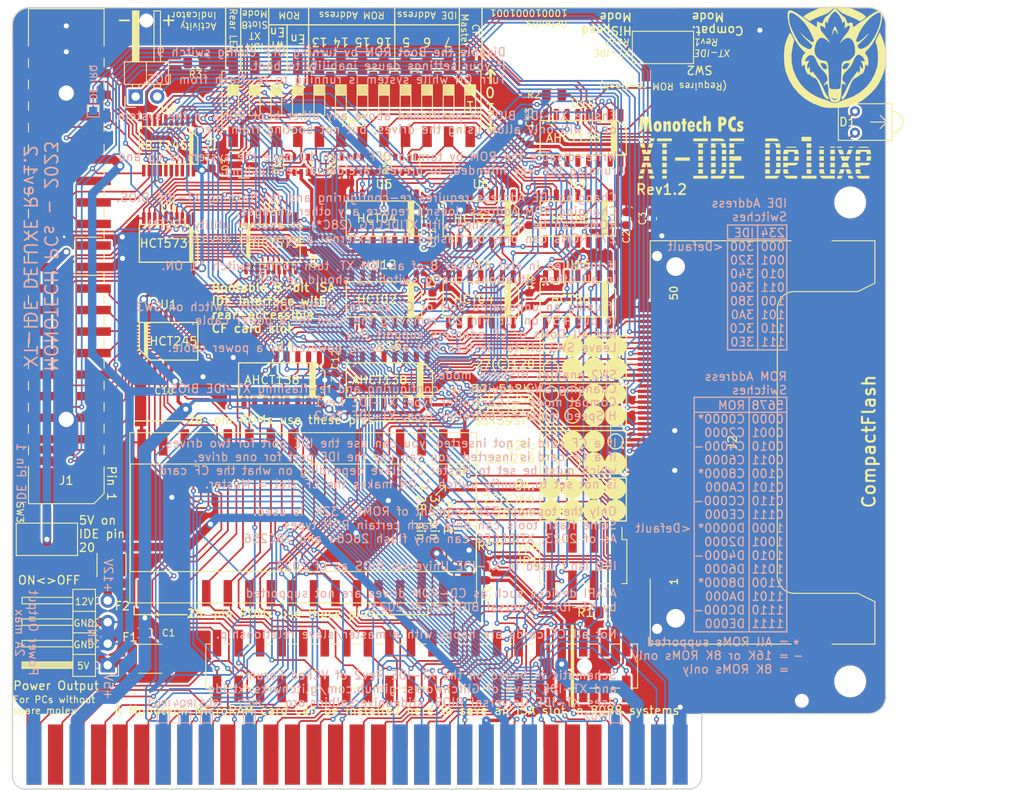
<source format=kicad_pcb>
(kicad_pcb (version 20221018) (generator pcbnew)
  (title_block (title "XT-IDE Deluxe") (date "2023-03-30") (rev "1.2") (company "Monotech PCs"))
  (layers (0 "F.Cu" signal) (31 "B.Cu" signal) (35 "F.Paste" user) (36 "B.SilkS" user "B.Silkscreen") (37 "F.SilkS" user "F.Silkscreen") (38 "B.Mask" user) (39 "F.Mask" user) (44 "Edge.Cuts" user))
  (net 0 "")
  (net 1 "GND")
  (net 2 "VCC")
  (net 3 "Net-(D1-Pad1)")
  (net 4 "/~{MEMW}")
  (net 5 "/~{MEMR}")
  (net 6 "/~{IOW}")
  (net 7 "/~{IOR}")
  (net 8 "/D7")
  (net 9 "/D6")
  (net 10 "/D5")
  (net 11 "/D4")
  (net 12 "/D3")
  (net 13 "/D2")
  (net 14 "/D1")
  (net 15 "/D0")
  (net 16 "/AEN")
  (net 17 "/A19")
  (net 18 "/A18")
  (net 19 "/A17")
  (net 20 "/A16")
  (net 21 "/A15")
  (net 22 "/A14")
  (net 23 "/A13")
  (net 24 "/A12")
  (net 25 "/A11")
  (net 26 "/A10")
  (net 27 "/A9")
  (net 28 "/A8")
  (net 29 "/A7")
  (net 30 "/A6")
  (net 31 "/A5")
  (net 32 "/A4")
  (net 33 "/A3")
  (net 34 "/A2")
  (net 35 "/A1")
  (net 36 "/A0")
  (net 37 "/~{ROM_CS}")
  (net 38 "Net-(D1-Pad2)")
  (net 39 "Net-(D2-Pad1)")
  (net 40 "/5V_Fused")
  (net 41 "Net-(D3-Pad1)")
  (net 42 "+12V")
  (net 43 "/~{BRST}")
  (net 44 "/DB7")
  (net 45 "/DB8")
  (net 46 "/DB6")
  (net 47 "/DB9")
  (net 48 "/DB5")
  (net 49 "/DB10")
  (net 50 "/DB4")
  (net 51 "/DB11")
  (net 52 "/DB3")
  (net 53 "/DB12")
  (net 54 "/DB2")
  (net 55 "/DB13")
  (net 56 "/DB1")
  (net 57 "/DB14")
  (net 58 "/DB0")
  (net 59 "/DB15")
  (net 60 "Net-(D3-Pad2)")
  (net 61 "/~{BIOW}")
  (net 62 "/~{BIOR}")
  (net 63 "/IDE_IRQ")
  (net 64 "/BA1")
  (net 65 "/12V_Fused")
  (net 66 "/BA2")
  (net 67 "/~{CS1}")
  (net 68 "/~{CS3}")
  (net 69 "/~{DASP}")
  (net 70 "/RST")
  (net 71 "/IRQ2")
  (net 72 "/~{Slot8}")
  (net 73 "/IRQ7")
  (net 74 "/IRQ5")
  (net 75 "/IRQ4")
  (net 76 "/IRQ3")
  (net 77 "/~{ROM_WR}")
  (net 78 "/~{ROM_EN}")
  (net 79 "/ROM_A16")
  (net 80 "/ROM_A14")
  (net 81 "/ROM_A15")
  (net 82 "/ROM_A13")
  (net 83 "/IDE_A5")
  (net 84 "/IDE_A6")
  (net 85 "/IDE_pin20")
  (net 86 "/~{IDE_CS}")
  (net 87 "/~{LA2_Strobe}")
  (net 88 "/B_A0_A3")
  (net 89 "/~{LA1_Strobe}")
  (net 90 "/~{RST}")
  (net 91 "/~{IOR_DELAY}")
  (net 92 "/~{xCS3}")
  (net 93 "/~{xCS1}")
  (net 94 "Net-(U5-Pad11)")
  (net 95 "Net-(U5-Pad10)")
  (net 96 "Net-(U7-Pad11)")
  (net 97 "Net-(U12-Pad3)")
  (net 98 "Net-(U12-Pad6)")
  (net 99 "/IDE_A7")
  (net 100 "/~{xSlot8}")
  (net 101 "Net-(U12-Pad10)")
  (net 102 "Net-(U16-Pad4)")
  (net 103 "Net-(U10-Pad14)")
  (net 104 "Net-(U10-Pad9)")
  (net 105 "Net-(U7-Pad13)")
  (net 106 "Net-(U12-Pad2)")
  (net 107 "Net-(U14-Pad5)")
  (net 108 "Net-(U10-Pad6)")
  (net 109 "Net-(U12-Pad1)")
  (net 110 "Net-(U12-Pad4)")
  (net 111 "Net-(U12-Pad5)")
  (net 112 "Net-(U15-Pad11)")
  (net 113 "Net-(U15-Pad8)")
  (net 114 "/~{Master}")
  (net 115 "/~{PDIAG}")
  (net 116 "/Dec_A14")
  (net 117 "/Dec_A13")
  (net 118 "/A3Compat_A0Speed")
  (net 119 "/A0Compat_A3Speed")
  (net 120 "/~{LA2_OE}")
  (net 121 "/~{LA1_OE}")
  (net 122 "Net-(U5-Pad13)")
  (net 123 "Net-(U5-Pad8)")
  (net 124 "/~{xLA2_OE}")
  (net 133 "Net-(JP1-Pad2)")
  (net 134 "Net-(JP1-Pad3)")
  (net 153 "/~{RearLED_En}")
  (net 154 "Net-(R1-Pad1)")
  (footprint "Custom:ISA-8BIT-XT-IDE" (layer "F.Cu") (at 204.267 111.608)
    (fp_text reference "BUS1")
    (fp_text value "8-bit ISA")
  )
  (footprint "Custom:IDC-20_P2.54mm_Vertical_SMD" (layer "F.Cu") (at 169.9768 52.5526 180)
    (fp_text reference "J1")
    (fp_text value "IDE")
  )
  (footprint "Connector_PinHeader_2.54mm:PinHeader_1x04_P2.54mm_Horizontal" (layer "F.Cu") (at 174.8598 100.8026 180)
    (fp_text reference "J5")
    (fp_text value "Power Output")
  )
  (footprint "Custom:SW_DPDT_MS-22D28-G020" (layer "F.Cu") (at 240.3348 27.9146 180)
    (fp_text reference "SW2")
    (fp_text value "Rev2")
  )
  (footprint "Custom:MicroRAM_Expansion" (layer "F.Cu") (at 187.7568 102.2096 90)
    (fp_text reference "J6")
    (fp_text value "MemExp")
  )
  (footprint "Custom:DIP-32_W16.51mm_SMDSocket_LongPads" (layer "F.Cu") (at 197.9168 83.4136 -90)
    (fp_text reference "U8")
    (fp_text value "ROM")
  )
  (footprint "Custom KiCad Library:JLC_Tooling_Hole" (layer "F.Cu") (at 179.4256 24.7396)
    (fp_text reference "REF**")
    (fp_text value "JLC_Tooling_Hole")
  )
  (footprint "Capacitor_SMD:C_0603_1608Metric" (layer "F.Cu") (at 224.5868 48.1076 90)
    (fp_text reference "C7")
    (fp_text value "100nF")
  )
  (footprint "Capacitor_SMD:C_0603_1608Metric" (layer "F.Cu") (at 199.1868 51.0286 -90)
    (fp_text reference "C9")
    (fp_text value "100nF")
  )
  (footprint "Capacitor_SMD:C_0603_1608Metric" (layer "F.Cu") (at 179.8828 97.0026 180)
    (fp_text reference "C1")
    (fp_text value "10uF")
  )
  (footprint "Custom KiCad Library:SOIC-16_3.9x9.9mm_P1.27mm" (layer "F.Cu") (at 230.9368 38.5826 -90)
    (fp_text reference "U10")
    (fp_text value "AHCT138")
  )
  (footprint "Capacitor_SMD:C_0603_1608Metric" (layer "F.Cu") (at 219.5068 90.0176 90)
    (fp_text reference "C6")
    (fp_text value "100nF")
  )
  (footprint "Resistor_SMD:R_0805_2012Metric" (layer "F.Cu") (at 185.2168 29.6926 180)
    (fp_text reference "R3")
    (fp_text value "220")
  )
  (footprint "Resistor_SMD:R_Array_Convex_4x0603" (layer "F.Cu") (at 203.6318 41.7576 -90)
    (fp_text reference "RN2")
    (fp_text value "10k")
  )
  (footprint "Button_Switch_SMD:SW_DIP_SPSTx12_Slide_6.7x32.04mm_W8.61mm_P2.54mm_LowProfile" (layer "F.Cu") (at 203.6318 34.1376 -90)
    (fp_text reference "SW1")
    (fp_text value "Config")
  )
  (footprint "MountingHole:MountingHole_3.2mm_M3" (layer "F.Cu") (at 262.4168 102.7176)
    (fp_text reference "H2")
    (fp_text value "MountingHole")
  )
  (footprint "Connector_PinHeader_2.54mm:PinHeader_1x02_P2.54mm_Horizontal" (layer "F.Cu") (at 178.1618 33.7076 90)
    (fp_text reference "D2" hide)
    (fp_text value "LED Header")
  )
  (footprint "Package_TO_SOT_SMD:SOT-23" (layer "F.Cu") (at 190.9318 41.7576)
    (fp_text reference "D3")
    (fp_text value "BAT54A")
  )
  (footprint "Fuse:Fuse_1812_4532Metric" (layer "F.Cu") (at 179.8828 100.0506)
    (fp_text reference "F1")
    (fp_text value "1.5A")
  )
  (footprint "Custom:CF_Slot_UMax_CFH-R3C1LBMXXMN2" (layer "F.Cu") (at 248.5338 74.5236 90)
    (fp_text reference "J2")
    (fp_text value "CF Slot" hide)
  )
  (footprint "Resistor_SMD:R_Array_Convex_4x0603" (layer "F.Cu") (at 209.9818 41.7576 -90)
    (fp_text reference "RN3")
    (fp_text value "10k")
  )
  (footprint "Custom KiCad Library:TSSOP-20_4.4x6.5mm_P0.65mm" (layer "F.Cu") (at 194.1068 51.0286 90)
    (fp_text reference "U2")
    (fp_text value "HCT573")
  )
  (footprint "Capacitor_SMD:C_0603_1608Metric" (layer "F.Cu") (at 183.9468 68.4276)
    (fp_text reference "C10")
    (fp_text value "100nF")
  )
  (footprint "Custom KiCad Library:TSSOP-20_4.4x6.5mm_P0.65mm" (layer "F.Cu") (at 182.0418 39.4716 -90)
    (fp_text reference "U4")
    (fp_text value "HCT245")
  )
  (footprint "Custom KiCad Library:SOIC-14_3.9x8.7mm_P1.27mm" (layer "F.Cu") (at 230.3018 57.6326 -90)
    (fp_text reference "U15")
    (fp_text value "HCT86")
  )
  (footprint "Capacitor_SMD:C_0603_1608Metric" (layer "F.Cu") (at 224.5868 38.5826 90)
    (fp_text reference "C13")
    (fp_text value "100nF")
  )
  (footprint "Fuse:Fuse_1812_4532Metric" (layer "F.Cu") (at 175.3108 89.0016 90)
    (fp_text reference "F2")
    (fp_text value "1.5A")
  )
  (footprint "Capacitor_SMD:C_0603_1608Metric" (layer "F.Cu") (at 213.1568 48.1076 90)
    (fp_text reference "C11")
    (fp_text value "100nF")
  )
  (footprint "Capacitor_SMD:C_0603_1608Metric" (layer "F.Cu") (at 187.1218 41.3766 90)
    (fp_text reference "C5")
    (fp_text value "100nF")
  )
  (footprint "Custom:PinHeader_2x04_P2.54mm_Vertical_SMD" (layer "F.Cu") (at 230.9368 88.5776 -90)
    (fp_text reference "JP1")
    (fp_text value "ROM Type")
  )
  (footprint "Custom KiCad Library:TSSOP-20_4.4x6.5mm_P0.65mm" (layer "F.Cu") (at 182.0418 62.5856 90)
    (fp_text reference "U1")
    (fp_text value "HCT245")
  )
  (footprint "MountingHole:MountingHole_3.2mm_M3" (layer "F.Cu") (at 262.4168 46.2026)
    (fp_text reference "H1")
    (fp_text value "MountingHole")
  )
  (footprint "Resistor_SMD:R_0805_2012Metric" (layer "F.Cu") (at 227.5078 33.5026)
    (fp_text reference "R2")
    (fp_text value "220")
  )
  (footprint "Custom KiCad Library:Monotech Logo 12mm" (layer "F.Cu") (at 260.6268 29.0576)
    (fp_text reference "LOGO1" hide)
    (fp_text value "SYM_Arrow45_Large" hide)
  )
  (footprint "Custom:3mm_LED_RightAngle" (layer "F.Cu") (at 262.9853 37.9856 90)
    (fp_text reference "D1")
    (fp_text value "Rear LED")
  )
  (footprint "Capacitor_SMD:C_0603_1608Metric" (layer "F.Cu") (at 239.0648 48.1076 -90)
    (fp_text reference "C3")
    (fp_text value "100nF")
  )
  (footprint "Custom KiCad Library:SOIC-14_3.9x8.7mm_P1.27mm" (layer "F.Cu") (at 230.3018 48.1076 -90)
    (fp_text reference "U9")
    (fp_text value "HCT86")
  )
  (footprint "Resistor_SMD:R_0805_2012Metric" (layer "F.Cu") (at 233.7308 94.5896)
    (fp_text reference "R1")
    (fp_text value "220")
  )
  (footprint "Resistor_SMD:R_Array_Convex_4x0603" (layer "F.Cu") (at 197.2818 41.7576 -90)
    (fp_text reference "RN1")
    (fp_text value "10k")
  )
  (footprint "Custom KiCad Library:SOIC-14_3.9x8.7mm_P1.27mm" (layer "F.Cu") (at 207.4418 48.1076 -90)
    (fp_text reference "U5")
    (fp_text value "HCT04")
  )
  (footprint "Custom KiCad Library:SOIC-16_3.9x9.9mm_P1.27mm" (layer "F.Cu") (at 195.3768 67.1576 -90)
    (fp_text reference "U14")
    (fp_text value "AHCT138")
  )
  (footprint "Capacitor_SMD:C_0603_1608Metric" (layer "F.Cu") (at 224.5868 57.6326 90)
    (fp_text reference "C8")
    (fp_text value "100nF")
  )
  (footprint "Custom:SW_DPDT_MS-22D28-G020" (layer "F.Cu") (at 167.6908 85.9536)
    (fp_text reference "SW3")
    (fp_text value "5V on IDE Pin20")
  )
  (footprint "Custom KiCad Library:SOIC-14_3.9x8.7mm_P1.27mm" (layer "F.Cu") (at 218.8718 48.1076 -90)
    (fp_text reference "U6")
    (fp_text value "HCT32")
  )
  (footprint "Custom:XT-IDE Deluxe" (layer "F.Cu") (at 251.2568 39.8526)
    (fp_text reference "LOGO2" hide)
    (fp_text value "SYM_Arrow45_Large" hide)
  )
  (footprint "Custom KiCad Library:SOIC-14_3.9x8.7mm_P1.27mm" (layer "F.Cu") (at 207.4418 57.6326 -90)
    (fp_text reference "U12")
    (fp_text value "HCT02")
  )
  (footprint "Capacitor_SMD:C_0603_1608Metric" (layer "F.Cu") (at 213.1568 57.6326 90)
    (fp_text reference "C4")
    (fp_text value "100nF")
  )
  (footprint "Capacitor_SMD:C_0603_1608Metric" (layer "F.Cu") (at 236.0168 48.1076 90)
    (fp_text reference "C2")
    (fp_text value "10uF")
  )
  (footprint "Custom KiCad Library:SOIC-14_3.9x8.7mm_P1.27mm" (layer "F.Cu") (at 218.8718 57.6326 -90)
    (fp_text reference "U7")
    (fp_text value "HCT04")
  )
  (footprint "Custom KiCad Library:SOIC-16_3.9x9.9mm_P1.27mm" (layer "F.Cu") (at 208.0768 67.1576 -90)
    (fp_text reference "U16")
    (fp_text value "AHCT138")
  )
  (footprint "Custom KiCad Library:TSSOP-20_4.4x6.5mm_P0.65mm" (layer "F.Cu") (at 182.0418 51.0286 -90)
    (fp_text reference "U3")
    (fp_text value "HCT573")
  )
  (footprint "Capacitor_SMD:C_0603_1608Metric" (layer "F.Cu") (at 201.7268 67.1576 90)
    (fp_text reference "C12")
    (fp_text value "100nF")
  )
  (footprint "Custom KiCad Library:JLC_Tooling_Hole" (layer "F.Cu") (at 256.7178 105.0036)
    (fp_text reference "REF**")
    (fp_text value "JLC_Tooling_Hole")
  )
  (footprint "TestPoint:TestPoint_Pad_1.0x1.0mm" (layer "B.Cu") (at 173.1518 35.4076)
    (fp_text reference "J3")
    (fp_text value "IDE IRQ")
  )
  (footprint "TestPoint:TestPoint_Pad_1.0x1.0mm" (layer "B.Cu") (at 234.7468 106.9086)
    (fp_text reference "J7")
    (fp_text value "IRQ2")
  )
  (footprint "TestPoint:TestPoint_Pad_1.0x1.0mm" (layer "B.Cu") (at 183.9468 106.9086)
    (fp_text reference "J9")
    (fp_text value "IRQ4")
  )
  (footprint "TestPoint:TestPoint_Pad_1.0x1.0mm" (layer "B.Cu") (at 186.4868 106.9086)
    (fp_text reference "J10")
    (fp_text value "IRQ5")
  )
  (footprint "TestPoint:TestPoint_Pad_1.0x1.0mm" (layer "B.Cu") (at 191.5668 106.9086)
    (fp_text reference "J11")
    (fp_text value "IRQ7")
  )
  (footprint "TestPoint:TestPoint_Pad_1.0x1.0mm" (layer "B.Cu") (at 181.4068 106.9086)
    (fp_text reference "J8")
    (fp_text value "IRQ3")
  )
  (gr_line (start 251.5108 48.8696) (end 251.5108 63.6016) (stroke (width 0.15)) (layer "B.SilkS"))
  (gr_line (start 254.9398 70.9676) (end 244.0178 70.9676) (stroke (width 0.15)) (layer "B.SilkS"))
  (gr_line (start 247.9548 63.6016) (end 247.9548 48.8696) (stroke (width 0.15)) (layer "B.SilkS"))
  (gr_line (start 254.9398 48.8696) (end 254.9398 63.6016) (stroke (width 0.15)) (layer "B.SilkS"))
  (gr_line (start 254.9398 50.5206) (end 247.9548 50.5206) (stroke (width 0.15)) (layer "B.SilkS"))
  (gr_line (start 247.9548 48.8696) (end 254.9398 48.8696) (stroke (width 0.15)) (layer "B.SilkS"))
  (gr_line (start 254.9398 63.6016) (end 247.9548 63.6016) (stroke (width 0.15)) (layer "B.SilkS"))
  (gr_line (start 244.0178 69.1896) (end 254.9398 69.1896) (stroke (width 0.15)) (layer "B.SilkS"))
  (gr_line (start 250.4948 69.1896) (end 250.4948 96.8756) (stroke (width 0.15)) (layer "B.SilkS"))
  (gr_line (start 244.0178 96.8756) (end 244.0178 69.1896) (stroke (width 0.15)) (layer "B.SilkS"))
  (gr_line (start 254.9398 96.8756) (end 244.0178 96.8756) (stroke (width 0.15)) (layer "B.SilkS"))
  (gr_line (start 254.9398 69.1896) (end 254.9398 96.8756) (stroke (width 0.15)) (layer "B.SilkS"))
  (gr_line (start 212.6488 94.8436) (end 206.4258 94.8436) (stroke (width 0.15)) (layer "F.SilkS"))
  (gr_line (start 220.0148 36.2966) (end 220.0148 37.8206) (stroke (width 0.3)) (layer "F.SilkS"))
  (gr_line (start 190.5508 30.5816) (end 190.5508 23.2156) (stroke (width 0.15)) (layer "F.SilkS"))
  (gr_circle (center 234.7468 65.7606) (end 235.6358 65.7606) (stroke (width 0.15)) (fill none) (layer "F.SilkS"))
  (gr_circle (center 234.7468 63.2206) (end 235.6358 63.2206) (stroke (width 0.15)) (fill none) (layer "F.SilkS"))
  (gr_line (start 211.8868 79.6036) (end 211.3788 80.1116) (stroke (width 0.15)) (layer "F.SilkS"))
  (gr_line (start 211.8868 79.6036) (end 212.3948 80.1116) (stroke (width 0.15)) (layer "F.SilkS"))
  (gr_circle (center 227.1268 74.3966) (end 228.0158 74.3966) (stroke (width 0.15)) (fill none) (layer "F.SilkS"))
  (gr_line (start 236.0168 78.7146) (end 236.0168 83.7946) (stroke (width 0.15)) (layer "F.SilkS"))
  (gr_line (start 220.0148 30.5816) (end 220.5228 31.0896) (stroke (width 0.3)) (layer "F.SilkS"))
  (gr_circle (center 227.1268 63.2206) (end 228.0158 63.2206) (stroke (width 0.15)) (fill none) (layer "F.SilkS"))
  (gr_line (start 214.6808 79.6036) (end 214.6808 80.2386) (stroke (width 0.15)) (layer "F.SilkS"))
  (gr_line (start 188.7728 30.4546) (end 188.7728 23.2166) (stroke (width 0.15)) (layer "F.SilkS"))
  (gr_circle (center 227.1268 68.8086) (end 228.0158 68.8086) (stroke (width 0.15)) (fill none) (layer "F.SilkS"))
  (gr_line (start 212.6488 72.9996) (end 212.6488 71.9836) (stroke (width 0.15)) (layer "F.SilkS"))
  (gr_line (start 232.2068 71.3486) (end 232.2068 68.8086) (stroke (width 0.5)) (layer "F.SilkS"))
  (gr_line (start 214.6808 79.6036) (end 214.0458 79.6036) (stroke (width 0.15)) (layer "F.SilkS"))
  (gr_line (start 236.0168 78.2066) (end 225.8568 78.2066) (stroke (width 0.15)) (layer "F.SilkS"))
  (gr_circle (center 232.2068 63.2206) (end 232.4608 63.2206) (stroke (width 1)) (fill none) (layer "F.SilkS"))
  (gr_circle (center 229.6668 74.3966) (end 230.5558 74.3966) (stroke (width 0.15)) (fill none) (layer "F.SilkS"))
  (gr_line (start 234.7468 82.5246) (end 234.7468 79.9846) (stroke (width 0.5)) (layer "F.SilkS"))
  (gr_line (start 220.0148 30.5816) (end 219.5068 31.0896) (stroke (width 0.3)) (layer "F.SilkS"))
  (gr_line (start 227.1268 82.5246) (end 227.1268 79.9846) (stroke (width 0.5)) (layer "F.SilkS"))
  (gr_circle (center 232.2068 82.5246) (end 232.4608 82.5246) (stroke (width 1)) (fill none) (layer "F.SilkS"))
  (gr_circle (center 234.7468 71.3486) (end 235.6358 71.3486) (stroke (width 0.15)) (fill none) (layer "F.SilkS"))
  (gr_circle (center 227.1268 79.9846) (end 227.3808 79.9846) (stroke (width 1)) (fill none) (layer "F.SilkS"))
  (gr_circle (center 232.2068 65.7606) (end 232.4608 65.7606) (stroke (width 1)) (fill none) (layer "F.SilkS"))
  (gr_circle (center 234.7468 76.9366) (end 235.6358 76.9366) (stroke (width 0.15)) (fill none) (layer "F.SilkS"))
  (gr_circle (center 229.6668 76.9366) (end 230.5558 76.9366) (stroke (width 0.15)) (fill none) (layer "F.SilkS"))
  (gr_circle (center 227.1268 65.7606) (end 228.0158 65.7606) (stroke (width 0.15)) (fill none) (layer "F.SilkS"))
  (gr_circle (center 227.1268 79.9846) (end 228.0158 79.9846) (stroke (width 0.15)) (fill none) (layer "F.SilkS"))
  (gr_line (start 225.8568 67.5386) (end 236.0168 67.5386) (stroke (width 0.15)) (layer "F.SilkS"))
  (gr_circle (center 232.2068 74.3966) (end 233.0958 74.3966) (stroke (width 0.15)) (fill none) (layer "F.SilkS"))
  (gr_circle (center 229.6668 65.7606) (end 230.5558 65.7606) (stroke (width 0.15)) (fill none) (layer "F.SilkS"))
  (gr_circle (center 229.6668 74.3966) (end 229.9208 74.3966) (stroke (width 1)) (fill none) (layer "F.SilkS"))
  (gr_line (start 211.8868 80.7466) (end 211.8868 79.6036) (stroke (width 0.15)) (layer "F.SilkS"))
  (gr_line (start 208.7118 30.5816) (end 208.7118 23.2156) (stroke (width 0.15)) (layer "F.SilkS"))
  (gr_line (start 225.8568 73.1266) (end 236.0168 73.1266) (stroke (width 0.15)) (layer "F.SilkS"))
  (gr_line (start 184.2008 94.8436) (end 177.9778 94.8436) (stroke (width 0.15)) (layer "F.SilkS"))
  (gr_circle (center 234.7468 68.8086) (end 235.6358 68.8086) (stroke (width 0.15)) (fill none) (layer "F.SilkS"))
  (gr_circle (center 227.1268 76.9366) (end 228.0158 76.9366) (stroke (width 0.15)) (fill none) (layer "F.SilkS"))
  (gr_circle (center 229.6668 63.2206) (end 230.5558 63.2206) (stroke (width 0.15)) (fill none) (layer "F.SilkS"))
  (gr_circle (center 234.7468 68.8086) (end 235.0008 68.8086) (stroke (width 1)) (fill none) (layer "F.SilkS"))
  (gr_line (start 229.6668 74.3966) (end 232.2068 74.3966) (stroke (width 0.5)) (layer "F.SilkS"))
  (gr_circle (center 229.6668 82.5246) (end 229.9208 82.5246) (stroke (width 1)) (fill none) (layer "F.SilkS"))
  (gr_line (start 220.0148 37.8206) (end 220.5228 37.3126) (stroke (width 0.3)) (layer "F.SilkS"))
  (gr_circle (center 232.2068 79.9846) (end 233.0958 79.9846) (stroke (width 0.15)) (fill none) (layer "F.SilkS"))
  (gr_line (start 225.8568 78.2066) (end 225.8568 73.1266) (stroke (width 0.15)) (layer "F.SilkS"))
  (gr_circle (center 232.2068 65.7606) (end 233.0958 65.7606) (stroke (width 0.15)) (fill none) (layer "F.SilkS"))
  (gr_circle (center 229.6668 79.9846) (end 229.9208 79.9846) (stroke (width 1)) (fill none) (layer "F.SilkS"))
  (gr_line (start 232.2068 76.9366) (end 234.7468 76.9366) (stroke (width 0.5)) (layer "F.SilkS"))
  (gr_circle (center 229.6668 71.3486) (end 230.5558 71.3486) (stroke (width 0.15)) (fill none) (layer "F.SilkS"))
  (gr_circle (center 232.2068 74.3966) (end 232.4608 74.3966) (stroke (width 1)) (fill none) (layer "F.SilkS"))
  (gr_line (start 225.8568 61.9506) (end 236.0168 61.9506) (stroke (width 0.15)) (layer "F.SilkS"))
  (gr_circle (center 232.2068 68.8086) (end 232.4608 68.8086) (stroke (width 1)) (fill none) (layer "F.SilkS"))
  (gr_line (start 234.7468 71.3486) (end 234.7468 68.8086) (stroke (width 0.5)) (layer "F.SilkS"))
  (gr_line (start 216.3318 30.5816) (end 216.3318 23.2156) (stroke (width 0.15)) (layer "F.SilkS"))
  (gr_line (start 236.0168 72.6186) (end 225.8568 72.6186) (stroke (width 0.15)) (layer "F.SilkS"))
  (gr_circle (center 229.6668 82.5246) (end 230.5558 82.5246) (stroke (width 0.15)) (fill none) (layer "F.SilkS"))
  (gr_line (start 184.2008 71.9836) (end 177.9778 71.9836) (stroke (width 0.15)) (layer "F.SilkS"))
  (gr_line (start 236.0168 61.9506) (end 236.0168 67.0306) (stroke (width 0.15)) (layer "F.SilkS"))
  (gr_circle (center 234.7468 74.3966) (end 235.6358 74.3966) (stroke (width 0.15)) (fill none) (layer "F.SilkS"))
  (gr_circle (center 232.2068 79.9846) (end 232.4608 79.9846) (stroke (width 1)) (fill none) (layer "F.SilkS"))
  (gr_line (start 218.9988 30.5816) (end 218.9988 23.2156) (stroke (width 0.15)) (layer "F.SilkS"))
  (gr_circle (center 232.2068 76.9366) (end 232.4608 76.9366) (stroke (width 1)) (fill none) (layer "F.SilkS"))
  (gr_line (start 225.8568 83.7946) (end 225.8568 78.7146) (stroke (width 0.15)) (layer "F.SilkS"))
  (gr_line (start 225.8568 67.0306) (end 225.8568 61.9506) (stroke (width 0.15)) (layer "F.SilkS"))
  (gr_line (start 236.0168 67.5386) (end 236.0168 72.6186) (stroke (width 0.15)) (layer "F.SilkS"))
  (gr_circle (center 227.1268 82.5246) (end 228.0158 82.5246) (stroke (width 0.15)) (fill none) (layer "F.SilkS"))
  (gr_circle (center 229.6668 68.8086) (end 230.5558 68.8086) (stroke (width 0.15)) (fill none) (layer "F.SilkS"))
  (gr_line (start 229.6668 82.5246) (end 232.2068 82.5246) (stroke (width 0.5)) (layer "F.SilkS"))
  (gr_circle (center 229.6668 65.7606) (end 229.9208 65.7606) (stroke (width 1)) (fill none) (layer "F.SilkS"))
  (gr_line (start 234.7468 65.7606) (end 234.7468 63.2206) (stroke (width 0.5)) (layer "F.SilkS"))
  (gr_circle (center 229.6668 79.9846) (end 230.5558 79.9846) (stroke (width 0.15)) (fill none) (layer "F.SilkS"))
  (gr_line (start 196.0118 30.5816) (end 196.0118 25.2476) (stroke (width 0.15)) (layer "F.SilkS"))
  (gr_circle (center 232.2068 76.9366) (end 233.0958 76.9366) (stroke (width 0.15)) (fill none) (layer "F.SilkS"))
  (gr_line (start 236.0168 83.7946) (end 225.8568 83.7946) (stroke (width 0.15)) (layer "F.SilkS"))
  (gr_circle (center 227.1268 82.5246) (end 227.3808 82.5246) (stroke (width 1)) (fill none) (layer "F.SilkS"))
  (gr_circle (center 234.7468 79.9846) (end 235.6358 79.9846) (stroke (width 0.15)) (fill none) (layer "F.SilkS"))
  (gr_line (start 225.8568 72.6186) (end 225.8568 67.5386) (stroke (width 0.15)) (layer "F.SilkS"))
  (gr_circle (center 232.2068 71.3486) (end 232.4608 71.3486) (stroke (width 1)) (fill none) (layer "F.SilkS"))
  (gr_circle (center 234.7468 71.3486) (end 235.0008 71.3486) (stroke (width 1)) (fill none) (layer "F.SilkS"))
  (gr_circle (center 232.2068 68.8086) (end 233.0958 68.8086) (stroke (width 0.15)) (fill none) (layer "F.SilkS"))
  (gr_circle (center 227.1268 71.3486) (end 228.0158 71.3486) (stroke (width 0.15)) (fill none) (layer "F.SilkS"))
  (gr_line (start 220.0148 32.1056) (end 220.0148 30.5816) (stroke (width 0.3)) (layer "F.SilkS"))
  (gr_circle (center 234.7468 63.2206) (end 235.0008 63.2206) (stroke (width 1)) (fill none) (layer "F.SilkS"))
  (gr_circle (center 232.2068 63.2206) (end 233.0958 63.2206) (stroke (width 0.15)) (fill none) (layer "F.SilkS"))
  (gr_line (start 229.6668 63.2206) (end 232.2068 63.2206) (stroke (width 0.5)) (layer "F.SilkS"))
  (gr_circle (center 234.7468 79.9846) (end 235.0008 79.9846) (stroke (width 1)) (fill none) (layer "F.SilkS"))
  (gr_line (start 220.0148 37.8206) (end 219.5068 37.3126) (stroke (width 0.3)) (layer "F.SilkS"))
  (gr_circle (center 234.7468 82.5246) (end 235.0008 82.5246) (stroke (width 1)) (fill none) (layer "F.SilkS"))
  (gr_line (start 236.0168 73.1266) (end 236.0168 78.2066) (stroke (width 0.15)) (layer "F.SilkS"))
  (gr_line (start 236.0168 67.0306) (end 225.8568 67.0306) (stroke (width 0.15)) (layer "F.SilkS"))
  (gr_line (start 212.6488 94.8436) (end 212.6488 93.8276) (stroke (width 0.15)) (layer "F.SilkS"))
  (gr_line (start 213.5378 80.7466) (end 214.6808 79.6036) (stroke (width 0.15)) (layer "F.SilkS"))
  (gr_line (start 177.9778 72.9996) (end 177.9778 71.9836) (stroke (width 0.15)) (layer "F.SilkS"))
  (gr_line (start 229.6668 79.9846) (end 232.2068 79.9846) (stroke (width 0.5)) (layer "F.SilkS"))
  (gr_circle (center 234.7468 76.9366) (end 235.0008 76.9366) (stroke (width 1)) (fill none) (layer "F.SilkS"))
  (gr_line (start 212.6488 71.9836) (end 206.4258 71.9836) (stroke (width 0.15)) (layer "F.SilkS"))
  (gr_circle (center 234.7468 65.7606) (end 235.0008 65.7606) (stroke (width 1)) (fill none) (layer "F.SilkS"))
  (gr_line (start 177.9778 94.8436) (end 177.9778 93.8276) (stroke (width 0.15)) (layer "F.SilkS"))
  (gr_line (start 229.6668 65.7606) (end 232.2068 65.7606) (stroke (width 0.5)) (layer "F.SilkS"))
  (gr_line (start 198.5518 30.5816) (end 198.5518 23.2156) (stroke (width 0.15)) (layer "F.SilkS"))
  (gr_line (start 225.8568 78.7146) (end 236.0168 78.7146) (stroke (width 0.15)) (layer "F.SilkS"))
  (gr_line (start 193.8528 23.2156) (end 193.8528 30.5816) (stroke (width 0.15)) (layer "F.SilkS"))
  (gr_circle (center 229.6668 63.2206) (end 229.9208 63.2206) (stroke (width 1)) (fill none) (layer "F.SilkS"))
  (gr_circle (center 232.2068 71.3486) (end 233.0958 71.3486) (stroke (width 0.15)) (fill none) (layer "F.SilkS"))
  (gr_line (start 216.3318 25.2476) (end 193.8528 25.2476) (stroke (width 0.15)) (layer "F.SilkS"))
  (gr_circle (center 232.2068 82.5246) (end 233.0958 82.5246) (stroke (width 0.15)) (fill none) (layer "F.SilkS"))
  (gr_circle (center 234.7468 82.5246) (end 235.6358 82.5246) (stroke (width 0.15)) (fill none) (layer "F.SilkS"))
  (gr_line (start 244.9068 113.8936) (end 244.9068 106.5276) (stroke (width 0.15)) (layer "Edge.Cuts"))
  (gr_line (start 165.6588 23.2156) (end 264.5758 23.2156) (stroke (width 0.15)) (layer "Edge.Cuts"))
  (gr_line (start 163.6268 106.5276) (end 163.6268 25.2476) (stroke (width 0.15)) (layer "Edge.Cuts"))
  (gr_arc (start 163.6268 25.2476) (mid 164.221959 23.810759) (end 165.6588 23.2156) (stroke (width 0.15)) (layer "Edge.Cuts"))
  (gr_arc (start 266.6078 104.4956) (mid 266.012641 105.932441) (end 264.5758 106.5276) (stroke (width 0.15)) (layer "Edge.Cuts"))
  (gr_arc (start 264.5758 23.2156) (mid 266.012641 23.810759) (end 266.6078 25.2476) (stroke (width 0.15)) (layer "Edge.Cuts"))
  (gr_line (start 266.6078 104.4956) (end 266.6078 25.2476) (stroke (width 0.15)) (layer "Edge.Cuts"))
  (gr_arc (start 165.1508 115.4176) (mid 164.073169 114.971231) (end 163.6268 113.8936) (stroke (width 0.15)) (layer "Edge.Cuts"))
  (gr_line (start 163.6268 113.8936) (end 163.6268 106.5276) (stroke (width 0.15)) (layer "Edge.Cuts"))
  (gr_arc (start 244.9068 113.8936) (mid 244.460431 114.971231) (end 243.3828 115.4176) (stroke (width 0.15)) (layer "Edge.Cuts"))
  (gr_line (start 243.3828 115.4176) (end 165.1508 115.4176) (stroke (width 0.15)) (layer "Edge.Cuts"))
  (gr_line (start 244.9068 106.5276) (end 264.5758 106.5276) (stroke (width 0.15)) (layer "Edge.Cuts"))
  (gr_text "234 IDE\n000 300 <Default\n001 320\n010 340\n011 360\n100 380\n101 3A0\n110 3C0\n111 3E0" (at 254.8128 56.2356) (layer "B.SilkS") (effects (font (size 1 1)) (justify left mirror)))
  (gr_text "5678 ROM\n0000 C0000*\n0001 C2000\n0010 C4000-\n0011 C6000\n0100 C8000*\n0101 CA000\n0110 CC000-\n0111 CE000\n1000 D0000* <Default\n1001 D2000\n1010 D4000-\n1011 D6000\n1100 D8000*\n1101 DA000\n1110 DC000-\n1111 DE000" (at 254.6858 83.0326) (layer "B.SilkS") (effects (font (size 1 1)) (justify left mirror)))
  (gr_text "MONOTECH PCs - 2023\nXT-IDE DELUXE Rev1.2" (at 166.9288 52.5526 270) (layer "B.SilkS") (effects (font (size 1.5 1.5) (thickness 0.2)) (justify mirror)))
  (gr_text "GND" (at 173.0248 97.0026 270) (layer "B.SilkS") (effects (font (size 1 1)) (justify mirror)))
  (gr_text "Power Output\n2A max" (at 165.2778 97.0026 270) (layer "B.SilkS") (effects (font (size 1 1)) (justify mirror)))
  (gr_text "IDE Address\nSwitches" (at 255.0668 47.0916) (layer "B.SilkS") (effects (font (size 1 1)) (justify left mirror)))
  (gr_text "ROM Address\nSwitches" (at 255.0668 67.5386) (layer "B.SilkS") (effects (font (size 1 1)) (justify left mirror)))
  (gr_text "Ensure XT-IDE BIOS is positioned above any other boot ROMs in the system,\nor it will only allow using the drives, but not booting from them.\n\nWrite-disable the ROM by turning OFF switch 10 once the system is up and\nrunning the way intended, to prevent accidental re-flashing.\n\nChanging IDE Address requires re-configuring and re-flashing XT-IDE BIOS.\nChanging ROM Address doesn't require any other changes.\nROMs can be re-flashed with XTIDECFG (28C*) or another utility (SST*).\n27* ROMs can only be flashed in an external programmer device.\n\nIf installed in slot number 8 of an IBM XT, turn config switch 11 ON.\nIn all other situations, config switch 11 should be OFF.\n\nIf using an unpowered DoM or CF adapter at the IDE port, switch on SW3\nto put +5V on IDE Pin 20, removing the need for a power cable.\nNot all DoMs or CF adapters support this.\nLeave SW3 off for devices that are being powered by a power cable.\n\nSW2 enables HiSpeed mode.\nChanging SW2 requires re-configuring and re-flashing XT-IDE BIOS.\nCompat mode\nHiSpeed mode\n\nIf a CF card is not inserted, you can use the IDE port for two drives.\nIf a CF card is inserted, you can use the IDE port for one drive,\nwhich must be set to Master or Slave depending on what the CF card\nis not set to. Config switch 1 ON makes the CF slot = Master.\n\nOnly the topmost 32K segment of ROMs >32K, is used.\nSome flash tools can only flash certain ROM types.\nAs of 2023, XTIDECFG can only flash 28C64 and 28C256.\n\nIRQ isn't used in XT-IDE Universal BIOS as of 2023.\n\nATAPI devices such as CD-ROM drives are not supported\nby XT-IDE Universal BIOS as of 2023.\n\nNot all CF cards are happy with a master/slave relationship.\n\n\nSchematic is based on the XT-IDE Rev2 of VCFed Forum,\nand XT-IDE Rev4 of GlitchWorks: github.com/glitchwrks/xt_ide\nUses XT-IDE Universal BIOS: xtideuniversalbios.org" (at 235.0008 70.5866) (layer "B.SilkS") (effects (font (size 1 1)) (justify left mirror)))
  (gr_text "-" (at 255.5748 99.6696) (layer "B.SilkS") (effects (font (size 1 1)) (justify right mirror)))
  (gr_text "= All ROMs supported\n= 16K or 8K ROMs only\n= 8K ROMs only" (at 255.3208 99.6696) (layer "B.SilkS") (effects (font (size 1 1)) (justify left mirror)))
  (gr_text "*" (at 255.5748 98.3996) (layer "B.SilkS") (effects (font (size 1 1)) (justify right mirror)))
  (gr_text "IDE Pin 1" (at 164.6428 78.2066 270) (layer "B.SilkS") (effects (font (size 1 1)) (justify mirror)))
  (gr_text "= Controller Type: XT-IDE Rev1\n= Controller Type: XT-IDE Rev2" (at 223.6978 70.5866) (layer "B.SilkS") (effects (font (size 1 1)) (justify left mirror)))
  (gr_text "+5V" (at 174.9298 103.3526 270) (layer "B.SilkS") (effects (font (size 1 1)) (justify mirror)))
  (gr_text "Disable the Boot ROM by turning OFF config switch 9\nif your settings cause inability to boot.\nTurn ON while system is running to re-flash from DOS." (at 221.9198 30.0736) (layer "B.SilkS") (effects (font (size 1 1)) (justify left mirror)))
  (gr_text "+12V" (at 174.9298 90.2716 270) (layer "B.SilkS") (effects (font (size 1 1)) (justify mirror)))
  (gr_text "Rev1.2" (at 237.0328 44.6786) (layer "F.SilkS") (effects (font (size 1.2 1.2) (thickness 0.2)) (justify left)))
  (gr_text "+" (at 182.0418 24.6126) (layer "F.SilkS") (effects (font (size 1.5 1.5) (thickness 0.2))))
  (gr_text "Activity\nIndicator" (at 187.7568 24.7668 180) (layer "F.SilkS") (effects (font (size 0.8 0.8) (thickness 0.12)) (justify left)))
  (gr_text "IDE Address" (at 212.5218 24.1046 180) (layer "F.SilkS") (effects (font (size 0.8 0.8) (thickness 0.12))))
  (gr_text "ROM Address" (at 203.6318 24.1046 180) (layer "F.SilkS") (effects (font (size 0.8 0.8) (thickness 0.12))))
  (gr_text "ROM" (at 196.2658 24.1046 180) (layer "F.SilkS") (effects (font (size 0.8 0.8) (thickness 0.12))))
  (gr_text "IBM\nXT\nSlot8\nMode" (at 192.2018 25.8826 180) (layer "F.SilkS") (effects (font (size 0.8 0.8) (thickness 0.12))))
  (gr_text "7  6  5" (at 212.5218 27.2796 180) (layer "F.SilkS") (effects (font (size 1 1))))
  (gr_text "16 15 14 13" (at 203.6318 27.2796 180) (layer "F.SilkS") (effects (font (size 1 0.95))))
  (gr_text "Wr\nEn" (at 194.8688 26.8986 180) (layer "F.SilkS") (effects (font (size 1 1))))
  (gr_text "En" (at 197.2818 26.8986 180) (layer "F.SilkS") (effects (font (size 1 1))))
  (gr_text "Defaults:\n100010001001" (at 229.1588 24.4856 180) (layer "F.SilkS") (effects (font (size 0.8 0.8) (thickness 0.12)) (justify left)))
  (gr_text "A Monotech MicroRAM card can be installed here to save an ISA slot in 8088 systems" (at 175.5648 106.1466) (layer "F.SilkS") (effects (font (size 1 1)) (justify left)))
  (gr_text "5V on\nIDE pin\n20" (at 171.3738 85.3186) (layer "F.SilkS") (effects (font (size 1 1)) (justify left)))
  (gr_text "16K:\n27(C)128" (at 225.3488 64.4906) (layer "F.SilkS") (effects (font (size 1 1)) (justify right)))
  (gr_text "GND" (at 170.7598 95.8496) (layer "F.SilkS") (effects (font (size 0.8 0.8) (thickness 0.12)) (justify left)))
  (gr_text "ON<>OFF" (at 167.9448 90.7796) (layer "F.SilkS") (effects (font (size 1 1))))
  (gr_text "32-512K:\n27(C)256\n27(C)512\nSST39SF*" (at 225.3488 70.0786) (layer "F.SilkS") (effects (font (size 0.8 1)) (justify right)))
  (gr_text "1\n0" (at 219.2528 34.1376 180) (layer "F.SilkS") (effects (font (size 1.2 1.2) (thickness 0.2)) (justify right)))
  (gr_text "Pin 1\n32-pin\n28-pin" (at 213.4108 83.4136 270) (layer "F.SilkS") (effects (font (size 1 1))))
  (gr_text "(Requires ROM re-flash)" (at 240.3348 32.4866 180) (layer "F.SilkS") (effects (font (size 0.8 0.8) (thickness 0.12))))
  (gr_text "8K:\n27(C)64\n28C64" (at 225.3488 81.2546) (layer "F.SilkS") (effects (font (size 1 1)) (justify right)))
  (gr_text "HiSpeed\nMode" (at 236.7788 25.1206 180) (layer "F.SilkS") (effects (font (size 1 1) (thickness 0.17)) (justify left)))
  (gr_text "-" (at 176.8348 24.6126) (layer "F.SilkS") (effects (font (size 1.5 1.5) (thickness 0.2))))
  (gr_text "32K:\n28C256" (at 225.3488 75.6666) (layer "F.SilkS") (effects (font (size 1 1)) (justify right)))
  (gr_text "5V" (at 171.1766 100.8826) (layer "F.SilkS") (effects (font (size 0.8 0.8) (thickness 0.12)) (justify left)))
  (gr_text "CF\nMaster" (at 217.6018 25.8826 270) (layer "F.SilkS") (effects (font (size 0.8 0.8) (thickness 0.12))))
  (gr_text "28-pin ROMs use these pins" (at 206.4258 71.8566) (layer "F.SilkS") (effects (font (size 1 1)) (justify right)))
  (gr_text "12V" (at 170.9226 93.3096) (layer "F.SilkS") (effects (font (size 0.8 0.8) (thickness 0.12)) (justify left)))
  (gr_text "Power Output" (at 163.6268 103.2256) (layer "F.SilkS") (effects (font (size 1 1)) (justify left)))
  (gr_text "XT-IDE\nRev1" (at 243.9448 27.9146 180) (layer "F.SilkS") (effects (font (size 0.8 0.8) (thickness 0.12) italic) (justify right)))
  (gr_text "For PCs without\nspare molex" (at 163.6268 105.5116) (layer "F.SilkS") (effects (font (size 0.8 0.8) (thickness 0.12)) (justify left)))
  (gr_text "XT-IDE\nRev2" (at 236.5248 27.9146 180) (layer "F.SilkS") (effects (font (size 0.8 0.8) (thickness 0.12) italic) (justify left)))
  (gr_text "GND" (at 170.7598 98.3896) (layer "F.SilkS") (effects (font (size 0.8 0.8) (thickness 0.12)) (justify left)))
  (gr_text "28-pin ROMs use these pins" (at 206.4258 94.7166) (layer "F.SilkS") (effects (font (size 1 1)) (justify right)))
  (gr_text "Rear LED" (at 189.6618 25.8826 270) (layer "F.SilkS") (effects (font (size 0.8 0.75) (thickness 0.12))))
  (gr_text "Compat.\nMode" (at 243.6368 25.1206 180) (layer "F.SilkS") (effects (font (size 1 1) (thickness 0.17)) (justify right)))
  (gr_text "Pin 1" (at 175.3108 79.3496 270) (layer "F.SilkS") (effects (font (size 1 1))))
  (gr_text "Bootable 8-bit ISA\nIDE Interface with\nrear-accessible\nCF card slot" (at 186.9948 58.6486) (layer "F.SilkS") (effects (font (size 1 1) (thickness 0.2)) (justify left)))
  (segment (start 223.3168 47.3326) (end 223.3168 44.4246) (width 0.2) (layer "F.Cu") (net 1))
  (segment (start 198.2737 41.9875) (end 198.4818 42.1956) (width 0.2) (layer "F.Cu") (net 1))
  (segment (start 224.5868 56.8576) (end 223.8378 56.8576) (width 0.4) (layer "F.Cu") (net 1))
  (segment (start 201.7268 66.3826) (end 201.7268 65.1256) (width 0.4) (layer "F.Cu") (net 1))
  (segment (start 178.4858 64.7446) (end 178.4858 64.6176) (width 0.2) (layer "F.Cu") (net 1))
  (segment (start 208.073385 53.5686) (end 208.327385 53.3146) (width 0.4) (layer "F.Cu") (net 1))
  (segment (start 177.5968 50.2666) (end 179.1168 48.7466) (width 0.4) (layer "F.Cu") (net 1))
  (segment (start 196.9008 56.9976) (end 198.1708 56.9976) (width 1) (layer "F.Cu") (net 1))
  (segment (start 228.3968 104.6846) (end 226.8586 106.2228) (width 0.4) (layer "F.Cu") (net 1))
  (segment (start 176.8348 34.7091) (end 176.8348 32.6136) (width 0.4) (layer "F.Cu") (net 1))
  (segment (start 239.1315 90.0811) (end 241.6683 90.0811) (width 0.4) (layer "F.Cu") (net 1))
  (segment (start 189.6618 64.4906) (end 190.9303 64.4906) (width 0.4) (layer "F.Cu") (net 1))
  (segment (start 239.1315 78.6511) (end 241.6683 78.6511) (width 0.4) (layer "F.Cu") (net 1))
  (segment (start 189.5218 29.6926) (end 189.6618 29.8326) (width 1) (layer "F.Cu") (net 1))
  (segment (start 194.7929 41.9875) (end 198.2737 41.9875) (width 0.2) (layer "F.Cu") (net 1))
  (segment (start 201.7268 65.1256) (end 202.3603 64.4921) (width 0.4) (layer "F.Cu") (net 1))
  (segment (start 229.882301 94.043101) (end 232.4608 96.6216) (width 0.4) (layer "F.Cu") (net 1))
  (segment (start 179.1168 36.5216) (end 179.1168 35.6576) (width 0.4) (layer "F.Cu") (net 1))
  (segment (start 215.0618 47.3196) (end 215.0748 47.3326) (width 0.4) (layer "F.Cu") (net 1))
  (segment (start 178.7398 35.2806) (end 177.4063 35.2806) (width 0.4) (layer "F.Cu") (net 1))
  (segment (start 239.1315 76.1111) (end 236.9693 76.1111) (width 0.4) (layer "F.Cu") (net 1))
  (segment (start 202.4318 42.6576) (end 203.6428 42.6576) (width 0.4) (layer "F.Cu") (net 1))
  (segment (start 227.3103 56.1086) (end 226.4918 55.2901) (width 0.2) (layer "F.Cu") (net 1))
  (segment (start 179.1078 97.0026) (end 176.1198 97.0026) (width 1) (layer "F.Cu") (net 1))
  (segment (start 178.8668 77.4446) (end 178.8668 74.5136) (width 1) (layer "F.Cu") (net 1))
  (segment (start 179.1168 48.7466) (end 179.1168 48.0786) (width 0.4) (layer "F.Cu") (net 1))
  (segment (start 214.0328 55.9816) (end 213.1568 56.8576) (width 0.4) (layer "F.Cu") (net 1))
  (segment (start 190.3008 41.6266) (end 191.0458 42.3716) (width 0.2) (layer "F.Cu") (net 1))
  (segment (start 185.7248 67.1576) (end 186.1058 66.7766) (width 1) (layer "F.Cu") (net 1))
  (segment (start 203.6318 45.4076) (end 203.6318 46.9646) (width 0.4) (layer "F.Cu") (net 1))
  (segment (start 206.8068 54.0766) (end 207.3148 53.5686) (width 0.2) (layer "F.Cu") (net 1))
  (segment (start 177.4063 35.2806) (end 176.8348 34.7091) (width 0.4) (layer "F.Cu") (net 1))
  (segment (start 201.7268 66.3826) (end 201.2318 66.3826) (width 0.4) (layer "F.Cu") (net 1))
  (segment (start 237.9218 105.7656) (end 242.3668 105.7656) (width 1) (layer "F.Cu") (net 1))
  (segment (start 232.4608 96.6216) (end 232.4608 105.7656) (width 0.4) (layer "F.Cu") (net 1))
  (segment (start 215.0618 45.4076) (end 215.0618 47.3196) (width 0.4) (layer "F.Cu") (net 1))
  (segment (start 226.4918 55.2196) (end 224.8538 56.8576) (width 0.4) (layer "F.Cu") (net 1))
  (segment (start 192.4558 35.0266) (end 196.2658 35.0266) (width 0.4) (layer "F.Cu") (net 1))
  (segment (start 190.7776 36.7048) (end 190.7776 39.6258) (width 0.2) (layer "F.Cu") (net 1))
  (segment (start 241.6683 81.1911) (end 241.7318 81.2546) (width 0.4) (layer "F.Cu") (net 1))
  (segment (start 178.4858 67.0746) (end 178.4858 64.7446) (width 0.4) (layer "F.Cu") (net 1))
  (segment (start 239.1315 89.4461) (end 241.6683 89.4461) (width 0.4) (layer "F.Cu") (net 1))
  (segment (start 241.3762 58.547) (end 241.7318 58.9026) (width 1) (layer "F.Cu") (net 1))
  (segment (start 189.6618 62.2046) (end 191.6938 62.2046) (width 1) (layer "F.Cu") (net 1))
  (segment (start 241.7318 77.8256) (end 241.7318 78.7146) (width 1) (layer "F.Cu") (net 1))
  (segment (start 241.7318 79.9846) (end 241.7318 81.2546) (width 1) (layer "F.Cu") (net 1))
  (segment (start 236.9058 77.3176) (end 236.9693 77.3811) (width 0.4) (layer "F.Cu") (net 1))
  (segment (start 203.6318 42.6686) (end 203.6428 42.6576) (width 0.4) (layer "F.Cu") (net 1))
  (segment (start 239.1315 69.7611) (end 241.6683 69.7611) (width 0.4) (layer "F.Cu") (net 1))
  (segment (start 184.7218 68.1606) (end 185.7248 67.1576) (width 1) (layer "F.Cu") (net 1))
  (segment (start 241.2873 73.5711) (end 241.7318 73.1266) (width 0.4) (layer "F.Cu") (net 1))
  (segment (start 187.1218 40.6016) (end 184.3168 40.6016) (width 0.4) (layer "F.Cu") (net 1))
  (segment (start 215.0748 47.3326) (end 215.0878 47.3456) (width 0.4) (layer "F.Cu") (net 1))
  (segment (start 239.1315 72.3011) (end 241.6683 72.3011) (width 0.4) (layer "F.Cu") (net 1))
  (segment (start 184.9668 65.5356) (end 184.9668 66.3996) (width 0.4) (layer "F.Cu") (net 1))
  (segment (start 178.8668 67.4556) (end 178.4858 67.0746) (width 0.4) (layer "F.Cu") (net 1))
  (segment (start 241.6683 78.6511) (end 241.7318 78.7146) (width 0.4) (layer "F.Cu") (net 1))
  (segment (start 173.1768 53.8226) (end 175.600919 53.8226) (width 1) (layer "F.Cu") (net 1))
  (segment (start 206.5528 56.1086) (end 206.8068 55.8546) (width 0.2) (layer "F.Cu") (net 1))
  (segment (start 219.6208 89.2426) (end 220.2688 89.8906) (width 0.4) (layer "F.Cu") (net 1))
  (segment (start 182.6339 43.4515) (end 183.9248 43.4515) (width 0.2) (layer "F.Cu") (net 1))
  (segment (start 239.0648 48.8826) (end 238.0618 48.8826) (width 1) (layer "F.Cu") (net 1))
  (segment (start 238.0618 48.8826) (end 238.0618 58.547) (width 1) (layer "F.Cu") (net 1))
  (segment (start 217.6018 30.8226) (end 223.5138 36.7346) (width 1) (layer "F.Cu") (net 1))
  (segment (start 235.6358 39.3446) (end 236.3978 40.1066) (width 0.4) (layer "F.Cu") (net 1))
  (segment (start 215.0618 55.9816) (end 215.0618 54.9326) (width 0.4) (layer "F.Cu") (net 1))
  (segment (start 226.4918 36.0996) (end 224.7838 37.8076) (width 0.4) (layer "F.Cu") (net 1))
  (segment (start 239.1315 81.1911) (end 241.6683 81.1911) (width 0.4) (layer "F.Cu") (net 1))
  (segment (start 178.8668 74.5136) (end 178.8668 67.4556) (width 0.4) (layer "F.Cu") (net 1))
  (segment (start 176.0603 80.2511) (end 178.8668 77.4446) (width 1) (layer "F.Cu") (net 1))
  (segment (start 190.7776 39.6258) (end 190.2968 40.1066) (width 0.2) (layer "F.Cu") (net 1))
  (segment (start 226.8586 106.2228) (end 225.6282 106.2228) (width 0.4) (layer "F.Cu") (net 1))
  (segment (start 236.9693 76.1111) (end 236.9058 76.1746) (width 0.4) (layer "F.Cu") (net 1))
  (segment (start 241.7318 58.9026) (end 241.7318 59.5376) (width 1) (layer "F.Cu") (net 1))
  (segment (start 230.3018 52.0446) (end 228.3968 53.9496) (width 0.2) (layer "F.Cu") (net 1))
  (segment (start 171.8818 94.2086) (end 171.8818 80.2511) (width 1) (layer "F.Cu") (net 1))
  (segment (start 241.7318 90.0176) (end 241.7318 91.7956) (width 1) (layer "F.Cu") (net 1))
  (segment (start 241.7318 91.7956) (end 237.9218 95.6056) (width 1) (layer "F.Cu") (net 1))
  (segment (start 181.0258 28.4226) (end 184.9628 28.4226) (width 0.4) (layer "F.Cu") (net 1))
  (segment (start 206.8068 55.8546) (end 206.8068 54.0766) (width 0.2) (layer "F.Cu") (net 1))
  (segment (start 241.6683 69.7611) (end 241.7318 69.6976) (width 0.4) (layer "F.Cu") (net 1))
  (segment (start 199.3598 43.5356) (end 201.5538 43.5356) (width 0.4) (layer "F.Cu") (net 1))
  (segment (start 241.7318 89.3826) (end 241.7318 90.0176) (width 1) (layer "F.Cu") (net 1))
  (segment (start 182.4228 81.0006) (end 178.8668 77.4446) (width 1) (layer "F.Cu") (net 1))
  (segment (start 222.6818 58.0136) (end 217.0938 58.0136) (width 0.4) (layer "F.Cu") (net 1))
  (segment (start 179.1168 46.9686) (end 182.6339 43.4515) (width 0.2) (layer "F.Cu") (net 1))
  (segment (start 241.7318 70.9676) (end 241.7318 72.2376) (width 1) (layer "F.Cu") (net 1))
  (segment (start 202.3603 64.4921) (end 203.6318 64.4921) (width 0.4) (layer "F.Cu") (net 1))
  (segment (start 197.5648 53.9786) (end 199.3773 55.7911) (width 0.4) (layer "F.Cu") (net 1))
  (segment (start 229.4778 105.7656) (end 228.3968 104.6846) (width 0.4) (layer "F.Cu") (net 1))
  (segment (start 241.6683 71.0311) (end 241.7318 70.9676) (width 0.4) (layer "F.Cu") (net 1))
  (segment (start 216.3318 27.9146) (end 217.6018 29.1846) (width 0.4) (layer "F.Cu") (net 1))
  (segment (start 241.7318 81.2546) (end 241.7318 89.3826) (width 1) (layer "F.Cu") (net 1))
  (segment (start 203.6318 46.9646) (end 203.2508 47.3456) (width 0.4) (layer "F.Cu") (net 1))
  (segment (start 198.1708 56.9976) (end 199.3773 55.7911) (width 1) (layer "F.Cu") (net 1))
  (segment (start 190.2968 40.1066) (end 187.6168 40.1066) (width 0.2) (layer "F.Cu") (net 1))
  (segment (start 177.6603 31.7881) (end 181.0258 28.4226) (width 0.4) (layer "F.Cu") (net 1))
  (segment (start 217.6018 29.8326) (end 217.6018 30.8226) (width 1) (layer "F.Cu") (net 1))
  (segment (start 179.1168 35.6576) (end 178.7398 35.2806) (width 0.4) (layer "F.Cu") (net 1))
  (segment (start 198.6788 28.2956) (end 199.0598 27.9146) (width 0.4) (layer "F.Cu") (net 1))
  (segment (start 224.5868 47.3326) (end 216.6998 47.3326) (width 0.4) (layer "F.Cu") (net 1))
  (segment (start 208.327385 53.3146) (end 213.9188 53.3146) (width 0.4) (layer "F.Cu") (net 1))
  (segment (start 224.5868 37.8076) (end 225.4888 38.7096) (width 0.4) (layer "F.Cu") (net 1))
  (segment (start 232.4608 105.7656) (end 229.4778 105.7656) (width 0.4) (layer "F.Cu") (net 1))
  (segment (start 213.9188 53.3146) (end 215.0618 54.4576) (width 0.4) (layer "F.Cu") (net 1))
  (segment (start 221.2848 42.3926) (end 211.2184 42.3926) (width 0.2) (layer "F.Cu") (net 1))
  (segment (start 200.8378 52.4256) (end 200.2158 51.8036) (width 1) (layer "F.Cu") (net 1))
  (segment (start 201.5538 43.5356) (end 202.4318 42.6576) (width 0.4) (layer "F.Cu") (net 1))
  (segment (start 228.7778 39.3446) (end 235.6358 39.3446) (width 0.4) (layer "F.Cu") (net 1))
  (segment (start 184.9628 28.4226) (end 186.1293 29.5891) (width 0.4) (layer "F.Cu") (net 1))
  (segment (start 175.600919 53.8226) (end 176.616919 52.8066) (width 1) (layer "F.Cu") (net 1))
  (segment (start 224.409 106.7308) (end 224.1042 106.426) (width 0.4) (layer "F.Cu") (net 1))
  (segment (start 237.9218 95.6056) (end 237.9218 105.7656) (width 1) (layer "F.Cu") (net 1))
  (segment (start 184.1878 40.6016) (end 182.1688 38.5826) (width 0.4) (layer "F.Cu") (net 1))
  (segment (start 215.0878 47.3456) (end 216.2048 47.3456) (width 0.4) (layer "F.Cu") (net 1))
  (segment (start 224.1042 106.426) (end 222.885 106.426) (width 0.4) (layer "F.Cu") (net 1))
  (segment (start 204.3938 56.1086) (end 206.5528 56.1086) (width 0.2) (layer "F.Cu") (net 1))
  (segment (start 207.3148 53.5686) (end 208.073385 53.5686) (width 0.2) (layer "F.Cu") (net 1))
  (segment (start 241.6683 59.6011) (end 241.7318 59.5376) (width 0.4) (layer "F.Cu") (net 1))
  (segment (start 223.8378 56.8576) (end 222.6818 58.0136) (width 0.4) (layer "F.Cu") (net 1))
  (segment (start 174.8598 95.7226) (end 173.3958 95.7226) (width 1) (layer "F.Cu") (net 1))
  (segment (start 225.6282 106.2228) (end 225.1202 106.7308) (width 0.4) (layer "F.Cu") (net 1))
  (segment (start 215.0748 47.3326) (end 213.1568 47.3326) (width 0.4) (layer "F.Cu") (net 1))
  (segment (start 239.1315 77.3811) (end 241.2873 77.3811) (width 0.4) (layer "F.Cu") (net 1))
  (segment (start 213.1568 47.3326) (end 211.2648 47.3326) (width 0.4) (layer "F.Cu") (net 1))
  (segment (start 200.2158 51.8036) (end 199.1868 51.8036) (width 1) (layer "F.Cu") (net 1))
  (segment (start 239.1315 79.9211) (end 241.6683 79.9211) (width 0.4) (layer "F.Cu") (net 1))
  (segment (start 241.6683 89.4461) (end 241.7318 89.3826) (width 0.4) (layer "F.Cu") (net 1))
  (segment (start 178.9938 64.1096) (end 182.9308 64.1096) (width 0.2) (layer "F.Cu") (net 1))
  (segment (start 223.5138 36.7346) (end 224.5868 37.8076) (width 1) (layer "F.Cu") (net 1))
  (segment (start 226.4918 45.6946) (end 224.8538 47.3326) (width 0.4) (layer "F.Cu") (net 1))
  (segment (start 241.6683 79.9211) (end 241.7318 79.9846) (width 0.4) (layer "F.Cu") (net 1))
  (segment (start 178.8668 77.4446) (end 178.8668 75.1536) (width 1) (layer "F.Cu") (net 1))
  (segment (start 207.9498 81.3816) (end 204.1398 85.1916) (width 1) (layer "F.Cu") (net 1))
  (segment (start 179.1168 48.0786) (end 179.1168 46.9686) (width 0.2) (layer "F.Cu") (net 1))
  (segment (start 169.5958 29.6926) (end 175.5648 29.6926) (width 0.4) (layer "F.Cu") (net 1))
  (segment (start 236.9058 76.1746) (end 236.9058 77.3176) (width 0.4) (layer "F.Cu") (net 1))
  (segment (start 203.6318 54.3306) (end 200.8378 54.3306) (width 0.4) (layer "F.Cu") (net 1))
  (segment (start 241.7318 59.5376) (end 241.7318 69.6976) (width 1) (layer "F.Cu") (net 1))
  (segment (start 197.0318 53.9786) (end 197.5648 53.9786) (width 0.4) (layer "F.Cu") (net 1))
  (segment (start 241.7318 78.7146) (end 241.7318 79.9846) (width 1) (layer "F.Cu") (net 1))
  (segment (start 203.6428 42.6576) (end 211.1818 42.6576) (width 0.4) (layer "F.Cu") (net 1))
  (segment (start 241.6683 90.0811) (end 241.7318 90.0176) (width 0.4) (layer "F.Cu") (net 1))
  (segment (start 225.1202 106.7308) (end 224.409 106.7308) (width 0.4) (layer "F.Cu") (net 1))
  (segment (start 241.6683 72.3011) (end 241.7318 72.2376) (width 0.4) (layer "F.Cu") (net 1))
  (segment (start 176.8348 32.6136) (end 177.6603 31.7881) (width 0.4) (layer "F.Cu") (net 1))
  (segment (start 219.5068 89.2426) (end 219.4938 89.2426) (width 1) (layer "F.Cu") (net 1))
  (segment (start 223.3168 44.4246) (end 221.2848 42.3926) (width 0.2) (layer "F.Cu") (net 1))
  (segment (start 225.4888 38.7096) (end 228.1428 38.7096) (width 0.4) (layer "F.Cu") (net 1))
  (segment (start 173.3958 95.7226) (end 171.8818 94.2086) (width 1) (layer "F.Cu") (net 1))
  (segment (start 184.3168 40.6016) (end 184.1878 40.6016) (width 0.4) (layer "F.Cu") (net 1))
  (segment (start 236.5118 47.3326) (end 236.0168 47.3326) (width 1) (layer "F.Cu") (net 1))
  (segment (start 201.2318 66.3826) (end 200.4568 67.1576) (width 0.4) (layer "F.Cu") (net 1))
  (segment (start 228.3968 55.8546) (end 228.1428 56.1086) (width 0.2) (layer "F.Cu") (net 1))
  (segment (start 232.4608 105.7656) (end 237.9218 105.7656) (width 0.4) (layer "F.Cu") (net 1))
  (segment (start 222.885 106.426) (end 221.996 107.315) (width 0.4) (layer "F.Cu") (net 1))
  (segment (start 198.4818 42.6576) (end 199.3598 43.5356) (width 0.4) (layer "F.Cu") (net 1))
  (segment (start 191.0458 42.3716) (end 194.4088 42.3716) (width 0.2) (layer "F.Cu") (net 1))
  (segment (start 236.9693 77.3811) (end 239.1315 77.3811) (width 0.4) (layer "F.Cu") (net 1))
  (segment (start 241.2873 77.3811) (end 241.7318 77.8256) (width 0.4) (layer "F.Cu") (net 1))
  (segment (start 183.9248 43.4515) (end 184.3168 43.0595) (width 0.2) (layer "F.Cu") (net 1))
  (segment (start 176.1198 97.0026) (end 174.8598 98.2626) (width 1) (layer "F.Cu") (net 1))
  (segment (start 217.0938 58.0136) (end 215.0618 55.9816) (width 0.4) (layer "F.Cu") (net 1))
  (segment (start 203.6318 55.3466) (end 204.3938 56.1086) (width 0.2) (layer "F.Cu") (net 1))
  (segment (start 239.1315 59.6011) (end 241.6683 59.6011) (width 0.4) (layer "F.Cu") (net 1))
  (segment (start 241.7318 69.6976) (end 241.7318 70.9676) (width 1) (layer "F.Cu") (net 1))
  (segment (start 239.1315 71.0311) (end 241.6683 71.0311) (width 0.4) (layer "F.Cu") (net 1))
  (segment (start 186.1293 29.6926) (end 189.5218 29.6926) (width 1) (layer "F.Cu") (net 1))
  (segment (start 182.1688 38.5826) (end 180.1368 38.5826) (width 0.4) (layer "F.Cu") (net 1))
  (segment (start 187.1218 40.6016) (end 188.1468 41.6266) (width 0.2) (layer "F.Cu") (net 1))
  (segment (start 239.1315 73.5711) (end 241.2873 73.5711) (width 0.4) (layer "F.Cu") (net 1))
  (segment (start 184.9668 66.3996) (end 185.7248 67.1576) (width 0.4) (layer "F.Cu") (net 1))
  (segment (start 178.4858 64.6176) (end 178.9938 64.1096) (width 0.2) (layer "F.Cu") (net 1))
  (segment (start 211.2648 47.3326) (end 211.2518 47.3456) (width 0.4) (layer "F.Cu") (net 1))
  (segment (start 199.3773 55.7911) (end 200.8378 54.3306) (width 1) (layer "F.Cu") (net 1))
  (segment (start 184.3168 40.6016) (end 184.3168 42.4216) (width 0.4) (layer "F.Cu") (net 1))
  (segment (start 169.7228 50.2666) (end 169.3418 50.2666) (width 0.4) (layer "F.Cu") (net 1))
  (segment (start 222.095813 89.8906) (end 226.248314 94.043101) (width 0.4) (layer "F.Cu") (net 1))
  (segment (start 203.6318 45.4076) (end 203.6318 42.6686) (width 0.4) (layer "F.Cu") (net 1))
  (segment (start 239.1315 58.547) (end 241.3762 58.547) (width 1) (layer "F.Cu") (net 1))
  (segment (start 191.6938 62.2046) (end 196.9008 56.9976) (width 1) (layer "F.Cu") (net 1))
  (segment (start 184.3168 43.0595) (end 184.3168 42.4216) (width 0.2) (layer "F.Cu") (net 1))
  (segment (start 232.0798 52.0446) (end 230.3018 52.0446) (width 0.2) (layer "F.Cu") (net 1))
  (segment (start 216.2048 47.3456) (end 216.4588 47.0916) (width 0.4) (layer "F.Cu") (net 1))
  (segment (start 180.1368 38.5826) (end 179.1168 37.5626) (width 0.4) (layer "F.Cu") (net 1))
  (segment (start 166.7768 51.2826) (end 166.7768 41.1226) (width 1) (layer "F.Cu") (net 1))
  (segment (start 200.8378 54.3306) (end 200.8378 52.4256) (width 1) (layer "F.Cu") (net 1))
  (segment (start 184.7218 68.4276) (end 184.7218 68.1606) (width 1) (layer "F.Cu") (net 1))
  (segment (start 168.3258 28.4226) (end 169.5958 29.6926) (width 0.4) (layer "F.Cu") (net 1))
  (segment (start 215.0618 55.9816) (end 214.0328 55.9816) (width 0.4) (layer "F.Cu") (net 1))
  (segment (start 175.5648 29.6926) (end 177.6603 31.7881) (width 0.4) (layer "F.Cu") (net 1))
  (segment (start 219.4938 89.2426) (end 217.4748 87.2236) (width 1) (layer "F.Cu") (net 1))
  (segment (start 179.1168 37.5626) (end 179.1168 36.5216) (width 0.4) (layer "F.Cu") (net 1))
  (segment (start 187.6168 40.1066) (end 187.1218 40.6016) (width 0.2) (layer "F.Cu") (net 1))
  (segment (start 188.1468 41.6266) (end 190.3008 41.6266) (width 0.2) (layer "F.Cu") (net 1))
  (segment (start 199.0598 27.9146) (end 216.3318 27.9146) (width 0.4) (layer "F.Cu") (net 1))
  (segment (start 190.7776 36.7048) (end 192.4558 35.0266) (width 0.4) (layer "F.Cu") (net 1))
  (segment (start 176.5808 50.2666) (end 169.7228 50.2666) (width 0.4) (layer "F.Cu") (net 1))
  (segment (start 176.5808 50.2666) (end 177.5968 50.2666) (width 0.4) (layer "F.Cu") (net 1))
  (segment (start 203.6318 54.9326) (end 203.6318 54.3306) (width 0.4) (layer "F.Cu") (net 1))
  (segment (start 224.5868 47.3326) (end 223.3168 47.3326) (width 0.2) (layer "F.Cu") (net 1))
  (segment (start 228.1428 38.7096) (end 228.7778 39.3446) (width 0.4) (layer "F.Cu") (net 1))
  (segment (start 220.2688 89.8906) (end 222.095813 89.8906) (width 0.4) (layer "F.Cu") (net 1))
  (segment (start 236.3978 40.1066) (end 236.3978 46.9516) (width 0.4) (layer "F.Cu") (net 1))
  (segment (start 196.2658 35.0266) (end 198.6788 32.6136) (width 0.4) (layer "F.Cu") (net 1))
  (segment (start 198.4818 42.1956) (end 198.4818 42.4195) (width 0.2) (layer "F.Cu") (net 1))
  (segment (start 169.3418 50.2666) (end 168.3258 51.2826) (width 0.4) (layer "F.Cu") (net 1))
  (segment (start 226.248314 94.043101) (end 229.882301 94.043101) (width 0.4) (layer "F.Cu") (net 1))
  (segment (start 189.6618 64.4906) (end 189.6618 62.2046) (width 1) (layer "F.Cu") (net 1))
  (segment (start 171.8818 80.2511) (end 168.3133 76.6826) (width 1) (layer "F.Cu") (net 1))
  (segment (start 241.7318 72.2376) (end 241.7318 73.1266) (width 1) (layer "F.Cu") (net 1))
  (segment (start 232.8418 51.2826) (end 232.0798 52.0446) (width 0.2) (layer "F.Cu") (net 1))
  (segment (start 236.3978 46.9516) (end 236.0168 47.3326) (width 0.4) (layer "F.Cu") (net 1))
  (segment (start 184.8358 62.2046) (end 185.2168 62.2046) (width 0.4) (layer "F.Cu") (net 1))
  (segment (start 238.0618 48.8826) (end 236.5118 47.3326) (width 1) (layer "F.Cu") (net 1))
  (segment (start 182.9308 64.1096) (end 183.3118 63.7286) (width 0.2) (layer "F.Cu") (net 1))
  (segment (start 228.1428 56.1086) (end 227.3103 56.1086) (width 0.2) (layer "F.Cu") (net 1))
  (segment (start 183.3118 63.7286) (end 184.8358 62.2046) (width 0.4) (layer "F.Cu") (net 1))
  (segment (start 228.3968 53.9496) (end 228.3968 55.8546) (width 0.2) (layer "F.Cu") (net 1))
  (segment (start 216.6998 47.3326) (end 216.4588 47.0916) (width 0.4) (layer "F.Cu") (net 1))
  (segment (start 221.996 107.315) (end 219.5068 107.315) (width 0.4) (layer "F.Cu") (net 1))
  (segment (start 171.8818 80.2511) (end 176.0603 80.2511) (width 1) (layer "F.Cu") (net 1))
  (segment (start 194.4088 42.3716) (end 194.7929 41.9875) (width 0.2) (layer "F.Cu") (net 1))
  (segment (start 198.6788 32.6136) (end 198.6788 28.2956) (width 0.4) (layer "F.Cu") (net 1))
  (segment (start 185.2168 62.2046) (end 189.6618 62.2046) (width 1) (layer "F.Cu") (net 1))
  (via (at 186.1058 66.7766) (size 1) (drill 0.6) (layers "F.Cu" "B.Cu") (net 1))
  (via (at 203.2508 47.3456) (size 1) (drill 0.6) (layers "F.Cu" "B.Cu") (net 1))
  (via (at 176.5808 50.2666) (size 1) (drill 0.6) (layers "F.Cu" "B.Cu") (net 1))
  (via (at 169.9768 25.3746) (size 1) (drill 0.6) (layers "F.Cu" "B.Cu") (net 1))
  (via (at 189.6618 64.4906) (size 1) (drill 0.6) (layers "F.Cu" "B.Cu") (net 1))
  (via (at 251.7648 25.8826) (size 1) (drill 0.6) (layers "F.Cu" "B.Cu") (net 1))
  (via (at 207.9498 81.3816) (size 1) (drill 0.6) (layers "F.Cu" "B.Cu") (net 1))
  (via (at 204.1398 85.1916) (size 1) (drill 0.6) (layers "F.Cu" "B.Cu") (net 1))
  (via (at 217.4748 87.2236) (size 1) (drill 0.6) (layers "F.Cu" "B.Cu") (net 1))
  (via (at 169.9768 28.4226) (size 1) (drill 0.6) (layers "F.Cu" "B.Cu") (net 1))
  (via (at 241.7318 73.1266) (size 1) (drill 0.6) (layers "F.Cu" "B.Cu") (net 1))
  (via (at 176.616919 52.8066) (size 1) (drill 0.6) (layers "F.Cu" "B.Cu") (net 1))
  (via (at 211.2518 47.3456) (size 1) (drill 0.6) (layers "F.Cu" "B.Cu") (net 1))
  (via (at 242.3668 105.7656) (size 1) (drill 0.6) (layers "F.Cu" "B.Cu") (net 1))
  (via (at 182.4228 81.0006) (size 1) (drill 0.6) (layers "F.Cu" "B.Cu") (net 1))
  (via (at 240.2078 50.1396) (size 1) (drill 0.6) (layers "F.Cu" "B.Cu") (net 1))
  (via (at 208.073385 53.5686) (size 1) (drill 0.6) (layers "F.Cu" "B.Cu") (net 1))
  (via (at 219.5068 107.315) (size 0.6) (drill 0.3) (layers "F.Cu" "B.Cu") (net 1))
  (via (at 200.4568 67.1576) (size 1) (drill 0.6) (layers "F.Cu" "B.Cu") (net 1))
  (via (at 216.4588 47.0916) (size 1) (drill 0.6) (layers "F.Cu" "B.Cu") (net 1))
  (via (at 223.5138 36.7346) (size 1) (drill 0.6) (layers "F.Cu" "B.Cu") (net 1))
  (via (at 241.7318 77.8256) (size 1) (drill 0.6) (layers "F.Cu" "B.Cu") (net 1))
  (via (at 169.7228 50.2666) (size 0.6) (drill 0.3) (layers "F.Cu" "B.Cu") (net 1))
  (segment (start 242.367 111.354) (end 242.367 105.7658) (width 1.5) (layer "B.Cu") (net 1))
  (segment (start 166.167 105.8924) (end 173.7968 98.2626) (width 1.5) (layer "B.Cu") (net 1))
  (segment (start 197.1548 78.2066) (end 204.1398 85.1916) (width 1) (layer "B.Cu") (net 1))
  (segment (start 216.4588 45.3136) (end 214.0458 45.3136) (width 1) (layer "B.Cu") (net 1))
  (segment (start 176.7078 52.8066) (end 176.616919 52.8066) (width 0.4) (layer "B.Cu") (net 1))
  (segment (start 242.367 105.7658) (end 242.3668 105.7656) (width 1.5) (layer "B.Cu") (net 1))
  (segment (start 188.3918 64.4906) (end 186.1058 66.7766) (width 0.4) (layer "B.Cu") (net 1))
  (segment (start 166.167 111.354) (end 166.167 105.8924) (width 1.5) (layer "B.Cu") (net 1))
  (segment (start 185.2168 78.2066) (end 197.1548 78.2066) (width 1) (layer "B.Cu") (net 1))
  (segment (start 217.4748 87.2236) (end 216.4588 86.2076) (width 1) (layer "B.Cu") (net 1))
  (segment (start 176.5808 52.770481) (end 176.616919 52.8066) (width 1) (layer "B.Cu") (net 1))
  (segment (start 211.2518 47.3456) (end 210.7438 47.8536) (width 0.4) (layer "B.Cu") (net 1))
  (segment (start 210.7438 47.8536) (end 203.7588 47.8536) (width 0.4) (layer "B.Cu") (net 1))
  (segment (start 173.7968 98.2626) (end 174.8598 98.2626) (width 1.5) (layer "B.Cu") (net 1))
  (segment (start 216.4588 43.7896) (end 216.4588 45.3136) (width 1) (layer "B.Cu") (net 1))
  (segment (start 213.7918 51.5366) (end 212.7758 52.5526) (width 1) (layer "B.Cu") (net 1))
  (segment (start 182.4228 81.0006) (end 185.2168 78.2066) (width 1) (layer "B.Cu") (net 1))
  (segment (start 212.7758 86.2076) (end 216.4588 86.2076) (width 1) (layer "B.Cu") (net 1))
  (segment (start 200.0758 67.5386) (end 192.5828 67.5386) (width 0.4) (layer "B.Cu") (net 1))
  (segment (start 223.5138 36.7346) (end 216.4588 43.7896) (width 1) (layer "B.Cu") (net 1))
  (segment (start 203.7588 47.8536) (end 203.2508 47.3456) (width 0.4) (layer "B.Cu") (net 1))
  (segment (start 216.4588 45.3136) (end 216.4588 47.0916) (width 1) (layer "B.Cu") (net 1))
  (segment (start 188.3918 64.4906) (end 176.7078 52.8066) (width 0.4) (layer "B.Cu") (net 1))
  (segment (start 209.089385 52.5526) (end 208.073385 53.5686) (width 1) (layer "B.Cu") (net 1))
  (segment (start 192.5828 67.5386) (end 189.6618 64.6176) (width 0.4) (layer "B.Cu") (net 1))
  (segment (start 212.7758 86.2076) (end 207.9498 81.3816) (width 1) (layer "B.Cu") (net 1))
  (segment (start 213.7918 48.4886) (end 213.7918 51.5366) (width 1) (layer "B.Cu") (net 1))
  (segment (start 176.5808 50.2666) (end 176.5808 52.770481) (width 1) (layer "B.Cu") (net 1))
  (segment (start 241.7318 73.1266) (end 241.7318 77.8256) (width 1) (layer "B.Cu") (net 1))
  (segment (start 200.4568 67.1576) (end 200.0758 67.5386) (width 0.4) (layer "B.Cu") (net 1))
  (segment (start 174.8598 95.7226) (end 174.8598 98.2626) (width 1.5) (layer "B.Cu") (net 1))
  (segment (start 212.7758 52.5526) (end 209.089385 52.5526) (width 1) (layer "B.Cu") (net 1))
  (segment (start 213.1568 47.8536) (end 213.7918 48.4886) (width 1) (layer "B.Cu") (net 1))
  (segment (start 214.0458 45.3136) (end 213.1568 46.2026) (width 1) (layer "B.Cu") (net 1))
  (segment (start 189.6618 64.6176) (end 189.6618 64.4906) (width 0.4) (layer "B.Cu") (net 1))
  (segment (start 213.1568 46.2026) (end 213.1568 47.8536) (width 1) (layer "B.Cu") (net 1))
  (segment (start 189.6618 64.4906) (end 188.3918 64.4906) (width 0.4) (layer "B.Cu") (net 1))
  (segment (start 219.5068 107.315) (end 219.5068 111.3538) (width 1) (layer "B.Cu") (net 1))
  (segment (start 211.7468 48.8826) (end 213.1568 48.8826) (width 0.4) (layer "F.Cu") (net 2))
  (segment (start 197.6818 43.4277) (end 197.6818 42.6576) (width 0.4) (layer "F.Cu") (net 2))
  (segment (start 201.316374 50.2536) (end 199.1868 50.2536) (width 0.4) (layer "F.Cu") (net 2))
  (segment (start 183.1718 68.4276) (end 183.1718 67.6526) (width 0.4) (layer "F.Cu") (net 2))
  (segment (start 191.198 48.0948) (end 191.198 48.84) (width 0.4) (layer "F.Cu") (net 2))
  (segment (start 198.9328 49.3776) (end 198.9328 49.9996) (width 0.4) (layer "F.Cu") (net 2))
  (segment (start 203.2056 71.0128) (end 202.7428 71.4756) (width 0.4) (layer "F.Cu") (net 2))
  (segment (start 235.3818 42.6466) (end 235.0008 43.0276) (width 0.4) (layer "F.Cu") (net 2))
  (segment (start 196.0818 42.6576) (end 196.0818 43.4277) (width 0.4) (layer "F.Cu") (net 2))
  (segment (start 196.0818 43.4277) (end 195.9739 43.5356) (width 0.4) (layer "F.Cu") (net 2))
  (segment (start 222.192417 90.7926) (end 219.5068 90.7926) (width 0.4) (layer "F.Cu") (net 2))
  (segment (start 184.7088 55.3466) (end 181.4068 55.3466) (width 0.4) (layer "F.Cu") (net 2))
  (segment (start 211.8868 92.3136) (end 211.8868 87.6046) (width 1) (layer "F.Cu") (net 2))
  (segment (start 200.7108 70.3326) (end 200.9648 70.5866) (width 0.4) (layer "F.Cu") (net 2))
  (segment (start 203.018873 51.956099) (end 201.316374 50.2536) (width 0.4) (layer "F.Cu") (net 2))
  (segment (start 214.7924 48.377) (end 214.2868 48.8826) (width 0.4) (layer "F.Cu") (net 2))
  (segment (start 212.7773 70.0786) (end 215.3111 70.0786) (width 0.4) (layer "F.Cu") (net 2))
  (segment (start 216.9668 90.0176) (end 217.4748 89.5096) (width 1) (layer "F.Cu") (net 2))
  (segment (start 195.9739 43.5356) (end 194.8688 43.5356) (width 0.4) (layer "F.Cu") (net 2))
  (segment (start 224.8538 58.1406) (end 226.3648 58.1406) (width 0.4) (layer "F.Cu") (net 2))
  (segment (start 235.3818 40.6146) (end 235.3818 41.0112) (width 0.4) (layer "F.Cu") (net 2))
  (segment (start 184.9668 53.9786) (end 184.9668 55.0886) (width 0.4) (layer "F.Cu") (net 2))
  (segment (start 187.1218 42.4317) (end 186.0179 42.4317) (width 0.4) (layer "F.Cu") (net 2))
  (segment (start 201.3328 67.9326) (end 199.8218 69.4436) (width 0.4) (layer "F.Cu") (net 2))
  (segment (start 186.0179 42.4317) (end 185.9788 42.3926) (width 0.4) (layer "F.Cu") (net 2))
  (segment (start 224.841 39.6118) (end 228.029 39.6118) (width 0.4) (layer "F.Cu") (net 2))
  (segment (start 185.9498 42.4216) (end 185.9788 42.3926) (width 0.4) (layer "F.Cu") (net 2))
  (segment (start 216.9668 92.3136) (end 216.9668 90.0176) (width 1) (layer "F.Cu") (net 2))
  (segment (start 214.4268 74.5136) (end 216.9668 74.5136) (width 1) (layer "F.Cu") (net 2))
  (segment (start 184.9668 53.9786) (end 185.9498 53.9786) (width 0.4) (layer "F.Cu") (net 2))
  (segment (start 188.076 43.3859) (end 187.1218 42.4317) (width 0.4) (layer "F.Cu") (net 2))
  (segment (start 194.8688 43.5356) (end 194.7191 43.3859) (width 0.4) (layer "F.Cu") (net 2))
  (segment (start 228.3968 98.2096) (end 228.3968 100.6856) (width 1) (layer "F.Cu") (net 2))
  (segment (start 214.4268 80.1116) (end 214.4268 74.5136) (width 1) (layer "F.Cu") (net 2))
  (segment (start 191.1818 48.0786) (end 191.198 48.0948) (width 0.4) (layer "F.Cu") (net 2))
  (segment (start 182.0203 100.0506) (end 182.0203 98.3651) (width 1) (layer "F.Cu") (net 2))
  (segment (start 224.2188 39.3576) (end 224.5868 39.3576) (width 0.4) (layer "F.Cu") (net 2))
  (segment (start 182.0203 98.3651) (end 180.6578 97.0026) (width 1) (layer "F.Cu") (net 2))
  (segment (start 228.3968 95.6056) (end 227.403802 94.612602) (width 0.4) (layer "F.Cu") (net 2))
  (segment (start 220.71305 48.377) (end 214.7924 48.377) (width 0.4) (layer "F.Cu") (net 2))
  (segment (start 198.9328 49.9996) (end 199.1868 50.2536) (width 0.4) (layer "F.Cu") (net 2))
  (segment (start 211.7146 71.0128) (end 203.2056 71.0128) (width 0.4) (layer "F.Cu") (net 2))
  (segment (start 194.7191 43.3859) (end 188.076 43.3859) (width 0.4) (layer "F.Cu") (net 2))
  (segment (start 185.9498 53.9786) (end 185.9788 53.9496) (width 0.4) (layer "F.Cu") (net 2))
  (segment (start 224.5868 48.8826) (end 224.1928 48.8826) (width 0.4) (layer "F.Cu") (net 2))
  (segment (start 184.9668 55.0886) (end 184.7088 55.3466) (width 0.4) (layer "F.Cu") (net 2))
  (segment (start 179.1208 57.6326) (end 179.1208 59.6316) (width 0.4) (layer "F.Cu") (net 2))
  (segment (start 191.7356 49.3776) (end 198.9328 49.3776) (width 0.4) (layer "F.Cu") (net 2))
  (segment (start 216.9668 71.7343) (end 216.9668 73.696) (width 0.4) (layer "F.Cu") (net 2))
  (segment (start 214.2998 80.1116) (end 231.0638 80.1116) (width 0.4) (layer "F.Cu") (net 2))
  (segment (start 234.7468 83.7946) (end 234.7468 84.3026) (width 0.4) (layer "F.Cu") (net 2))
  (segment (start 201.7268 67.9326) (end 201.3328 67.9326) (width 0.4) (layer "F.Cu") (net 2))
  (segment (start 215.0618 30.2006) (end 224.2188 39.3576) (width 0.4) (layer "F.Cu") (net 2))
  (segment (start 198.9328 49.3776) (end 198.9328 44.6787) (width 0.4) (layer "F.Cu") (net 2))
  (segment (start 211.8868 82.6516) (end 214.4268 80.1116) (width 1.5) (layer "F.Cu") (net 2))
  (segment (start 183.1718 68.4276) (end 183.1718 69.6846) (width 0.4) (layer "F.Cu") (net 2))
  (segment (start 211.8868 87.6046) (end 211.8868 82.6516) (width 1.5) (layer "F.Cu") (net 2))
  (segment (start 212.8698 58.4276) (end 211.2518 60.0456) (width 0.4) (layer "F.Cu") (net 2))
  (segment (start 234.8434 51.8872) (end 234.8434 56.901) (width 0.4) (layer "F.Cu") (net 2))
  (segment (start 181.4068 55.3466) (end 179.1208 57.6326) (width 0.4) (layer "F.Cu") (net 2))
  (segment (start 210.513001 51.956099) (end 203.018873 51.956099) (width 0.4) (layer "F.Cu") (net 2))
  (segment (start 226.8728 57.6326) (end 234.1118 57.6326) (width 0.4) (layer "F.Cu") (net 2))
  (segment (start 226.012419 94.612602) (end 222.192417 90.7926) (width 0.4) (layer "F.Cu") (net 2))
  (segment (start 179.2478 95.2246) (end 179.5018 95.2246) (width 1) (layer "F.Cu") (net 2))
  (segment (start 215.1888 57.6326) (end 214.455774 57.6326) (width 0.4) (layer "F.Cu") (net 2))
  (segment (start 234.7676 40.0004) (end 235.3818 40.6146) (width 0.4) (layer "F.Cu") (net 2))
  (segment (start 187.1218 42.1516) (end 187.1218 42.4317) (width 0.4) (layer "F.Cu") (net 2))
  (segment (start 234.1118 57.6326) (end 234.1118 60.1161) (width 0.4) (layer "F.Cu") (net 2))
  (segment (start 184.9668 36.9356) (end 185.7248 37.6936) (width 0.4) (layer "F.Cu") (net 2))
  (segment (start 183.1718 67.6526) (end 182.8038 67.2846) (width 0.4) (layer "F.Cu") (net 2))
  (segment (start 234.1118 48.8826) (end 234.1118 50.8076) (width 0.4) (layer "F.Cu") (net 2))
  (segment (start 235.0008 43.0276) (end 235.0008 48.8826) (width 0.4) (layer "F.Cu") (net 2))
  (segment (start 211.2518 50.8076) (end 211.2518 49.3776) (width 0.4) (layer "F.Cu") (net 2))
  (segment (start 227.403802 94.612602) (end 226.012419 94.612602) (width 0.4) (layer "F.Cu") (net 2))
  (segment (start 184.9668 42.4216) (end 185.9498 42.4216) (width 0.4) (layer "F.Cu") (net 2))
  (segment (start 224.1928 48.8826) (end 222.6818 50.3936) (width 0.4) (layer "F.Cu") (net 2))
  (segment (start 215.3111 70.0786) (end 216.9668 71.7343) (width 0.4) (layer "F.Cu") (net 2))
  (segment (start 224.5868 39.3576) (end 224.841 39.6118) (width 0.4) (layer "F.Cu") (net 2))
  (segment (start 231.0638 80.1116) (end 234.7468 83.7946) (width 0.4) (layer "F.Cu") (net 2))
  (segment (start 213.1568 58.4276) (end 212.8698 58.4276) (width 0.4) (layer "F.Cu") (net 2))
  (segment (start 211.8868 87.6046) (end 213.6648 87.6046) (width 1.5) (layer "F.Cu") (net 2))
  (segment (start 198.9328 44.6787) (end 197.6818 43.4277) (width 0.4) (layer "F.Cu") (net 2))
  (segment (start 222.8094 59.918) (end 224.3198 58.4076) (width 0.4) (layer "F.Cu") (net 2))
  (segment (start 183.1718 69.6846) (end 184.0738 70.5866) (width 0.4) (layer "F.Cu") (net 2))
  (segment (start 180.6578 96.3806) (end 180.6578 97.0026) (width 1) (layer "F.Cu") (net 2))
  (segment (start 234.1118 51.1556) (end 234.8434 51.8872) (width 0.4) (layer "F.Cu") (net 2))
  (segment (start 224.5868 48.8826) (end 234.1118 48.8826) (width 0.4) (layer "F.Cu") (net 2))
  (segment (start 214.455774 57.6326) (end 213.680774 58.4076) (width 0.4) (layer "F.Cu") (net 2))
  (segment (start 220.71305 48.377) (end 222.6818 50.34575) (width 0.4) (layer "F.Cu") (net 2))
  (segment (start 228.3968 98.2096) (end 228.3968 95.6056) (width 0.4) (layer "F.Cu") (net 2))
  (segment (start 224.5868 58.4076) (end 224.8538 58.1406) (width 0.4) (layer "F.Cu") (net 2))
  (segment (start 211.2518 51.2173) (end 210.513001 51.956099) (width 0.4) (layer "F.Cu") (net 2))
  (segment (start 179.5018 95.2246) (end 180.6578 96.3806) (width 1) (layer "F.Cu") (net 2))
  (segment (start 179.1208 59.6316) (end 179.1168 59.6356) (width 0.4) (layer "F.Cu") (net 2))
  (segment (start 235.0008 48.8826) (end 234.1118 48.8826) (width 0.4) (layer "F.Cu") (net 2))
  (segment (start 235.0008 48.8826) (end 236.0168 48.8826) (width 0.4) (layer "F.Cu") (net 2))
  (segment (start 217.4748 89.5096) (end 217.4748 90.7926) (width 1) (layer "F.Cu") (net 2))
  (segment (start 228.029 39.6118) (end 228.4176 40.0004) (width 0.4) (layer "F.Cu") (net 2))
  (segment (start 213.680774 58.4076) (end 213.1568 58.4076) (width 0.4) (layer "F.Cu") (net 2))
  (segment (start 217.4748 90.7926) (end 219.5068 90.7926) (width 1) (layer "F.Cu") (net 2))
  (segment (start 226.3648 58.1406) (end 226.8728 57.6326) (width 0.4) (layer "F.Cu") (net 2))
  (segment (start 221.881301 59.118101) (end 216.674301 59.118101) (width 0.4) (layer "F.Cu") (net 2))
  (segment (start 216.674301 59.118101) (end 215.1888 57.6326) (width 0.4) (layer "F.Cu") (net 2))
  (segment (start 234.8434 56.901) (end 234.1118 57.6326) (width 0.4) (layer "F.Cu") (net 2))
  (segment (start 215.0618 29.8326) (end 199.8218 29.8326) (width 1) (layer "F.Cu") (net 2))
  (segment (start 191.198 48.84) (end 191.7356 49.3776) (width 0.4) (layer "F.Cu") (net 2))
  (segment (start 211.2518 49.3776) (end 211.7468 48.8826) (width 0.4) (layer "F.Cu") (net 2))
  (segment (start 235.3818 41.2481) (end 235.3818 42.6466) (width 0.4) (layer "F.Cu") (net 2))
  (segment (start 199.8218 70.3326) (end 200.7108 70.3326) (width 0.4) (layer "F.Cu") (net 2))
  (segment (start 214.2868 48.8826) (end 213.1568 48.8826) (width 0.4) (layer "F.Cu") (net 2))
  (segment (start 222.6818 59.9186) (end 221.881301 59.118101) (width 0.4) (layer "F.Cu") (net 2))
  (segment (start 228.4176 40.0004) (end 234.7676 40.0004) (width 0.4) (layer "F.Cu") (net 2))
  (segment (start 212.5218 70.2056) (end 211.7146 71.0128) (width 0.4) (layer "F.Cu") (net 2))
  (segment (start 197.6818 42.6576) (end 196.0818 42.6576) (width 0.4) (layer "F.Cu") (net 2))
  (via (at 185.7248 37.6936) (size 1) (drill 0.6) (layers "F.Cu" "B.Cu") (net 2))
  (via (at 228.3968 100.6856) (size 1) (drill 0.6) (layers "F.Cu" "B.Cu") (net 2))
  (via (at 182.8038 67.2846) (size 1) (drill 0.6) (layers "F.Cu" "B.Cu") (net 2))
  (via (at 202.7428 71.4756) (size 1) (drill 0.6) (layers "F.Cu" "B.Cu") (net 2))
  (via (at 179.1208 57.6326) (size 1) (drill 0.6) (layers "F.Cu" "B.Cu") (net 2))
  (via (at 185.9788 42.3926) (size 1) (drill 0.6) (layers "F.Cu" "B.Cu") (net 2))
  (via (at 185.9788 53.9496) (size 1) (drill 0.6) (layers "F.Cu" "B.Cu") (net 2))
  (via (at 200.9648 70.5866) (size 1) (drill 0.6) (layers "F.Cu" "B.Cu") (net 2))
  (via (at 184.0738 70.5866) (size 1) (drill 0.6) (layers "F.Cu" "B.Cu") (net 2))
  (via (at 213.6648 87.6046) (size 1) (drill 0.6) (layers "F.Cu" "B.Cu") (net 2))
  (via (at 217.4748 89.5096) (size 1) (drill 0.6) (layers "F.Cu" "B.Cu") (net 2))
  (via (at 179.2478 95.2246) (size 1) (drill 0.6) (layers "F.Cu" "B.Cu") (net 2))
  (segment (start 200.9648 70.5866) (end 199.9227 69.5445) (width 0.4) (layer "B.Cu") (net 2))
  (segment (start 228.3968 101.9556) (end 228.3968 100.6856) (width 1.5) (layer "B.Cu") (net 2))
  (segment (start 185.1159 69.5445) (end 184.0738 70.5866) (width 0.4) (layer "B.Cu") (net 2))
  (segment (start 235.2548 103.3526) (end 229.7938 103.3526) (width 1.5) (layer "B.Cu") (net 2))
  (segment (start 179.2478 100.9396) (end 179.2478 95.2246) (width 1.5) (layer "B.Cu") (net 2))
  (segment (start 201.8538 71.4756) (end 202.7428 71.4756) (width 0.4) (layer "B.Cu") (net 2))
  (segment (start 200.9648 70.5866) (end 201.8538 71.4756) (width 0.4) (layer "B.Cu") (net 2))
  (segment (start 185.9788 42.3926) (end 185.4708 41.8846) (width 1) (layer "B.Cu") (net 2))
  (segment (start 171.247 111.354) (end 171.247 107.2894) (width 1.5) (layer "B.Cu") (net 2))
  (segment (start 237.287 111.354) (end 237.287 105.3848) (width 1.5) (layer "B.Cu") (net 2))
  (segment (start 185.4708 37.9476) (end 185.7248 37.6936) (width 1) (layer "B.Cu") (net 2))
  (segment (start 182.8038 67.2846) (end 179.1208 63.6016) (width 1) (layer "B.Cu") (net 2))
  (segment (start 229.7938 103.3526) (end 228.3968 101.9556) (width 1.5) (layer "B.Cu") (net 2))
  (segment (start 185.9788 42.3926) (end 185.9788 53.9496) (width 0.4) (layer "B.Cu") (net 2))
  (segment (start 179.2478 75.4126) (end 184.0738 70.5866) (width 1.5) (layer "B.Cu") (net 2))
  (segment (start 217.4748 89.5096) (end 215.5698 89.5096) (width 1) (layer "B.Cu") (net 2))
  (segment (start 171.247 107.2894) (end 173.9138 104.6226) (width 1.5) (layer "B.Cu") (net 2))
  (segment (start 175.5648 104.6226) (end 179.2478 100.9396) (width 1.5) (layer "B.Cu") (net 2))
  (segment (start 185.4708 41.8846) (end 185.4708 37.9476) (width 1) (layer "B.Cu") (net 2))
  (segment (start 199.9227 69.5445) (end 185.1159 69.5445) (width 0.4) (layer "B.Cu") (net 2))
  (segment (start 173.9138 104.6226) (end 175.5648 104.6226) (width 1.5) (layer "B.Cu") (net 2))
  (segment (start 237.287 105.3848) (end 235.2548 103.3526) (width 1.5) (layer "B.Cu") (net 2))
  (segment (start 215.5698 89.5096) (end 213.6648 87.6046) (width 1) (layer "B.Cu") (net 2))
  (segment (start 179.2478 95.2246) (end 179.2478 75.4126) (width 1.5) (layer "B.Cu") (net 2))
  (segment (start 179.1208 63.6016) (end 179.1208 57.6326) (width 1) (layer "B.Cu") (net 2))
  (segment (start 232.472299 38.467099) (end 259.963801 38.467099) (width 0.2) (layer "F.Cu") (net 3))
  (segment (start 229.322035 33.5026) (end 230.9368 35.117365) (width 0.2) (layer "F.Cu") (net 3))
  (segment (start 230.9368 36.9316) (end 232.472299 38.467099) (width 0.2) (layer "F.Cu") (net 3))
  (segment (start 259.963801 38.467099) (end 262.9853 35.4456) (width 0.2) (layer "F.Cu") (net 3))
  (segment (start 228.4203 33.5026) (end 229.322035 33.5026) (width 0.2) (layer "F.Cu") (net 3))
  (segment (start 230.9368 35.117365) (end 230.9368 36.9316) (width 0.2) (layer "F.Cu") (net 3))
  (segment (start 186.9948 36.282047) (end 186.9948 36.2966) (width 0.2) (layer "F.Cu") (net 4))
  (segment (start 216.5858 101.0666) (end 214.4674 101.0666) (width 0.2) (layer "F.Cu") (net 4))
  (segment (start 190.7761 32.9946) (end 190.282247 32.9946) (width 0.2) (layer "F.Cu") (net 4))
  (segment (start 192.3001 31.4706) (end 190.7761 32.9946) (width 0.2) (layer "F.Cu") (net 4))
  (segment (start 218.2368 97.1296) (end 219.5068 95.8596) (width 0.2) (layer "F.Cu") (net 4))
  (segment (start 193.7258 31.4706) (end 192.3001 31.4706) (width 0.2) (layer "F.Cu") (net 4))
  (segment (start 218.2368 99.4156) (end 216.5858 101.0666) (width 0.2) (layer "F.Cu") (net 4))
  (segment (start 214.4674 101.0666) (end 214.0458 101.4882) (width 0.2) (layer "F.Cu") (net 4))
  (segment (start 194.7418 30.4546) (end 193.7258 31.4706) (width 0.2) (layer "F.Cu") (net 4))
  (segment (start 190.282247 32.9946) (end 186.9948 36.282047) (width 0.2) (layer "F.Cu") (net 4))
  (via (at 219.5068 95.8596) (size 0.6) (drill 0.3) (layers "F.Cu" "B.Cu") (net 4))
  (via (at 186.9948 36.2966) (size 0.6) (drill 0.3) (layers "F.Cu" "B.Cu") (net 4))
  (via (at 214.0458 101.4882) (size 0.6) (drill 0.3) (layers "F.Cu" "B.Cu") (net 4))
  (segment (start 199.2387 61.2074) (end 204.9018 66.8705) (width 0.2) (layer "B.Cu") (net 4))
  (segment (start 189.4033 47.0692) (end 188.802 47.6705) (width 0.2) (layer "B.Cu") (net 4))
  (segment (start 205.6638 75.1586) (end 215.4428 84.9376) (width 0.2) (layer "B.Cu") (net 4))
  (segment (start 216.2048 110.5918) (end 216.2048 103.6472) (width 0.2) (layer "B.Cu") (net 4))
  (segment (start 205.6638 68.1) (end 205.6638 75.1586) (width 0.2) (layer "B.Cu") (net 4))
  (segment (start 204.9018 66.8705) (end 204.9018 67.338) (width 0.2) (layer "B.Cu") (net 4))
  (segment (start 186.9948 36.2966) (end 189.4033 38.7051) (width 0.2) (layer "B.Cu") (net 4))
  (segment (start 196.4125 60.293) (end 197.7035 60.293) (width 0.2) (layer "B.Cu") (net 4))
  (segment (start 197.7035 60.293) (end 198.6179 61.2074) (width 0.2) (layer "B.Cu") (net 4))
  (segment (start 188.802 47.6705) (end 188.802 51.4852) (width 0.2) (layer "B.Cu") (net 4))
  (segment (start 189.4033 38.7051) (end 189.4033 47.0692) (width 0.2) (layer "B.Cu") (net 4))
  (segment (start 198.6179 61.2074) (end 199.2387 61.2074) (width 0.2) (layer "B.Cu") (net 4))
  (segment (start 192.290298 54.973498) (end 192.290298 56.650599) (width 0.2) (layer "B.Cu") (net 4))
  (segment (start 204.9018 67.338) (end 205.6638 68.1) (width 0.2) (layer "B.Cu") (net 4))
  (segment (start 215.4428 84.9376) (end 216.5858 84.9376) (width 0.2) (layer "B.Cu") (net 4))
  (segment (start 219.2528 95.6056) (end 219.5068 95.8596) (width 0.2) (layer "B.Cu") (net 4))
  (segment (start 219.2528 87.6046) (end 219.2528 95.6056) (width 0.2) (layer "B.Cu") (net 4))
  (segment (start 195.9854 59.8659) (end 196.4125 60.293) (width 0.2) (layer "B.Cu") (net 4))
  (segment (start 195.505599 59.8659) (end 195.9854 59.8659) (width 0.2) (layer "B.Cu") (net 4))
  (segment (start 216.5858 84.9376) (end 219.2528 87.6046) (width 0.2) (layer "B.Cu") (net 4))
  (segment (start 192.290298 56.650599) (end 195.505599 59.8659) (width 0.2) (layer "B.Cu") (net 4))
  (segment (start 188.802 51.4852) (end 192.290298 54.973498) (width 0.2) (layer "B.Cu") (net 4))
  (segment (start 216.2048 103.6472) (end 214.0458 101.4882) (width 0.2) (layer "B.Cu") (net 4))
  (segment (start 222.4278 56.7436) (end 221.9482 56.7436) (width 0.2) (layer "F.Cu") (net 5))
  (segment (start 196.6468 93.2756) (end 197.7068 94.3356) (width 0.2) (layer "F.Cu") (net 5))
  (segment (start 208.0768 72.8936) (end 208.3495 72.6209) (width 0.2) (layer "F.Cu") (net 5))
  (segment (start 199.7883 94.6639) (end 201.9911 94.6639) (width 0.2) (layer "F.Cu") (net 5))
  (segment (start 223.4438 54.2036) (end 223.4438 55.7276) (width 0.2) (layer "F.Cu") (net 5))
  (segment (start 221.4118 50.8076) (end 221.4118 52.1716) (width 0.2) (layer "F.Cu") (net 5))
  (segment (start 197.7068 94.3356) (end 199.46 94.3356) (width 0.2) (layer "F.Cu") (net 5))
  (segment (start 201.9911 94.6639) (end 204.0758 96.7486) (width 0.2) (layer "F.Cu") (net 5))
  (segment (start 204.0758 96.7486) (end 205.5368 96.7486) (width 0.2) (layer "F.Cu") (net 5))
  (segment (start 196.6468 90.679) (end 208.0768 79.249) (width 0.2) (layer "F.Cu") (net 5))
  (segment (start 215.2047 72.6209) (end 216.0552 71.7704) (width 0.2) (layer "F.Cu") (net 5))
  (segment (start 205.5368 99.2846) (end 207.4458 101.1936) (width 0.2) (layer "F.Cu") (net 5))
  (segment (start 221.4118 52.1716) (end 223.4438 54.2036) (width 0.2) (layer "F.Cu") (net 5))
  (segment (start 196.6468 92.3136) (end 196.6468 90.679) (width 0.2) (layer "F.Cu") (net 5))
  (segment (start 199.46 94.3356) (end 199.7883 94.6639) (width 0.2) (layer "F.Cu") (net 5))
  (segment (start 223.4438 55.7276) (end 222.4278 56.7436) (width 0.2) (layer "F.Cu") (net 5))
  (segment (start 208.3495 72.6209) (end 215.2047 72.6209) (width 0.2) (layer "F.Cu") (net 5))
  (segment (start 208.0768 79.249) (end 208.0768 72.8936) (width 0.2) (layer "F.Cu") (net 5))
  (segment (start 207.4458 101.1936) (end 208.0768 101.1936) (width 0.2) (layer "F.Cu") (net 5))
  (via (at 221.9482 56.7436) (size 0.6) (drill 0.3) (layers "F.Cu" "B.Cu") (net 5))
  (via (at 208.0768 101.1936) (size 0.6) (drill 0.3) (layers "F.Cu" "B.Cu") (net 5))
  (via (at 216.0552 71.7704) (size 0.6) (drill 0.3) (layers "F.Cu" "B.Cu") (net 5))
  (segment (start 216.2103 71.7704) (end 221.9482 66.0325) (width 0.2) (layer "B.Cu") (net 5))
  (segment (start 216.0552 71.7704) (end 216.2103 71.7704) (width 0.2) (layer "B.Cu") (net 5))
  (segment (start 213.6648 110.5918) (end 213.6648 105.5116) (width 0.2) (layer "B.Cu") (net 5))
  (segment (start 221.9482 66.0325) (end 221.9482 56.7436) (width 0.2) (layer "B.Cu") (net 5))
  (segment (start 213.6648 105.5116) (end 209.3468 101.1936) (width 0.2) (layer "B.Cu") (net 5))
  (segment (start 209.3468 101.1936) (end 208.0768 101.1936) (width 0.2) (layer "B.Cu") (net 5))
  (segment (start 211.8868 101.1936) (end 212.406299 100.674101) (width 0.2) (layer "F.Cu") (net 6))
  (segment (start 212.406299 100.674101) (end 216.356353 100.674101) (width 0.2) (layer "F.Cu") (net 6))
  (segment (start 230.1985 31.8753) (end 231.3178 32.9946) (width 0.2) (layer "F.Cu") (net 6))
  (segment (start 225.3597 95.9866) (end 227.1268 95.9866) (width 0.2) (layer "F.Cu") (net 6))
  (segment (start 217.2411 96.4743) (end 219.2528 94.4626) (width 0.2) (layer "F.Cu") (net 6))
  (segment (start 231.3178 32.9946) (end 231.3178 34.2646) (width 0.2) (layer "F.Cu") (net 6))
  (segment (start 232.360798 36.958598) (end 234.757537 36.958598) (width 0.2) (layer "F.Cu") (net 6))
  (segment (start 232.2068 35.1536) (end 232.2068 36.8046) (width 0.2) (layer "F.Cu") (net 6))
  (segment (start 180.4168 35.8497) (end 182.6369 33.6296) (width 0.2) (layer "F.Cu") (net 6))
  (segment (start 216.356353 100.674101) (end 217.2411 99.789354) (width 0.2) (layer "F.Cu") (net 6))
  (segment (start 190.920301 31.282738) (end 190.920301 27.799099) (width 0.2) (layer "F.Cu") (net 6))
  (segment (start 217.2411 99.789354) (end 217.2411 96.4743) (width 0.2) (layer "F.Cu") (net 6))
  (segment (start 187.058743 34.4747) (end 189.670344 31.863099) (width 0.2) (layer "F.Cu") (net 6))
  (segment (start 186.1889 34.4747) (end 187.058743 34.4747) (width 0.2) (layer "F.Cu") (net 6))
  (segment (start 217.8558 26.2636) (end 223.4675 31.8753) (width 0.2) (layer "F.Cu") (net 6))
  (segment (start 190.33994 31.863099) (end 190.920301 31.282738) (width 0.2) (layer "F.Cu") (net 6))
  (segment (start 211.8868 104.8766) (end 211.8868 101.1936) (width 0.2) (layer "F.Cu") (net 6))
  (segment (start 233.9848 34.2646) (end 234.1118 34.2646) (width 0.2) (layer "F.Cu") (net 6))
  (segment (start 223.4675 31.8753) (end 230.1985 31.8753) (width 0.2) (layer "F.Cu") (net 6))
  (segment (start 223.8357 94.4626) (end 225.3597 95.9866) (width 0.2) (layer "F.Cu") (net 6))
  (segment (start 234.757537 36.958598) (end 235.3818 36.334335) (width 0.2) (layer "F.Cu") (net 6))
  (segment (start 232.2068 36.8046) (end 232.360798 36.958598) (width 0.2) (layer "F.Cu") (net 6))
  (segment (start 189.670344 31.863099) (end 190.33994 31.863099) (width 0.2) (layer "F.Cu") (net 6))
  (segment (start 219.2528 94.4626) (end 223.8357 94.4626) (width 0.2) (layer "F.Cu") (net 6))
  (segment (start 190.920301 27.799099) (end 192.4558 26.2636) (width 0.2) (layer "F.Cu") (net 6))
  (segment (start 182.6369 33.6296) (end 185.3438 33.6296) (width 0.2) (layer "F.Cu") (net 6))
  (segment (start 231.3178 34.2646) (end 232.2068 35.1536) (width 0.2) (layer "F.Cu") (net 6))
  (segment (start 185.3438 33.6296) (end 186.1889 34.4747) (width 0.2) (layer "F.Cu") (net 6))
  (segment (start 180.4168 36.5216) (end 180.4168 35.8497) (width 0.2) (layer "F.Cu") (net 6))
  (segment (start 234.1118 34.2646) (end 235.3818 35.5346) (width 0.2) (layer "F.Cu") (net 6))
  (segment (start 192.4558 26.2636) (end 217.8558 26.2636) (width 0.2) (layer "F.Cu") (net 6))
  (segment (start 230.5558 97.8286) (end 230.5558 95.9866) (width 0.2) (layer "F.Cu") (net 6))
  (via (at 233.9848 34.2646) (size 0.6) (drill 0.3) (layers "F.Cu" "B.Cu") (net 6))
  (via (at 211.8868 104.8766) (size 0.6) (drill 0.3) (layers "F.Cu" "B.Cu") (net 6))
  (via (at 227.1268 95.9866) (size 0.6) (drill 0.3) (layers "F.Cu" "B.Cu") (net 6))
  (via (at 230.5558 95.9866) (size 0.6) (drill 0.3) (layers "F.Cu" "B.Cu") (net 6))
  (segment (start 211.887 111.354) (end 211.887 104.8768) (width 0.2) (layer "B.Cu") (net 6))
  (segment (start 233.9848 34.2646) (end 232.481 35.7684) (width 0.2) (layer "B.Cu") (net 6))
  (segment (start 232.481 94.0614) (end 230.5558 95.9866) (width 0.2) (layer "B.Cu") (net 6))
  (segment (start 211.887 104.8768) (end 211.8868 104.8766) (width 0.2) (layer "B.Cu") (net 6))
  (segment (start 232.481 35.7684) (end 232.481 94.0614) (width 0.2) (layer "B.Cu") (net 6))
  (segment (start 227.1268 95.9866) (end 230.5558 95.9866) (width 0.2) (layer "B.Cu") (net 6))
  (segment (start 215.3595 48.9266) (end 215.2277 49.0584) (width 0.2) (layer "F.Cu") (net 7))
  (segment (start 227.7618 96.2406) (end 227.7618 95.7326) (width 0.2) (layer "F.Cu") (net 7))
  (segment (start 202.078 56.8706) (end 209.6008 56.8706) (width 0.2) (layer "F.Cu") (net 7))
  (segment (start 187.1471 63.4746) (end 189.3061 65.6336) (width 0.2) (layer "F.Cu") (net 7))
  (segment (start 211.5058 100.3046) (end 210.6168 101.1936) (width 0.2) (layer "F.Cu") (net 7))
  (segment (start 209.6008 56.8706) (end 209.8548 56.6166) (width 0.2) (layer "F.Cu") (net 7))
  (segment (start 191.5668 63.4746) (end 196.7948 58.2466) (width 0.2) (layer "F.Cu") (net 7))
  (segment (start 216.7128 96.1136) (end 216.7128 99.7951) (width 0.2) (layer "F.Cu") (net 7))
  (segment (start 234.1118 35.4076) (end 233.1483 34.4441) (width 0.2) (layer "F.Cu") (net 7))
  (segment (start 216.2033 100.3046) (end 211.5058 100.3046) (width 0.2) (layer "F.Cu") (net 7))
  (segment (start 229.2858 101.5746) (end 227.7618 101.5746) (width 0.2) (layer "F.Cu") (net 7))
  (segment (start 191.5668 65.2578) (end 191.5668 63.4746) (width 0.2) (layer "F.Cu") (net 7))
  (segment (start 216.7128 99.7951) (end 216.2033 100.3046) (width 0.2) (layer "F.Cu") (net 7))
  (segment (start 227.3548 96.6476) (end 227.7618 96.2406) (width 0.2) (layer "F.Cu") (net 7))
  (segment (start 216.7363 48.9266) (end 215.3595 48.9266) (width 0.2) (layer "F.Cu") (net 7))
  (segment (start 229.9208 102.2096) (end 229.2858 101.5746) (width 0.2) (layer "F.Cu") (net 7))
  (segment (start 179.1168 64.8838) (end 179.4974 64.5032) (width 0.2) (layer "F.Cu") (net 7))
  (segment (start 211.2518 45.9486) (end 213.6881 45.9486) (width 0.2) (layer "F.Cu") (net 7))
  (segment (start 227.3548 101.1676) (end 227.3548 96.6476) (width 0.2) (layer "F.Cu") (net 7))
  (segment (start 213.6881 45.9486) (end 214.3231 46.5836) (width 0.2) (layer "F.Cu") (net 7))
  (segment (start 189.3061 65.6336) (end 191.191 65.6336) (width 0.2) (layer "F.Cu") (net 7))
  (segment (start 227.7618 95.7326) (end 227.1268 95.0976) (width 0.2) (layer "F.Cu") (net 7))
  (segment (start 200.702 58.2466) (end 202.078 56.8706) (width 0.2) (layer "F.Cu") (net 7))
  (segment (start 183.4262 64.5032) (end 184.4548 63.4746) (width 0.2) (layer "F.Cu") (net 7))
  (segment (start 196.7948 58.2466) (end 200.702 58.2466) (width 0.2) (layer "F.Cu") (net 7))
  (segment (start 225.3488 95.0976) (end 224.0788 93.8276) (width 0.2) (layer "F.Cu") (net 7))
  (segment (start 227.1268 95.0976) (end 225.3488 95.0976) (width 0.2) (layer "F.Cu") (net 7))
  (segment (start 179.1168 65.5356) (end 179.1168 64.8838) (width 0.2) (layer "F.Cu") (net 7))
  (segment (start 224.0788 93.8276) (end 218.9988 93.8276) (width 0.2) (layer "F.Cu") (net 7))
  (segment (start 227.7618 101.5746) (end 227.3548 101.1676) (width 0.2) (layer "F.Cu") (net 7))
  (segment (start 191.191 65.6336) (end 191.5668 65.2578) (width 0.2) (layer "F.Cu") (net 7))
  (segment (start 217.6018 50.8076) (end 217.6018 49.7921) (width 0.2) (layer "F.Cu") (net 7))
  (segment (start 218.9988 93.8276) (end 216.7128 96.1136) (width 0.2) (layer "F.Cu") (net 7))
  (segment (start 179.4974 64.5032) (end 183.4262 64.5032) (width 0.2) (layer "F.Cu") (net 7))
  (segment (start 217.6018 49.7921) (end 216.7363 48.9266) (width 0.2) (layer "F.Cu") (net 7))
  (segment (start 233.1483 34.4441) (end 233.1483 34.2646) (width 0.2) (layer "F.Cu") (net 7))
  (segment (start 230.9368 102.2096) (end 229.9208 102.2096) (width 0.2) (layer "F.Cu") (net 7))
  (segment (start 184.4548 63.4746) (end 187.1471 63.4746) (width 0.2) (layer "F.Cu") (net 7))
  (via (at 214.3231 46.5836) (size 0.6) (drill 0.3) (layers "F.Cu" "B.Cu") (net 7))
  (via (at 209.8548 56.6166) (size 0.6) (drill 0.3) (layers "F.Cu" "B.Cu") (net 7))
  (via (at 225.3488 95.0976) (size 0.6) (drill 0.3) (layers "F.Cu" "B.Cu") (net 7))
  (via (at 210.6168 101.1936) (size 0.6) (drill 0.3) (layers "F.Cu" "B.Cu") (net 7))
  (via (at 233.1483 34.2646) (size 0.6) (drill 0.3) (layers "F.Cu" "B.Cu") (net 7))
  (via (at 215.2277 49.0584) (size 0.6) (drill 0.3) (layers "F.Cu" "B.Cu") (net 7))
  (segment (start 220.0148 42.5196) (end 220.0148 43.6282) (width 0.2) (layer "B.Cu") (net 7))
  (segment (start 226.9726 35.5618) (end 220.0148 42.5196) (width 0.2) (layer "B.Cu") (net 7))
  (segment (start 209.8548 55.6006) (end 209.8548 56.6166) (width 0.2) (layer "B.Cu") (net 7))
  (segment (start 215.762 49.0584) (end 215.2277 49.0584) (width 0.2) (layer "B.Cu") (net 7))
  (segment (start 231.8511 35.5618) (end 226.9726 35.5618) (width 0.2) (layer "B.Cu") (net 7))
  (segment (start 230.9553 89.4911) (end 230.9553 54.8602) (width 0.2) (layer "B.Cu") (net 7))
  (segment (start 207.3148 104.5994) (end 207.3148 100.8126) (width 0.2) (layer "B.Cu") (net 7))
  (segment (start 217.4748 46.1682) (end 217.4748 47.3456) (width 0.2) (layer "B.Cu") (net 7))
  (segment (start 215.2277 49.0584) (end 215.2277 47.4882) (width 0.2) (layer "B.Cu") (net 7))
  (segment (start 215.2277 49.0584) (end 215.2277 51.6247) (width 0.2) (layer "B.Cu") (net 7))
  (segment (start 208.5848 105.8694) (end 207.3148 104.5994) (width 0.2) (layer "B.Cu") (net 7))
  (segment (start 211.8868 53.5686) (end 209.8548 55.6006) (width 0.2) (layer "B.Cu") (net 7))
  (segment (start 231.8511 53.9644) (end 231.8511 35.5618) (width 0.2) (layer "B.Cu") (net 7))
  (segment (start 230.9553 54.8602) (end 231.8511 53.9644) (width 0.2) (layer "B.Cu") (net 7))
  (segment (start 231.8511 35.5618) (end 233.1483 34.2646) (width 0.2) (layer "B.Cu") (net 7))
  (segment (start 215.2277 51.6247) (end 213.2838 53.5686) (width 0.2) (layer "B.Cu") (net 7))
  (segment (start 208.5848 110.5918) (end 208.5848 105.8694) (width 0.2) (layer "B.Cu") (net 7))
  (segment (start 213.2838 53.5686) (end 211.8868 53.5686) (width 0.2) (layer "B.Cu") (net 7))
  (segment (start 207.3148 100.8126) (end 207.8228 100.3046) (width 0.2) (layer "B.Cu") (net 7))
  (segment (start 217.4748 47.3456) (end 215.762 49.0584) (width 0.2) (layer "B.Cu") (net 7))
  (segment (start 225.3488 95.0976) (end 230.9553 89.4911) (width 0.2) (layer "B.Cu") (net 7))
  (segment (start 215.2277 47.4882) (end 214.3231 46.5836) (width 0.2) (layer "B.Cu") (net 7))
  (segment (start 209.7278 100.3046) (end 210.6168 101.1936) (width 0.2) (layer "B.Cu") (net 7))
  (segment (start 207.8228 100.3046) (end 209.7278 100.3046) (width 0.2) (layer "B.Cu") (net 7))
  (segment (start 220.0148 43.6282) (end 217.4748 46.1682) (width 0.2) (layer "B.Cu") (net 7))
  (segment (start 189.3768 92.6636) (end 189.3768 94.2156) (width 0.2) (layer "F.Cu") (net 8))
  (segment (start 184.7088 64.4906) (end 185.3324 64.4906) (width 0.2) (layer "F.Cu") (net 8))
  (segment (start 189.0268 91.3156) (end 192.8368 87.5056) (width 0.2) (layer "F.Cu") (net 8))
  (segment (start 192.8368 87.5056) (end 192.8368 71.9836) (width 0.2) (layer "F.Cu") (net 8))
  (segment (start 184.3168 64.9255) (end 184.3168 64.8826) (width 0.2) (layer "F.Cu") (net 8))
  (segment (start 189.3768 94.2156) (end 190.5128 95.3516) (width 0.2) (layer "F.Cu") (net 8))
  (segment (start 239.5805 107.1868) (end 239.5805 111.1075) (width 0.2) (layer "F.Cu") (net 8))
  (segment (start 195.9478 96.2406) (end 196.4558 96.7486) (width 0.2) (layer "F.Cu") (net 8))
  (segment (start 194.2338 96.2406) (end 195.9478 96.2406) (width 0.2) (layer "F.Cu") (net 8))
  (segment (start 185.3324 64.4906) (end 189.2808 68.439) (width 0.2) (layer "F.Cu") (net 8))
  (segment (start 196.4558 96.7486) (end 197.9168 96.7486) (width 0.2) (layer "F.Cu") (net 8))
  (segment (start 190.5128 95.3516) (end 193.3448 95.3516) (width 0.2) (layer "F.Cu") (net 8))
  (segment (start 189.2808 68.439) (end 189.2808 70.3326) (width 0.2) (layer "F.Cu") (net 8))
  (segment (start 184.3168 64.8826) (end 184.7088 64.4906) (width 0.2) (layer "F.Cu") (net 8))
  (segment (start 193.3448 95.3516) (end 194.2338 96.2406) (width 0.2) (layer "F.Cu") (net 8))
  (via (at 189.2808 70.3326) (size 0.6) (drill 0.3) (layers "F.Cu" "B.Cu") (net 8))
  (via (at 239.5805 107.1868) (size 0.6) (drill 0.3) (layers "F.Cu" "B.Cu") (net 8))
  (via (at 192.8368 71.9836) (size 0.6) (drill 0.3) (layers "F.Cu" "B.Cu") (net 8))
  (segment (start 226.340149 99.059251) (end 226.340149 101.257551) (width 0.2) (layer "B.Cu") (net 8))
  (segment (start 207.4418 84.2391) (end 195.1863 71.9836) (width 0.2) (layer "B.Cu") (net 8))
  (segment (start 239.5805 107.1868) (end 239.5805 103.6143) (width 0.2) (layer "B.Cu") (net 8))
  (segment (start 189.2808 70.3326) (end 191.1858 70.3326) (width 0.2) (layer "B.Cu") (net 8))
  (segment (start 228.0158 97.3836) (end 226.340149 99.059251) (width 0.2) (layer "B.Cu") (net 8))
  (segment (start 195.1863 71.9836) (end 192.8368 71.9836) (width 0.2) (layer "B.Cu") (net 8))
  (segment (start 207.4418 86.6569) (end 207.4418 84.2391) (width 0.2) (layer "B.Cu") (net 8))
  (segment (start 239.5805 103.6143) (end 233.3498 97.3836) (width 0.2) (layer "B.Cu") (net 8))
  (segment (start 226.340149 101.257551) (end 225.7691 101.8286) (width 0.2) (layer "B.Cu") (net 8))
  (segment (start 233.3498 97.3836) (end 228.0158 97.3836) (width 0.2) (layer "B.Cu") (net 8))
  (segment (start 225.7691 101.8286) (end 222.6135 101.8286) (width 0.2) (layer "B.Cu") (net 8))
  (segment (start 222.6135 101.8286) (end 207.4418 86.6569) (width 0.2) (layer "B.Cu") (net 8))
  (segment (start 191.1858 70.3326) (end 192.8368 71.9836) (width 0.2) (layer "B.Cu") (net 8))
  (segment (start 184.5426 63.9826) (end 185.3478 63.9826) (width 0.2) (layer "F.Cu") (net 9))
  (segment (start 190.8134 86.883) (end 190.8134 77.4056) (width 0.2) (layer "F.Cu") (net 9))
  (segment (start 187.4968 94.3356) (end 186.4868 93.3256) (width 0.2) (layer "F.Cu") (net 9))
  (segment (start 190.8134 77.4056) (end 190.4672 77.0594) (width 0.2) (layer "F.Cu") (net 9))
  (segment (start 185.3478 63.9826) (end 190.1698 68.8046) (width 0.2) (layer "F.Cu") (net 9))
  (segment (start 236.4994 110.5664) (end 236.4994 107.569) (width 0.2) (layer "F.Cu") (net 9))
  (segment (start 190.1698 68.8046) (end 190.1698 71.6026) (width 0.2) (layer "F.Cu") (net 9))
  (segment (start 190.2968 95.7326) (end 188.8998 94.3356) (width 0.2) (layer "F.Cu") (net 9))
  (segment (start 183.6668 65.5356) (end 183.6668 64.8584) (width 0.2) (layer "F.Cu") (net 9))
  (segment (start 195.3768 96.7486) (end 194.1068 96.7486) (width 0.2) (layer "F.Cu") (net 9))
  (segment (start 194.1068 96.7486) (end 193.0908 95.7326) (width 0.2) (layer "F.Cu") (net 9))
  (segment (start 190.4672 77.0594) (end 190.4672 71.9) (width 0.2) (layer "F.Cu") (net 9))
  (segment (start 236.4994 107.569) (end 235.458 106.5276) (width 0.2) (layer "F.Cu") (net 9))
  (segment (start 193.0908 95.7326) (end 190.2968 95.7326) (width 0.2) (layer "F.Cu") (net 9))
  (segment (start 190.1698 71.6026) (end 190.4238 71.8566) (width 0.2) (layer "F.Cu") (net 9))
  (segment (start 235.458 106.5276) (end 229.7938 106.5276) (width 0.2) (layer "F.Cu") (net 9))
  (segment (start 183.6668 64.8584) (end 184.5426 63.9826) (width 0.2) (layer "F.Cu") (net 9))
  (segment (start 188.8998 94.3356) (end 187.4968 94.3356) (width 0.2) (layer "F.Cu") (net 9))
  (segment (start 190.4672 71.9) (end 190.4238 71.8566) (width 0.2) (layer "F.Cu") (net 9))
  (segment (start 186.4868 91.2096) (end 190.8134 86.883) (width 0.2) (layer "F.Cu") (net 9))
  (via (at 229.7938 106.5276) (size 0.6) (drill 0.3) (layers "F.Cu" "B.Cu") (net 9))
  (via (at 190.4238 71.8566) (size 0.6) (drill 0.3) (layers "F.Cu" "B.Cu") (net 9))
  (segment (start 221.9198 102.9716) (end 205.9178 86.9696) (width 0.2) (layer "B.Cu") (net 9))
  (segment (start 226.2378 102.9716) (end 221.9198 102.9716) (width 0.2) (layer "B.Cu") (net 9))
  (segment (start 192.0748 73.5076) (end 190.4238 71.8566) (width 0.2) (layer "B.Cu") (net 9))
  (segment (start 194.3608 73.5076) (end 192.0748 73.5076) (width 0.2) (layer "B.Cu") (net 9))
  (segment (start 205.9178 86.9696) (end 205.9178 85.0646) (width 0.2) (layer "B.Cu") (net 9))
  (segment (start 205.9178 85.0646) (end 194.3608 73.5076) (width 0.2) (layer "B.Cu") (net 9))
  (segment (start 229.7938 106.5276) (end 226.2378 102.9716) (width 0.2) (layer "B.Cu") (net 9))
  (segment (start 188.6458 94.8436) (end 185.4898 94.8436) (width 0.2) (layer "F.Cu") (net 10))
  (segment (start 233.9594 107.569) (end 233.9594 110.5664) (width 0.2) (layer "F.Cu") (net 10))
  (segment (start 183.9468 67.1576) (end 183.9468 69.0738) (width 0.2) (layer "F.Cu") (net 10))
  (segment (start 190.0268 72.6026) (end 190.0268 79.3336) (width 0.2) (layer "F.Cu") (net 10))
  (segment (start 190.0268 79.3336) (end 190.0428 79.3496) (width 0.2) (layer "F.Cu") (net 10))
  (segment (start 189.9158 96.1136) (end 188.6458 94.8436) (width 0.2) (layer "F.Cu") (net 10))
  (segment (start 185.4898 94.8436) (end 183.9468 93.3006) (width 0.2) (layer "F.Cu") (net 10))
  (segment (start 192.8368 97.1296) (end 191.8208 96.1136) (width 0.2) (layer "F.Cu") (net 10))
  (segment (start 184.2446 69.3716) (end 186.7958 69.3716) (width 0.2) (layer "F.Cu") (net 10))
  (segment (start 183.9468 91.3956) (end 190.0428 85.2996) (width 0.2) (layer "F.Cu") (net 10))
  (segment (start 190.0428 85.2996) (end 190.0428 79.3496) (width 0.2) (layer "F.Cu") (net 10))
  (segment (start 183.9468 69.0738) (end 184.2446 69.3716) (width 0.2) (layer "F.Cu") (net 10))
  (segment (start 233.52 107.1296) (end 233.9594 107.569) (width 0.2) (layer "F.Cu") (net 10))
  (segment (start 233.3455 107.1296) (end 233.52 107.1296) (width 0.2) (layer "F.Cu") (net 10))
  (segment (start 191.8208 96.1136) (end 189.9158 96.1136) (width 0.2) (layer "F.Cu") (net 10))
  (segment (start 183.0168 65.5356) (end 183.0168 66.2276) (width 0.2) (layer "F.Cu") (net 10))
  (segment (start 183.0168 66.2276) (end 183.9468 67.1576) (width 0.2) (layer "F.Cu") (net 10))
  (segment (start 186.7958 69.3716) (end 190.0268 72.6026) (width 0.2) (layer "F.Cu") (net 10))
  (via (at 233.3455 107.1296) (size 0.6) (drill 0.3) (layers "F.Cu" "B.Cu") (net 10))
  (via (at 190.0428 79.3496) (size 0.6) (drill 0.3) (layers "F.Cu" "B.Cu") (net 10))
  (segment (start 233.3455 107.1296) (end 233.0585 107.4166) (width 0.2) (layer "B.Cu") (net 10))
  (segment (start 197.1548 79.3496) (end 190.0428 79.3496) (width 0.2) (layer "B.Cu") (net 10))
  (segment (start 221.5388 103.7336) (end 197.1548 79.3496) (width 0.2) (layer "B.Cu") (net 10))
  (segment (start 233.0585 107.4166) (end 228.5238 107.4166) (width 0.2) (layer "B.Cu") (net 10))
  (segment (start 228.5238 107.4166) (end 224.8408 103.7336) (width 0.2) (layer "B.Cu") (net 10))
  (segment (start 224.8408 103.7336) (end 221.5388 103.7336) (width 0.2) (layer "B.Cu") (net 10))
  (segment (start 229.1842 107.188) (end 228.7778 106.7816) (width 0.2) (layer "F.Cu") (net 11))
  (segment (start 183.3528 95.3516) (end 181.4068 93.4056) (width 0.2) (layer "F.Cu") (net 11))
  (segment (start 181.9148 66.9036) (end 181.9148 69.8246) (width 0.2) (layer "F.Cu") (net 11))
  (segment (start 182.3655 66.4529) (end 181.9148 66.9036) (width 0.2) (layer "F.Cu") (net 11))
  (segment (start 181.9148 69.8246) (end 183.9468 71.8566) (width 0.2) (layer "F.Cu") (net 11))
  (segment (start 182.3655 65.5369) (end 182.3655 66.4529) (width 0.2) (layer "F.Cu") (net 11))
  (segment (start 190.2968 97.1296) (end 188.5188 95.3516) (width 0.2) (layer "F.Cu") (net 11))
  (segment (start 231.0638 107.188) (end 229.1842 107.188) (width 0.2) (layer "F.Cu") (net 11))
  (segment (start 231.4194 110.5664) (end 231.4194 107.5436) (width 0.2) (layer "F.Cu") (net 11))
  (segment (start 183.9468 71.8566) (end 186.2956 71.8566) (width 0.2) (layer "F.Cu") (net 11))
  (segment (start 181.7878 90.9826) (end 182.4988 90.2716) (width 0.2) (layer "F.Cu") (net 11))
  (segment (start 182.4988 90.2716) (end 182.6768 90.2716) (width 0.2) (layer "F.Cu") (net 11))
  (segment (start 188.5188 95.3516) (end 183.3528 95.3516) (width 0.2) (layer "F.Cu") (net 11))
  (segment (start 231.4194 107.5436) (end 231.0638 107.188) (width 0.2) (layer "F.Cu") (net 11))
  (via (at 182.6768 90.2716) (size 0.6) (drill 0.3) (layers "F.Cu" "B.Cu") (net 11))
  (via (at 228.7778 106.7816) (size 0.6) (drill 0.3) (layers "F.Cu" "B.Cu") (net 11))
  (via (at 186.2956 71.8566) (size 0.6) (drill 0.3) (layers "F.Cu" "B.Cu") (net 11))
  (segment (start 186.2956 71.8566) (end 181.0258 77.1264) (width 0.2) (layer "B.Cu") (net 11))
  (segment (start 225.3488 103.3526) (end 228.7778 106.7816) (width 0.2) (layer "B.Cu") (net 11))
  (segment (start 205.4098 85.1916) (end 205.4098 86.9867) (width 0.2) (layer "B.Cu") (net 11))
  (segment (start 188.5816 74.1426) (end 194.3608 74.1426) (width 0.2) (layer "B.Cu") (net 11))
  (segment (start 221.7757 103.3526) (end 225.3488 103.3526) (width 0.2) (layer "B.Cu") (net 11))
  (segment (start 181.0258 88.6206) (end 182.6768 90.2716) (width 0.2) (layer "B.Cu") (net 11))
  (segment (start 194.3608 74.1426) (end 205.4098 85.1916) (width 0.2) (layer "B.Cu") (net 11))
  (segment (start 181.0258 77.1264) (end 181.0258 88.6206) (width 0.2) (layer "B.Cu") (net 11))
  (segment (start 205.4098 86.9867) (end 221.7757 103.3526) (width 0.2) (layer "B.Cu") (net 11))
  (segment (start 186.2956 71.8566) (end 188.5816 74.1426) (width 0.2) (layer "B.Cu") (net 11))
  (segment (start 178.8668 93.2491) (end 181.9853 96.3676) (width 0.2) (layer "F.Cu") (net 12))
  (segment (start 188.2648 80.6196) (end 187.7568 80.1116) (width 0.2) (layer "F.Cu") (net 12))
  (segment (start 183.8198 72.4916) (end 187.5028 72.4916) (width 0.2) (layer "F.Cu") (net 12))
  (segment (start 181.9853 96.3676) (end 186.9948 96.3676) (width 0.2) (layer "F.Cu") (net 12))
  (segment (start 186.9948 96.3676) (end 187.7568 97.1296) (width 0.2) (layer "F.Cu") (net 12))
  (segment (start 228.8286 107.4674) (end 227.6856 107.4674) (width 0.2) (layer "F.Cu") (net 12))
  (segment (start 182.0216 88.0208) (end 185.0546 88.0208) (width 0.2) (layer "F.Cu") (net 12))
  (segment (start 185.0546 88.0208) (end 188.2648 84.8106) (width 0.2) (layer "F.Cu") (net 12))
  (segment (start 181.5338 66.6496) (end 181.5338 70.2056) (width 0.2) (layer "F.Cu") (net 12))
  (segment (start 181.5338 70.2056) (end 183.8198 72.4916) (width 0.2) (layer "F.Cu") (net 12))
  (segment (start 188.2648 84.8106) (end 188.2648 80.6196) (width 0.2) (layer "F.Cu") (net 12))
  (segment (start 181.7168 65.5356) (end 181.7168 66.4666) (width 0.2) (layer "F.Cu") (net 12))
  (segment (start 227.6856 107.4674) (end 227.4062 107.188) (width 0.2) (layer "F.Cu") (net 12))
  (segment (start 228.9048 107.5436) (end 228.8286 107.4674) (width 0.2) (layer "F.Cu") (net 12))
  (segment (start 178.8668 91.1756) (end 182.0216 88.0208) (width 0.2) (layer "F.Cu") (net 12))
  (segment (start 181.7168 66.4666) (end 181.5338 66.6496) (width 0.2) (layer "F.Cu") (net 12))
  (segment (start 228.9048 110.5918) (end 228.9048 107.5436) (width 0.2) (layer "F.Cu") (net 12))
  (segment (start 187.7568 72.7456) (end 187.7568 80.1116) (width 0.2) (layer "F.Cu") (net 12))
  (segment (start 187.5028 72.4916) (end 187.7568 72.7456) (width 0.2) (layer "F.Cu") (net 12))
  (via (at 187.7568 80.1116) (size 0.6) (drill 0.3) (layers "F.Cu" "B.Cu") (net 12))
  (via (at 227.4062 107.188) (size 0.6) (drill 0.3) (layers "F.Cu" "B.Cu") (net 12))
  (segment (start 221.37925 104.1146) (end 197.37625 80.1116) (width 0.2) (layer "B.Cu") (net 12))
  (segment (start 224.3328 104.1146) (end 221.37925 104.1146) (width 0.2) (layer "B.Cu") (net 12))
  (segment (start 227.4062 107.188) (end 224.3328 104.1146) (width 0.2) (layer "B.Cu") (net 12))
  (segment (start 197.37625 80.1116) (end 187.7568 80.1116) (width 0.2) (layer "B.Cu") (net 12))
  (segment (start 181.4068 75.5956) (end 184.9628 79.1516) (width 0.2) (layer "F.Cu") (net 13))
  (segment (start 226.3394 110.5664) (end 226.3394 107.5448) (width 0.2) (layer "F.Cu") (net 13))
  (segment (start 181.0668 65.5356) (end 181.0668 74.1736) (width 0.2) (layer "F.Cu") (net 13))
  (segment (start 184.9628 79.1516) (end 184.9628 80.2386) (width 0.2) (layer "F.Cu") (net 13))
  (segment (start 226.3394 107.5448) (end 225.9878 107.1932) (width 0.2) (layer "F.Cu") (net 13))
  (segment (start 187.7568 103.6096) (end 187.7568 101.1936) (width 0.2) (layer "F.Cu") (net 13))
  (via (at 184.9628 80.2386) (size 0.6) (drill 0.3) (layers "F.Cu" "B.Cu") (net 13))
  (via (at 225.9878 107.1932) (size 0.6) (drill 0.3) (layers "F.Cu" "B.Cu") (net 13))
  (via (at 187.7568 101.1936) (size 0.6) (drill 0.3) (layers "F.Cu" "B.Cu") (net 13))
  (segment (start 224.078 104.4956) (end 225.9878 106.4054) (width 0.2) (layer "B.Cu") (net 13))
  (segment (start 184.9709 80.9098) (end 184.9709 98.4077) (width 0.2) (layer "B.Cu") (net 13))
  (segment (start 225.9878 106.4054) (end 225.9878 107.1932) (width 0.2) (layer "B.Cu") (net 13))
  (segment (start 184.9709 98.4077) (end 187.7568 101.1936) (width 0.2) (layer "B.Cu") (net 13))
  (segment (start 184.9709 80.9098) (end 185.0071 80.8736) (width 0.2) (layer "B.Cu") (net 13))
  (segment (start 197.5823 80.8736) (end 221.2043 104.4956) (width 0.2) (layer "B.Cu") (net 13))
  (segment (start 184.9709 80.2467) (end 184.9628 80.2386) (width 0.2) (layer "B.Cu") (net 13))
  (segment (start 184.9709 80.9098) (end 184.9709 80.2467) (width 0.2) (layer "B.Cu") (net 13))
  (segment (start 221.2043 104.4956) (end 224.078 104.4956) (width 0.2) (layer "B.Cu") (net 13))
  (segment (start 185.0071 80.8736) (end 197.5823 80.8736) (width 0.2) (layer "B.Cu") (net 13))
  (segment (start 223.9944 110.7614) (end 223.9944 107.2689) (width 0.2) (layer "F.Cu") (net 14))
  (segment (start 185.2055 81.4973) (end 185.8522 81.4973) (width 0.2) (layer "F.Cu") (net 14))
  (segment (start 180.4168 76.7086) (end 185.2055 81.4973) (width 0.2) (layer "F.Cu") (net 14))
  (segment (start 185.8522 77.416) (end 185.8522 81.4973) (width 0.2) (layer "F.Cu") (net 14))
  (segment (start 183.9468 75.5106) (end 185.8522 77.416) (width 0.2) (layer "F.Cu") (net 14))
  (segment (start 190.2968 102.4636) (end 189.0268 101.1936) (width 0.2) (layer "F.Cu") (net 14))
  (segment (start 180.4168 65.5356) (end 180.4168 76.7086) (width 0.2) (layer "F.Cu") (net 14))
  (via (at 189.0268 101.1936) (size 0.6) (drill 0.3) (layers "F.Cu" "B.Cu") (net 14))
  (via (at 185.8522 81.4973) (size 0.6) (drill 0.3) (layers "F.Cu" "B.Cu") (net 14))
  (via (at 223.9944 107.2689) (size 0.6) (drill 0.3) (layers "F.Cu" "B.Cu") (net 14))
  (segment (start 223.9944 106.6972) (end 223.9944 107.2689) (width 0.2) (layer "B.Cu") (net 14))
  (segment (start 197.6826 81.4973) (end 221.0619 104.8766) (width 0.2) (layer "B.Cu") (net 14))
  (segment (start 221.0619 104.8766) (end 222.1738 104.8766) (width 0.2) (layer "B.Cu") (net 14))
  (segment (start 185.8522 81.4973) (end 185.374 81.9755) (width 0.2) (layer "B.Cu") (net 14))
  (segment (start 185.374 97.5408) (end 189.0268 101.1936) (width 0.2) (layer "B.Cu") (net 14))
  (segment (start 185.374 81.9755) (end 185.374 97.5408) (width 0.2) (layer "B.Cu") (net 14))
  (segment (start 222.1738 104.8766) (end 223.9944 106.6972) (width 0.2) (layer "B.Cu") (net 14))
  (segment (start 185.8522 81.4973) (end 197.6826 81.4973) (width 0.2) (layer "B.Cu") (net 14))
  (segment (start 222.8342 110.5668) (end 222.8342 107.4551) (width 0.2) (layer "F.Cu") (net 15))
  (segment (start 179.7558 76.8096) (end 185.2094 82.2632) (width 0.2) (layer "F.Cu") (net 15))
  (segment (start 185.2094 82.2632) (end 186.7408 82.2632) (width 0.2) (layer "F.Cu") (net 15))
  (segment (start 222.8342 107.4551) (end 223.128 107.1613) (width 0.2) (layer "F.Cu") (net 15))
  (segment (start 192.8338 102.2096) (end 192.2018 102.2096) (width 0.2) (layer "F.Cu") (net 15))
  (segment (start 186.7408 74.7676) (end 186.7408 82.2632) (width 0.2) (layer "F.Cu") (net 15))
  (segment (start 192.2018 102.2096) (end 190.5508 100.5586) (width 0.2) (layer "F.Cu") (net 15))
  (segment (start 190.5508 100.5586) (end 190.2968 100.5586) (width 0.2) (layer "F.Cu") (net 15))
  (segment (start 179.7558 65.5466) (end 179.7558 76.8096) (width 0.2) (layer "F.Cu") (net 15))
  (via (at 190.2968 100.5586) (size 0.6) (drill 0.3) (layers "F.Cu" "B.Cu") (net 15))
  (via (at 186.7408 82.2632) (size 0.6) (drill 0.3) (layers "F.Cu" "B.Cu") (net 15))
  (via (at 223.128 107.1613) (size 0.6) (drill 0.3) (layers "F.Cu" "B.Cu") (net 15))
  (segment (start 190.2968 99.5426) (end 191.6938 98.1456) (width 0.2) (layer "B.Cu") (net 15))
  (segment (start 185.7442 85.211) (end 185.7442 83.2598) (width 0.2) (layer "B.Cu") (net 15))
  (segment (start 191.6938 98.1456) (end 191.6938 91.1606) (width 0.2) (layer "B.Cu") (net 15))
  (segment (start 197.9252 82.2632) (end 186.7408 82.2632) (width 0.2) (layer "B.Cu") (net 15))
  (segment (start 191.6938 91.1606) (end 185.7442 85.211) (width 0.2) (layer "B.Cu") (net 15))
  (segment (start 222.8233 107.1613) (end 197.9252 82.2632) (width 0.2) (layer "B.Cu") (net 15))
  (segment (start 223.128 107.1613) (end 222.8233 107.1613) (width 0.2) (layer "B.Cu") (net 15))
  (segment (start 190.2968 100.5586) (end 190.2968 99.5426) (width 0.2) (layer "B.Cu") (net 15))
  (segment (start 185.7442 83.2598) (end 186.7408 82.2632) (width 0.2) (layer "B.Cu") (net 15))
  (segment (start 218.2368 104.8766) (end 216.9668 104.8766) (width 0.2) (layer "F.Cu") (net 16))
  (segment (start 192.2018 33.8836) (end 189.7888 36.2966) (width 0.2) (layer "F.Cu") (net 16))
  (segment (start 196.0118 64.4921) (end 196.0118 65.8876) (width 0.2) (layer "F.Cu") (net 16))
  (segment (start 195.6308 33.8836) (end 192.2018 33.8836) (width 0.2) (layer "F.Cu") (net 16))
  (segment (start 189.5348 36.2966) (end 187.8838 37.9476) (width 0.2) (layer "F.Cu") (net 16))
  (segment (start 216.967 111.354) (end 216.967 107.2644) (width 0.2) (layer "F.Cu") (net 16))
  (segment (start 222.5466 99.8048) (end 222.5466 97.0622) (width 0.2) (layer "F.Cu") (net 16))
  (segment (start 197.2818 32.2326) (end 195.6308 33.8836) (width 0.2) (layer "F.Cu") (net 16))
  (segment (start 189.7888 36.2966) (end 189.5348 36.2966) (width 0.2) (layer "F.Cu") (net 16))
  (segment (start 187.8838 37.9476) (end 187.8838 38.4556) (width 0.2) (layer "F.Cu") (net 16))
  (segment (start 222.5466 97.0622) (end 221.9749 96.4905) (width 0.2) (layer "F.Cu") (net 16))
  (segment (start 216.967 107.2644) (end 216.9668 107.2642) (width 0.2) (layer "F.Cu") (net 16))
  (segment (start 197.2818 29.8326) (end 197.2818 32.2326) (width 0.2) (layer "F.Cu") (net 16))
  (segment (start 219.6338 101.1936) (end 221.1578 101.1936) (width 0.2) (layer "F.Cu") (net 16))
  (segment (start 221.1578 101.1936) (end 222.5466 99.8048) (width 0.2) (layer "F.Cu") (net 16))
  (segment (start 218.2368 102.5906) (end 219.6338 101.1936) (width 0.2) (layer "F.Cu") (net 16))
  (via (at 187.8838 38.4556) (size 0.6) (drill 0.3) (layers "F.Cu" "B.Cu") (net 16))
  (via (at 196.0118 65.8876) (size 0.6) (drill 0.3) (layers "F.Cu" "B.Cu") (net 16))
  (via (at 216.9668 104.8766) (size 0.6) (drill 0.3) (layers "F.Cu" "B.Cu") (net 16))
  (via (at 221.9749 96.4905) (size 0.6) (drill 0.3) (layers "F.Cu" "B.Cu") (net 16))
  (via (at 216.9668 107.2642) (size 0.6) (drill 0.3) (layers "F.Cu" "B.Cu") (net 16))
  (segment (start 187.8838 54.940479) (end 194.659122 61.715801) (width 0.2) (layer "B.Cu") (net 16))
  (segment (start 208.9658 86.4863) (end 208.9658 84.146492) (width 0.2) (layer "B.Cu") (net 16))
  (segment (start 208.9658 84.146492) (end 204.9018 80.082492) (width 0.2) (layer "B.Cu") (net 16))
  (segment (start 201.565677 65.8876) (end 196.0118 65.8876) (width 0.2) (layer "B.Cu") (net 16))
  (segment (start 216.9668 104.8766) (end 216.9668 107.2642) (width 0.4) (layer "B.Cu") (net 16))
  (segment (start 196.0118 62.5093) (end 196.0118 65.8876) (width 0.2) (layer "B.Cu") (net 16))
  (segment (start 204.9018 80.082492) (end 204.9018 69.223723) (width 0.2) (layer "B.Cu") (net 16))
  (segment (start 221.9749 96.4905) (end 221.5898 96.8756) (width 0.2) (layer "B.Cu") (net 16))
  (segment (start 204.9018 69.223723) (end 201.565677 65.8876) (width 0.2) (layer "B.Cu") (net 16))
  (segment (start 219.3551 96.8756) (end 208.9658 86.4863) (width 0.2) (layer "B.Cu") (net 16))
  (segment (start 194.659122 61.715801) (end 195.218301 61.715801) (width 0.2) (layer "B.Cu") (net 16))
  (segment (start 195.218301 61.715801) (end 196.0118 62.5093) (width 0.2) (layer "B.Cu") (net 16))
  (segment (start 221.5898 96.8756) (end 219.3551 96.8756) (width 0.2) (layer "B.Cu") (net 16))
  (segment (start 187.8838 38.4556) (end 187.8838 54.940479) (width 0.2) (layer "B.Cu") (net 16))
  (segment (start 209.9818 65.1123) (end 209.2125 65.8816) (width 0.2) (layer "F.Cu") (net 17))
  (segment (start 215.2142 110.5668) (end 215.2142 107.5944) (width 0.2) (layer "F.Cu") (net 17))
  (segment (start 221.956699 106.617701) (end 222.8342 105.7402) (width 0.2) (layer "F.Cu") (net 17))
  (segment (start 225.8568 97.1346) (end 223.9468 95.2246) (width 0.2) (layer "F.Cu") (net 17))
  (segment (start 215.2142 107.5944) (end 216.190899 106.617701) (width 0.2) (layer "F.Cu") (net 17))
  (segment (start 224.7138 100.4276) (end 225.8568 99.2846) (width 0.2) (layer "F.Cu") (net 17))
  (segment (start 223.9468 95.2246) (end 221.7928 95.2246) (width 0.2) (layer "F.Cu") (net 17))
  (segment (start 223.8248 105.7402) (end 224.7138 104.8512) (width 0.2) (layer "F.Cu") (net 17))
  (segment (start 222.8342 105.7402) (end 223.8248 105.7402) (width 0.2) (layer "F.Cu") (net 17))
  (segment (start 224.7138 104.8512) (end 224.7138 100.4276) (width 0.2) (layer "F.Cu") (net 17))
  (segment (start 216.190899 106.617701) (end 221.956699 106.617701) (width 0.2) (layer "F.Cu") (net 17))
  (via (at 209.2125 65.8816) (size 0.6) (drill 0.3) (layers "F.Cu" "B.Cu") (net 17))
  (via (at 221.7928 95.2246) (size 0.6) (drill 0.3) (layers "F.Cu" "B.Cu") (net 17))
  (segment (start 209.2198 65.8889) (end 209.2198 68.7203) (width 0.2) (layer "B.Cu") (net 17))
  (segment (start 209.2198 68.7203) (end 222.9358 82.4363) (width 0.2) (layer "B.Cu") (net 17))
  (segment (start 222.9358 94.0816) (end 221.7928 95.2246) (width 0.2) (layer "B.Cu") (net 17))
  (segment (start 209.2125 65.8816) (end 209.2198 65.8889) (width 0.2) (layer "B.Cu") (net 17))
  (segment (start 222.9358 82.4363) (end 222.9358 94.0816) (width 0.2) (layer "B.Cu") (net 17))
  (segment (start 217.6593 64.2366) (end 226.9998 64.2366) (width 0.2) (layer "F.Cu") (net 18))
  (segment (start 212.6742 107.6198) (end 212.852 107.442) (width 0.2) (layer "F.Cu") (net 18))
  (segment (start 212.6742 110.5668) (end 212.6742 107.6198) (width 0.2) (layer "F.Cu") (net 18))
  (segment (start 217.3587 64.5372) (end 217.6593 64.2366) (width 0.2) (layer "F.Cu") (net 18))
  (segment (start 221.742 106.2482) (end 222.9358 105.0544) (width 0.2) (layer "F.Cu") (net 18))
  (segment (start 212.852 107.442) (end 214.5284 107.442) (width 0.2) (layer "F.Cu") (net 18))
  (segment (start 224.2058 101.5746) (end 223.3168 102.4636) (width 0.2) (layer "F.Cu") (net 18))
  (segment (start 213.8303 64.5372) (end 217.3587 64.5372) (width 0.2) (layer "F.Cu") (net 18))
  (segment (start 214.5284 107.442) (end 215.7222 106.2482) (width 0.2) (layer "F.Cu") (net 18))
  (segment (start 211.2518 64.87255) (end 211.92535 65.5461) (width 0.2) (layer "F.Cu") (net 18))
  (segment (start 211.92535 65.5461) (end 212.8214 65.5461) (width 0.2) (layer "F.Cu") (net 18))
  (segment (start 226.9998 64.2366) (end 227.2538 63.9826) (width 0.2) (layer "F.Cu") (net 18))
  (segment (start 224.2058 96.336) (end 224.2058 101.5746) (width 0.2) (layer "F.Cu") (net 18))
  (segment (start 224.0869 96.2171) (end 224.2058 96.336) (width 0.2) (layer "F.Cu") (net 18))
  (segment (start 215.7222 106.2482) (end 221.742 106.2482) (width 0.2) (layer "F.Cu") (net 18))
  (segment (start 212.8214 65.5461) (end 213.8303 64.5372) (width 0.2) (layer "F.Cu") (net 18))
  (via (at 227.2538 63.9826) (size 0.6) (drill 0.3) (layers "F.Cu" "B.Cu") (net 18))
  (via (at 224.0869 96.2171) (size 0.6) (drill 0.3) (layers "F.Cu" "B.Cu") (net 18))
  (segment (start 224.0869 94.9625) (end 227.2538 91.7956) (width 0.2) (layer "B.Cu") (net 18))
  (segment (start 224.0869 96.2171) (end 224.0869 94.9625) (width 0.2) (layer "B.Cu") (net 18))
  (segment (start 227.2538 91.7956) (end 227.2538 63.9826) (width 0.2) (layer "B.Cu") (net 18))
  (segment (start 214.126 107.0102) (end 215.269 105.8672) (width 0.2) (layer "F.Cu") (net 19))
  (segment (start 223.7016 100.6902) (end 223.7016 98.5944) (width 0.2) (layer "F.Cu") (net 19))
  (segment (start 221.7407 102.6511) (end 223.7016 100.6902) (width 0.2) (layer "F.Cu") (net 19))
  (segment (start 210.1342 107.569) (end 210.693 107.0102) (width 0.2) (layer "F.Cu") (net 19))
  (segment (start 223.3168 96.3645) (end 222.8119 95.8596) (width 0.2) (layer "F.Cu") (net 19))
  (segment (start 215.269 105.8672) (end 221.3356 105.8672) (width 0.2) (layer "F.Cu") (net 19))
  (segment (start 204.9018 60.3326) (end 204.9018 61.3233) (width 0.2) (layer "F.Cu") (net 19))
  (segment (start 223.3168 98.2096) (end 223.3168 96.3645) (width 0.2) (layer "F.Cu") (net 19))
  (segment (start 221.3356 105.8672) (end 221.7407 105.4621) (width 0.2) (layer "F.Cu") (net 19))
  (segment (start 221.7407 105.4621) (end 221.7407 102.6511) (width 0.2) (layer "F.Cu") (net 19))
  (segment (start 210.1342 110.5668) (end 210.1342 107.569) (width 0.2) (layer "F.Cu") (net 19))
  (segment (start 222.8119 95.8596) (end 220.7768 95.8596) (width 0.2) (layer "F.Cu") (net 19))
  (segment (start 204.9018 61.3233) (end 205.1616 61.5831) (width 0.2) (layer "F.Cu") (net 19))
  (segment (start 210.693 107.0102) (end 214.126 107.0102) (width 0.2) (layer "F.Cu") (net 19))
  (via (at 205.1616 61.5831) (size 0.6) (drill 0.3) (layers "F.Cu" "B.Cu") (net 19))
  (via (at 220.7768 95.8596) (size 0.6) (drill 0.3) (layers "F.Cu" "B.Cu") (net 19))
  (segment (start 220.7768 91.0336) (end 220.7768 95.8596) (width 0.2) (layer "B.Cu") (net 19))
  (segment (start 208.8388 66.7182) (end 208.8388 69.0488) (width 0.2) (layer "B.Cu") (net 19))
  (segment (start 208.8388 69.0488) (end 222.3008 82.5108) (width 0.2) (layer "B.Cu") (net 19))
  (segment (start 205.4447 61.5831) (end 208.6424 64.7808) (width 0.2) (layer "B.Cu") (net 19))
  (segment (start 205.1616 61.5831) (end 205.4447 61.5831) (width 0.2) (layer "B.Cu") (net 19))
  (segment (start 208.6424 64.7808) (end 208.6424 66.5218) (width 0.2) (layer "B.Cu") (net 19))
  (segment (start 222.3008 89.5096) (end 220.7768 91.0336) (width 0.2) (layer "B.Cu") (net 19))
  (segment (start 222.3008 82.5108) (end 222.3008 89.5096) (width 0.2) (layer "B.Cu") (net 19))
  (segment (start 208.6424 66.5218) (end 208.8388 66.7182) (width 0.2) (layer "B.Cu") (net 19))
  (segment (start 207.5958 110.5652) (end 207.5958 107.629178) (width 0.2) (layer "F.Cu") (net 20))
  (segment (start 213.6902 106.6292) (end 214.8332 105.4862) (width 0.2) (layer "F.Cu") (net 20))
  (segment (start 220.7768 102.57845) (end 223.00135 100.3539) (width 0.2) (layer "F.Cu") (net 20))
  (segment (start 207.757578 107.4674) (end 209.6008 107.4674) (width 0.2) (layer "F.Cu") (net 20))
  (segment (start 210.439 106.6292) (end 213.6902 106.6292) (width 0.2) (layer "F.Cu") (net 20))
  (segment (start 232.8418 55.3466) (end 231.8258 56.3626) (width 0.2) (layer "F.Cu") (net 20))
  (segment (start 214.8332 105.4862) (end 220.2688 105.4862) (width 0.2) (layer "F.Cu") (net 20))
  (segment (start 220.3958 105.3592) (end 220.3958 103.9906) (width 0.2) (layer "F.Cu") (net 20))
  (segment (start 209.6008 107.4674) (end 210.439 106.6292) (width 0.2) (layer "F.Cu") (net 20))
  (segment (start 220.2688 105.4862) (end 220.3958 105.3592) (width 0.2) (layer "F.Cu") (net 20))
  (segment (start 223.00135 100.3539) (end 223.1162 100.3539) (width 0.2) (layer "F.Cu") (net 20))
  (segment (start 207.5958 107.629178) (end 207.757578 107.4674) (width 0.2) (layer "F.Cu") (net 20))
  (via (at 231.8258 56.3626) (size 0.6) (drill 0.3) (layers "F.Cu" "B.Cu") (net 20))
  (via (at 223.1162 100.3539) (size 0.6) (drill 0.3) (layers "F.Cu" "B.Cu") (net 20))
  (segment (start 223.1162 99.0865) (end 231.8258 90.3769) (width 0.2) (layer "B.Cu") (net 20))
  (segment (start 223.1162 100.3539) (end 223.1162 99.0865) (width 0.2) (layer "B.Cu") (net 20))
  (segment (start 231.8258 90.3769) (end 231.8258 56.3626) (width 0.2) (layer "B.Cu") (net 20))
  (segment (start 229.0318 54.9326) (end 229.0318 56.3626) (width 0.2) (layer "F.Cu") (net 21))
  (segment (start 214.1475 105.4607) (end 213.3854 106.2228) (width 0.2) (layer "F.Cu") (net 21))
  (segment (start 219.92855 100.1776) (end 218.3638 100.1776) (width 0.2) (layer "F.Cu") (net 21))
  (segment (start 214.1475 102.4889) (end 214.1475 105.4607) (width 0.2) (layer "F.Cu") (net 21))
  (segment (start 213.3854 106.2228) (end 210.2612 106.2228) (width 0.2) (layer "F.Cu") (net 21))
  (segment (start 216.9668 101.5746) (end 215.0618 101.5746) (width 0.2) (layer "F.Cu") (net 21))
  (segment (start 215.0618 101.5746) (end 214.1475 102.4889) (width 0.2) (layer "F.Cu") (net 21))
  (segment (start 205.0542 107.5182) (end 205.0542 110.5668) (width 0.2) (layer "F.Cu") (net 21))
  (segment (start 220.7768 97.7646) (end 221.9198 97.7646) (width 0.2) (layer "F.Cu") (net 21))
  (segment (start 205.5114 107.061) (end 205.0542 107.5182) (width 0.2) (layer "F.Cu") (net 21))
  (segment (start 218.3638 100.1776) (end 216.9668 101.5746) (width 0.2) (layer "F.Cu") (net 21))
  (segment (start 220.7768 99.32935) (end 219.92855 100.1776) (width 0.2) (layer "F.Cu") (net 21))
  (segment (start 210.2612 106.2228) (end 209.423 107.061) (width 0.2) (layer "F.Cu") (net 21))
  (segment (start 209.423 107.061) (end 205.5114 107.061) (width 0.2) (layer "F.Cu") (net 21))
  (via (at 229.0318 56.3626) (size 0.6) (drill 0.3) (layers "F.Cu" "B.Cu") (net 21))
  (via (at 221.9198 97.7646) (size 0.6) (drill 0.3) (layers "F.Cu" "B.Cu") (net 21))
  (segment (start 223.1206 94.9128) (end 223.1206 96.5638) (width 0.2) (layer "B.Cu") (net 21))
  (segment (start 226.3648 91.6686) (end 223.1206 94.9128) (width 0.2) (layer "B.Cu") (net 21))
  (segment (start 229.0318 56.3626) (end 229.0318 57.5056) (width 0.2) (layer "B.Cu") (net 21))
  (segment (start 223.1206 96.5638) (end 221.9198 97.7646) (width 0.2) (layer "B.Cu") (net 21))
  (segment (start 226.3648 60.1726) (end 226.3648 91.6686) (width 0.2) (layer "B.Cu") (net 21))
  (segment (start 229.0318 57.5056) (end 226.3648 60.1726) (width 0.2) (layer "B.Cu") (net 21))
  (segment (start 221.9198 99.7966) (end 221.9198 98.9076) (width 0.2) (layer "F.Cu") (net 22))
  (segment (start 216.9668 102.2096) (end 218.4908 100.6856) (width 0.2) (layer "F.Cu") (net 22))
  (segment (start 221.0308 100.6856) (end 221.9198 99.7966) (width 0.2) (layer "F.Cu") (net 22))
  (segment (start 214.7176 103.4104) (end 215.5972 103.4104) (width 0.2) (layer "F.Cu") (net 22))
  (segment (start 202.5142 110.5668) (end 202.5142 107.188) (width 0.2) (layer "F.Cu") (net 22))
  (segment (start 218.4908 100.6856) (end 221.0308 100.6856) (width 0.2) (layer "F.Cu") (net 22))
  (segment (start 232.2068 90.2765) (end 231.1199 90.2765) (width 0.2) (layer "F.Cu") (net 22))
  (segment (start 215.7478 102.2096) (end 216.9668 102.2096) (width 0.2) (layer "F.Cu") (net 22))
  (via (at 231.1199 90.2765) (size 0.6) (drill 0.3) (layers "F.Cu" "B.Cu") (net 22))
  (via (at 221.9198 98.9076) (size 0.6) (drill 0.3) (layers "F.Cu" "B.Cu") (net 22))
  (via (at 214.7176 103.4104) (size 0.6) (drill 0.3) (layers "F.Cu" "B.Cu") (net 22))
  (via (at 202.5142 107.188) (size 0.6) (drill 0.3) (layers "F.Cu" "B.Cu") (net 22))
  (segment (start 206.7664 102.9358) (end 202.5142 107.188) (width 0.2) (layer "B.Cu") (net 22))
  (segment (start 231.1199 90.2765) (end 231.1199 90.3704) (width 0.2) (layer "B.Cu") (net 22))
  (segment (start 206.7664 100.472) (end 206.7664 102.9358) (width 0.2) (layer "B.Cu") (net 22))
  (segment (start 207.5688 99.6696) (end 206.7664 100.472) (width 0.2) (layer "B.Cu") (net 22))
  (segment (start 222.5827 98.9076) (end 221.9198 98.9076) (width 0.2) (layer "B.Cu") (net 22))
  (segment (start 214.7176 103.4104) (end 213.7226 103.4104) (width 0.2) (layer "B.Cu") (net 22))
  (segment (start 231.1199 90.3704) (end 222.5827 98.9076) (width 0.2) (layer "B.Cu") (net 22))
  (segment (start 209.9818 99.6696) (end 207.5688 99.6696) (width 0.2) (layer "B.Cu") (net 22))
  (segment (start 213.7226 103.4104) (end 209.9818 99.6696) (width 0.2) (layer "B.Cu") (net 22))
  (segment (start 206.8068 93.3556) (end 208.2948 94.8436) (width 0.2) (layer "F.Cu") (net 23))
  (segment (start 217.4865 85.6879) (end 216.2048 86.9696) (width 0.2) (layer "F.Cu") (net 23))
  (segment (start 199.9742 110.5668) (end 199.9742 107.569) (width 0.2) (layer "F.Cu") (net 23))
  (segment (start 206.8068 93.3066) (end 205.7908 94.3226) (width 0.2) (layer "F.Cu") (net 23))
  (segment (start 215.6968 89.5096) (end 215.6968 98.2096) (width 0.2) (layer "F.Cu") (net 23))
  (segment (start 205.7908 94.3226) (end 205.7908 94.8436) (width 0.2) (layer "F.Cu") (net 23))
  (segment (start 216.2048 86.9696) (end 216.2048 89.0016) (width 0.2) (layer "F.Cu") (net 23))
  (segment (start 208.2948 94.8436) (end 215.6968 94.8436) (width 0.2) (layer "F.Cu") (net 23))
  (segment (start 200.3552 107.188) (end 201.422 107.188) (width 0.2) (layer "F.Cu") (net 23))
  (segment (start 227.0371 85.6879) (end 217.4865 85.6879) (width 0.2) (layer "F.Cu") (net 23))
  (segment (start 216.2048 89.0016) (end 215.6968 89.5096) (width 0.2) (layer "F.Cu") (net 23))
  (segment (start 199.9742 107.569) (end 200.3552 107.188) (width 0.2) (layer "F.Cu") (net 23))
  (via (at 205.7908 94.8436) (size 0.6) (drill 0.3) (layers "F.Cu" "B.Cu") (net 23))
  (via (at 201.422 107.188) (size 0.6) (drill 0.3) (layers "F.Cu" "B.Cu") (net 23))
  (segment (start 206.1718 95.2246) (end 205.7908 94.8436) (width 0.2) (layer "B.Cu") (net 23))
  (segment (start 206.1718 102.4382) (end 206.1718 95.2246) (width 0.2) (layer "B.Cu") (net 23))
  (segment (start 201.422 107.188) (end 206.1718 102.4382) (width 0.2) (layer "B.Cu") (net 23))
  (segment (start 199.4662 107.3912) (end 200.262692 106.594708) (width 0.2) (layer "F.Cu") (net 24))
  (segment (start 210.0072 105.8164) (end 212.025 105.8164) (width 0.2) (layer "F.Cu") (net 24))
  (segment (start 213.1568 102.8476) (end 213.1568 101.4476) (width 0.2) (layer "F.Cu") (net 24))
  (segment (start 197.4342 107.6198) (end 197.6628 107.3912) (width 0.2) (layer "F.Cu") (net 24))
  (segment (start 197.4342 110.5668) (end 197.4342 107.6198) (width 0.2) (layer "F.Cu") (net 24))
  (segment (start 209.3468 85.1646) (end 205.5368 88.9746) (width 0.2) (layer "F.Cu") (net 24))
  (segment (start 197.6628 107.3912) (end 199.4662 107.3912) (width 0.2) (layer "F.Cu") (net 24))
  (segment (start 205.5368 93.9546) (end 204.9018 94.5896) (width 0.2) (layer "F.Cu") (net 24))
  (segment (start 209.3468 74.5136) (end 209.3468 85.1646) (width 0.2) (layer "F.Cu") (net 24))
  (segment (start 212.025 105.8164) (end 213.1568 104.6846) (width 0.2) (layer "F.Cu") (net 24))
  (segment (start 205.5368 88.9746) (end 205.5368 93.9546) (width 0.2) (layer "F.Cu") (net 24))
  (segment (start 200.262692 106.594708) (end 209.228892 106.594708) (width 0.2) (layer "F.Cu") (net 24))
  (segment (start 209.228892 106.594708) (end 210.0072 105.8164) (width 0.2) (layer "F.Cu") (net 24))
  (via (at 204.9018 94.5896) (size 0.6) (drill 0.3) (layers "F.Cu" "B.Cu") (net 24))
  (via (at 213.1568 101.4476) (size 0.6) (drill 0.3) (layers "F.Cu" "B.Cu") (net 24))
  (segment (start 206.0448 94.2086) (end 208.2038 96.3676) (width 0.2) (layer "B.Cu") (net 24))
  (segment (start 208.2038 97.2566) (end 212.3948 101.4476) (width 0.2) (layer "B.Cu") (net 24))
  (segment (start 212.3948 101.4476) (end 213.1568 101.4476) (width 0.2) (layer "B.Cu") (net 24))
  (segment (start 204.9018 94.5896) (end 205.2828 94.2086) (width 0.2) (layer "B.Cu") (net 24))
  (segment (start 208.2038 96.3676) (end 208.2038 97.2566) (width 0.2) (layer "B.Cu") (net 24))
  (segment (start 205.2828 94.2086) (end 206.0448 94.2086) (width 0.2) (layer "B.Cu") (net 24))
  (segment (start 200.022598 106.225202) (end 199.2376 107.0102) (width 0.2) (layer "F.Cu") (net 25))
  (segment (start 207.1878 96.2406) (end 208.0768 97.1296) (width 0.2) (layer "F.Cu") (net 25))
  (segment (start 208.252198 106.225202) (end 200.022598 106.225202) (width 0.2) (layer "F.Cu") (net 25))
  (segment (start 200.1198 94.2086) (end 202.2348 94.2086) (width 0.2) (layer "F.Cu") (net 25))
  (segment (start 199.2376 107.0102) (end 195.4784 107.0102) (width 0.2) (layer "F.Cu") (net 25))
  (segment (start 204.2668 96.2406) (end 207.1878 96.2406) (width 0.2) (layer "F.Cu") (net 25))
  (segment (start 208.9658 105.5116) (end 208.252198 106.225202) (width 0.2) (layer "F.Cu") (net 25))
  (segment (start 194.8942 107.5944) (end 194.8942 110.5668) (width 0.2) (layer "F.Cu") (net 25))
  (segment (start 208.9658 100.1776) (end 208.9658 105.5116) (width 0.2) (layer "F.Cu") (net 25))
  (segment (start 208.0768 99.2886) (end 208.9658 100.1776) (width 0.2) (layer "F.Cu") (net 25))
  (segment (start 202.2348 94.2086) (end 204.2668 96.2406) (width 0.2) (layer "F.Cu") (net 25))
  (segment (start 199.1868 93.2756) (end 200.1198 94.2086) (width 0.2) (layer "F.Cu") (net 25))
  (segment (start 195.4784 107.0102) (end 194.8942 107.5944) (width 0.2) (layer "F.Cu") (net 25))
  (segment (start 194.1068 93.7006) (end 195.1228 93.7006) (width 0.2) (layer "F.Cu") (net 26))
  (segment (start 192.7098 107.188) (end 192.8622 107.188) (width 0.2) (layer "F.Cu") (net 26))
  (segment (start 200.9598 95.0976) (end 199.0083 95.0976) (width 0.2) (layer "F.Cu") (net 26))
  (segment (start 192.3542 107.5436) (end 192.7098 107.188) (width 0.2) (layer "F.Cu") (net 26))
  (segment (start 196.5198 95.0976) (end 199.0083 95.0976) (width 0.2) (layer "F.Cu") (net 26))
  (segment (start 202.9968 97.1346) (end 200.9598 95.0976) (width 0.2) (layer "F.Cu") (net 26))
  (segment (start 192.3542 110.5668) (end 192.3542 107.5436) (width 0.2) (layer "F.Cu") (net 26))
  (segment (start 195.1228 93.7006) (end 196.5198 95.0976) (width 0.2) (layer "F.Cu") (net 26))
  (via (at 199.0083 95.0976) (size 0.6) (drill 0.3) (layers "F.Cu" "B.Cu") (net 26))
  (via (at 192.8622 107.188) (size 0.6) (drill 0.3) (layers "F.Cu" "B.Cu") (net 26))
  (segment (start 192.8622 107.188) (end 199.0083 101.0419) (width 0.2) (layer "B.Cu") (net 26))
  (segment (start 199.0083 101.0419) (end 199.0083 95.0976) (width 0.2) (layer "B.Cu") (net 26))
  (segment (start 202.3768 93.7156) (end 204.5208 95.8596) (width 0.2) (layer "F.Cu") (net 27))
  (segment (start 201.7268 91.3156) (end 200.4288 90.0176) (width 0.2) (layer "F.Cu") (net 27))
  (segment (start 197.2818 66.1416) (end 195.3768 68.0466) (width 0.2) (layer "F.Cu") (net 27))
  (segment (start 189.8142 110.5668) (end 189.8142 107.188) (width 0.2) (layer "F.Cu") (net 27))
  (segment (start 201.7268 93.7156) (end 202.3768 93.7156) (width 0.2) (layer "F.Cu") (net 27))
  (segment (start 195.3768 68.0466) (end 195.3768 83.1596) (width 0.2) (layer "F.Cu") (net 27))
  (segment (start 209.4738 95.8596) (end 210.6168 97.0026) (width 0.2) (layer "F.Cu") (net 27))
  (segment (start 195.3768 83.1596) (end 194.6148 83.9216) (width 0.2) (layer "F.Cu") (net 27))
  (segment (start 194.6148 83.9216) (end 194.6148 85.6996) (width 0.2) (layer "F.Cu") (net 27))
  (segment (start 204.5208 95.8596) (end 209.4738 95.8596) (width 0.2) (layer "F.Cu") (net 27))
  (segment (start 200.4288 90.0176) (end 198.2978 90.0176) (width 0.2) (layer "F.Cu") (net 27))
  (segment (start 197.2818 64.4921) (end 197.2818 66.1416) (width 0.2) (layer "F.Cu") (net 27))
  (segment (start 194.6148 85.6996) (end 195.8848 86.9696) (width 0.2) (layer "F.Cu") (net 27))
  (via (at 195.8848 86.9696) (size 0.6) (drill 0.3) (layers "F.Cu" "B.Cu") (net 27))
  (via (at 198.2978 90.0176) (size 0.6) (drill 0.3) (layers "F.Cu" "B.Cu") (net 27))
  (via (at 189.8142 107.188) (size 0.6) (drill 0.3) (layers "F.Cu" "B.Cu") (net 27))
  (segment (start 197.079 90.0586) (end 197.079 88.1638) (width 0.2) (layer "B.Cu") (net 27))
  (segment (start 190.6852 105.8852) (end 189.8142 106.7562) (width 0.2) (layer "B.Cu") (net 27))
  (segment (start 197.079 90.0586) (end 198.2568 90.0586) (width 0.2) (layer "B.Cu") (net 27))
  (segment (start 198.2568 90.0586) (end 198.2978 90.0176) (width 0.2) (layer "B.Cu") (net 27))
  (segment (start 197.079 88.1638) (end 195.8848 86.9696) (width 0.2) (layer "B.Cu") (net 27))
  (segment (start 197.079 102.0314) (end 193.2252 105.8852) (width 0.2) (layer "B.Cu") (net 27))
  (segment (start 193.2252 105.8852) (end 190.6852 105.8852) (width 0.2) (layer "B.Cu") (net 27))
  (segment (start 197.079 90.0586) (end 197.079 102.0314) (width 0.2) (layer "B.Cu") (net 27))
  (segment (start 189.8142 106.7562) (end 189.8142 107.188) (width 0.2) (layer "B.Cu") (net 27))
  (segment (start 204.2668 93.5836) (end 204.2668 94.9706) (width 0.2) (layer "F.Cu") (net 28))
  (segment (start 198.5518 64.4921) (end 198.5518 66.1416) (width 0.2) (layer "F.Cu") (net 28))
  (segment (start 197.9168 66.7766) (end 197.9168 83.8383) (width 0.2) (layer "F.Cu") (net 28))
  (segment (start 187.6044 107.188) (end 187.7822 107.188) (width 0.2) (layer "F.Cu") (net 28))
  (segment (start 211.5058 95.4786) (end 213.1568 97.1296) (width 0.2) (layer "F.Cu") (net 28))
  (segment (start 187.2742 107.5182) (end 187.6044 107.188) (width 0.2) (layer "F.Cu") (net 28))
  (segment (start 204.2668 94.9706) (end 204.7748 95.4786) (width 0.2) (layer "F.Cu") (net 28))
  (segment (start 204.7748 95.4786) (end 211.5058 95.4786) (width 0.2) (layer "F.Cu") (net 28))
  (segment (start 197.9168 83.8383) (end 196.4205 85.3346) (width 0.2) (layer "F.Cu") (net 28))
  (segment (start 187.2742 110.5668) (end 187.2742 107.5182) (width 0.2) (layer "F.Cu") (net 28))
  (segment (start 198.5518 66.1416) (end 197.9168 66.7766) (width 0.2) (layer "F.Cu") (net 28))
  (segment (start 200.2268 89.0156) (end 202.0728 89.0156) (width 0.2) (layer "F.Cu") (net 28))
  (segment (start 202.0728 89.0156) (end 204.2668 91.2096) (width 0.2) (layer "F.Cu") (net 28))
  (via (at 196.4205 85.3346) (size 0.6) (drill 0.3) (layers "F.Cu" "B.Cu") (net 28))
  (via (at 187.7822 107.188) (size 0.6) (drill 0.3) (layers "F.Cu" "B.Cu") (net 28))
  (via (at 200.2268 89.0156) (size 0.6) (drill 0.3) (layers "F.Cu" "B.Cu") (net 28))
  (segment (start 192.7064 105.515) (end 189.4552 105.515) (width 0.2) (layer "B.Cu") (net 28))
  (segment (start 196.6998 90.0706) (end 196.6998 101.5216) (width 0.2) (layer "B.Cu") (net 28))
  (segment (start 195.2498 88.6206) (end 196.6998 90.0706) (width 0.2) (layer "B.Cu") (net 28))
  (segment (start 200.2268 89.0156) (end 200.1015 89.0156) (width 0.2) (layer "B.Cu") (net 28))
  (segment (start 195.2498 86.5053) (end 195.2498 88.6206) (width 0.2) (layer "B.Cu") (net 28))
  (segment (start 196.6998 101.5216) (end 192.7064 105.515) (width 0.2) (layer "B.Cu") (net 28))
  (segment (start 196.4205 85.3346) (end 195.2498 86.5053) (width 0.2) (layer "B.Cu") (net 28))
  (segment (start 200.1015 89.0156) (end 196.4205 85.3346) (width 0.2) (layer "B.Cu") (net 28))
  (segment (start 189.4552 105.515) (end 187.7822 107.188) (width 0.2) (layer "B.Cu") (net 28))
  (segment (start 206.8068 74.5136) (end 206.8068 79.6036) (width 0.2) (layer "F.Cu") (net 29))
  (segment (start 185.1152 107.188) (end 185.2422 107.188) (width 0.2) (layer "F.Cu") (net 29))
  (segment (start 209.3468 101.3206) (end 209.3468 97.3836) (width 0.2) (layer "F.Cu") (net 29))
  (segment (start 184.7358 110.5652) (end 184.7358 107.5674) (width 0.2) (layer "F.Cu") (net 29))
  (segment (start 184.7358 107.5674) (end 185.1152 107.188) (width 0.2) (layer "F.Cu") (net 29))
  (segment (start 232.8418 45.8216) (end 231.0009 47.6625) (width 0.2) (layer "F.Cu") (net 29))
  (segment (start 214.7184 72.2232) (end 215.1712 71.7704) (width 0.2) (layer "F.Cu") (net 29))
  (segment (start 208.0187 72.2232) (end 214.7184 72.2232) (width 0.2) (layer "F.Cu") (net 29))
  (segment (start 206.8068 79.6036) (end 199.1868 87.2236) (width 0.2) (layer "F.Cu") (net 29))
  (segment (start 206.8068 73.4351) (end 208.0187 72.2232) (width 0.2) (layer "F.Cu") (net 29))
  (segment (start 231.0009 47.6625) (end 225.595 47.6625) (width 0.2) (layer "F.Cu") (net 29))
  (segment (start 210.6168 102.5906) (end 209.3468 101.3206) (width 0.2) (layer "F.Cu") (net 29))
  (via (at 215.1712 71.7704) (size 0.6) (drill 0.3) (layers "F.Cu" "B.Cu") (net 29))
  (via (at 185.2422 107.188) (size 0.6) (drill 0.3) (layers "F.Cu" "B.Cu") (net 29))
  (via (at 209.3468 97.3836) (size 0.6) (drill 0.3) (layers "F.Cu" "B.Cu") (net 29))
  (via (at 225.595 47.6625) (size 0.6) (drill 0.3) (layers "F.Cu" "B.Cu") (net 29))
  (via (at 199.1868 87.2236) (size 0.6) (drill 0.3) (layers "F.Cu" "B.Cu") (net 29))
  (segment (start 221.1991 56.4938) (end 225.595 52.0979) (width 0.2) (layer "B.Cu") (net 29))
  (segment (start 217.4643 69.4773) (end 217.98 69.4773) (width 0.2) (layer "B.Cu") (net 29))
  (segment (start 195.5279 100.9155) (end 195.5279 93.8035) (width 0.2) (layer "B.Cu") (net 29))
  (segment (start 221.1991 66.2582) (end 221.1991 56.4938) (width 0.2) (layer "B.Cu") (net 29))
  (segment (start 225.595 52.0979) (end 225.595 47.6625) (width 0.2) (layer "B.Cu") (net 29))
  (segment (start 194.7418 93.0174) (end 194.7418 86.2068) (width 0.2) (layer "B.Cu") (net 29))
  (segment (start 217.98 69.4773) (end 221.1991 66.2582) (width 0.2) (layer "B.Cu") (net 29))
  (segment (start 209.3468 96.8756) (end 209.3468 97.3836) (width 0.2) (layer "B.Cu") (net 29))
  (segment (start 195.5279 93.8035) (end 194.7418 93.0174) (width 0.2) (layer "B.Cu") (net 29))
  (segment (start 187.089 104.6226) (end 191.8208 104.6226) (width 0.2) (layer "B.Cu") (net 29))
  (segment (start 194.7418 86.2068) (end 196.2058 84.7428) (width 0.2) (layer "B.Cu") (net 29))
  (segment (start 196.706 84.7428) (end 199.1868 87.2236) (width 0.2) (layer "B.Cu") (net 29))
  (segment (start 185.2422 107.188) (end 185.2422 106.4694) (width 0.2) (layer "B.Cu") (net 29))
  (segment (start 185.2422 106.4694) (end 187.089 104.6226) (width 0.2) (layer "B.Cu") (net 29))
  (segment (start 199.6948 87.2236) (end 209.3468 96.8756) (width 0.2) (layer "B.Cu") (net 29))
  (segment (start 191.8208 104.6226) (end 195.5279 100.9155) (width 0.2) (layer "B.Cu") (net 29))
  (segment (start 215.1712 71.7704) (end 217.4643 69.4773) (width 0.2) (layer "B.Cu") (net 29))
  (segment (start 199.1868 87.2236) (end 199.6948 87.2236) (width 0.2) (layer "B.Cu") (net 29))
  (segment (start 196.2058 84.7428) (end 196.706 84.7428) (width 0.2) (layer "B.Cu") (net 29))
  (segment (start 227.8393 47.0141) (end 226.2378 47.0141) (width 0.2) (layer "F.Cu") (net 30))
  (segment (start 214.0493 71.8531) (end 214.9348 70.9676) (width 0.2) (layer "F.Cu") (net 30))
  (segment (start 204.2668 73.3756) (end 205.7893 71.8531) (width 0.2) (layer "F.Cu") (net 30))
  (segment (start 198.698 106.5846) (end 198.9836 106.299) (width 0.2) (layer "F.Cu") (net 30))
  (segment (start 183.1532 106.5846) (end 198.698 106.5846) (width 0.2) (layer "F.Cu") (net 30))
  (segment (start 204.2668 75.2856) (end 204.2668 81.338205) (width 0.2) (layer "F.Cu") (net 30))
  (segment (start 229.0318 45.8216) (end 227.8393 47.0141) (width 0.2) (layer "F.Cu") (net 30))
  (segment (start 205.7893 71.8531) (end 214.0493 71.8531) (width 0.2) (layer "F.Cu") (net 30))
  (segment (start 199.426899 105.855701) (end 198.9836 106.299) (width 0.2) (layer "F.Cu") (net 30))
  (segment (start 182.1942 110.5668) (end 182.1942 107.5436) (width 0.2) (layer "F.Cu") (net 30))
  (segment (start 197.7898 87.815205) (end 197.7898 88.4936) (width 0.2) (layer "F.Cu") (net 30))
  (segment (start 182.1942 107.5436) (end 183.1532 106.5846) (width 0.2) (layer "F.Cu") (net 30))
  (segment (start 204.2668 81.338205) (end 197.7898 87.815205) (width 0.2) (layer "F.Cu") (net 30))
  (segment (start 208.0768 104.6846) (end 206.905699 105.855701) (width 0.2) (layer "F.Cu") (net 30))
  (segment (start 206.905699 105.855701) (end 199.426899 105.855701) (width 0.2) (layer "F.Cu") (net 30))
  (via (at 226.2378 47.0141) (size 0.6) (drill 0.3) (layers "F.Cu" "B.Cu") (net 30))
  (via (at 214.9348 70.9676) (size 0.6) (drill 0.3) (layers "F.Cu" "B.Cu") (net 30))
  (via (at 198.9836 106.299) (size 0.6) (drill 0.3) (layers "F.Cu" "B.Cu") (net 30))
  (via (at 197.7898 88.4936) (size 0.6) (drill 0.3) (layers "F.Cu" "B.Cu") (net 30))
  (segment (start 220.829 66.1049) (end 217.8267 69.1072) (width 0.2) (layer "B.Cu") (net 30))
  (segment (start 220.829 55.9294) (end 220.829 66.1049) (width 0.2) (layer "B.Cu") (net 30))
  (segment (start 199.5784 105.7042) (end 199.5784 90.2822) (width 0.2) (layer "B.Cu") (net 30))
  (segment (start 225.4372 47.0141) (end 224.985 47.4663) (width 0.2) (layer "B.Cu") (net 30))
  (segment (start 217.8267 69.1072) (end 217.2052 69.1072) (width 0.2) (layer "B.Cu") (net 30))
  (segment (start 217.2052 69.1072) (end 215.3448 70.9676) (width 0.2) (layer "B.Cu") (net 30))
  (segment (start 199.5784 90.2822) (end 197.7898 88.4936) (width 0.2) (layer "B.Cu") (net 30))
  (segment (start 226.2378 47.0141) (end 225.4372 47.0141) (width 0.2) (layer "B.Cu") (net 30))
  (segment (start 215.3448 70.9676) (end 214.9348 70.9676) (width 0.2) (layer "B.Cu") (net 30))
  (segment (start 224.985 47.4663) (end 224.985 51.7734) (width 0.2) (layer "B.Cu") (net 30))
  (segment (start 224.985 51.7734) (end 220.829 55.9294) (width 0.2) (layer "B.Cu") (net 30))
  (segment (start 198.9836 106.299) (end 199.5784 105.7042) (width 0.2) (layer "B.Cu") (net 30))
  (segment (start 192.8368 90.5256) (end 192.8368 93.9546) (width 0.2) (layer "F.Cu") (net 31))
  (segment (start 229.0318 51.2837) (end 228.1439 52.1716) (width 0.2) (layer "F.Cu") (net 31))
  (segment (start 200.8378 95.7326) (end 196.5518 95.7326) (width 0.2) (layer "F.Cu") (net 31))
  (segment (start 193.208 94.3258) (end 194.5252 94.3258) (width 0.2) (layer "F.Cu") (net 31))
  (segment (start 201.7268 73.5156) (end 202.8268 72.4156) (width 0.2) (layer "F.Cu") (net 31))
  (segment (start 179.6542 107.4121) (end 180.2638 106.8025) (width 0.2) (layer "F.Cu") (net 31))
  (segment (start 202.7368 100.8126) (end 201.7268 99.8026) (width 0.2) (layer "F.Cu") (net 31))
  (segment (start 193.9798 89.3826) (end 192.8368 90.5256) (width 0.2) (layer "F.Cu") (net 31))
  (segment (start 201.7268 82.5918) (end 194.936 89.3826) (width 0.2) (layer "F.Cu") (net 31))
  (segment (start 194.5252 94.3258) (end 194.916 94.7166) (width 0.2) (layer "F.Cu") (net 31))
  (segment (start 203.7588 100.8126) (end 202.7368 100.8126) (width 0.2) (layer "F.Cu") (net 31))
  (segment (start 202.8268 72.4156) (end 203.2268 72.4156) (width 0.2) (layer "F.Cu") (net 31))
  (segment (start 196.5518 95.7326) (end 195.5358 94.7166) (width 0.2) (layer "F.Cu") (net 31))
  (segment (start 194.936 89.3826) (end 193.9798 89.3826) (width 0.2) (layer "F.Cu") (net 31))
  (segment (start 192.8368 93.9546) (end 193.208 94.3258) (width 0.2) (layer "F.Cu") (net 31))
  (segment (start 195.5358 94.7166) (end 194.916 94.7166) (width 0.2) (layer "F.Cu") (net 31))
  (segment (start 203.2268 72.4156) (end 204.1594 71.483) (width 0.2) (layer "F.Cu") (net 31))
  (segment (start 201.7268 96.6216) (end 200.8378 95.7326) (width 0.2) (layer "F.Cu") (net 31))
  (segment (start 201.7268 74.5136) (end 201.7268 82.5918) (width 0.2) (layer "F.Cu") (net 31))
  (segment (start 228.1439 52.1716) (end 222.6818 52.1716) (width 0.2) (layer "F.Cu") (net 31))
  (segment (start 201.7268 99.8026) (end 201.7268 96.6216) (width 0.2) (layer "F.Cu") (net 31))
  (segment (start 213.4357 71.483) (end 214.1336 70.7851) (width 0.2) (layer "F.Cu") (net 31))
  (segment (start 205.5368 102.5906) (end 203.7588 100.8126) (width 0.2) (layer "F.Cu") (net 31))
  (segment (start 179.6542 110.5668) (end 179.6542 107.4121) (width 0.2) (layer "F.Cu") (net 31))
  (segment (start 204.1594 71.483) (end 213.4357 71.483) (width 0.2) (layer "F.Cu") (net 31))
  (via (at 180.2638 106.8025) (size 0.6) (drill 0.3) (layers "F.Cu" "B.Cu") (net 31))
  (via (at 214.1336 70.7851) (size 0.6) (drill 0.3) (layers "F.Cu" "B.Cu") (net 31))
  (via (at 194.916 94.7166) (size 0.6) (drill 0.3) (layers "F.Cu" "B.Cu") (net 31))
  (via (at 222.6818 52.1716) (size 0.6) (drill 0.3) (layers "F.Cu" "B.Cu") (net 31))
  (segment (start 220.4589 55.4105) (end 222.6818 53.1876) (width 0.2) (layer "B.Cu") (net 31))
  (segment (start 191.4398 104.1146) (end 194.916 100.6384) (width 0.2) (layer "B.Cu") (net 31))
  (segment (start 220.4589 65.9516) (end 220.4589 55.4105) (width 0.2) (layer "B.Cu") (net 31))
  (segment (start 214.1336 70.7851) (end 214.5985 70.3202) (width 0.2) (layer "B.Cu") (net 31))
  (segment (start 180.2638 106.8025) (end 180.2638 106.4006) (width 0.2) (layer "B.Cu") (net 31))
  (segment (start 222.6818 53.1876) (end 222.6818 52.1716) (width 0.2) (layer "B.Cu") (net 31))
  (segment (start 182.5498 104.1146) (end 191.4398 104.1146) (width 0.2) (layer "B.Cu") (net 31))
  (segment (start 180.2638 106.4006) (end 182.5498 104.1146) (width 0.2) (layer "B.Cu") (net 31))
  (segment (start 194.916 100.6384) (end 194.916 94.7166) (width 0.2) (layer "B.Cu") (net 31))
  (segment (start 217.0519 68.7371) (end 217.6734 68.7371) (width 0.2) (layer "B.Cu") (net 31))
  (segment (start 215.4688 70.3202) (end 217.0519 68.7371) (width 0.2) (layer "B.Cu") (net 31))
  (segment (start 214.5985 70.3202) (end 215.4688 70.3202) (width 0.2) (layer "B.Cu") (net 31))
  (segment (start 217.6734 68.7371) (end 220.4589 65.9516) (width 0.2) (layer "B.Cu") (net 31))
  (segment (start 202.1332 105.4862) (end 198.882 105.4862) (width 0.2) (layer "F.Cu") (net 32))
  (segment (start 178.4433 106.2145) (end 177.1142 107.5436) (width 0.2) (layer "F.Cu") (net 32))
  (segment (start 199.1868 66.9036) (end 199.1868 74.5136) (width 0.2) (layer "F.Cu") (net 32))
  (segment (start 199.1868 83.6676) (end 196.5198 86.3346) (width 0.2) (layer "F.Cu") (net 32))
  (segment (start 198.1537 106.2145) (end 178.4433 106.2145) (width 0.2) (layer "F.Cu") (net 32))
  (segment (start 202.9968 104.6226) (end 202.1332 105.4862) (width 0.2) (layer "F.Cu") (net 32))
  (segment (start 199.8218 64.4906) (end 199.8218 66.2686) (width 0.2) (layer "F.Cu") (net 32))
  (segment (start 177.1142 107.5436) (end 177.1142 110.5668) (width 0.2) (layer "F.Cu") (net 32))
  (segment (start 199.8218 66.2686) (end 199.1868 66.9036) (width 0.2) (layer "F.Cu") (net 32))
  (segment (start 198.882 105.4862) (end 198.1537 106.2145) (width 0.2) (layer "F.Cu") (net 32))
  (segment (start 202.6049 101.56) (end 202.6049 102.7516) (width 0.2) (layer "F.Cu") (net 32))
  (segment (start 199.1868 74.5136) (end 199.1868 83.6676) (width 0.2) (layer "F.Cu") (net 32))
  (via (at 202.6049 101.56) (size 0.6) (drill 0.3) (layers "F.Cu" "B.Cu") (net 32))
  (via (at 196.5198 86.3346) (size 0.6) (drill 0.3) (layers "F.Cu" "B.Cu") (net 32))
  (segment (start 202.6049 92.4197) (end 196.5198 86.3346) (width 0.2) (layer "B.Cu") (net 32))
  (segment (start 202.6049 101.56) (end 202.6049 92.4197) (width 0.2) (layer "B.Cu") (net 32))
  (segment (start 194.2315 100.1986) (end 198.0648 100.1986) (width 0.2) (layer "F.Cu") (net 33))
  (segment (start 196.6468 73.3956) (end 197.2818 72.7606) (width 0.2) (layer "F.Cu") (net 33))
  (segment (start 198.0648 100.1986) (end 200.4568 102.5906) (width 0.2) (layer "F.Cu") (net 33))
  (segment (start 238.3348 25.435) (end 242.3348 29.435) (width 0.2) (layer "F.Cu") (net 33))
  (segment (start 197.2818 72.7606) (end 197.2818 72.3646) (width 0.2) (layer "F.Cu") (net 33))
  (segment (start 174.5742 107.5182) (end 176.5808 105.5116) (width 0.2) (layer "F.Cu") (net 33))
  (segment (start 196.6468 83.2866) (end 195.2498 84.6836) (width 0.2) (layer "F.Cu") (net 33))
  (segment (start 242.3348 31.3756) (end 236.182302 37.528098) (width 0.2) (layer "F.Cu") (net 33))
  (segment (start 242.3348 29.435) (end 242.3348 31.3756) (width 0.2) (layer "F.Cu") (net 33))
  (segment (start 174.5742 110.5668) (end 174.5742 107.5182) (width 0.2) (layer "F.Cu") (net 33))
  (segment (start 236.182302 37.528098) (end 233.4768 37.528098) (width 0.2) (layer "F.Cu") (net 33))
  (segment (start 196.6468 75.4236) (end 196.6468 83.2866) (width 0.2) (layer "F.Cu") (net 33))
  (segment (start 176.5808 105.5116) (end 180.2638 105.5116) (width 0.2) (layer "F.Cu") (net 33))
  (via (at 233.4768 37.528098) (size 0.6) (drill 0.3) (layers "F.Cu" "B.Cu") (net 33))
  (via (at 194.2315 100.1986) (size 0.6) (drill 0.3) (layers "F.Cu" "B.Cu") (net 33))
  (via (at 180.2638 105.5116) (size 0.6) (drill 0.3) (layers "F.Cu" "B.Cu") (net 33))
  (via (at 197.2818 72.3646) (size 0.6) (drill 0.3) (layers "F.Cu" "B.Cu") (net 33))
  (via (at 195.2498 84.6836) (size 0.6) (drill 0.3) (layers "F.Cu" "B.Cu") (net 33))
  (segment (start 207.9498 86.6415) (end 222.7559 101.4476) (width 0.2) (layer "B.Cu") (net 33))
  (segment (start 233.0361 37.968798) (end 233.4768 37.528098) (width 0.2) (layer "B.Cu") (net 33))
  (segment (start 189.6618 103.6066) (end 182.1688 103.6066) (width 0.2) (layer "B.Cu") (net 33))
  (segment (start 225.4758 101.4476) (end 225.970648 100.952752) (width 0.2) (layer "B.Cu") (net 33))
  (segment (start 225.970648 100.952752) (end 225.970648 98.539752) (width 0.2) (layer "B.Cu") (net 33))
  (segment (start 191.3128 101.9556) (end 189.6618 103.6066) (width 0.2) (layer "B.Cu") (net 33))
  (segment (start 231.3178 96.6216) (end 233.0361 94.9033) (width 0.2) (layer "B.Cu") (net 33))
  (segment (start 193.4485 99.4156) (end 192.0748 99.4156) (width 0.2) (layer "B.Cu") (net 33))
  (segment (start 192.0748 99.4156) (end 191.3128 100.1776) (width 0.2) (layer "B.Cu") (net 33))
  (segment (start 194.2315 85.7019) (end 195.2498 84.6836) (width 0.2) (layer "B.Cu") (net 33))
  (segment (start 233.0361 94.9033) (end 233.0361 37.968798) (width 0.2) (layer "B.Cu") (net 33))
  (segment (start 227.8888 96.6216) (end 231.3178 96.6216) (width 0.2) (layer "B.Cu") (net 33))
  (segment (start 222.7559 101.4476) (end 225.4758 101.4476) (width 0.2) (layer "B.Cu") (net 33))
  (segment (start 207.9498 84.1756) (end 207.9498 86.6415) (width 0.2) (layer "B.Cu") (net 33))
  (segment (start 197.2818 73.5076) (end 207.9498 84.1756) (width 0.2) (layer "B.Cu") (net 33))
  (segment (start 197.2818 72.3646) (end 197.2818 73.5076) (width 0.2) (layer "B.Cu") (net 33))
  (segment (start 194.2315 100.1986) (end 194.2315 85.7019) (width 0.2) (layer "B.Cu") (net 33))
  (segment (start 182.1688 103.6066) (end 180.2638 105.5116) (width 0.2) (layer "B.Cu") (net 33))
  (segment (start 194.2315 100.1986) (end 193.4485 99.4156) (width 0.2) (layer "B.Cu") (net 33))
  (segment (start 225.970648 98.539752) (end 227.8888 96.6216) (width 0.2) (layer "B.Cu") (net 33))
  (segment (start 191.3128 100.1776) (end 191.3128 101.9556) (width 0.2) (layer "B.Cu") (net 33))
  (segment (start 183.0168 36.5216) (end 183.0168 37.3192) (width 0.2) (layer "F.Cu") (net 34))
  (segment (start 194.1068 74.5136) (end 194.1068 86.976877) (width 0.2) (layer "F.Cu") (net 34))
  (segment (start 191.0979 94.7557) (end 193.507 94.7557) (width 0.2) (layer "F.Cu") (net 34))
  (segment (start 195.7616 95.531) (end 196.4712 96.2406) (width 0.2) (layer "F.Cu") (net 34))
  (segment (start 194.1068 74.5136) (end 194.1068 63.2206) (width 0.2) (layer "F.Cu") (net 34))
  (segment (start 199.5678 96.2406) (end 200.4568 97.1296) (width 0.2) (layer "F.Cu") (net 34))
  (segment (start 203.7166 58.1108) (end 201.5765 60.2509) (width 0.2) (layer "F.Cu") (net 34))
  (segment (start 172.0342 107.5182) (end 175.0568 104.4956) (width 0.2) (layer "F.Cu") (net 34))
  (segment (start 206.904 58.1108) (end 203.7166 58.1108) (width 0.2) (layer "F.Cu") (net 34))
  (segment (start 194.1068 86.976877) (end 190.2968 90.786877) (width 0.2) (layer "F.Cu") (net 34))
  (segment (start 190.2968 90.786877) (end 190.2968 93.9546) (width 0.2) (layer "F.Cu") (net 34))
  (segment (start 196.5685 60.2509) (end 194.1068 62.7126) (width 0.2) (layer "F.Cu") (net 34))
  (segment (start 191.0588 94.7166) (end 191.0979 94.7557) (width 0.2) (layer "F.Cu") (net 34))
  (segment (start 196.4712 96.2406) (end 199.5678 96.2406) (width 0.2) (layer "F.Cu") (net 34))
  (segment (start 194.1068 62.7126) (end 194.1068 63.2206) (width 0.2) (layer "F.Cu") (net 34))
  (segment (start 183.0168 37.3192) (end 184.2084 38.5108) (width 0.2) (layer "F.Cu") (net 34))
  (segment (start 194.2823 95.531) (end 195.7616 95.531) (width 0.2) (layer "F.Cu") (net 34))
  (segment (start 208.7118 59.9186) (end 206.904 58.1108) (width 0.2) (layer "F.Cu") (net 34))
  (segment (start 201.5765 60.2509) (end 196.5685 60.2509) (width 0.2) (layer "F.Cu") (net 34))
  (segment (start 175.0568 104.4956) (end 180.2638 104.4956) (width 0.2) (layer "F.Cu") (net 34))
  (segment (start 172.0342 110.5668) (end 172.0342 107.5182) (width 0.2) (layer "F.Cu") (net 34))
  (segment (start 190.2968 93.9546) (end 191.0588 94.7166) (width 0.2) (layer "F.Cu") (net 34))
  (segment (start 193.507 94.7557) (end 194.2823 95.531) (width 0.2) (layer "F.Cu") (net 34))
  (via (at 191.0588 94.7166) (size 0.6) (drill 0.3) (layers "F.Cu" "B.Cu") (net 34))
  (via (at 194.1068 63.2206) (size 0.6) (drill 0.3) (layers "F.Cu" "B.Cu") (net 34))
  (via (at 184.2084 38.5108) (size 0.6) (drill 0.3) (layers "F.Cu" "B.Cu") (net 34))
  (via (at 180.2638 104.4956) (size 0.6) (drill 0.3) (layers "F.Cu" "B.Cu") (net 34))
  (segment (start 189.2808 101.9556) (end 189.6618 101.5746) (width 0.2) (layer "B.Cu") (net 34))
  (segment (start 189.6618 101.5746) (end 189.6618 96.1136) (width 0.2) (layer "B.Cu") (net 34))
  (segment (start 185.0694 54.312) (end 193.978 63.2206) (width 0.2) (layer "B.Cu") (net 34))
  (segment (start 184.2084 38.5108) (end 184.2084 44.8132) (width 0.2) (layer "B.Cu") (net 34))
  (segment (start 189.6618 96.1136) (end 191.0588 94.7166) (width 0.2) (layer "B.Cu") (net 34))
  (segment (start 182.8038 101.9556) (end 189.2808 101.9556) (width 0.2) (layer "B.Cu") (net 34))
  (segment (start 180.2638 104.4956) (end 182.8038 101.9556) (width 0.2) (layer "B.Cu") (net 34))
  (segment (start 184.2084 44.8132) (end 185.0694 45.6742) (width 0.2) (layer "B.Cu") (net 34))
  (segment (start 193.978 63.2206) (end 194.1068 63.2206) (width 0.2) (layer "B.Cu") (net 34))
  (segment (start 185.0694 45.6742) (end 185.0694 54.312) (width 0.2) (layer "B.Cu") (net 34))
  (segment (start 204.6478 59.1566) (end 204.2668 59.5376) (width 0.2) (layer "F.Cu") (net 35))
  (segment (start 204.2668 59.5376) (end 204.2668 61.21935) (width 0.2) (layer "F.Cu") (net 35))
  (segment (start 189.0752 105.8442) (end 186.5654 105.8442) (width 0.2) (layer "F.Cu") (net 35))
  (segment (start 191.5668 67.9196) (end 193.4718 66.0146) (width 0.2) (layer "F.Cu") (net 35))
  (segment (start 206.6798 59.1566) (end 204.6478 59.1566) (width 0.2) (layer "F.Cu") (net 35))
  (segment (start 197.9168 104.6734) (end 196.746 105.8442) (width 0.2) (layer "F.Cu") (net 35))
  (segment (start 191.5668 75.5556) (end 192.2018 76.1906) (width 0.2) (layer "F.Cu") (net 35))
  (segment (start 189.0268 105.7958) (end 189.0268 102.8446) (width 0.2) (layer "F.Cu") (net 35))
  (segment (start 169.4942 107.569) (end 169.4942 110.5668) (width 0.2) (layer "F.Cu") (net 35))
  (segment (start 186.5654 105.8442) (end 184.4548 103.7336) (width 0.2) (layer "F.Cu") (net 35))
  (segment (start 207.4418 59.9186) (end 206.6798 59.1566) (width 0.2) (layer "F.Cu") (net 35))
  (segment (start 181.7168 37.1447) (end 182.1387 37.5666) (width 0.2) (layer "F.Cu") (net 35))
  (segment (start 192.2018 76.1906) (end 192.2018 84.5566) (width 0.2) (layer "F.Cu") (net 35))
  (segment (start 202.6158 60.9346) (end 196.9008 60.9346) (width 0.2) (layer "F.Cu") (net 35))
  (segment (start 189.0752 105.8442) (end 189.0268 105.7958) (width 0.2) (layer "F.Cu") (net 35))
  (segment (start 196.746 105.8442) (end 189.0752 105.8442) (width 0.2) (layer "F.Cu") (net 35))
  (segment (start 184.4548 103.7336) (end 173.3296 103.7336) (width 0.2) (layer "F.Cu") (net 35))
  (segment (start 203.2508 61.5696) (end 202.6158 60.9346) (width 0.2) (layer "F.Cu") (net 35))
  (segment (start 173.3296 103.7336) (end 169.4942 107.569) (width 0.2) (layer "F.Cu") (net 35))
  (segment (start 196.9008 60.9346) (end 194.9958 62.8396) (width 0.2) (layer "F.Cu") (net 35))
  (segment (start 203.91655 61.5696) (end 203.2508 61.5696) (width 0.2) (layer "F.Cu") (net 35))
  (segment (start 191.5668 74.5136) (end 191.5668 67.9196) (width 0.2) (layer "F.Cu") (net 35))
  (segment (start 183.9459 39.0906) (end 186.6138 39.0906) (width 0.2) (layer "F.Cu") (net 35))
  (segment (start 182.1387 37.5666) (end 182.4219 37.5666) (width 0.2) (layer "F.Cu") (net 35))
  (segment (start 182.4219 37.5666) (end 183.9459 39.0906) (width 0.2) (layer "F.Cu") (net 35))
  (segment (start 204.2668 61.21935) (end 203.91655 61.5696) (width 0.2) (layer "F.Cu") (net 35))
  (via (at 194.9958 62.8396) (size 0.6) (drill 0.3) (layers "F.Cu" "B.Cu") (net 35))
  (via (at 193.4718 66.0146) (size 0.6) (drill 0.3) (layers "F.Cu" "B.Cu") (net 35))
  (via (at 189.0268 102.8446) (size 0.6) (drill 0.3) (layers "F.Cu" "B.Cu") (net 35))
  (via (at 186.6138 39.0906) (size 0.6) (drill 0.3) (layers "F.Cu" "B.Cu") (net 35))
  (via (at 192.2018 84.5566) (size 0.6) (drill 0.3) (layers "F.Cu" "B.Cu") (net 35))
  (segment (start 194.9958 64.4906) (end 194.9958 62.8396) (width 0.2) (layer "B.Cu") (net 35))
  (segment (start 192.2018 84.5566) (end 192.2018 98.3996) (width 0.2) (layer "B.Cu") (net 35))
  (segment (start 192.2018 98.3996) (end 190.9318 99.6696) (width 0.2) (layer "B.Cu") (net 35))
  (segment (start 193.4718 66.0146) (end 194.9958 64.4906) (width 0.2) (layer "B.Cu") (net 35))
  (segment (start 190.9318 100.9396) (end 189.0268 102.8446) (width 0.2) (layer "B.Cu") (net 35))
  (segment (start 190.9318 99.6696) (end 190.9318 100.9396) (width 0.2) (layer "B.Cu") (net 35))
  (segment (start 186.7483 39.2251) (end 186.7483 54.9731) (width 0.2) (layer "B.Cu") (net 35))
  (segment (start 194.6148 62.8396) (end 194.9958 62.8396) (width 0.2) (layer "B.Cu") (net 35))
  (segment (start 186.7483 54.9731) (end 194.6148 62.8396) (width 0.2) (layer "B.Cu") (net 35))
  (segment (start 186.6138 39.0906) (end 186.7483 39.2251) (width 0.2) (layer "B.Cu") (net 35))
  (segment (start 194.5894 105.4608) (end 191.9986 105.4608) (width 0.2) (layer "F.Cu") (net 36))
  (segment (start 182.3511 88.5653) (end 180.1368 90.7796) (width 0.2) (layer "F.Cu") (net 36))
  (segment (start 236.1438 24.9936) (end 191.8208 24.9936) (width 0.2) (layer "F.Cu") (net 36))
  (segment (start 241.6048 23.5966) (end 237.5408 23.5966) (width 0.2) (layer "F.Cu") (net 36))
  (segment (start 165.3794 93.1926) (end 165.3794 110.5664) (width 0.2) (layer "F.Cu") (net 36))
  (segment (start 164.0078 27.6606) (end 164.0078 91.821) (width 0.2) (layer "F.Cu") (net 36))
  (segment (start 188.1378 95.8596) (end 189.1538 96.8756) (width 0.2) (layer "F.Cu") (net 36))
  (segment (start 242.3348 24.3266) (end 241.6048 23.5966) (width 0.2) (layer "F.Cu") (net 36))
  (segment (start 166.9542 107.5944) (end 166.9542 110.5668) (width 0.2) (layer "F.Cu") (net 36))
  (segment (start 236.1438 28.2956) (end 236.1438 24.9936) (width 0.2) (layer "F.Cu") (net 36))
  (segment (start 238.3348 30.4866) (end 236.1438 28.2956) (width 0.2) (layer "F.Cu") (net 36))
  (segment (start 191.3128 101.9556) (end 190.8048 101.4476) (width 0.2) (layer "F.Cu") (net 36))
  (segment (start 189.1538 100.3046) (end 187.3758 100.3046) (width 0.2) (layer "F.Cu") (net 36))
  (segment (start 180.1368 90.7796) (end 180.1368 93.8273) (width 0.2) (layer "F.Cu") (net 36))
  (segment (start 164.0078 91.821) (end 165.3794 93.1926) (width 0.2) (layer "F.Cu") (net 36))
  (segment (start 185.3991 88.5653) (end 182.3511 88.5653) (width 0.2) (layer "F.Cu") (net 36))
  (segment (start 189.1538 96.8756) (end 189.1538 100.3046) (width 0.2) (layer "F.Cu") (net 36))
  (segment (start 182.1691 95.8596) (end 188.1378 95.8596) (width 0.2) (layer "F.Cu") (net 36))
  (segment (start 189.0268 74.5136) (end 189.0268 84.9376) (width 0.2) (layer "F.Cu") (net 36))
  (segment (start 195.3768 104.6734) (end 194.5894 105.4608) (width 0.2) (layer "F.Cu") (net 36))
  (segment (start 190.8048 101.4476) (end 190.2968 101.4476) (width 0.2) (layer "F.Cu") (net 36))
  (segment (start 187.3758 100.3046) (end 184.4548 103.2256) (width 0.2) (layer "F.Cu") (net 36))
  (segment (start 191.3128 104.775) (end 191.3128 101.9556) (width 0.2) (layer "F.Cu") (net 36))
  (segment (start 189.0268 84.9376) (end 185.3991 88.5653) (width 0.2) (layer "F.Cu") (net 36))
  (segment (start 190.2968 101.4476) (end 189.1538 100.3046) (width 0.2) (layer "F.Cu") (net 36))
  (segment (start 180.1368 93.8273) (end 182.1691 95.8596) (width 0.2) (layer "F.Cu") (net 36))
  (segment (start 191.9986 105.4608) (end 191.3128 104.775) (width 0.2) (layer "F.Cu") (net 36))
  (segment (start 184.4548 103.2256) (end 171.323 103.2256) (width 0.2) (layer "F.Cu") (net 36))
  (segment (start 237.5408 23.5966) (end 236.1438 24.9936) (width 0.2) (layer "F.Cu") (net 36))
  (segment (start 171.323 103.2256) (end 166.9542 107.5944) (width 0.2) (layer "F.Cu") (net 36))
  (segment (start 191.8208 24.9936) (end 189.7888 27.0256) (width 0.2) (layer "F.Cu") (net 36))
  (segment (start 164.6428 27.0256) (end 164.0078 27.6606) (width 0.2) (layer "F.Cu") (net 36))
  (segment (start 189.7888 27.0256) (end 164.6428 27.0256) (width 0.2) (layer "F.Cu") (net 36))
  (segment (start 202.4888 70.3326) (end 203.6318 70.3326) (width 0.2) (layer "F.Cu") (net 37))
  (segment (start 214.1429 68.8015) (end 214.2197 68.7247) (width 0.2) (layer "F.Cu") (net 37))
  (segment (start 204.2739 68.8015) (end 214.1429 68.8015) (width 0.2) (layer "F.Cu") (net 37))
  (segment (start 195.0476 88.7476) (end 200.4568 83.3384) (width 0.2) (layer "F.Cu") (net 37))
  (segment (start 191.5668 91.1606) (end 193.9798 88.7476) (width 0.2) (layer "F.Cu") (net 37))
  (segment (start 203.6318 69.4436) (end 204.2739 68.8015) (width 0.2) (layer "F.Cu") (net 37))
  (segment (start 200.4568 83.3384) (end 200.4568 72.3646) (width 0.2) (layer "F.Cu") (net 37))
  (segment (start 220.1418 51.7906) (end 221.5388 53.1876) (width 0.2) (layer "F.Cu") (net 37))
  (segment (start 200.4568 72.3646) (end 202.4888 70.3326) (width 0.2) (layer "F.Cu") (net 37))
  (segment (start 193.9798 88.7476) (end 195.0476 88.7476) (width 0.2) (layer "F.Cu") (net 37))
  (segment (start 220.1418 50.8076) (end 220.1418 51.7906) (width 0.2) (layer "F.Cu") (net 37))
  (via (at 221.5388 53.1876) (size 0.6) (drill 0.3) (layers "F.Cu" "B.Cu") (net 37))
  (via (at 214.2197 68.7247) (size 0.6) (drill 0.3) (layers "F.Cu" "B.Cu") (net 37))
  (segment (start 216.8987 68.367) (end 217.5201 68.367) (width 0.2) (layer "B.Cu") (net 37))
  (segment (start 220.0888 54.6376) (end 221.5388 53.1876) (width 0.2) (layer "B.Cu") (net 37))
  (segment (start 214.2197 68.7247) (end 214.8061 69.3111) (width 0.2) (layer "B.Cu") (net 37))
  (segment (start 215.9546 69.3111) (end 216.8987 68.367) (width 0.2) (layer "B.Cu") (net 37))
  (segment (start 220.0888 65.7983) (end 220.0888 54.6376) (width 0.2) (layer "B.Cu") (net 37))
  (segment (start 217.5201 68.367) (end 220.0888 65.7983) (width 0.2) (layer "B.Cu") (net 37))
  (segment (start 214.8061 69.3111) (end 215.9546 69.3111) (width 0.2) (layer "B.Cu") (net 37))
  (segment (start 227.1268 36.6776) (end 227.1268 35.0266) (width 0.2) (layer "F.Cu") (net 38))
  (segment (start 226.7458 34.6456) (end 225.4758 34.6456) (width 0.2) (layer "F.Cu") (net 38))
  (segment (start 218.8718 53.8226) (end 217.7288 52.6796) (width 0.2) (layer "F.Cu") (net 38))
  (segment (start 262.9853 37.9856) (end 262.1343 38.8366) (width 0.2) (layer "F.Cu") (net 38))
  (segment (start 218.8718 54.9326) (end 218.8718 53.8226) (width 0.2) (layer "F.Cu") (net 38))
  (segment (start 214.1728 51.5366) (end 212.1408 51.5366) (width 0.2) (layer "F.Cu") (net 38))
  (segment (start 229.2858 38.8366) (end 227.1268 36.6776) (width 0.2) (layer "F.Cu") (net 38))
  (segment (start 227.1268 35.0266) (end 226.7458 34.6456) (width 0.2) (layer "F.Cu") (net 38))
  (segment (start 217.7288 52.6796) (end 215.3158 52.6796) (width 0.2) (layer "F.Cu") (net 38))
  (segment (start 262.1343 38.8366) (end 229.2858 38.8366) (width 0.2) (layer "F.Cu") (net 38))
  (segment (start 215.3158 52.6796) (end 214.1728 51.5366) (width 0.2) (layer "F.Cu") (net 38))
  (via (at 225.4758 34.6456) (size 0.6) (drill 0.3) (layers "F.Cu" "B.Cu") (net 38))
  (via (at 212.1408 51.5366) (size 0.6) (drill 0.3) (layers "F.Cu" "B.Cu") (net 38))
  (segment (start 223.5708 34.6456) (end 225.4758 34.6456) (width 0.2) (layer "B.Cu") (net 38))
  (segment (start 212.1408 46.0756) (end 223.5708 34.6456) (width 0.2) (layer "B.Cu") (net 38))
  (segment (start 182.8118 31.5976) (end 192.7098 31.5976) (width 0.2) (layer "B.Cu") (net 38))
  (segment (start 212.1408 46.0756) (end 212.1408 48.6156) (width 0.2) (layer "B.Cu") (net 38))
  (segment (start 192.7098 31.5976) (end 195.2498 34.1376) (width 0.2) (layer "B.Cu") (net 38))
  (segment (start 212.1408 48.6156) (end 212.7758 49.2506) (width 0.2) (layer "B.Cu") (net 38))
  (segment (start 200.2028 34.1376) (end 212.1408 46.0756) (width 0.2) (layer "B.Cu") (net 38))
  (segment (start 195.2498 34.1376) (end 200.2028 34.1376) (width 0.2) (layer "B.Cu") (net 38))
  (segment (start 180.7018 33.7076) (end 182.8118 31.5976) (width 0.2) (layer "B.Cu") (net 38))
  (segment (start 212.7758 49.2506) (end 212.7758 50.9016) (width 0.2) (layer "B.Cu") (net 38))
  (segment (start 212.7758 50.9016) (end 212.1408 51.5366) (width 0.2) (layer "B.Cu") (net 38))
  (segment (start 182.1768 29.6926) (end 184.3043 29.6926) (width 0.2) (layer "F.Cu") (net 39))
  (segment (start 178.1618 33.7076) (end 182.1768 29.6926) (width 0.2) (layer "F.Cu") (net 39))
  (segment (start 239.1315 66.5861) (end 235.3183 66.5861) (width 0.4) (layer "F.Cu") (net 40))
  (segment (start 213.519 68.0314) (end 203.462423 68.0314) (width 1) (layer "F.Cu") (net 40))
  (segment (start 165.6908 91.6336) (end 174.8598 100.8026) (width 1) (layer "F.Cu") (net 40))
  (segment (start 239.6868 47.3326) (end 244.1448 51.7906) (width 1) (layer "F.Cu") (net 40))
  (segment (start 244.1448 72.9996) (end 243.0018 74.1426) (width 1) (layer "F.Cu") (net 40))
  (segment (start 214.7627 66.7877) (end 213.519 68.0314) (width 1) (layer "F.Cu") (net 40))
  (segment (start 242.9383 76.7461) (end 243.0018 76.8096) (width 0.4) (layer "F.Cu") (net 40))
  (segment (start 239.1315 76.7461) (end 242.9383 76.7461) (width 0.4) (layer "F.Cu") (net 40))
  (segment (start 235.0643 74.2061) (end 234.8738 74.3966) (width 0.4) (layer "F.Cu") (net 40))
  (segment (start 243.0018 74.1426) (end 243.0018 74.7776) (width 1) (layer "F.Cu") (net 40))
  (segment (start 235.3183 66.5861) (end 234.8738 67.0306) (width 0.4) (layer "F.Cu") (net 40))
  (segment (start 239.1315 74.8411) (end 242.9383 74.8411) (width 0.4) (layer "F.Cu") (net 40))
  (segment (start 243.0018 74.7776) (end 243.0018 76.8096) (width 1) (layer "F.Cu") (net 40))
  (segment (start 239.0648 47.3326) (end 239.6868 47.3326) (width 1) (layer "F.Cu") (net 40))
  (segment (start 175.1038 100.5586) (end 177.6453 100.5586) (width 1) (layer "F.Cu") (net 40))
  (segment (start 239.1315 74.8411) (end 235.3183 74.8411) (width 0.4) (layer "F.Cu") (net 40))
  (segment (start 202.1078 69.386023) (end 202.1078 69.4436) (width 1) (layer "F.Cu") (net 40))
  (segment (start 244.1448 51.7906) (end 244.1448 72.9996) (width 1) (layer "F.Cu") (net 40))
  (segment (start 242.9383 74.2061) (end 243.0018 74.1426) (width 0.4) (layer "F.Cu") (net 40))
  (segment (start 217.5896 66.7877) (end 214.7627 66.7877) (width 1) (layer "F.Cu") (net 40))
  (segment (start 173.1768 41.1226) (end 175.5648 41.1226) (width 1) (layer "F.Cu") (net 40))
  (segment (start 175.5648 41.1226) (end 176.3268 41.8846) (width 1) (layer "F.Cu") (net 40))
  (segment (start 234.8738 67.0306) (end 234.8738 67.7759) (width 0.4) (layer "F.Cu") (net 40))
  (segment (start 239.1315 74.2061) (end 235.0643 74.2061) (width 0.4) (layer "F.Cu") (net 40))
  (segment (start 165.6908 82.9536) (end 165.6908 88.9536) (width 1) (layer "F.Cu") (net 40))
  (segment (start 218.5778 67.7759) (end 217.5896 66.7877) (width 1) (layer "F.Cu") (net 40))
  (segment (start 239.1315 74.2061) (end 242.9383 74.2061) (width 0.4) (layer "F.Cu") (net 40))
  (segment (start 235.3183 74.8411) (end 234.8738 74.3966) (width 0.4) (layer "F.Cu") (net 40))
  (segment (start 165.6908 88.9536) (end 165.6908 91.6336) (width 1) (layer "F.Cu") (net 40))
  (segment (start 203.462423 68.0314) (end 202.1078 69.386023) (width 1) (layer "F.Cu") (net 40))
  (segment (start 234.8738 67.7759) (end 218.5778 67.7759) (width 1) (layer "F.Cu") (net 40))
  (segment (start 234.8738 67.7759) (end 234.8738 74.3966) (width 1) (layer "F.Cu") (net 40))
  (segment (start 242.9383 74.8411) (end 243.0018 74.7776) (width 0.4) (layer "F.Cu") (net 40))
  (via (at 202.1078 69.4436) (size 1) (drill 0.6) (layers "F.Cu" "B.Cu") (net 40))
  (via (at 176.3268 41.8846) (size 1) (drill 0.6) (layers "F.Cu" "B.Cu") (net 40))
  (segment (start 177.4368 98.2256) (end 177.4368 68.5006) (width 1) (layer "B.Cu") (net 40))
  (segment (start 177.4368 68.5006) (end 173.0248 64.0886) (width 1) (layer "B.Cu") (net 40))
  (segment (start 173.0248 45.1866) (end 176.3268 41.8846) (width 1) (layer "B.Cu") (net 40))
  (segment (start 201.1648 68.5006) (end 202.1078 69.4436) (width 1) (layer "B.Cu") (net 40))
  (segment (start 173.0248 64.0886) (end 173.0248 45.1866) (width 1) (layer "B.Cu") (net 40))
  (segment (start 177.4368 68.5006) (end 201.1648 68.5006) (width 1) (layer "B.Cu") (net 40))
  (segment (start 174.8598 100.8026) (end 177.4368 98.2256) (width 1) (layer "B.Cu") (net 40))
  (segment (start 218.2368 51.9176) (end 215.9508 51.9176) (width 0.2) (layer "F.Cu") (net 41))
  (segment (start 215.9508 51.9176) (end 215.6968 51.6636) (width 0.2) (layer "F.Cu") (net 41))
  (segment (start 218.8718 51.2826) (end 218.2368 51.9176) (width 0.2) (layer "F.Cu") (net 41))
  (segment (start 215.6968 50.0362) (end 215.3784 49.7178) (width 0.2) (layer "F.Cu") (net 41))
  (segment (start 191.6119 36.8046) (end 198.5518 36.8046) (width 0.2) (layer "F.Cu") (net 41))
  (segment (start 191.206 37.2105) (end 191.6119 36.8046) (width 0.2) (layer "F.Cu") (net 41))
  (segment (start 190.139353 40.8076) (end 191.206 39.740953) (width 0.2) (layer "F.Cu") (net 41))
  (segment (start 215.3784 49.7178) (end 212.1408 49.7178) (width 0.2) (layer "F.Cu") (net 41))
  (segment (start 191.206 39.740953) (end 191.206 37.2105) (width 0.2) (layer "F.Cu") (net 41))
  (segment (start 215.6968 51.6636) (end 215.6968 50.0362) (width 0.2) (layer "F.Cu") (net 41))
  (via (at 198.5518 36.8046) (size 0.6) (drill 0.3) (layers "F.Cu" "B.Cu") (net 41))
  (via (at 212.1408 49.7178) (size 0.6) (drill 0.3) (layers "F.Cu" "B.Cu") (net 41))
  (segment (start 203.718 49.7178) (end 202.3618 48.3616) (width 0.2) (layer "B.Cu") (net 41))
  (segment (start 203.7588 45.0596) (end 205.0288 45.0596) (width 0.2) (layer "B.Cu") (net 41))
  (segment (start 212.1408 49.7178) (end 203.718 49.7178) (width 0.2) (layer "B.Cu") (net 41))
  (segment (start 205.6638 42.7736) (end 199.6948 36.8046) (width 0.2) (layer "B.Cu") (net 41))
  (segment (start 199.6948 36.8046) (end 198.5518 36.8046) (width 0.2) (layer "B.Cu") (net 41))
  (segment (start 205.6638 44.4246) (end 205.6638 42.7736) (width 0.2) (layer "B.Cu") (net 41))
  (segment (start 202.3618 46.4566) (end 203.7588 45.0596) (width 0.2) (layer "B.Cu") (net 41))
  (segment (start 202.3618 48.3616) (end 202.3618 46.4566) (width 0.2) (layer "B.Cu") (net 41))
  (segment (start 205.0288 45.0596) (end 205.6638 44.4246) (width 0.2) (layer "B.Cu") (net 41))
  (segment (start 184.3063 86.8641) (end 186.9948 84.1756) (width 1) (layer "F.Cu") (net 42))
  (segment (start 175.3108 86.8641) (end 184.3063 86.8641) (width 1) (layer "F.Cu") (net 42))
  (via (at 186.9948 84.1756) (size 1) (drill 0.6) (layers "F.Cu" "B.Cu") (net 42))
  (segment (start 197.7956 83.4194) (end 187.751 83.4194) (width 1) (layer "B.Cu") (net 42))
  (segment (start 221.6658 110.9728) (end 221.6658 107.2896) (width 1) (layer "B.Cu") (net 42))
  (segment (start 187.751 83.4194) (end 186.9948 84.1756) (width 1) (layer "B.Cu") (net 42))
  (segment (start 221.6658 107.2896) (end 197.7956 83.4194) (width 1) (layer "B.Cu") (net 42))
  (segment (start 239.1315 70.3961) (end 236.1438 70.3961) (width 0.2) (layer "F.Cu") (net 43))
  (segment (start 173.1768 76.6826) (end 170.4848 76.6826) (width 0.2) (layer "F.Cu") (net 43))
  (segment (start 173.634 42.7736) (end 179.1168 42.7736) (width 0.2) (layer "F.Cu") (net 43))
  (segment (start 173.0605 42.2001) (end 173.634 42.7736) (width 0.2) (layer "F.Cu") (net 43))
  (via (at 236.1438 70.3961) (size 0.6) (drill 0.3) (layers "F.Cu" "B.Cu") (net 43))
  (via (at 173.0605 42.2001) (size 0.6) (drill 0.3) (layers "F.Cu" "B.Cu") (net 43))
  (via (at 170.4848 76.6826) (size 0.6) (drill 0.3) (layers "F.Cu" "B.Cu") (net 43))
  (segment (start 237.0328 62.2072) (end 235.8898 63.3502) (width 0.2) (layer "B.Cu") (net 43))
  (segment (start 171.7548 75.4126) (end 170.4848 76.6826) (width 0.2) (layer "B.Cu") (net 43))
  (segment (start 171.7548 71.5482) (end 171.7548 75.4126) (width 0.2) (layer "B.Cu") (net 43))
  (segment (start 235.8898 65.1256) (end 236.9058 66.1416) (width 0.2) (layer "B.Cu") (net 43))
  (segment (start 236.9058 66.1416) (end 236.9058 67.4297) (width 0.2) (layer "B.Cu") (net 43))
  (segment (start 235.0643 31.8516) (end 237.0328 33.8201) (width 0.2) (layer "B.Cu") (net 43))
  (segment (start 173.0605 42.2001) (end 171.147 44.1136) (width 0.2) (layer "B.Cu") (net 43))
  (segment (start 236.9058 67.4297) (end 236.1438 68.1917) (width 0.2) (layer "B.Cu") (net 43))
  (segment (start 223.8883 31.8516) (end 235.0643 31.8516) (width 0.2) (layer "B.Cu") (net 43))
  (segment (start 235.8898 63.3502) (end 235.8898 65.1256) (width 0.2) (layer "B.Cu") (net 43))
  (segment (start 175.8521 39.4085) (end 175.8521 32.0088) (width 0.2) (layer "B.Cu") (net 43))
  (segment (start 221.6023 29.5656) (end 223.8883 31.8516) (width 0.2) (layer "B.Cu") (net 43))
  (segment (start 171.147 44.1136) (end 171.147 70.9404) (width 0.2) (layer "B.Cu") (net 43))
  (segment (start 236.1438 68.1917) (end 236.1438 70.3961) (width 0.2) (layer "B.Cu") (net 43))
  (segment (start 173.0605 42.2001) (end 175.8521 39.4085) (width 0.2) (layer "B.Cu") (net 43))
  (segment (start 171.147 70.9404) (end 171.7548 71.5482) (width 0.2) (layer "B.Cu") (net 43))
  (segment (start 178.2953 29.5656) (end 221.6023 29.5656) (width 0.2) (layer "B.Cu") (net 43))
  (segment (start 175.8521 32.0088) (end 178.2953 29.5656) (width 0.2) (layer "B.Cu") (net 43))
  (segment (start 237.0328 33.8201) (end 237.0328 62.2072) (width 0.2) (layer "B.Cu") (net 43))
  (segment (start 215.0789 68.741) (end 215.3752 68.741) (width 0.2) (layer "F.Cu") (net 44))
  (segment (start 179.7668 53.3097) (end 179.7668 53.9786) (width 0.2) (layer "F.Cu") (net 44))
  (segment (start 178.570748 63.248099) (end 177.3428 64.476047) (width 0.2) (layer "F.Cu") (net 44))
  (segment (start 177.3428 71.5266) (end 174.7268 74.1426) (width 0.2) (layer "F.Cu") (net 44))
  (segment (start 196.3818 55.8445) (end 196.3818 53.9786) (width 0.2) (layer "F.Cu") (net 44))
  (segment (start 196.3818 52.9659) (end 193.7954 50.3795) (width 0.2) (layer "F.Cu") (net 44))
  (segment (start 184.9668 60.2621) (end 181.980801 63.248099) (width 0.2) (layer "F.Cu") (net 44))
  (segment (start 224.4749 71.0946) (end 237.1114 83.7311) (width 0.2) (layer "F.Cu") (net 44))
  (segment (start 177.3428 64.476047) (end 177.3428 71.5266) (width 0.2) (layer "F.Cu") (net 44))
  (segment (start 184.9668 59.6356) (end 192.5907 59.6356) (width 0.2) (layer "F.Cu") (net 44))
  (segment (start 192.5907 59.6356) (end 196.3818 55.8445) (width 0.2) (layer "F.Cu") (net 44))
  (segment (start 196.3818 52.9659) (end 196.3818 53.9786) (width 0.2) (layer "F.Cu") (net 44))
  (segment (start 199.4884 52.9659) (end 199.687 53.1645) (width 0.2) (layer "F.Cu") (net 44))
  (segment (start 182.697 50.3795) (end 179.7668 53.3097) (width 0.2) (layer "F.Cu") (net 44))
  (segment (start 217.7288 71.0946) (end 224.4749 71.0946) (width 0.2) (layer "F.Cu") (net 44))
  (segment (start 196.3818 52.9659) (end 199.4884 52.9659) (width 0.2) (layer "F.Cu") (net 44))
  (segment (start 193.7954 50.3795) (end 182.697 50.3795) (width 0.2) (layer "F.Cu") (net 44))
  (segment (start 215.3752 68.741) (end 217.7288 71.0946) (width 0.2) (layer "F.Cu") (net 44))
  (segment (start 181.980801 63.248099) (end 178.570748 63.248099) (width 0.2) (layer "F.Cu") (net 44))
  (segment (start 237.1114 83.7311) (end 239.1315 83.7311) (width 0.2) (layer "F.Cu") (net 44))
  (via (at 215.0789 68.741) (size 0.6) (drill 0.3) (layers "F.Cu" "B.Cu") (net 44))
  (via (at 199.687 53.1645) (size 0.6) (drill 0.3) (layers "F.Cu" "B.Cu") (net 44))
  (segment (start 199.695355 53.1645) (end 215.0789 68.548045) (width 0.2) (layer "B.Cu") (net 44))
  (segment (start 199.687 53.1645) (end 199.695355 53.1645) (width 0.2) (layer "B.Cu") (net 44))
  (segment (start 215.0789 68.548045) (end 215.0789 68.741) (width 0.2) (layer "B.Cu") (net 44))
  (segment (start 190.5279 47.0836) (end 190.5279 49.3776) (width 0.2) (layer "F.Cu") (net 45))
  (segment (start 214.137 65.2774) (end 212.8933 66.5211) (width 0.2) (layer "F.Cu") (net 45))
  (segment (start 184.7673 61.1886) (end 191.5818 61.1886) (width 0.2) (layer "F.Cu") (net 45))
  (segment (start 230.1635 65.0099) (end 217.9328 65.0099) (width 0.2) (layer "F.Cu") (net 45))
  (segment (start 175.1838 75.4126) (end 177.7238 72.8726) (width 0.2) (layer "F.Cu") (net 45))
  (segment (start 190.5279 47.0836) (end 191.5588 47.0836) (width 0.2) (layer "F.Cu") (net 45))
  (segment (start 191.5818 61.1886) (end 197.2968 55.4736) (width 0.2) (layer "F.Cu") (net 45))
  (segment (start 208.7057 66.5211) (end 208.0722 65.8876) (width 0.2) (layer "F.Cu") (net 45))
  (segment (start 191.8318 47.3566) (end 191.8318 48.0786) (width 0.2) (layer "F.Cu") (net 45))
  (segment (start 184.7043 47.0836) (end 190.5279 47.0836) (width 0.2) (layer "F.Cu") (net 45))
  (segment (start 168.3258 74.1426) (end 169.5958 75.4126) (width 0.2) (layer "F.Cu") (net 45))
  (segment (start 177.7238 64.6176) (end 178.7238 63.6176) (width 0.2) (layer "F.Cu") (net 45))
  (segment (start 212.8933 66.5211) (end 208.7057 66.5211) (width 0.2) (layer "F.Cu") (net 45))
  (segment (start 232.3973 62.7761) (end 230.1635 65.0099) (width 0.2) (layer "F.Cu") (net 45))
  (segment (start 182.3383 63.6176) (end 184.7673 61.1886) (width 0.2) (layer "F.Cu") (net 45))
  (segment (start 178.7238 63.6176) (end 182.3383 63.6176) (width 0.2) (layer "F.Cu") (net 45))
  (segment (start 239.1315 62.7761) (end 232.3973 62.7761) (width 0.2) (layer "F.Cu") (net 45))
  (segment (start 169.5958 75.4126) (end 175.1838 75.4126) (width 0.2) (layer "F.Cu") (net 45))
  (segment (start 177.7238 72.8726) (end 177.7238 64.6176) (width 0.2) (layer "F.Cu") (net 45))
  (segment (start 217.6653 65.2774) (end 214.137 65.2774) (width 0.2) (layer "F.Cu") (net 45))
  (segment (start 184.3168 47.4711) (end 184.7043 47.0836) (width 0.2) (layer "F.Cu") (net 45))
  (segment (start 217.9328 65.0099) (end 217.6653 65.2774) (width 0.2) (layer "F.Cu") (net 45))
  (segment (start 191.5588 47.0836) (end 191.8318 47.3566) (width 0.2) (layer "F.Cu") (net 45))
  (via (at 190.5279 49.3776) (size 0.6) (drill 0.3) (layers "F.Cu" "B.Cu") (net 45))
  (via (at 208.0722 65.8876) (size 0.6) (drill 0.3) (layers "F.Cu" "B.Cu") (net 45))
  (via (at 197.2968 55.4736) (size 0.6) (drill 0.3) (layers "F.Cu" "B.Cu") (net 45))
  (segment (start 200.4651 58.2466) (end 203.3201 61.1016) (width 0.2) (layer "B.Cu") (net 45))
  (segment (start 208.0722 65.852854) (end 208.0722 65.8876) (width 0.2) (layer "B.Cu") (net 45))
  (segment (start 203.320946 61.1016) (end 208.0722 65.852854) (width 0.2) (layer "B.Cu") (net 45))
  (segment (start 190.5279 51.0076) (end 190.5279 49.3776) (width 0.2) (layer "B.Cu") (net 45))
  (segment (start 203.3201 61.1016) (end 203.320946 61.1016) (width 0.2) (layer "B.Cu") (net 45))
  (segment (start 192.8349 53.3146) (end 190.5279 51.0076) (width 0.2) (layer "B.Cu") (net 45))
  (segment (start 195.1378 53.3146) (end 192.8349 53.3146) (width 0.2) (layer "B.Cu") (net 45))
  (segment (start 197.2968 55.4736) (end 200.0698 58.2466) (width 0.2) (layer "B.Cu") (net 45))
  (segment (start 197.2968 55.4736) (end 195.1378 53.3146) (width 0.2) (layer "B.Cu") (net 45))
  (segment (start 200.0698 58.2466) (end 200.4651 58.2466) (width 0.2) (layer "B.Cu") (net 45))
  (segment (start 184.3168 60.2744) (end 181.713201 62.877999) (width 0.2) (layer "F.Cu") (net 46))
  (segment (start 182.9775 50.7496) (end 180.4168 53.3103) (width 0.2) (layer "F.Cu") (net 46))
  (segment (start 180.4168 53.3103) (end 180.4168 53.9786) (width 0.2) (layer "F.Cu") (net 46))
  (segment (start 193.0593 58.5216) (end 195.7318 55.8491) (width 0.2) (layer "F.Cu") (net 46))
  (segment (start 184.3168 58.9989) (end 184.7941 58.5216) (width 0.2) (layer "F.Cu") (net 46))
  (segment (start 195.7318 55.25) (end 195.7318 53.9786) (width 0.2) (layer "F.Cu") (net 46))
  (segment (start 195.7578 55.224) (end 195.7578 55.2196) (width 0.2) (layer "F.Cu") (net 46))
  (segment (start 237.3121 85.0011) (end 239.1315 85.0011) (width 0.2) (layer "F.Cu") (net 46))
  (segment (start 195.7318 55.25) (end 195.7578 55.224) (width 0.2) (layer "F.Cu") (net 46))
  (segment (start 178.418295 62.877999) (end 176.9618 64.334494) (width 0.2) (layer "F.Cu") (net 46))
  (segment (start 176.9618 64.334494) (end 176.9618 69.3676) (width 0.2) (layer "F.Cu") (net 46))
  (segment (start 176.9618 69.3676) (end 174.7268 71.6026) (width 0.2) (layer "F.Cu") (net 46))
  (segment (start 230.7605 78.4495) (end 237.3121 85.0011) (width 0.2) (layer "F.Cu") (net 46))
  (segment (start 195.7318 53.9786) (end 195.7318 52.9645) (width 0.2) (layer "F.Cu") (net 46))
  (segment (start 181.713201 62.877999) (end 178.418295 62.877999) (width 0.2) (layer "F.Cu") (net 46))
  (segment (start 195.7318 52.9645) (end 193.5169 50.7496) (width 0.2) (layer "F.Cu") (net 46))
  (segment (start 184.7941 58.5216) (end 193.0593 58.5216) (width 0.2) (layer "F.Cu") (net 46))
  (segment (start 217.4332 78.4495) (end 230.7605 78.4495) (width 0.2) (layer "F.Cu") (net 46))
  (segment (start 184.3168 59.6356) (end 184.3168 60.2744) (width 0.2) (layer "F.Cu") (net 46))
  (segment (start 193.5169 50.7496) (end 182.9775 50.7496) (width 0.2) (layer "F.Cu") (net 46))
  (segment (start 184.3168 59.6356) (end 184.3168 58.9989) (width 0.2) (layer "F.Cu") (net 46))
  (segment (start 195.7318 55.8491) (end 195.7318 55.25) (width 0.2) (layer "F.Cu") (net 46))
  (via (at 195.7578 55.2196) (size 0.6) (drill 0.3) (layers "F.Cu" "B.Cu") (net 46))
  (via (at 217.4332 78.4495) (size 0.6) (drill 0.3) (layers "F.Cu" "B.Cu") (net 46))
  (segment (start 208.3899 69.4062) (end 208.3899 67.1622) (width 0.2) (layer "B.Cu") (net 46))
  (segment (start 208.3899 67.1622) (end 207.5021 66.2744) (width 0.2) (layer "B.Cu") (net 46))
  (segment (start 198.5445 57.4702) (end 198.0084 57.4702) (width 0.2) (layer "B.Cu") (net 46))
  (segment (start 207.5021 66.2744) (end 207.5021 65.807) (width 0.2) (layer "B.Cu") (net 46))
  (segment (start 200.3118 58.6167) (end 199.691 58.6167) (width 0.2) (layer "B.Cu") (net 46))
  (segment (start 199.691 58.6167) (end 198.5445 57.4702) (width 0.2) (layer "B.Cu") (net 46))
  (segment (start 207.5021 65.807) (end 200.3118 58.6167) (width 0.2) (layer "B.Cu") (net 46))
  (segment (start 217.4332 78.4495) (end 208.3899 69.4062) (width 0.2) (layer "B.Cu") (net 46))
  (segment (start 198.0084 57.4702) (end 195.7578 55.2196) (width 0.2) (layer "B.Cu") (net 46))
  (segment (start 239.1315 61.5061) (end 236.4613 61.5061) (width 0.2) (layer "F.Cu") (net 47))
  (segment (start 192.4818 47.4707) (end 192.4818 47.35765) (width 0.2) (layer "F.Cu") (net 47))
  (segment (start 236.4613 61.5061) (end 236.3978 61.4426) (width 0.2) (layer "F.Cu") (net 47))
  (segment (start 191.80195 46.6778) (end 184.13595 46.6778) (width 0.2) (layer "F.Cu") (net 47))
  (segment (start 168.3258 71.6026) (end 169.5958 70.3326) (width 0.2) (layer "F.Cu") (net 47))
  (segment (start 192.4818 47.35765) (end 191.80195 46.6778) (width 0.2) (layer "F.Cu") (net 47))
  (segment (start 169.5958 70.3326) (end 171.7968 70.3326) (width 0.2) (layer "F.Cu") (net 47))
  (segment (start 184.13595 46.6778) (end 183.6668 47.14695) (width 0.2) (layer "F.Cu") (net 47))
  (segment (start 183.6668 48.676859) (end 182.965928 49.377731) (width 0.2) (layer "F.Cu") (net 47))
  (segment (start 183.6668 47.14695) (end 183.6668 48.0786) (width 0.2) (layer "F.Cu") (net 47))
  (segment (start 182.965928 49.377731) (end 182.931841 49.377731) (width 0.2) (layer "F.Cu") (net 47))
  (via (at 171.7968 70.3326) (size 0.6) (drill 0.3) (layers "F.Cu" "B.Cu") (net 47))
  (via (at 182.931841 49.377731) (size 0.6) (drill 0.3) (layers "F.Cu" "B.Cu") (net 47))
  (via (at 236.3978 61.4426) (size 0.6) (drill 0.3) (layers "F.Cu" "B.Cu") (net 47))
  (segment (start 236.3978 33.7566) (end 236.3978 61.4426) (width 0.2) (layer "B.Cu") (net 47))
  (segment (start 178.6128 30.0736) (end 221.2848 30.0736) (width 0.2) (layer "B.Cu") (net 47))
  (segment (start 176.2221 40.5106) (end 177.6265 41.915) (width 0.2) (layer "B.Cu") (net 47))
  (segment (start 176.2221 32.4643) (end 178.6128 30.0736) (width 0.2) (layer "B.Cu") (net 47))
  (segment (start 177.6265 41.915) (end 177.6265 44.07239) (width 0.2) (layer "B.Cu") (net 47))
  (segment (start 177.6265 44.07239) (end 182.931841 49.377731) (width 0.2) (layer "B.Cu") (net 47))
  (segment (start 223.5708 32.3596) (end 235.0008 32.3596) (width 0.2) (layer "B.Cu") (net 47))
  (segment (start 176.2221 40.5106) (end 175.5758 40.5106) (width 0.2) (layer "B.Cu") (net 47))
  (segment (start 221.2848 30.0736) (end 223.5708 32.3596) (width 0.2) (layer "B.Cu") (net 47))
  (segment (start 171.7968 44.2896) (end 171.7968 70.3326) (width 0.2) (layer "B.Cu") (net 47))
  (segment (start 235.0008 32.3596) (end 236.3978 33.7566) (width 0.2) (layer "B.Cu") (net 47))
  (segment (start 176.2221 40.5106) (end 176.2221 32.4643) (width 0.2) (layer "B.Cu") (net 47))
  (segment (start 175.5758 40.5106) (end 171.7968 44.2896) (width 0.2) (layer "B.Cu") (net 47))
  (segment (start 183.6668 59.6356) (end 183.6668 58.9758) (width 0.2) (layer "F.Cu") (net 48))
  (segment (start 195.0818 53.9786) (end 195.0818 52.8379) (width 0.2) (layer "F.Cu") (net 48))
  (segment (start 178.26584 62.507899) (end 176.5808 64.192939) (width 0.2) (layer "F.Cu") (net 48))
  (segment (start 233.7308 87.6046) (end 233.7308 83.6676) (width 0.2) (layer "F.Cu") (net 48))
  (segment (start 231.5718 81.5086) (end 215.6968 81.5086) (width 0.2) (layer "F.Cu") (net 48))
  (segment (start 233.9848 87.8586) (end 233.7308 87.6046) (width 0.2) (layer "F.Cu") (net 48))
  (segment (start 193.3636 51.1197) (end 183.2207 51.1197) (width 0.2) (layer "F.Cu") (net 48))
  (segment (start 235.46675 87.8586) (end 233.9848 87.8586) (width 0.2) (layer "F.Cu") (net 48))
  (segment (start 183.6668 60.3073) (end 181.466201 62.507899) (width 0.2) (layer "F.Cu") (net 48))
  (segment (start 183.2207 51.1197) (end 181.0668 53.2736) (width 0.2) (layer "F.Cu") (net 48))
  (segment (start 239.1315 86.2711) (end 237.05425 86.2711) (width 0.2) (layer "F.Cu") (net 48))
  (segment (start 195.0818 55.6183) (end 195.0818 53.9786) (width 0.2) (layer "F.Cu") (net 48))
  (segment (start 194.5759 56.1242) (end 194.5759 56.136361) (width 0.2) (layer "F.Cu") (net 48))
  (segment (start 176.5808 64.192939) (end 176.5808 67.2086) (width 0.2) (layer "F.Cu") (net 48))
  (segment (start 181.466201 62.507899) (end 178.26584 62.507899) (width 0.2) (layer "F.Cu") (net 48))
  (segment (start 195.0818 52.8379) (end 193.3636 51.1197) (width 0.2) (layer "F.Cu") (net 48))
  (segment (start 237.05425 86.2711) (end 235.46675 87.8586) (width 0.2) (layer "F.Cu") (net 48))
  (segment (start 233.7308 83.6676) (end 231.5718 81.5086) (width 0.2) (layer "F.Cu") (net 48))
  (segment (start 194.5759 56.136361) (end 194.558559 56.153702) (width 0.2) (layer "F.Cu") (net 48))
  (segment (start 192.5595 58.1406) (end 194.5759 56.1242) (width 0.2) (layer "F.Cu") (net 48))
  (segment (start 194.5759 56.1242) (end 195.0818 55.6183) (width 0.2) (layer "F.Cu") (net 48))
  (segment (start 183.6668 59.6356) (end 183.6668 60.3073) (width 0.2) (layer "F.Cu") (net 48))
  (segment (start 183.6668 58.9758) (end 184.502 58.1406) (width 0.2) (layer "F.Cu") (net 48))
  (segment (start 176.5808 67.2086) (end 174.7268 69.0626) (width 0.2) (layer "F.Cu") (net 48))
  (segment (start 184.502 58.1406) (end 192.5595 58.1406) (width 0.2) (layer "F.Cu") (net 48))
  (segment (start 181.0668 53.2736) (end 181.0668 53.9786) (width 0.2) (layer "F.Cu") (net 48))
  (via (at 194.558559 56.153702) (size 0.6) (drill 0.3) (layers "F.Cu" "B.Cu") (net 48))
  (via (at 215.6968 81.5086) (size 0.6) (drill 0.3) (layers "F.Cu" "B.Cu") (net 48))
  (segment (start 197.217457 58.8126) (end 194.558559 56.153702) (width 0.2) (layer "B.Cu") (net 48))
  (segment (start 206.3918 66.2669) (end 199.8519 59.727) (width 0.2) (layer "B.Cu") (net 48))
  (segment (start 215.6968 81.5086) (end 207.1878 72.9996) (width 0.2) (layer "B.Cu") (net 48))
  (segment (start 206.3918 66.7344) (end 206.3918 66.2669) (width 0.2) (layer "B.Cu") (net 48))
  (segment (start 198.3167 58.8126) (end 197.217457 58.8126) (width 0.2) (layer "B.Cu") (net 48))
  (segment (start 207.1878 72.9996) (end 207.1878 67.5304) (width 0.2) (layer "B.Cu") (net 48))
  (segment (start 199.2311 59.727) (end 198.3167 58.8126) (width 0.2) (layer "B.Cu") (net 48))
  (segment (start 199.8519 59.727) (end 199.2311 59.727) (width 0.2) (layer "B.Cu") (net 48))
  (segment (start 207.1878 67.5304) (end 206.3918 66.7344) (width 0.2) (layer "B.Cu") (net 48))
  (segment (start 235.982 60.2361) (end 234.6485 61.5696) (width 0.2) (layer "F.Cu") (net 49))
  (segment (start 239.1315 60.2361) (end 235.982 60.2361) (width 0.2) (layer "F.Cu") (net 49))
  (segment (start 229.8557 63.4127) (end 218.6797 63.4127) (width 0.2) (layer "F.Cu") (net 49))
  (segment (start 169.5833 67.7926) (end 175.0757 67.7926) (width 0.2) (layer "F.Cu") (net 49))
  (segment (start 175.8188 67.0495) (end 175.8188 65.3796) (width 0.2) (layer "F.Cu") (net 49))
  (segment (start 168.3133 69.0626) (end 169.5833 67.7926) (width 0.2) (layer "F.Cu") (net 49))
  (segment (start 175.0757 67.7926) (end 175.8188 67.0495) (width 0.2) (layer "F.Cu") (net 49))
  (segment (start 218.6797 63.4127) (end 218.4908 63.6016) (width 0.2) (layer "F.Cu") (net 49))
  (segment (start 183.0168 46.767426) (end 183.3118 46.472426) (width 0.2) (layer "F.Cu") (net 49))
  (segment (start 183.0168 48.0786) (end 183.0168 46.767426) (width 0.2) (layer "F.Cu") (net 49))
  (segment (start 192.0528 46.3076) (end 183.476626 46.3076) (width 0.2) (layer "F.Cu") (net 49))
  (segment (start 234.6485 61.5696) (end 231.6988 61.5696) (width 0.2) (layer "F.Cu") (net 49))
  (segment (start 193.1318 47.4541) (end 193.1318 47.3866) (width 0.2) (layer "F.Cu") (net 49))
  (segment (start 193.1318 47.3866) (end 192.0528 46.3076) (width 0.2) (layer "F.Cu") (net 49))
  (segment (start 231.6988 61.5696) (end 229.8557 63.4127) (width 0.2) (layer "F.Cu") (net 49))
  (segment (start 183.476626 46.3076) (end 183.3118 46.472426) (width 0.2) (layer "F.Cu") (net 49))
  (via (at 218.4908 63.6016) (size 0.6) (drill 0.3) (layers "F.Cu" "B.Cu") (net 49))
  (via (at 183.3118 46.472426) (size 0.6) (drill 0.3) (layers "F.Cu" "B.Cu") (net 49))
  (via (at 175.8188 65.3796) (size 0.6) (drill 0.3) (layers "F.Cu" "B.Cu") (net 49))
  (segment (start 217.6742 64.4182) (end 213.8534 64.4182) (width 0.2) (layer "B.Cu") (net 49))
  (segment (start 196.2658 43.5356) (end 195.2307 43.5356) (width 0.2) (layer "B.Cu") (net 49))
  (segment (start 184.5818 49.7586) (end 184.5818 47.742426) (width 0.2) (layer "B.Cu") (net 49))
  (segment (start 181.7878 50.1396) (end 184.2008 50.1396) (width 0.2) (layer "B.Cu") (net 49))
  (segment (start 194.7433 43.0482) (end 194.7433 42.588) (width 0.2) (layer "B.Cu") (net 49))
  (segment (start 197.2674 44.5372) (end 196.2658 43.5356) (width 0.2) (layer "B.Cu") (net 49))
  (segment (start 213.8534 64.4182) (end 198.4881 49.0529) (width 0.2) (layer "B.Cu") (net 49))
  (segment (start 197.2674 48.3354) (end 197.2674 44.5372) (width 0.2) (layer "B.Cu") (net 49))
  (segment (start 185.8518 33.1216) (end 180.4439 38.5295) (width 0.2) (layer "B.Cu") (net 49))
  (segment (start 195.3859 41.9454) (end 195.3859 38.9727) (width 0.2) (layer "B.Cu") (net 49))
  (segment (start 175.8188 65.3796) (end 175.6918 65.2526) (width 0.2) (layer "B.Cu") (net 49))
  (segment (start 184.2008 50.1396) (end 184.5818 49.7586) (width 0.2) (layer "B.Cu") (net 49))
  (segment (start 176.0728 49.3776) (end 181.0258 49.3776) (width 0.2) (layer "B.Cu") (net 49))
  (segment (start 218.4908 63.6016) (end 217.6742 64.4182) (width 0.2) (layer "B.Cu") (net 49))
  (segment (start 197.9849 49.0529) (end 197.2674 48.3354) (width 0.2) (layer "B.Cu") (net 49))
  (segment (start 175.6918 65.2526) (end 175.6918 49.7586) (width 0.2) (layer "B.Cu") (net 49))
  (segment (start 180.4439 38.5295) (end 180.4439 44.0967) (width 0.2) (layer "B.Cu") (net 49))
  (segment (start 189.5348 33.1216) (end 185.8518 33.1216) (width 0.2) (layer "B.Cu") (net 49))
  (segment (start 175.6918 49.7586) (end 176.0728 49.3776) (width 0.2) (layer "B.Cu") (net 49))
  (segment (start 195.3859 38.9727) (end 189.5348 33.1216) (width 0.2) (layer "B.Cu") (net 49))
  (segment (start 194.7433 42.588) (end 195.3859 41.9454) (width 0.2) (layer "B.Cu") (net 49))
  (segment (start 184.5818 47.742426) (end 183.3118 46.472426) (width 0.2) (layer "B.Cu") (net 49))
  (segment (start 182.819626 46.472426) (end 183.3118 46.472426) (width 0.2) (layer "B.Cu") (net 49))
  (segment (start 181.0258 49.3776) (end 181.7878 50.1396) (width 0.2) (layer "B.Cu") (net 49))
  (segment (start 198.4881 49.0529) (end 197.9849 49.0529) (width 0.2) (layer "B.Cu") (net 49))
  (segment (start 180.4439 44.0967) (end 182.819626 46.472426) (width 0.2) (layer "B.Cu") (net 49))
  (segment (start 195.2307 43.5356) (end 194.7433 43.0482) (width 0.2) (layer "B.Cu") (net 49))
  (segment (start 194.4318 55.4026) (end 193.8528 55.9816) (width 0.2) (layer "F.Cu") (net 50))
  (segment (start 181.7168 53.3551) (end 183.5821 51.4898) (width 0.2) (layer "F.Cu") (net 50))
  (segment (start 183.5821 51.4898) (end 193.2103 51.4898) (width 0.2) (layer "F.Cu") (net 50))
  (segment (start 194.4318 52.7113) (end 194.4318 53.9786) (width 0.2) (layer "F.Cu") (net 50))
  (segment (start 232.7742 87.918) (end 226.20675 87.918) (width 0.2) (layer "F.Cu") (net 50))
  (segment (start 191.8208 57.7596) (end 193.5988 55.9816) (width 0.2) (layer "F.Cu") (net 50))
  (segment (start 239.1315 87.5411) (end 237.1332 87.5411) (width 0.2) (layer "F.Cu") (net 50))
  (segment (start 193.8528 55.9816) (end 193.5988 55.9816) (width 0.2) (layer "F.Cu") (net 50))
  (segment (start 233.453802 88.597602) (end 232.7742 87.918) (width 0.2) (layer "F.Cu") (net 50))
  (segment (start 181.125701 62.137799) (end 178.113386 62.137799) (width 0.2) (layer "F.Cu") (net 50))
  (segment (start 236.076698 88.597602) (end 233.453802 88.597602) (width 0.2) (layer "F.Cu") (net 50))
  (segment (start 184.2653 57.7596) (end 191.8208 57.7596) (width 0.2) (layer "F.Cu") (net 50))
  (segment (start 183.0168 59.0081) (end 184.2653 57.7596) (width 0.2) (layer "F.Cu") (net 50))
  (segment (start 237.1332 87.5411) (end 236.076698 88.597602) (width 0.2) (layer "F.Cu") (net 50))
  (segment (start 224.75035 86.4616) (end 219.8878 86.4616) (width 0.2) (layer "F.Cu") (net 50))
  (segment (start 193.2103 51.4898) (end 194.4318 52.7113) (width 0.2) (layer "F.Cu") (net 50))
  (segment (start 183.0168 60.2467) (end 181.125701 62.137799) (width 0.2) (layer "F.Cu") (net 50))
  (segment (start 175.0568 65.194385) (end 175.0568 66.5226) (width 0.2) (layer "F.Cu") (net 50))
  (segment (start 194.4318 53.9786) (end 194.4318 55.4026) (width 0.2) (layer "F.Cu") (net 50))
  (segment (start 178.113386 62.137799) (end 175.0568 65.194385) (width 0.2) (layer "F.Cu") (net 50))
  (segment (start 226.20675 87.918) (end 224.75035 86.4616) (width 0.2) (layer "F.Cu") (net 50))
  (via (at 193.5988 55.9816) (size 0.6) (drill 0.3) (layers "F.Cu" "B.Cu") (net 50))
  (via (at 219.8878 86.4616) (size 0.6) (drill 0.3) (layers "F.Cu" "B.Cu") (net 50))
  (segment (start 196.3888 58.5282) (end 197.0433 59.1827) (width 0.2) (layer "B.Cu") (net 50))
  (segment (start 206.021802 66.887802) (end 206.8068 67.6728) (width 0.2) (layer "B.Cu") (net 50))
  (segment (start 193.5988 55.999338) (end 196.127662 58.5282) (width 0.2) (layer "B.Cu") (net 50))
  (segment (start 206.021802 66.420302) (end 206.021802 66.887802) (width 0.2) (layer "B.Cu") (net 50))
  (segment (start 206.8068 73.8191) (end 219.4493 86.4616) (width 0.2) (layer "B.Cu") (net 50))
  (segment (start 219.4493 86.4616) (end 219.8878 86.4616) (width 0.2) (layer "B.Cu") (net 50))
  (segment (start 196.127662 58.5282) (end 196.3888 58.5282) (width 0.2) (layer "B.Cu") (net 50))
  (segment (start 197.0433 59.1827) (end 198.1634 59.1827) (width 0.2) (layer "B.Cu") (net 50))
  (segment (start 198.1634 59.1827) (end 199.0778 60.0971) (width 0.2) (layer "B.Cu") (net 50))
  (segment (start 193.5988 55.9816) (end 193.5988 55.999338) (width 0.2) (layer "B.Cu") (net 50))
  (segment (start 206.8068 67.6728) (end 206.8068 73.8191) (width 0.2) (layer "B.Cu") (net 50))
  (segment (start 199.6986 60.0971) (end 206.021802 66.420302) (width 0.2) (layer "B.Cu") (net 50))
  (segment (start 199.0778 60.0971) (end 199.6986 60.0971) (width 0.2) (layer "B.Cu") (net 50))
  (segment (start 239.1315 88.1761) (end 237.1114 88.1761) (width 0.2) (layer "F.Cu") (net 51))
  (segment (start 170.7388 64.1096) (end 168.3258 66.5226) (width 0.2) (layer "F.Cu") (net 51))
  (segment (start 225.3973 88.2881) (end 224.5868 87.4776) (width 0.2) (layer "F.Cu") (net 51))
  (segment (start 232.56895 88.2881) (end 225.3973 88.2881) (width 0.2) (layer "F.Cu") (net 51))
  (segment (start 193.7818 47.4016) (end 193.7818 48.0786) (width 0.2) (layer "F.Cu") (net 51))
  (segment (start 189.930474 45.902926) (end 182.976474 45.902926) (width 0.2) (layer "F.Cu") (net 51))
  (segment (start 182.3668 49.3066) (end 176.2122 55.4612) (width 0.2) (layer "F.Cu") (net 51))
  (segment (start 182.976474 45.902926) (end 182.3668 46.5126) (width 0.2) (layer "F.Cu") (net 51))
  (segment (start 190.0549 45.7067) (end 190.0428 45.6946) (width 0.2) (layer "F.Cu") (net 51))
  (segment (start 190.0549 45.7785) (end 190.0549 45.7067) (width 0.2) (layer "F.Cu") (net 51))
  (segment (start 182.3668 46.5126) (end 182.3668 48.0786) (width 0.2) (layer "F.Cu") (net 51))
  (segment (start 170.7388 55.7276) (end 170.7388 64.1096) (width 0.2) (layer "F.Cu") (net 51))
  (segment (start 182.3668 48.0786) (end 182.3668 49.3066) (width 0.2) (layer "F.Cu") (net 51))
  (segment (start 176.2122 55.4612) (end 171.0052 55.4612) (width 0.2) (layer "F.Cu") (net 51))
  (segment (start 190.0549 45.7785) (end 189.930474 45.902926) (width 0.2) (layer "F.Cu") (net 51))
  (segment (start 190.0549 45.7785) (end 192.1587 45.7785) (width 0.2) (layer "F.Cu") (net 51))
  (segment (start 233.247959 88.967109) (end 232.56895 88.2881) (width 0.2) (layer "F.Cu") (net 51))
  (segment (start 171.0052 55.4612) (end 170.7388 55.7276) (width 0.2) (layer "F.Cu") (net 51))
  (segment (start 236.320391 88.967109) (end 233.247959 88.967109) (width 0.2) (layer "F.Cu") (net 51))
  (segment (start 224.5868 87.4776) (end 219.8878 87.4776) (width 0.2) (layer "F.Cu") (net 51))
  (segment (start 237.1114 88.1761) (end 236.320391 88.967109) (width 0.2) (layer "F.Cu") (net 51))
  (segment (start 192.1587 45.7785) (end 193.7818 47.4016) (width 0.2) (layer "F.Cu") (net 51))
  (via (at 219.8878 87.4776) (size 0.6) (drill 0.3) (layers "F.Cu" "B.Cu") (net 51))
  (via (at 190.0428 45.6946) (size 0.6) (drill 0.3) (layers "F.Cu" "B.Cu") (net 51))
  (segment (start 205.2828 67.1956) (end 205.2828 66.7281) (width 0.2) (layer "B.Cu") (net 51))
  (segment (start 219.8878 87.4776) (end 216.8398 84.4296) (width 0.2) (layer "B.Cu") (net 51))
  (segment (start 192.659799 54.819599) (end 189.1721 51.3319) (width 0.2) (layer "B.Cu") (net 51))
  (segment (start 199.392 60.8373) (end 198.7712 60.8373) (width 0.2) (layer "B.Cu") (net 51))
  (segment (start 195.658052 59.4958) (end 192.659799 56.497546) (width 0.2) (layer "B.Cu") (net 51))
  (segment (start 196.1387 59.4958) (end 195.658052 59.4958) (width 0.2) (layer "B.Cu") (net 51))
  (segment (start 205.2828 66.7281) (end 199.392 60.8373) (width 0.2) (layer "B.Cu") (net 51))
  (segment (start 197.8568 59.9229) (end 196.5658 59.9229) (width 0.2) (layer "B.Cu") (net 51))
  (segment (start 192.659799 56.497546) (end 192.659799 54.819599) (width 0.2) (layer "B.Cu") (net 51))
  (segment (start 206.0448 67.9576) (end 205.2828 67.1956) (width 0.2) (layer "B.Cu") (net 51))
  (segment (start 189.1721 47.977) (end 190.0428 47.1063) (width 0.2) (layer "B.Cu") (net 51))
  (segment (start 198.7712 60.8373) (end 197.8568 59.9229) (width 0.2) (layer "B.Cu") (net 51))
  (segment (start 215.457354 84.4296) (end 206.0448 75.017046) (width 0.2) (layer "B.Cu") (net 51))
  (segment (start 206.0448 75.017046) (end 206.0448 67.9576) (width 0.2) (layer "B.Cu") (net 51))
  (segment (start 189.1721 51.3319) (end 189.1721 47.977) (width 0.2) (layer "B.Cu") (net 51))
  (segment (start 216.8398 84.4296) (end 215.457354 84.4296) (width 0.2) (layer "B.Cu") (net 51))
  (segment (start 190.0428 47.1063) (end 190.0428 45.6946) (width 0.2) (layer "B.Cu") (net 51))
  (segment (start 196.5658 59.9229) (end 196.1387 59.4958) (width 0.2) (layer "B.Cu") (net 51))
  (segment (start 193.599705 55.1753) (end 193.7818 55.1753) (width 0.2) (layer "F.Cu") (net 52))
  (segment (start 232.3714 88.6582) (end 221.4801 88.6582) (width 0.2) (layer "F.Cu") (net 52))
  (segment (start 192.9951 51.86) (end 183.8354 51.86) (width 0.2) (layer "F.Cu") (net 52))
  (segment (start 177.0185 61.7669) (end 174.8028 63.9826) (width 0.2) (layer "F.Cu") (net 52))
  (segment (start 191.396405 57.3786) (end 193.599705 55.1753) (width 0.2) (layer "F.Cu") (net 52))
  (segment (start 183.9754 57.3786) (end 191.396405 57.3786) (width 0.2) (layer "F.Cu") (net 52))
  (segment (start 193.7818 53.9786) (end 193.7818 52.6467) (width 0.2) (layer "F.Cu") (net 52))
  (segment (start 233.04981 89.33661) (end 232.3714 88.6582) (width 0.2) (layer "F.Cu") (net 52))
  (segment (start 182.3668 59.6356) (end 182.3668 58.9872) (width 0.2) (layer "F.Cu") (net 52))
  (segment (start 237.1114 88.8111) (end 236.58589 89.33661) (width 0.2) (layer "F.Cu") (net 52))
  (segment (start 183.8354 51.86) (end 182.3668 53.3286) (width 0.2) (layer "F.Cu") (net 52))
  (segment (start 193.7818 55.1753) (end 193.8528 55.1753) (width 0.2) (layer "F.Cu") (net 52))
  (segment (start 180.8548 61.7669) (end 177.0185 61.7669) (width 0.2) (layer "F.Cu") (net 52))
  (segment (start 182.3668 53.3286) (end 182.3668 53.9786) (width 0.2) (layer "F.Cu") (net 52))
  (segment (start 193.7818 53.9786) (end 193.7818 55.1753) (width 0.2) (layer "F.Cu") (net 52))
  (segment (start 239.1315 88.8111) (end 237.1114 88.8111) (width 0.2) (layer "F.Cu") (net 52))
  (segment (start 236.58589 89.33661) (end 233.04981 89.33661) (width 0.2) (layer "F.Cu") (net 52))
  (segment (start 182.3668 60.2549) (end 180.8548 61.7669) (width 0.2) (layer "F.Cu") (net 52))
  (segment (start 193.7818 52.6467) (end 192.9951 51.86) (width 0.2) (layer "F.Cu") (net 52))
  (segment (start 182.3668 58.9872) (end 183.9754 57.3786) (width 0.2) (layer "F.Cu") (net 52))
  (via (at 193.8528 55.1753) (size 0.6) (drill 0.3) (layers "F.Cu" "B.Cu") (net 52))
  (via (at 221.4801 88.6582) (size 0.6) (drill 0.3) (layers "F.Cu" "B.Cu") (net 52))
  (segment (start 221.4801 84.6056) (end 207.5688 70.6943) (width 0.2) (layer "B.Cu") (net 52))
  (segment (start 207.5688 67.388) (end 206.7619 66.5811) (width 0.2) (layer "B.Cu") (net 52))
  (segment (start 207.5688 70.6943) (end 207.5688 67.388) (width 0.2) (layer "B.Cu") (net 52))
  (segment (start 194.385552 55.1753) (end 193.8528 55.1753) (width 0.2) (layer "B.Cu") (net 52))
  (segment (start 197.652752 58.4425) (end 194.385552 55.1753) (width 0.2) (layer "B.Cu") (net 52))
  (segment (start 199.3844 59.3569) (end 198.47 58.4425) (width 0.2) (layer "B.Cu") (net 52))
  (segment (start 206.7619 66.5811) (end 206.7619 66.1136) (width 0.2) (layer "B.Cu") (net 52))
  (segment (start 200.0052 59.3569) (end 199.3844 59.3569) (width 0.2) (layer "B.Cu") (net 52))
  (segment (start 198.47 58.4425) (end 197.652752 58.4425) (width 0.2) (layer "B.Cu") (net 52))
  (segment (start 221.4801 88.6582) (end 221.4801 84.6056) (width 0.2) (layer "B.Cu") (net 52))
  (segment (start 206.7619 66.1136) (end 200.0052 59.3569) (width 0.2) (layer "B.Cu") (net 52))
  (segment (start 194.4318 48.0786) (end 194.4318 47.4166) (width 0.2) (layer "F.Cu") (net 53))
  (segment (start 181.7168 48.0786) (end 181.7168 46.5276) (width 0.2) (layer "F.Cu") (net 53))
  (segment (start 239.1315 86.9061) (end 237.0963 86.9061) (width 0.2) (layer "F.Cu") (net 53))
  (segment (start 181.7168 49.400503) (end 176.154203 54.9631) (width 0.2) (layer "F.Cu") (net 53))
  (segment (start 191.050425 45.3854) (end 190.785525 45.1205) (width 0.2) (layer "F.Cu") (net 53))
  (segment (start 170.85235 54.9631) (end 170.369299 55.446151) (width 0.2) (layer "F.Cu") (net 53))
  (segment (start 190.785525 45.1205) (end 188.8137 45.1205) (width 0.2) (layer "F.Cu") (net 53))
  (segment (start 170.369299 55.446151) (end 170.369299 61.940101) (width 0.2) (layer "F.Cu") (net 53))
  (segment (start 181.7168 48.0786) (end 181.7168 49.400503) (width 0.2) (layer "F.Cu") (net 53))
  (segment (start 182.956 45.2884) (end 188.6458 45.2884) (width 0.2) (layer "F.Cu") (net 53))
  (segment (start 233.3498 87.8586) (end 233.3498 84.0486) (width 0.2) (layer "F.Cu") (net 53))
  (segment (start 237.0963 86.9061) (end 235.774299 88.228101) (width 0.2) (layer "F.Cu") (net 53))
  (segment (start 170.369299 61.940101) (end 168.3268 63.9826) (width 0.2) (layer "F.Cu") (net 53))
  (segment (start 214.9348 82.3976) (end 213.4108 83.9216) (width 0.2) (layer "F.Cu") (net 53))
  (segment (start 192.4006 45.3854) (end 191.050425 45.3854) (width 0.2) (layer "F.Cu") (net 53))
  (segment (start 231.6988 82.3976) (end 214.9348 82.3976) (width 0.2) (layer "F.Cu") (net 53))
  (segment (start 176.154203 54.9631) (end 170.85235 54.9631) (width 0.2) (layer "F.Cu") (net 53))
  (segment (start 188.8137 45.1205) (end 188.6458 45.2884) (width 0.2) (layer "F.Cu") (net 53))
  (segment (start 194.4318 47.4166) (end 192.4006 45.3854) (width 0.2) (layer "F.Cu") (net 53))
  (segment (start 181.7168 46.5276) (end 182.956 45.2884) (width 0.2) (layer "F.Cu") (net 53))
  (segment (start 235.774299 88.228101) (end 233.719301 88.228101) (width 0.2) (layer "F.Cu") (net 53))
  (segment (start 233.719301 88.228101) (end 233.3498 87.8586) (width 0.2) (layer "F.Cu") (net 53))
  (segment (start 233.3498 84.0486) (end 231.6988 82.3976) (width 0.2) (layer "F.Cu") (net 53))
  (via (at 188.6458 45.2884) (size 0.6) (drill 0.3) (layers "F.Cu" "B.Cu") (net 53))
  (via (at 213.4108 83.9216) (size 0.6) (drill 0.3) (layers "F.Cu" "B.Cu") (net 53))
  (segment (start 188.3918 45.5424) (end 188.6458 45.2884) (width 0.2) (layer "B.Cu") (net 53))
  (segment (start 191.181787 56.111087) (end 188.3918 53.3211) (width 0.2) (layer "B.Cu") (net 53))
  (segment (start 205.2828 75.7936) (end 205.2828 68.862291) (width 0.2) (layer "B.Cu") (net 53))
  (segment (start 195.524654 60.9762) (end 194.96463 60.9762) (width 0.2) (layer "B.Cu") (net 53))
  (segment (start 205.2828 68.862291) (end 199.090609 62.6701) (width 0.2) (layer "B.Cu") (net 53))
  (segment (start 188.3918 53.3211) (end 188.3918 45.5424) (width 0.2) (layer "B.Cu") (net 53))
  (segment (start 191.181787 57.193357) (end 191.181787 56.111087) (width 0.2) (layer "B.Cu") (net 53))
  (segment (start 199.090609 62.6701) (end 197.218554 62.6701) (width 0.2) (layer "B.Cu") (net 53))
  (segment (start 213.4108 83.9216) (end 205.2828 75.7936) (width 0.2) (layer "B.Cu") (net 53))
  (segment (start 197.218554 62.6701) (end 195.524654 60.9762) (width 0.2) (layer "B.Cu") (net 53))
  (segment (start 194.96463 60.9762) (end 191.181787 57.193357) (width 0.2) (layer "B.Cu") (net 53))
  (segment (start 192.8066 52.4801) (end 192.5566 52.2301) (width 0.2) (layer "F.Cu") (net 54))
  (segment (start 213.9837 64.9073) (end 212.94 65.951) (width 0.2) (layer "F.Cu") (net 54))
  (segment (start 183.7199 56.9976) (end 191.1117 56.9976) (width 0.2) (layer "F.Cu") (net 54))
  (segment (start 180.6209 61.3841) (end 173.2353 61.3841) (width 0.2) (layer "F.Cu") (net 54))
  (segment (start 192.5566 52.2301) (end 184.13 52.2301) (width 0.2) (layer "F.Cu") (net 54))
  (segment (start 181.7168 59.6356) (end 181.7168 59.0007) (width 0.2) (layer "F.Cu") (net 54))
  (segment (start 193.1318 54.9775) (end 193.1318 53.9786) (width 0.2) (layer "F.Cu") (net 54))
  (segment (start 181.7168 59.0007) (end 183.7199 56.9976) (width 0.2) (layer "F.Cu") (net 54))
  (segment (start 212.94 65.951) (end 210.1088 65.951) (width 0.2) (layer "F.Cu") (net 54))
  (segment (start 217.7796 64.6397) (end 217.512 64.9073) (width 0.2) (layer "F.Cu") (net 54))
  (segment (start 239.1315 62.1411) (end 232.0163 62.1411) (width 0.2) (layer "F.Cu") (net 54))
  (segment (start 181.7168 59.6356) (end 181.7168 60.2882) (width 0.2) (layer "F.Cu") (net 54))
  (segment (start 229.5177 64.6397) (end 217.7796 64.6397) (width 0.2) (layer "F.Cu") (net 54))
  (segment (start 193.1318 53.3614) (end 193.1318 52.8053) (width 0.2) (layer "F.Cu") (net 54))
  (segment (start 181.7168 60.2882) (end 180.6209 61.3841) (width 0.2) (layer "F.Cu") (net 54))
  (segment (start 183.0168 53.3433) (end 183.0168 53.9786) (width 0.2) (layer "F.Cu") (net 54))
  (segment (start 232.0163 62.1411) (end 229.5177 64.6397) (width 0.2) (layer "F.Cu") (net 54))
  (segment (start 193.1318 52.8053) (end 192.8066 52.4801) (width 0.2) (layer "F.Cu") (net 54))
  (segment (start 191.1117 56.9976) (end 193.1318 54.9775) (width 0.2) (layer "F.Cu") (net 54))
  (segment (start 184.13 52.2301) (end 183.0168 53.3433) (width 0.2) (layer "F.Cu") (net 54))
  (segment (start 217.512 64.9073) (end 213.9837 64.9073) (width 0.2) (layer "F.Cu") (net 54))
  (via (at 192.8066 52.4801) (size 0.6) (drill 0.3) (layers "F.Cu" "B.Cu") (net 54))
  (via (at 210.1088 65.951) (size 0.6) (drill 0.3) (layers "F.Cu" "B.Cu") (net 54))
  (segment (start 195.3829 52.4801) (end 199.9004 56.9976) (width 0.2) (layer "B.Cu") (net 54))
  (segment (start 202.6423 59.377) (end 203.6267 60.3614) (width 0.2) (layer "B.Cu") (net 54))
  (segment (start 200.515 56.9976) (end 202.6423 59.1249) (width 0.2) (layer "B.Cu") (net 54))
  (segment (start 210.1088 65.7239) (end 210.1088 65.951) (width 0.2) (layer "B.Cu") (net 54))
  (segment (start 199.9004 56.9976) (end 200.515 56.9976) (width 0.2) (layer "B.Cu") (net 54))
  (segment (start 203.6267 60.3614) (end 204.7463 60.3614) (width 0.2) (layer "B.Cu") (net 54))
  (segment (start 202.6423 59.1249) (end 202.6423 59.377) (width 0.2) (layer "B.Cu") (net 54))
  (segment (start 204.7463 60.3614) (end 210.1088 65.7239) (width 0.2) (layer "B.Cu") (net 54))
  (segment (start 192.8066 52.4801) (end 195.3829 52.4801) (width 0.2) (layer "B.Cu") (net 54))
  (segment (start 170.6035 54.5929) (end 169.999798 55.196602) (width 0.2) (layer "F.Cu") (net 55))
  (segment (start 169.999798 55.196602) (end 169.999798 59.768602) (width 0.2) (layer "F.Cu") (net 55))
  (segment (start 195.0818 48.0786) (end 195.0818 47.4407) (width 0.2) (layer "F.Cu") (net 55))
  (segment (start 183.008547 44.7133) (end 191.4745 44.7133) (width 0.2) (layer "F.Cu") (net 55))
  (segment (start 192.4467 44.8056) (end 191.5668 44.8056) (width 0.2) (layer "F.Cu") (net 55))
  (segment (start 181.0668 48.0786) (end 181.0668 49.52795) (width 0.2) (layer "F.Cu") (net 55))
  (segment (start 217.4902 79.3592) (end 231.09655 79.3592) (width 0.2) (layer "F.Cu") (net 55))
  (segment (start 195.0818 47.4407) (end 192.4467 44.8056) (width 0.2) (layer "F.Cu") (net 55))
  (segment (start 231.09655 79.3592) (end 237.37345 85.6361) (width 0.2) (layer "F.Cu") (net 55))
  (segment (start 169.999798 59.768602) (end 168.3258 61.4426) (width 0.2) (layer "F.Cu") (net 55))
  (segment (start 181.0668 48.0786) (end 181.0668 46.655047) (width 0.2) (layer "F.Cu") (net 55))
  (segment (start 181.0668 46.655047) (end 183.008547 44.7133) (width 0.2) (layer "F.Cu") (net 55))
  (segment (start 191.4745 44.7133) (end 191.5668 44.8056) (width 0.2) (layer "F.Cu") (net 55))
  (segment (start 176.00185 54.5929) (end 170.6035 54.5929) (width 0.2) (layer "F.Cu") (net 55))
  (segment (start 237.37345 85.6361) (end 239.1315 85.6361) (width 0.2) (layer "F.Cu") (net 55))
  (segment (start 181.0668 49.52795) (end 176.00185 54.5929) (width 0.2) (layer "F.Cu") (net 55))
  (via (at 217.4902 79.3592) (size 0.6) (drill 0.3) (layers "F.Cu" "B.Cu") (net 55))
  (via (at 191.5668 44.8056) (size 0.6) (drill 0.3) (layers "F.Cu" "B.Cu") (net 55))
  (segment (start 189.9291 50.9322) (end 189.9291 48.733) (width 0.2) (layer "B.Cu") (net 55))
  (segment (start 207.132 65.9603) (end 200.1585 58.9868) (width 0.2) (layer "B.Cu") (net 55))
  (segment (start 198.4002 57.8493) (end 197.582105 57.8493) (width 0.2) (layer "B.Cu") (net 55))
  (segment (start 199.5377 58.9868) (end 198.4002 57.8493) (width 0.2) (layer "B.Cu") (net 55))
  (segment (start 192.9465 53.9496) (end 189.9291 50.9322) (width 0.2) (layer "B.Cu") (net 55))
  (segment (start 191.5668 47.0953) (end 191.5668 44.8056) (width 0.2) (layer "B.Cu") (net 55))
  (segment (start 217.4902 79.3592) (end 208.0197 69.8887) (width 0.2) (layer "B.Cu") (net 55))
  (segment (start 208.0197 69.8887) (end 208.0197 67.3154) (width 0.2) (layer "B.Cu") (net 55))
  (segment (start 208.0197 67.3154) (end 207.132 66.4277) (width 0.2) (layer "B.Cu") (net 55))
  (segment (start 200.1585 58.9868) (end 199.5377 58.9868) (width 0.2) (layer "B.Cu") (net 55))
  (segment (start 193.682405 53.9496) (end 192.9465 53.9496) (width 0.2) (layer "B.Cu") (net 55))
  (segment (start 197.582105 57.8493) (end 193.682405 53.9496) (width 0.2) (layer "B.Cu") (net 55))
  (segment (start 189.9291 48.733) (end 191.5668 47.0953) (width 0.2) (layer "B.Cu") (net 55))
  (segment (start 207.132 66.4277) (end 207.132 65.9603) (width 0.2) (layer "B.Cu") (net 55))
  (segment (start 181.0668 60.2393) (end 180.3048 61.0013) (width 0.2) (layer "F.Cu") (net 56))
  (segment (start 217.8186 65.6475) (end 214.2904 65.6475) (width 0.2) (layer "F.Cu") (net 56))
  (segment (start 191.998575 52.6002) (end 192.4818 53.083425) (width 0.2) (layer "F.Cu") (net 56))
  (segment (start 214.2904 65.6475) (end 213.0467 66.8912) (width 0.2) (layer "F.Cu") (net 56))
  (segment (start 205.7784 66.8912) (end 204.2668 65.3796) (width 0.2) (layer "F.Cu") (net 56))
  (segment (start 176.86755 61.0013) (end 174.76885 58.9026) (width 0.2) (layer "F.Cu") (net 56))
  (segment (start 213.0467 66.8912) (end 205.7784 66.8912) (width 0.2) (layer "F.Cu") (net 56))
  (segment (start 204.2668 63.6016) (end 203.9054 63.2402) (width 0.2) (layer "F.Cu") (net 56))
  (segment (start 232.9053 63.4111) (end 230.9364 65.38) (width 0.2) (layer "F.Cu") (net 56))
  (segment (start 183.6668 53.3359) (end 184.4025 52.6002) (width 0.2) (layer "F.Cu") (net 56))
  (segment (start 203.9054 63.2402) (end 197.9168 63.2402) (width 0.2) (layer "F.Cu") (net 56))
  (segment (start 218.0861 65.38) (end 217.8186 65.6475) (width 0.2) (layer "F.Cu") (net 56))
  (segment (start 204.2668 65.3796) (end 204.2668 63.6016) (width 0.2) (layer "F.Cu") (net 56))
  (segment (start 183.6668 53.9786) (end 183.6668 53.3359) (width 0.2) (layer "F.Cu") (net 56))
  (segment (start 184.4025 52.6002) (end 191.998575 52.6002) (width 0.2) (layer "F.Cu") (net 56))
  (segment (start 239.1315 63.4111) (end 232.9053 63.4111) (width 0.2) (layer "F.Cu") (net 56))
  (segment (start 192.4818 53.083425) (end 192.4818 53.9786) (width 0.2) (layer "F.Cu") (net 56))
  (segment (start 180.3048 61.0013) (end 176.86755 61.0013) (width 0.2) (layer "F.Cu") (net 56))
  (segment (start 181.0668 59.0365) (end 183.7407 56.3626) (width 0.2) (layer "F.Cu") (net 56))
  (segment (start 192.4818 53.9786) (end 192.4818 55.1041) (width 0.2) (layer "F.Cu") (net 56))
  (segment (start 191.2233 56.3626) (end 190.4238 56.3626) (width 0.2) (layer "F.Cu") (net 56))
  (segment (start 192.4818 55.1041) (end 191.2233 56.3626) (width 0.2) (layer "F.Cu") (net 56))
  (segment (start 230.9364 65.38) (end 218.0861 65.38) (width 0.2) (layer "F.Cu") (net 56))
  (segment (start 183.7407 56.3626) (end 190.4238 56.3626) (width 0.2) (layer "F.Cu") (net 56))
  (via (at 197.9168 63.2402) (size 0.6) (drill 0.3) (layers "F.Cu" "B.Cu") (net 56))
  (via (at 190.4238 56.3626) (size 0.6) (drill 0.3) (layers "F.Cu" "B.Cu") (net 56))
  (segment (start 195.371601 61.345701) (end 194.811578 61.345701) (width 0.2) (layer "B.Cu") (net 56))
  (segment (start 190.4238 56.957923) (end 190.4238 56.3626) (width 0.2) (layer "B.Cu") (net 56))
  (segment (start 194.811578 61.345701) (end 190.4238 56.957923) (width 0.2) (layer "B.Cu") (net 56))
  (segment (start 197.2661 63.2402) (end 195.371601 61.345701) (width 0.2) (layer "B.Cu") (net 56))
  (segment (start 197.9168 63.2402) (end 197.2661 63.2402) (width 0.2) (layer "B.Cu") (net 56))
  (segment (start 177.7238 51.6636) (end 176.5808 51.6636) (width 0.2) (layer "F.Cu") (net 57))
  (segment (start 182.973193 44.2261) (end 192.7653 44.2261) (width 0.2) (layer "F.Cu") (net 57))
  (segment (start 175.4378 52.8066) (end 171.2311 52.8066) (width 0.2) (layer "F.Cu") (net 57))
  (segment (start 224.3101 71.4756) (end 217.4748 71.4756) (width 0.2) (layer "F.Cu") (net 57))
  (segment (start 239.1315 84.3661) (end 237.2006 84.3661) (width 0.2) (layer "F.Cu") (net 57))
  (segment (start 215.3702 69.371) (end 213.4423 69.371) (width 0.2) (layer "F.Cu") (net 57))
  (segment (start 237.2006 84.3661) (end 224.3101 71.4756) (width 0.2) (layer "F.Cu") (net 57))
  (segment (start 217.4748 71.4756) (end 215.3702 69.371) (width 0.2) (layer "F.Cu") (net 57))
  (segment (start 195.7318 47.4795) (end 195.7318 47.1926) (width 0.2) (layer "F.Cu") (net 57))
  (segment (start 192.7653 44.2261) (end 193.3448 44.8056) (width 0.2) (layer "F.Cu") (net 57))
  (segment (start 176.5808 51.6636) (end 175.4378 52.8066) (width 0.2) (layer "F.Cu") (net 57))
  (segment (start 180.4168 48.0786) (end 180.4168 48.9706) (width 0.2) (layer "F.Cu") (net 57))
  (segment (start 195.7318 47.1926) (end 193.3448 44.8056) (width 0.2) (layer "F.Cu") (net 57))
  (segment (start 171.2311 52.8066) (end 169.630297 54.407403) (width 0.2) (layer "F.Cu") (net 57))
  (segment (start 169.630297 57.598103) (end 168.3258 58.9026) (width 0.2) (layer "F.Cu") (net 57))
  (segment (start 180.4168 48.9706) (end 177.7238 51.6636) (width 0.2) (layer "F.Cu") (net 57))
  (segment (start 180.4168 46.782493) (end 182.973193 44.2261) (width 0.2) (layer "F.Cu") (net 57))
  (segment (start 169.630297 54.407403) (end 169.630297 57.598103) (width 0.2) (layer "F.Cu") (net 57))
  (segment (start 180.4168 48.0786) (end 180.4168 46.782493) (width 0.2) (layer "F.Cu") (net 57))
  (via (at 213.4423 69.371) (size 0.6) (drill 0.3) (layers "F.Cu" "B.Cu") (net 57))
  (via (at 193.3448 44.8056) (size 0.6) (drill 0.3) (layers "F.Cu" "B.Cu") (net 57))
  (segment (start 204.0866 59.2511) (end 203.7526 58.9171) (width 0.2) (layer "B.Cu") (net 57))
  (segment (start 213.4423 67.433999) (end 205.259401 59.2511) (width 0.2) (layer "B.Cu") (net 57))
  (segment (start 203.7526 58.9171) (end 203.7526 58.5468) (width 0.2) (layer "B.Cu") (net 57))
  (segment (start 193.3448 48.6156) (end 193.3448 44.8056) (width 0.2) (layer "B.Cu") (net 57))
  (segment (start 205.259401 59.2511) (end 204.0866 59.2511) (width 0.2) (layer "B.Cu") (net 57))
  (segment (start 200.4998 55.7706) (end 193.3448 48.6156) (width 0.2) (layer "B.Cu") (net 57))
  (segment (start 200.9764 55.7706) (end 200.4998 55.7706) (width 0.2) (layer "B.Cu") (net 57))
  (segment (start 203.7526 58.5468) (end 200.9764 55.7706) (width 0.2) (layer "B.Cu") (net 57))
  (segment (start 213.4423 69.371) (end 213.4423 67.433999) (width 0.2) (layer "B.Cu") (net 57))
  (segment (start 191.5901 55.1895) (end 191.8318 54.9478) (width 0.2) (layer "F.Cu") (net 58))
  (segment (start 184.6593 52.9831) (end 188.0603 52.9831) (width 0.2) (layer "F.Cu") (net 58))
  (segment (start 239.1315 64.6811) (end 232.7971 64.6811) (width 0.2) (layer "F.Cu") (net 58))
  (segment (start 178.5634 60.6312) (end 180.0587 60.6312) (width 0.2) (layer "F.Cu") (net 58))
  (segment (start 232.7971 64.6811) (end 231.7281 65.7501) (width 0.2) (layer "F.Cu") (net 58))
  (segment (start 175.0568 56.3626) (end 175.0568 57.1246) (width 0.2) (layer "F.Cu") (net 58))
  (segment (start 231.7281 65.7501) (end 218.2394 65.7501) (width 0.2) (layer "F.Cu") (net 58))
  (segment (start 175.0568 57.1246) (end 178.5634 60.6312) (width 0.2) (layer "F.Cu") (net 58))
  (segment (start 204.487204 67.2613) (end 202.737652 65.511748) (width 0.2) (layer "F.Cu") (net 58))
  (segment (start 217.9719 66.0176) (end 214.4437 66.0176) (width 0.2) (layer "F.Cu") (net 58))
  (segment (start 180.4168 59.0095) (end 183.4447 55.9816) (width 0.2) (layer "F.Cu") (net 58))
  (segment (start 218.2394 65.7501) (end 217.9719 66.0176) (width 0.2) (layer "F.Cu") (net 58))
  (segment (start 190.2667 55.1895) (end 191.5901 55.1895) (width 0.2) (layer "F.Cu") (net 58))
  (segment (start 191.8318 54.9478) (end 191.8318 53.9786) (width 0.2) (layer "F.Cu") (net 58))
  (segment (start 180.0587 60.6312) (end 180.4168 60.2731) (width 0.2) (layer "F.Cu") (net 58))
  (segment (start 183.4447 55.9816) (end 189.5348 55.9816) (width 0.2) (layer "F.Cu") (net 58))
  (segment (start 184.3168 53.9786) (end 184.3168 53.3256) (width 0.2) (layer "F.Cu") (net 58))
  (segment (start 213.2 67.2613) (end 204.487204 67.2613) (width 0.2) (layer "F.Cu") (net 58))
  (segment (start 189.5348 55.9816) (end 190.2968 55.2196) (width 0.2) (layer "F.Cu") (net 58))
  (segment (start 180.4168 60.2731) (end 180.4168 59.6356) (width 0.2) (layer "F.Cu") (net 58))
  (segment (start 188.0603 52.9831) (end 190.2667 55.1895) (width 0.2) (layer "F.Cu") (net 58))
  (segment (start 214.4437 66.0176) (end 213.2 67.2613) (width 0.2) (layer "F.Cu") (net 58))
  (segment (start 184.3168 53.3256) (end 184.6593 52.9831) (width 0.2) (layer "F.Cu") (net 58))
  (via (at 202.737652 65.511748) (size 0.6) (drill 0.3) (layers "F.Cu" "B.Cu") (net 58))
  (via (at 191.5901 55.1895) (size 0.6) (drill 0.3) (layers "F.Cu" "B.Cu") (net 58))
  (segment (start 197.5502 60.6631) (end 198.4646 61.5775) (width 0.2) (layer "B.Cu") (net 58))
  (segment (start 191.920793 55.520193) (end 191.920793 56.887255) (width 0.2) (layer "B.Cu") (net 58))
  (segment (start 198.4646 61.5775) (end 198.8327 61.5775) (width 0.2) (layer "B.Cu") (net 58))
  (segment (start 198.8327 61.5775) (end 202.737652 65.482452) (width 0.2) (layer "B.Cu") (net 58))
  (segment (start 195.831501 60.235401) (end 196.2592 60.6631) (width 0.2) (layer "B.Cu") (net 58))
  (segment (start 195.268939 60.235401) (end 195.831501 60.235401) (width 0.2) (layer "B.Cu") (net 58))
  (segment (start 191.920793 56.887255) (end 195.268939 60.235401) (width 0.2) (layer "B.Cu") (net 58))
  (segment (start 196.2592 60.6631) (end 197.5502 60.6631) (width 0.2) (layer "B.Cu") (net 58))
  (segment (start 191.5901 55.1895) (end 191.920793 55.520193) (width 0.2) (layer "B.Cu") (net 58))
  (segment (start 202.737652 65.482452) (end 202.737652 65.511748) (width 0.2) (layer "B.Cu") (net 58))
  (segment (start 169.260796 55.427604) (end 168.3258 56.3626) (width 0.2) (layer "F.Cu") (net 59))
  (segment (start 215.4364 68.0896) (end 215.4364 68.0093) (width 0.2) (layer "F.Cu") (net 59))
  (segment (start 176.4538 51.1556) (end 175.1838 52.4256) (width 0.2) (layer "F.Cu") (net 59))
  (segment (start 193.4112 43.856) (end 195.2498 45.6946) (width 0.2) (layer "F.Cu") (net 59))
  (segment (start 196.3818 46.8266) (end 195.2498 45.6946) (width 0.2) (layer "F.Cu") (net 59))
  (segment (start 196.3818 48.0786) (end 196.3818 46.8266) (width 0.2) (layer "F.Cu") (net 59))
  (segment (start 179.7668 48.0786) (end 179.7668 48.9856) (width 0.2) (layer "F.Cu") (net 59))
  (segment (start 179.7668 46.90994) (end 182.82074 43.856) (width 0.2) (layer "F.Cu") (net 59))
  (segment (start 171.0031 52.4256) (end 169.260796 54.167904) (width 0.2) (layer "F.Cu") (net 59))
  (segment (start 169.260796 54.167904) (end 169.260796 55.427604) (width 0.2) (layer "F.Cu") (net 59))
  (segment (start 179.7668 48.9856) (end 177.5968 51.1556) (width 0.2) (layer "F.Cu") (net 59))
  (segment (start 239.1315 83.0961) (end 237.1114 83.0961) (width 0.2) (layer "F.Cu") (net 59))
  (segment (start 175.1838 52.4256) (end 171.0031 52.4256) (width 0.2) (layer "F.Cu") (net 59))
  (segment (start 218.0604 70.7136) (end 215.4364 68.0896) (width 0.2) (layer "F.Cu") (net 59))
  (segment (start 179.7668 48.0786) (end 179.7668 46.90994) (width 0.2) (layer "F.Cu") (net 59))
  (segment (start 177.5968 51.1556) (end 176.4538 51.1556) (width 0.2) (layer "F.Cu") (net 59))
  (segment (start 224.7289 70.7136) (end 218.0604 70.7136) (width 0.2) (layer "F.Cu") (net 59))
  (segment (start 237.1114 83.0961) (end 224.7289 70.7136) (width 0.2) (layer "F.Cu") (net 59))
  (segment (start 182.82074 43.856) (end 193.4112 43.856) (width 0.2) (layer "F.Cu") (net 59))
  (via (at 195.2498 45.6946) (size 0.6) (drill 0.3) (layers "F.Cu" "B.Cu") (net 59))
  (via (at 215.4364 68.0093) (size 0.6) (drill 0.3) (layers "F.Cu" "B.Cu") (net 59))
  (segment (start 197.5117 50.7183) (end 195.2498 48.4564) (width 0.2) (layer "B.Cu") (net 59))
  (segment (start 215.4364 68.0093) (end 215.3509 68.0093) (width 0.2) (layer "B.Cu") (net 59))
  (segment (start 195.2498 48.4564) (end 195.2498 45.6946) (width 0.2) (layer "B.Cu") (net 59))
  (segment (start 215.3509 68.0093) (end 198.0599 50.7183) (width 0.2) (layer "B.Cu") (net 59))
  (segment (start 198.0599 50.7183) (end 197.5117 50.7183) (width 0.2) (layer "B.Cu") (net 59))
  (segment (start 190.097 42.8103) (end 195.3274 42.8103) (width 0.2) (layer "F.Cu") (net 60))
  (segment (start 214.9018 50.6476) (end 212.1408 50.6476) (width 0.2) (layer "F.Cu") (net 60))
  (via (at 212.1408 50.6476) (size 0.6) (drill 0.3) (layers "F.Cu" "B.Cu") (net 60))
  (via (at 195.3274 42.8103) (size 0.6) (drill 0.3) (layers "F.Cu" "B.Cu") (net 60))
  (segment (start 198.273601 39.864099) (end 201.230299 39.864099) (width 0.2) (layer "B.Cu") (net 60))
  (segment (start 201.8538 48.7426) (end 203.7588 50.6476) (width 0.2) (layer "B.Cu") (net 60))
  (segment (start 201.8538 40.4876) (end 201.8538 48.7426) (width 0.2) (layer "B.Cu") (net 60))
  (segment (start 195.3274 42.8103) (end 198.273601 39.864099) (width 0.2) (layer "B.Cu") (net 60))
  (segment (start 201.230299 39.864099) (end 201.8538 40.4876) (width 0.2) (layer "B.Cu") (net 60))
  (segment (start 203.7588 50.6476) (end 212.1408 50.6476) (width 0.2) (layer "B.Cu") (net 60))
  (segment (start 170.6118 45.4406) (end 170.6118 47.7266) (width 0.2) (layer "F.Cu") (net 61))
  (segment (start 179.7668 43.285) (end 178.1192 44.9326) (width 0.2) (layer "F.Cu") (net 61))
  (segment (start 170.6118 47.7266) (end 171.6278 48.7426) (width 0.2) (layer "F.Cu") (net 61))
  (segment (start 179.7668 42.4216) (end 179.7668 41.5146) (width 0.2) (layer "F.Cu") (net 61))
  (segment (start 171.1198 44.9326) (end 170.6118 45.4406) (width 0.2) (layer "F.Cu") (net 61))
  (segment (start 179.7668 41.5146) (end 179.3748 41.1226) (width 0.2) (layer "F.Cu") (net 61))
  (segment (start 179.7668 43.0454) (end 179.7668 43.285) (width 0.2) (layer "F.Cu") (net 61))
  (segment (start 235.8193 78.0161) (end 239.1315 78.0161) (width 0.2) (layer "F.Cu") (net 61))
  (segment (start 178.1192 44.9326) (end 171.1198 44.9326) (width 0.2) (layer "F.Cu") (net 61))
  (via (at 179.3748 41.1226) (size 0.6) (drill 0.3) (layers "F.Cu" "B.Cu") (net 61))
  (via (at 235.8193 78.0161) (size 0.6) (drill 0.3) (layers "F.Cu" "B.Cu") (net 61))
  (segment (start 236.9058 72.39825) (end 235.038301 70.530751) (width 0.2) (layer "B.Cu") (net 61))
  (segment (start 234.640576 33.325599) (end 222.758799 33.325599) (width 0.2) (layer "B.Cu") (net 61))
  (segment (start 235.038301 33.723324) (end 234.640576 33.325599) (width 0.2) (layer "B.Cu") (net 61))
  (segment (start 236.9058 73.4371) (end 236.9058 72.39825) (width 0.2) (layer "B.Cu") (net 61))
  (segment (start 179.3748 33.1216) (end 179.3748 41.1226) (width 0.2) (layer "B.Cu") (net 61))
  (segment (start 235.8193 78.0161) (end 235.8193 74.5236) (width 0.2) (layer "B.Cu") (net 61))
  (segment (start 235.038301 70.530751) (end 235.038301 33.723324) (width 0.2) (layer "B.Cu") (net 61))
  (segment (start 222.758799 33.325599) (end 220.5228 31.0896) (width 0.2) (layer "B.Cu") (net 61))
  (segment (start 235.8193 74.5236) (end 236.9058 73.4371) (width 0.2) (layer "B.Cu") (net 61))
  (segment (start 181.4068 31.0896) (end 179.3748 33.1216) (width 0.2) (layer "B.Cu") (net 61))
  (segment (start 220.5228 31.0896) (end 181.4068 31.0896) (width 0.2) (layer "B.Cu") (net 61))
  (segment (start 235.1913 79.2861) (end 224.5868 68.6816) (width 0.2) (layer "F.Cu") (net 62))
  (segment (start 224.5868 68.6816) (end 218.1114 68.6816) (width 0.2) (layer "F.Cu") (net 62))
  (segment (start 239.1315 79.2861) (end 235.1913 79.2861) (width 0.2) (layer "F.Cu") (net 62))
  (segment (start 173.5578 45.8216) (end 178.2221 45.8216) (width 0.2) (layer "F.Cu") (net 62))
  (segment (start 178.2221 45.8216) (end 180.4168 43.6269) (width 0.2) (layer "F.Cu") (net 62))
  (segment (start 180.4168 43.6269) (end 180.4168 42.4216) (width 0.2) (layer "F.Cu") (net 62))
  (segment (start 218.1114 68.6816) (end 217.2267 67.7969) (width 0.2) (layer "F.Cu") (net 62))
  (segment (start 180.4168 43.6269) (end 181.1153 43.6269) (width 0.2) (layer "F.Cu") (net 62))
  (via (at 217.2267 67.7969) (size 0.6) (drill 0.3) (layers "F.Cu" "B.Cu") (net 62))
  (via (at 181.1153 43.6269) (size 0.6) (drill 0.3) (layers "F.Cu" "B.Cu") (net 62))
  (segment (start 181.1153 43.6269) (end 180.814 43.3256) (width 0.2) (layer "B.Cu") (net 62))
  (segment (start 194.88985 44.31865) (end 195.65185 44.31865) (width 0.2) (layer "B.Cu") (net 62))
  (segment (start 198.3665 49.9781) (end 213.9343 65.5459) (width 0.2) (layer "B.Cu") (net 62))
  (segment (start 196.3424 45.0092) (end 196.3424 48.5022) (width 0.2) (layer "B.Cu") (net 62))
  (segment (start 214.9757 65.5459) (end 217.2267 67.7969) (width 0.2) (layer "B.Cu") (net 62))
  (segment (start 193.9894 42.2951) (end 193.9894 43.4182) (width 0.2) (layer "B.Cu") (net 62))
  (segment (start 180.814 43.3256) (end 180.814 38.7944) (width 0.2) (layer "B.Cu") (net 62))
  (segment (start 194.2183 42.0662) (end 193.9894 42.2951) (width 0.2) (layer "B.Cu") (net 62))
  (segment (start 194.2183 39.3291) (end 194.2183 42.0662) (width 0.2) (layer "B.Cu") (net 62))
  (segment (start 193.9894 43.4182) (end 194.88985 44.31865) (width 0.2) (layer "B.Cu") (net 62))
  (segment (start 213.9343 65.5459) (end 214.9757 65.5459) (width 0.2) (layer "B.Cu") (net 62))
  (segment (start 189.4078 34.5186) (end 194.2183 39.3291) (width 0.2) (layer "B.Cu") (net 62))
  (segment (start 195.65185 44.31865) (end 196.3424 45.0092) (width 0.2) (layer "B.Cu") (net 62))
  (segment (start 197.8183 49.9781) (end 198.3665 49.9781) (width 0.2) (layer "B.Cu") (net 62))
  (segment (start 180.814 38.7944) (end 185.0898 34.5186) (width 0.2) (layer "B.Cu") (net 62))
  (segment (start 185.0898 34.5186) (end 189.4078 34.5186) (width 0.2) (layer "B.Cu") (net 62))
  (segment (start 196.3424 48.5022) (end 197.8183 49.9781) (width 0.2) (layer "B.Cu") (net 62))
  (segment (start 239.1315 75.4761) (end 236.4613 75.4761) (width 0.2) (layer "F.Cu") (net 63))
  (segment (start 236.4613 75.4761) (end 236.3978 75.5396) (width 0.2) (layer "F.Cu") (net 63))
  (segment (start 173.1768 38.5826) (end 169.9768 38.5826) (width 0.2) (layer "F.Cu") (net 63))
  (via (at 236.3978 75.5396) (size 0.6) (drill 0.3) (layers "F.Cu" "B.Cu") (net 63))
  (via (at 169.9768 38.5826) (size 0.6) (drill 0.3) (layers "F.Cu" "B.Cu") (net 63))
  (segment (start 173.1518 35.4076) (end 169.9768 38.5826) (width 0.2) (layer "B.Cu") (net 63))
  (segment (start 173.1518 35.4076) (end 173.1518 32.4866) (width 0.2) (layer "B.Cu") (net 63))
  (segment (start 238.5568 30.7086) (end 238.5568 73.3806) (width 0.2) (layer "B.Cu") (net 63))
  (segment (start 238.5568 73.3806) (end 236.3978 75.5396) (width 0.2) (layer "B.Cu") (net 63))
  (segment (start 220.7768 24.2316) (end 232.0798 24.2316) (width 0.2) (layer "B.Cu") (net 63))
  (segment (start 232.0798 24.2316) (end 238.5568 30.7086) (width 0.2) (layer "B.Cu") (net 63))
  (segment (start 216.9668 28.0416) (end 220.7768 24.2316) (width 0.2) (layer "B.Cu") (net 63))
  (segment (start 177.5968 28.0416) (end 216.9668 28.0416) (width 0.2) (layer "B.Cu") (net 63))
  (segment (start 173.1518 32.4866) (end 177.5968 28.0416) (width 0.2) (layer "B.Cu") (net 63))
  (segment (start 179.9687 40.4876) (end 178.2318 40.4876) (width 0.2) (layer "F.Cu") (net 64))
  (segment (start 181.0668 42.4216) (end 181.0668 41.5857) (width 0.2) (layer "F.Cu") (net 64))
  (segment (start 176.9618 38.2776) (end 176.9618 39.2176) (width 0.2) (layer "F.Cu") (net 64))
  (segment (start 236.2073 67.2211) (end 236.0168 67.4116) (width 0.2) (layer "F.Cu") (net 64))
  (segment (start 239.1315 67.2211) (end 236.2073 67.2211) (width 0.2) (layer "F.Cu") (net 64))
  (segment (start 178.2318 40.4876) (end 176.9618 39.2176) (width 0.2) (layer "F.Cu") (net 64))
  (segment (start 181.0668 41.5857) (end 179.9687 40.4876) (width 0.2) (layer "F.Cu") (net 64))
  (segment (start 174.7268 36.0426) (end 176.9618 38.2776) (width 0.2) (layer "F.Cu") (net 64))
  (via (at 236.0168 67.4116) (size 0.6) (drill 0.3) (layers "F.Cu" "B.Cu") (net 64))
  (via (at 176.9618 39.2176) (size 0.6) (drill 0.3) (layers "F.Cu" "B.Cu") (net 64))
  (segment (start 220.9038 30.5816) (end 178.8668 30.5816) (width 0.2) (layer "B.Cu") (net 64))
  (segment (start 235.409 33.4028) (end 234.8538 32.8476) (width 0.2) (layer "B.Cu") (net 64))
  (segment (start 178.8668 30.5816) (end 176.9618 32.4866) (width 0.2) (layer "B.Cu") (net 64))
  (segment (start 236.0168 67.4116) (end 235.409 66.8038) (width 0.2) (layer "B.Cu") (net 64))
  (segment (start 223.1698 32.8476) (end 220.9038 30.5816) (width 0.2) (layer "B.Cu") (net 64))
  (segment (start 176.9618 32.4866) (end 176.9618 39.2176) (width 0.2) (layer "B.Cu") (net 64))
  (segment (start 234.8538 32.8476) (end 223.1698 32.8476) (width 0.2) (layer "B.Cu") (net 64))
  (segment (start 235.409 66.8038) (end 235.409 33.4028) (width 0.2) (layer "B.Cu") (net 64))
  (segment (start 174.8598 93.1826) (end 174.8598 91.5825) (width 1) (layer "F.Cu") (net 65))
  (segment (start 174.8674 91.5825) (end 174.8598 91.5825) (width 1) (layer "F.Cu") (net 65))
  (segment (start 175.3108 91.1391) (end 174.8674 91.5825) (width 1) (layer "F.Cu") (net 65))
  (segment (start 175.931246 49.6316) (end 182.3668 43.196046) (width 0.2) (layer "F.Cu") (net 66))
  (segment (start 170.6118 49.6316) (end 175.931246 49.6316) (width 0.2) (layer "F.Cu") (net 66))
  (segment (start 165.2778 33.5026) (end 164.3888 34.3916) (width 0.2) (layer "F.Cu") (net 66))
  (segment (start 182.3668 43.196046) (end 182.3668 42.4216) (width 0.2) (layer "F.Cu") (net 66))
  (segment (start 164.8968 39.8526) (end 168.9608 39.8526) (width 0.2) (layer "F.Cu") (net 66))
  (segment (start 239.1315 68.4911) (end 236.7788 68.4911) (width 0.2) (layer "F.Cu") (net 66))
  (segment (start 164.3888 34.3916) (end 164.3888 39.3446) (width 0.2) (layer "F.Cu") (net 66))
  (segment (start 168.3258 33.5026) (end 169.3939 34.5707) (width 0.2) (layer "F.Cu") (net 66))
  (segment (start 168.9608 39.8526) (end 169.9768 40.8686) (width 0.2) (layer "F.Cu") (net 66))
  (segment (start 169.9768 40.8686) (end 169.9768 48.9966) (width 0.2) (layer "F.Cu") (net 66))
  (segment (start 169.3939 34.5707) (end 174.8647 34.5707) (width 0.2) (layer "F.Cu") (net 66))
  (segment (start 169.9768 48.9966) (end 170.6118 49.6316) (width 0.2) (layer "F.Cu") (net 66))
  (segment (start 164.3888 39.3446) (end 164.8968 39.8526) (width 0.2) (layer "F.Cu") (net 66))
  (via (at 236.7788 68.4911) (size 0.6) (drill 0.3) (layers "F.Cu" "B.Cu") (net 66))
  (via (at 174.8647 34.5707) (size 0.6) (drill 0.3) (layers "F.Cu" "B.Cu") (net 66))
  (segment (start 177.8508 28.5496) (end 217.18905 28.5496) (width 0.2) (layer "B.Cu") (net 66))
  (segment (start 174.8647 31.5357) (end 177.8508 28.5496) (width 0.2) (layer "B.Cu") (net 66))
  (segment (start 238.0488 67.2211) (end 236.7788 68.4911) (width 0.2) (layer "B.Cu") (net 66))
  (segment (start 231.8258 24.6126) (end 238.0488 30.8356) (width 0.2) (layer "B.Cu") (net 66))
  (segment (start 221.12605 24.6126) (end 231.8258 24.6126) (width 0.2) (layer "B.Cu") (net 66))
  (segment (start 238.0488 30.8356) (end 238.0488 67.2211) (width 0.2) (layer "B.Cu") (net 66))
  (segment (start 217.18905 28.5496) (end 221.12605 24.6126) (width 0.2) (layer "B.Cu") (net 66))
  (segment (start 174.8647 34.5707) (end 174.8647 31.5357) (width 0.2) (layer "B.Cu") (net 66))
  (segment (start 179.4826 39.1984) (end 181.7561 39.1984) (width 0.2) (layer "F.Cu") (net 67))
  (segment (start 183.6668 42.4216) (end 183.6668 41.1091) (width 0.2) (layer "F.Cu") (net 67))
  (segment (start 178.2489 36.9145) (end 178.2489 37.9647) (width 0.2) (layer "F.Cu") (net 67))
  (segment (start 181.7561 39.1984) (end 182.5031 39.9454) (width 0.2) (layer "F.Cu") (net 67))
  (segment (start 174.8028 30.9626) (end 176.1998 32.3596) (width 0.2) (layer "F.Cu") (net 67))
  (segment (start 224.6019 69.9516) (end 218.9988 69.9516) (width 0.2) (layer "F.Cu") (net 67))
  (segment (start 178.2489 37.9647) (end 179.4826 39.1984) (width 0.2) (layer "F.Cu") (net 67))
  (segment (start 183.6668 41.1091) (end 182.5031 39.9454) (width 0.2) (layer "F.Cu") (net 67))
  (segment (start 237.1114 82.4611) (end 224.6019 69.9516) (width 0.2) (layer "F.Cu") (net 67))
  (segment (start 176.1998 32.3596) (end 176.1998 34.8654) (width 0.2) (layer "F.Cu") (net 67))
  (segment (start 239.1315 82.4611) (end 237.1114 82.4611) (width 0.2) (layer "F.Cu") (net 67))
  (segment (start 176.1998 34.8654) (end 178.2489 36.9145) (width 0.2) (layer "F.Cu") (net 67))
  (via (at 218.9988 69.9516) (size 0.6) (drill 0.3) (layers "F.Cu" "B.Cu") (net 67))
  (via (at 182.5031 39.9454) (size 0.6) (drill 0.3) (layers "F.Cu" "B.Cu") (net 67))
  (segment (start 185.583246 35.2806) (end 188.6458 35.2806) (width 0.2) (layer "B.Cu") (net 67))
  (segment (start 182.5031 38.360746) (end 185.583246 35.2806) (width 0.2) (layer "B.Cu") (net 67))
  (segment (start 203.3825 58.7003) (end 203.3825 59.0704) (width 0.2) (layer "B.Cu") (net 67))
  (segment (start 192.7098 39.3446) (end 192.7098 48.6156) (width 0.2) (layer "B.Cu") (net 67))
  (segment (start 192.7098 48.6156) (end 200.2889 56.1947) (width 0.2) (layer "B.Cu") (net 67))
  (segment (start 182.5031 39.9454) (end 182.5031 38.360746) (width 0.2) (layer "B.Cu") (net 67))
  (segment (start 214.8825 72.3406) (end 216.6098 72.3406) (width 0.2) (layer "B.Cu") (net 67))
  (segment (start 188.6458 35.2806) (end 192.7098 39.3446) (width 0.2) (layer "B.Cu") (net 67))
  (segment (start 205.106948 59.6212) (end 211.2931 65.807352) (width 0.2) (layer "B.Cu") (net 67))
  (segment (start 200.2889 56.1947) (end 200.8769 56.1947) (width 0.2) (layer "B.Cu") (net 67))
  (segment (start 211.2931 65.807352) (end 211.2931 68.7512) (width 0.2) (layer "B.Cu") (net 67))
  (segment (start 216.6098 72.3406) (end 218.9988 69.9516) (width 0.2) (layer "B.Cu") (net 67))
  (segment (start 203.9333 59.6212) (end 205.106948 59.6212) (width 0.2) (layer "B.Cu") (net 67))
  (segment (start 211.2931 68.7512) (end 214.8825 72.3406) (width 0.2) (layer "B.Cu") (net 67))
  (segment (start 200.8769 56.1947) (end 203.3825 58.7003) (width 0.2) (layer "B.Cu") (net 67))
  (segment (start 203.3825 59.0704) (end 203.9333 59.6212) (width 0.2) (layer "B.Cu") (net 67))
  (segment (start 175.8188 32.9946) (end 175.8188 35.0078) (width 0.2) (layer "F.Cu") (net 68))
  (segment (start 181.3412 39.7256) (end 181.3842 39.7686) (width 0.2) (layer "F.Cu") (net 68))
  (segment (start 168.6268 31.2156) (end 169.3768 31.9656) (width 0.2) (layer "F.Cu") (net 68))
  (segment (start 183.0168 42.4216) (end 183.0168 41.2799) (width 0.2) (layer "F.Cu") (net 68))
  (segment (start 177.7967 38.1475) (end 179.3748 39.7256) (width 0.2) (layer "F.Cu") (net 68))
  (segment (start 183.0168 41.2799) (end 181.5055 39.7686) (width 0.2) (layer "F.Cu") (net 68))
  (segment (start 224.4598 69.1896) (end 217.5027 69.1896) (width 0.2) (layer "F.Cu") (net 68))
  (segment (start 174.7898 31.9656) (end 175.8188 32.9946) (width 0.2) (layer "F.Cu") (net 68))
  (segment (start 237.0963 81.8261) (end 224.4598 69.1896) (width 0.2) (layer "F.Cu") (net 68))
  (segment (start 217.5027 69.1896) (end 216.3645 68.0514) (width 0.2) (layer "F.Cu") (net 68))
  (segment (start 177.7967 36.9857) (end 177.7967 38.1475) (width 0.2) (layer "F.Cu") (net 68))
  (segment (start 175.8188 35.0078) (end 177.7967 36.9857) (width 0.2) (layer "F.Cu") (net 68))
  (segment (start 181.5055 39.7686) (end 181.3842 39.7686) (width 0.2) (layer "F.Cu") (net 68))
  (segment (start 169.3768 31.9656) (end 174.7898 31.9656) (width 0.2) (layer "F.Cu") (net 68))
  (segment (start 179.3748 39.7256) (end 181.3412 39.7256) (width 0.2) (layer "F.Cu") (net 68))
  (segment (start 239.1315 81.8261) (end 237.0963 81.8261) (width 0.2) (layer "F.Cu") (net 68))
  (via (at 181.3842 39.7686) (size 0.6) (drill 0.3) (layers "F.Cu" "B.Cu") (net 68))
  (via (at 216.3645 68.0514) (size 0.6) (drill 0.3) (layers "F.Cu" "B.Cu") (net 68))
  (segment (start 193.6193 43.58485) (end 193.6193 42.142095) (width 0.2) (layer "B.Cu") (net 68))
  (segment (start 195.9722 48.6554) (end 195.9722 45.274) (width 0.2) (layer "B.Cu") (net 68))
  (segment (start 193.8488 39.7216) (end 189.0268 34.8996) (width 0.2) (layer "B.Cu") (net 68))
  (segment (start 193.8488 41.912595) (end 193.8488 39.7216) (width 0.2) (layer "B.Cu") (net 68))
  (segment (start 214.2291 65.916) (end 213.781 65.916) (width 0.2) (layer "B.Cu") (net 68))
  (segment (start 195.9722 45.274) (end 195.40555 44.70735) (width 0.2) (layer "B.Cu") (net 68))
  (segment (start 197.665 50.3482) (end 195.9722 48.6554) (width 0.2) (layer "B.Cu") (net 68))
  (segment (start 193.6193 42.142095) (end 193.8488 41.912595) (width 0.2) (layer "B.Cu") (net 68))
  (segment (start 181.3842 38.844646) (end 181.3842 39.7686) (width 0.2) (layer "B.Cu") (net 68))
  (segment (start 198.2132 50.3482) (end 197.665 50.3482) (width 0.2) (layer "B.Cu") (net 68))
  (segment (start 216.3645 68.0514) (end 214.2291 65.916) (width 0.2) (layer "B.Cu") (net 68))
  (segment (start 195.40555 44.70735) (end 194.7418 44.70735) (width 0.2) (layer "B.Cu") (net 68))
  (segment (start 189.0268 34.8996) (end 185.329246 34.8996) (width 0.2) (layer "B.Cu") (net 68))
  (segment (start 194.7418 44.70735) (end 193.6193 43.58485) (width 0.2) (layer "B.Cu") (net 68))
  (segment (start 185.329246 34.8996) (end 181.3842 38.844646) (width 0.2) (layer "B.Cu") (net 68))
  (segment (start 213.781 65.916) (end 198.2132 50.3482) (width 0.2) (layer "B.Cu") (net 68))
  (segment (start 233.1593 65.3161) (end 232.3341 66.1413) (width 0.2) (layer "F.Cu") (net 69))
  (segment (start 194.8609 40.8576) (end 194.7935 40.7902) (width 0.2) (layer "F.Cu") (net 69))
  (segment (start 189.154757 31.490643) (end 186.7408 33.9046) (width 0.2) (layer "F.Cu") (net 69))
  (segment (start 174.8028 28.4226) (end 175.6918 27.5336) (width 0.2) (layer "F.Cu") (net 69))
  (segment (start 196.0818 40.8576) (end 194.8609 40.8576) (width 0.2) (layer "F.Cu") (net 69))
  (segment (start 190.189843 31.490643) (end 189.154757 31.490643) (width 0.2) (layer "F.Cu") (net 69))
  (segment (start 218.9394 66.1413) (end 218.7443 66.3364) (width 0.2) (layer "F.Cu") (net 69))
  (segment (start 189.6828 27.5336) (end 190.5508 28.4016) (width 0.2) (layer "F.Cu") (net 69))
  (segment (start 239.1315 65.3161) (end 233.1593 65.3161) (width 0.2) (layer "F.Cu") (net 69))
  (segment (start 190.5508 28.4016) (end 190.5508 31.129685) (width 0.2) (layer "F.Cu") (net 69))
  (segment (start 220.1418 54.9326) (end 220.1418 53.6956) (width 0.2) (layer "F.Cu") (net 69))
  (segment (start 232.3341 66.1413) (end 218.9394 66.1413) (width 0.2) (layer "F.Cu") (net 69))
  (segment (start 175.6918 27.5336) (end 189.6828 27.5336) (width 0.2) (layer "F.Cu") (net 69))
  (segment (start 190.5508 31.129685) (end 190.189843 31.490643) (width 0.2) (layer "F.Cu") (net 69))
  (via (at 194.7935 40.7902) (size 0.6) (drill 0.3) (layers "F.Cu" "B.Cu") (net 69))
  (via (at 220.1418 53.6956) (size 0.6) (drill 0.3) (layers "F.Cu" "B.Cu") (net 69))
  (via (at 218.7443 66.3364) (size 0.6) (drill 0.3) (layers "F.Cu" "B.Cu") (net 69))
  (via (at 186.7408 33.9046) (size 0.6) (drill 0.3) (layers "F.Cu" "B.Cu") (net 69))
  (segment (start 213.7001 64.7883) (end 218.3587 64.7883) (width 0.2) (layer "B.Cu") (net 69))
  (segment (start 194.7935 40.7902) (end 194.7935 42.0144) (width 0.2) (layer "B.Cu") (net 69))
  (segment (start 195.89815 43.92995) (end 196.7938 44.8256) (width 0.2) (layer "B.Cu") (net 69))
  (segment (start 218.3587 64.7883) (end 219.5083 63.6387) (width 0.2) (layer "B.Cu") (net 69))
  (segment (start 196.7938 44.8256) (end 196.7938 48.4302) (width 0.2) (layer "B.Cu") (net 69))
  (segment (start 218.3587 64.7883) (end 218.7443 65.1739) (width 0.2) (layer "B.Cu") (net 69))
  (segment (start 194.7935 39.1423) (end 189.5558 33.9046) (width 0.2) (layer "B.Cu") (net 69))
  (segment (start 197.9716 49.608) (end 198.5198 49.608) (width 0.2) (layer "B.Cu") (net 69))
  (segment (start 194.7935 40.7902) (end 194.7935 39.1423) (width 0.2) (layer "B.Cu") (net 69))
  (segment (start 194.3595 43.265746) (end 195.023704 43.92995) (width 0.2) (layer "B.Cu") (net 69))
  (segment (start 219.5083 54.3291) (end 220.1418 53.6956) (width 0.2) (layer "B.Cu") (net 69))
  (segment (start 189.5558 33.9046) (end 186.7408 33.9046) (width 0.2) (layer "B.Cu") (net 69))
  (segment (start 198.5198 49.608) (end 213.7001 64.7883) (width 0.2) (layer "B.Cu") (net 69))
  (segment (start 194.7935 42.0144) (end 194.3595 42.4484) (width 0.2) (layer "B.Cu") (net 69))
  (segment (start 196.7938 48.4302) (end 197.9716 49.608) (width 0.2) (layer "B.Cu") (net 69))
  (segment (start 219.5083 63.6387) (end 219.5083 54.3291) (width 0.2) (layer "B.Cu") (net 69))
  (segment (start 195.023704 43.92995) (end 195.89815 43.92995) (width 0.2) (layer "B.Cu") (net 69))
  (segment (start 194.3595 42.4484) (end 194.3595 43.265746) (width 0.2) (layer "B.Cu") (net 69))
  (segment (start 218.7443 65.1739) (end 218.7443 66.3364) (width 0.2) (layer "B.Cu") (net 69))
  (segment (start 209.2981 44.3463) (end 210.423 44.3463) (width 0.2) (layer "F.Cu") (net 70))
  (segment (start 225.2197 48.0934) (end 225.4612 48.3349) (width 0.2) (layer "F.Cu") (net 70))
  (segment (start 231.4448 48.1076) (end 233.8578 48.1076) (width 0.2) (layer "F.Cu") (net 70))
  (segment (start 210.3628 47.7266) (end 210.7513 48.1151) (width 0.2) (layer "F.Cu") (net 70))
  (segment (start 223.8708 47.8986) (end 224.0656 48.0934) (width 0.2) (layer "F.Cu") (net 70))
  (segment (start 210.6168 46.4566) (end 210.3628 46.7106) (width 0.2) (layer "F.Cu") (net 70))
  (segment (start 210.423 44.3463) (end 210.6168 44.5401) (width 0.2) (layer "F.Cu") (net 70))
  (segment (start 210.6168 44.5401) (end 210.6168 46.4566) (width 0.2) (layer "F.Cu") (net 70))
  (segment (start 214.1653 48.1151) (end 214.3818 47.8986) (width 0.2) (layer "F.Cu") (net 70))
  (segment (start 224.0656 48.0934) (end 225.2197 48.0934) (width 0.2) (layer "F.Cu") (net 70))
  (segment (start 210.7513 48.1151) (end 214.1653 48.1151) (width 0.2) (layer "F.Cu") (net 70))
  (segment (start 225.4612 48.3349) (end 231.2175 48.3349) (width 0.2) (layer "F.Cu") (net 70))
  (segment (start 210.3628 46.7106) (end 210.3628 47.7266) (width 0.2) (layer "F.Cu") (net 70))
  (segment (start 208.7118 44.9326) (end 209.2981 44.3463) (width 0.2) (layer "F.Cu") (net 70))
  (segment (start 233.8578 97.8286) (end 233.8578 95.9866) (width 0.2) (layer "F.Cu") (net 70))
  (segment (start 231.2175 48.3349) (end 231.4448 48.1076) (width 0.2) (layer "F.Cu") (net 70))
  (segment (start 214.3818 47.8986) (end 223.8708 47.8986) (width 0.2) (layer "F.Cu") (net 70))
  (via (at 233.8578 48.1076) (size 0.6) (drill 0.3) (layers "F.Cu" "B.Cu") (net 70))
  (via (at 233.8578 95.9866) (size 0.6) (drill 0.3) (layers "F.Cu" "B.Cu") (net 70))
  (segment (start 240.5888 110.5922) (end 240.5888 102.7176) (width 0.2) (layer "B.Cu") (net 70))
  (segment (start 240.5888 102.7176) (end 233.8578 95.9866) (width 0.2) (layer "B.Cu") (net 70))
  (segment (start 233.8578 48.1076) (end 233.8578 95.9866) (width 0.2) (layer "B.Cu") (net 70))
  (segment (start 233.4768 105.0036) (end 234.7468 105.0036) (width 0.2) (layer "F.Cu") (net 71))
  (via (at 234.7468 105.0036) (size 0.6) (drill 0.3) (layers "F.Cu" "B.Cu") (net 71))
  (segment (start 234.7468 106.9086) (end 234.7468 111.3538) (width 1) (layer "B.Cu") (net 71))
  (segment (start 234.7468 105.0036) (end 234.7468 106.9086) (width 0.4) (layer "B.Cu") (net 71))
  (segment (start 187.1483 35.5346) (end 186.8678 35.5346) (width 0.2) (layer "F.Cu") (net 72))
  (segment (start 225.8568 103.6096) (end 225.8568 101.1936) (width 0.2) (layer "F.Cu") (net 72))
  (segment (start 186.8678 35.5346) (end 186.1058 36.2966) (width 0.2) (layer "F.Cu") (net 72))
  (segment (start 225.8568 104.648) (end 224.5868 105.918) (width 0.2) (layer "F.Cu") (net 72))
  (segment (start 190.0693 32.6136) (end 187.1483 35.5346) (width 0.2) (layer "F.Cu") (net 72))
  (segment (start 190.634547 32.6136) (end 190.0693 32.6136) (width 0.2) (layer "F.Cu") (net 72))
  (segment (start 191.8208 30.2136) (end 191.8208 31.427347) (width 0.2) (layer "F.Cu") (net 72))
  (segment (start 191.8208 31.427347) (end 190.634547 32.6136) (width 0.2) (layer "F.Cu") (net 72))
  (segment (start 225.8568 101.1936) (end 225.3488 100.6856) (width 0.2) (layer "F.Cu") (net 72))
  (via (at 224.5868 105.918) (size 0.6) (drill 0.3) (layers "F.Cu" "B.Cu") (net 72))
  (via (at 186.1058 36.2966) (size 0.6) (drill 0.3) (layers "F.Cu" "B.Cu") (net 72))
  (via (at 225.3488 100.6856) (size 0.6) (drill 0.3) (layers "F.Cu" "B.Cu") (net 72))
  (segment (start 201.0918 66.2686) (end 199.8218 66.2686) (width 0.2) (layer "B.Cu") (net 72))
  (segment (start 224.9678 110.9732) (end 224.9678 106.299) (width 0.2) (layer "B.Cu") (net 72))
  (segment (start 199.8218 66.2686) (end 199.4408 66.6496) (width 0.2) (layer "B.Cu") (net 72))
  (segment (start 195.1228 65.2526) (end 195.642299 64.733101) (width 0.2) (layer "B.Cu") (net 72))
  (segment (start 195.642299 62.663199) (end 195.1837 62.2046) (width 0.2) (layer "B.Cu") (net 72))
  (segment (start 204.5208 69.6976) (end 201.0918 66.2686) (width 0.2) (layer "B.Cu") (net 72))
  (segment (start 195.1228 66.2686) (end 195.1228 65.2526) (width 0.2) (layer "B.Cu") (net 72))
  (segment (start 224.9678 101.0666) (end 222.961 101.0666) (width 0.2) (layer "B.Cu") (net 72))
  (segment (start 208.4578 84.161046) (end 204.5208 80.224046) (width 0.2) (layer "B.Cu") (net 72))
  (segment (start 194.6148 62.2046) (end 187.2488 54.8386) (width 0.2) (layer "B.Cu") (net 72))
  (segment (start 208.4578 86.5634) (end 208.4578 84.161046) (width 0.2) (layer "B.Cu") (net 72))
  (segment (start 225.3488 100.6856) (end 224.9678 101.0666) (width 0.2) (layer "B.Cu") (net 72))
  (segment (start 199.4408 66.6496) (end 195.5038 66.6496) (width 0.2) (layer "B.Cu") (net 72))
  (segment (start 195.642299 64.733101) (end 195.642299 62.663199) (width 0.2) (layer "B.Cu") (net 72))
  (segment (start 204.5208 80.224046) (end 204.5208 69.6976) (width 0.2) (layer "B.Cu") (net 72))
  (segment (start 224.9678 106.299) (end 224.5868 105.918) (width 0.2) (layer "B.Cu") (net 72))
  (segment (start 187.2488 54.8386) (end 187.2488 37.4396) (width 0.2) (layer "B.Cu") (net 72))
  (segment (start 222.961 101.0666) (end 208.4578 86.5634) (width 0.2) (layer "B.Cu") (net 72))
  (segment (start 187.2488 37.4396) (end 186.1058 36.2966) (width 0.2) (layer "B.Cu") (net 72))
  (segment (start 195.1837 62.2046) (end 194.6148 62.2046) (width 0.2) (layer "B.Cu") (net 72))
  (segment (start 195.5038 66.6496) (end 195.1228 66.2686) (width 0.2) (layer "B.Cu") (net 72))
  (segment (start 191.5668 106.9086) (end 191.5668 111.3538) (width 1) (layer "B.Cu") (net 73))
  (segment (start 203.5048 81.3483) (end 195.3768 89.4763) (width 0.2) (layer "F.Cu") (net 74))
  (segment (start 195.3768 89.4763) (end 195.3768 90.0176) (width 0.2) (layer "F.Cu") (net 74))
  (segment (start 236.0168 103.6096) (end 236.0168 101.4476) (width 0.2) (layer "F.Cu") (net 74))
  (segment (start 203.5048 81.2546) (end 203.5048 81.3483) (width 0.2) (layer "F.Cu") (net 74))
  (via (at 236.0168 101.4476) (size 0.6) (drill 0.3) (layers "F.Cu" "B.Cu") (net 74))
  (via (at 195.3768 90.0176) (size 0.6) (drill 0.3) (layers "F.Cu" "B.Cu") (net 74))
  (via (at 203.5048 81.2546) (size 0.6) (drill 0.3) (layers "F.Cu" "B.Cu") (net 74))
  (segment (start 206.9338 84.3026) (end 203.8858 81.2546) (width 0.2) (layer "B.Cu") (net 74))
  (segment (start 222.3833 102.2096) (end 206.9338 86.7601) (width 0.2) (layer "B.Cu") (net 74))
  (segment (start 192.2018 105.1306) (end 196.1161 101.2163) (width 0.2) (layer "B.Cu") (net 74))
  (segment (start 232.5878 98.0186) (end 228.2698 98.0186) (width 0.2) (layer "B.Cu") (net 74))
  (segment (start 196.1161 90.7569) (end 195.3768 90.0176) (width 0.2) (layer "B.Cu") (net 74))
  (segment (start 226.13815 102.2096) (end 222.3833 102.2096) (width 0.2) (layer "B.Cu") (net 74))
  (segment (start 186.4868 106.9086) (end 186.4868 111.3538) (width 1) (layer "B.Cu") (net 74))
  (segment (start 228.2698 98.0186) (end 226.70965 99.57875) (width 0.2) (layer "B.Cu") (net 74))
  (segment (start 226.70965 99.57875) (end 226.70965 101.6381) (width 0.2) (layer "B.Cu") (net 74))
  (segment (start 196.1161 101.2163) (end 196.1161 90.7569) (width 0.2) (layer "B.Cu") (net 74))
  (segment (start 236.0168 101.4476) (end 232.5878 98.0186) (width 0.2) (layer "B.Cu") (net 74))
  (segment (start 226.70965 101.6381) (end 226.13815 102.2096) (width 0.2) (layer "B.Cu") (net 74))
  (segment (start 186.487 106.9507) (end 188.3071 105.1306) (width 0.2) (layer "B.Cu") (net 74))
  (segment (start 203.8858 81.2546) (end 203.5048 81.2546) (width 0.2) (layer "B.Cu") (net 74))
  (segment (start 206.9338 86.7601) (end 206.9338 84.3026) (width 0.2) (layer "B.Cu") (net 74))
  (segment (start 188.3071 105.1306) (end 192.2018 105.1306) (width 0.2) (layer "B.Cu") (net 74))
  (segment (start 183.9468 106.9086) (end 183.9468 111.3538) (width 1) (layer "B.Cu") (net 75))
  (segment (start 235.6358 98.5906) (end 235.6358 100.5586) (width 0.2) (layer "F.Cu") (net 76))
  (segment (start 235.6358 100.5586) (end 234.7468 101.4476) (width 0.2) (layer "F.Cu") (net 76))
  (via (at 234.7468 101.4476) (size 0.6) (drill 0.3) (layers "F.Cu" "B.Cu") (net 76))
  (segment (start 179.7209 107.3817) (end 179.3748 107.0356) (width 0.2) (layer "B.Cu") (net 76))
  (segment (start 190.7243 71.0946) (end 192.5023 72.8726) (width 0.2) (layer "B.Cu") (net 76))
  (segment (start 226.4918 102.5906) (end 227.1268 101.9556) (width 0.2) (layer "B.Cu") (net 76))
  (segment (start 192.5023 72.8726) (end 194.248354 72.8726) (width 0.2) (layer "B.Cu") (net 76))
  (segment (start 232.0798 98.7806) (end 234.7468 101.4476) (width 0.2) (layer "B.Cu") (net 76))
  (segment (start 206.4258 86.8426) (end 222.1738 102.5906) (width 0.2) (layer "B.Cu") (net 76))
  (segment (start 206.4258 85.050046) (end 206.4258 86.8426) (width 0.2) (layer "B.Cu") (net 76))
  (segment (start 185.4708 71.0946) (end 190.7243 71.0946) (width 0.2) (layer "B.Cu") (net 76))
  (segment (start 181.4068 106.9086) (end 181.4068 111.3538) (width 1) (layer "B.Cu") (net 76))
  (segment (start 181.4068 107.3817) (end 179.7209 107.3817) (width 0.2) (layer "B.Cu") (net 76))
  (segment (start 227.1268 100.0506) (end 228.3968 98.7806) (width 0.2) (layer "B.Cu") (net 76))
  (segment (start 179.3748 103.51235) (end 180.5178 102.36935) (width 0.2) (layer "B.Cu") (net 76))
  (segment (start 222.1738 102.5906) (end 226.4918 102.5906) (width 0.2) (layer "B.Cu") (net 76))
  (segment (start 194.248354 72.8726) (end 206.4258 85.050046) (width 0.2) (layer "B.Cu") (net 76))
  (segment (start 228.3968 98.7806) (end 232.0798 98.7806) (width 0.2) (layer "B.Cu") (net 76))
  (segment (start 179.3748 107.0356) (end 179.3748 103.51235) (width 0.2) (layer "B.Cu") (net 76))
  (segment (start 181.4068 106.9086) (end 181.4068 107.3817) (width 0.2) (layer "B.Cu") (net 76))
  (segment (start 227.1268 101.9556) (end 227.1268 100.0506) (width 0.2) (layer "B.Cu") (net 76))
  (segment (start 180.5178 102.36935) (end 180.5178 76.0476) (width 0.2) (layer "B.Cu") (net 76))
  (segment (start 180.5178 76.0476) (end 185.4708 71.0946) (width 0.2) (layer "B.Cu") (net 76))
  (segment (start 215.7153 83.6676) (end 215.6134 83.7695) (width 0.2) (layer "F.Cu") (net 77))
  (segment (start 196.8818 40.8576) (end 196.8818 40.4676) (width 0.2) (layer "F.Cu") (net 77))
  (segment (start 215.6134 83.7695) (end 215.6134 88.56095) (width 0.2) (layer "F.Cu") (net 77))
  (segment (start 195.7578 40.1066) (end 194.7418 39.0906) (width 0.2) (layer "F.Cu") (net 77))
  (segment (start 192.9638 40.8686) (end 191.6938 40.8686) (width 0.2) (layer "F.Cu") (net 77))
  (segment (start 196.5208 40.1066) (end 195.7578 40.1066) (width 0.2) (layer "F.Cu") (net 77))
  (segment (start 229.6668 84.5566) (end 228.7778 83.6676) (width 0.2) (layer "F.Cu") (net 77))
  (segment (start 215.6134 88.56095) (end 214.4268 89.74755) (width 0.2) (layer "F.Cu") (net 77))
  (segment (start 194.6448 39.1876) (end 192.9638 40.8686) (width 0.2) (layer "F.Cu") (net 77))
  (segment (start 228.7778 83.6676) (end 215.7153 83.6676) (width 0.2) (layer "F.Cu") (net 77))
  (segment (start 214.4268 89.74755) (end 214.4268 92.3136) (width 0.2) (layer "F.Cu") (net 77))
  (segment (start 196.8818 40.4676) (end 196.5208 40.1066) (width 0.2) (layer "F.Cu") (net 77))
  (via (at 191.6938 40.8686) (size 0.6) (drill 0.3) (layers "F.Cu" "B.Cu") (net 77))
  (via (at 215.6134 83.7695) (size 0.6) (drill 0.3) (layers "F.Cu" "B.Cu") (net 77))
  (segment (start 196.3661 59.0289) (end 195.713705 59.0289) (width 0.2) (layer "B.Cu") (net 77))
  (segment (start 205.6516 66.574347) (end 205.6516 66.5735) (width 0.2) (layer "B.Cu") (net 77))
  (segment (start 205.652301 67.041701) (end 205.652301 66.575047) (width 0.2) (layer "B.Cu") (net 77))
  (segment (start 189.5422 51.0688) (end 189.5422 48.3542) (width 0.2) (layer "B.Cu") (net 77))
  (segment (start 190.8148 47.0816) (end 190.8148 41.7476) (width 0.2) (layer "B.Cu") (net 77))
  (segment (start 205.652301 66.575047) (end 205.6516 66.574347) (width 0.2) (layer "B.Cu") (net 77))
  (segment (start 190.8148 41.7476) (end 191.6938 40.8686) (width 0.2) (layer "B.Cu") (net 77))
  (segment (start 195.713705 59.0289) (end 193.0293 56.344493) (width 0.2) (layer "B.Cu") (net 77))
  (segment (start 193.0293 56.344493) (end 193.0293 54.5559) (width 0.2) (layer "B.Cu") (net 77))
  (segment (start 206.4258 67.8152) (end 205.652301 67.041701) (width 0.2) (layer "B.Cu") (net 77))
  (segment (start 198.0101 59.5528) (end 196.89 59.5528) (width 0.2) (layer "B.Cu") (net 77))
  (segment (start 193.0293 54.5559) (end 189.5422 51.0688) (width 0.2) (layer "B.Cu") (net 77))
  (segment (start 199.5453 60.4672) (end 198.9245 60.4672) (width 0.2) (layer "B.Cu") (net 77))
  (segment (start 196.89 59.5528) (end 196.3661 59.0289) (width 0.2) (layer "B.Cu") (net 77))
  (segment (start 206.4258 74.5819) (end 206.4258 67.8152) (width 0.2) (layer "B.Cu") (net 77))
  (segment (start 198.9245 60.4672) (end 198.0101 59.5528) (width 0.2) (layer "B.Cu") (net 77))
  (segment (start 215.6134 83.7695) (end 206.4258 74.5819) (width 0.2) (layer "B.Cu") (net 77))
  (segment (start 205.6516 66.5735) (end 199.5453 60.4672) (width 0.2) (layer "B.Cu") (net 77))
  (segment (start 189.5422 48.3542) (end 190.8148 47.0816) (width 0.2) (layer "B.Cu") (net 77))
  (segment (start 197.6818 40.8576) (end 197.6818 38.8426) (width 0.2) (layer "F.Cu") (net 78))
  (segment (start 203.6318 60.3326) (end 203.6318 59.3719) (width 0.2) (layer "F.Cu") (net 78))
  (segment (start 197.6818 41.0576) (end 197.6818 41.3576) (width 0.2) (layer "F.Cu") (net 78))
  (segment (start 197.6818 41.3576) (end 197.5117 41.5277) (width 0.2) (layer "F.Cu") (net 78))
  (segment (start 203.6318 59.3719) (end 204.3227 58.681) (width 0.2) (layer "F.Cu") (net 78))
  (segment (start 197.5117 41.5277) (end 193.4283 41.5277) (width 0.2) (layer "F.Cu") (net 78))
  (segment (start 193.4283 41.5277) (end 193.2793 41.6767) (width 0.2) (layer "F.Cu") (net 78))
  (via (at 193.2793 41.6767) (size 0.6) (drill 0.3) (layers "F.Cu" "B.Cu") (net 78))
  (via (at 204.3227 58.681) (size 0.6) (drill 0.3) (layers "F.Cu" "B.Cu") (net 78))
  (segment (start 200.70015 55.3466) (end 194.4196 49.06605) (width 0.2) (layer "B.Cu") (net 78))
  (segment (start 193.2482 43.82) (end 193.2482 41.7078) (width 0.2) (layer "B.Cu") (net 78))
  (segment (start 204.3227 58.681) (end 204.3227 58.5885) (width 0.2) (layer "B.Cu") (net 78))
  (segment (start 194.4196 44.9914) (end 193.2482 43.82) (width 0.2) (layer "B.Cu") (net 78))
  (segment (start 201.0808 55.3466) (end 200.70015 55.3466) (width 0.2) (layer "B.Cu") (net 78))
  (segment (start 204.3227 58.5885) (end 201.0808 55.3466) (width 0.2) (layer "B.Cu") (net 78))
  (segment (start 193.2482 41.7078) (end 193.2793 41.6767) (width 0.2) (layer "B.Cu") (net 78))
  (segment (start 194.4196 49.06605) (end 194.4196 44.9914) (width 0.2) (layer "B.Cu") (net 78))
  (segment (start 218.7448 36.2966) (end 224.0788 41.6306) (width 0.2) (layer "F.Cu") (net 79))
  (segment (start 207.4418 39.2176) (end 208.7818 40.5576) (width 0.2) (layer "F.Cu") (net 79))
  (segment (start 234.1118 54.4576) (end 233.3044 53.6502) (width 0.2) (layer "F.Cu") (net 79))
  (segment (start 208.9658 36.2966) (end 218.7448 36.2966) (width 0.2) (layer "F.Cu") (net 79))
  (segment (start 233.3044 53.6502) (end 230.9368 53.6502) (width 0.2) (layer "F.Cu") (net 79))
  (segment (start 207.4418 37.8206) (end 208.9658 36.2966) (width 0.2) (layer "F.Cu") (net 79))
  (via (at 230.9368 53.6502) (size 0.6) (drill 0.3) (layers "F.Cu" "B.Cu") (net 79))
  (via (at 224.0788 41.6306) (size 0.6) (drill 0.3) (layers "F.Cu" "B.Cu") (net 79))
  (segment (start 224.3328 41.3766) (end 225.2218 41.3766) (width 0.2) (layer "B.Cu") (net 79))
  (segment (start 225.4758 41.6306) (end 227.1268 41.6306) (width 0.2) (layer "B.Cu") (net 79))
  (segment (start 227.1268 41.6306) (end 228.9961 43.4999) (width 0.2) (layer "B.Cu") (net 79))
  (segment (start 228.9961 51.7095) (end 230.9368 53.6502) (width 0.2) (layer "B.Cu") (net 79))
  (segment (start 228.9961 43.4999) (end 228.9961 51.7095) (width 0.2) (layer "B.Cu") (net 79))
  (segment (start 224.0788 41.6306) (end 224.3328 41.3766) (width 0.2) (layer "B.Cu") (net 79))
  (segment (start 225.2218 41.3766) (end 225.4758 41.6306) (width 0.2) (layer "B.Cu") (net 79))
  (segment (start 217.92495 62.5856) (end 217.06045 63.4501) (width 0.2) (layer "F.Cu") (net 80))
  (segment (start 204.0318 40.1875) (end 204.0318 40.8576) (width 0.2) (layer "F.Cu") (net 80))
  (segment (start 217.06045 63.4501) (end 215.3158 63.4501) (width 0.2) (layer "F.Cu") (net 80))
  (segment (start 200.6013 40.977) (end 200.6013 40.8128) (width 0.2) (layer "F.Cu") (net 80))
  (segment (start 202.3618 39.50255) (end 203.34685 39.50255) (width 0.2) (layer "F.Cu") (net 80))
  (segment (start 203.34685 39.50255) (end 204.0318 40.1875) (width 0.2) (layer "F.Cu") (net 80))
  (segment (start 200.6013 40.8128) (end 202.3618 39.0523) (width 0.2) (layer "F.Cu") (net 80))
  (segment (start 227.7618 60.8076) (end 225.9838 62.5856) (width 0.2) (layer "F.Cu") (net 80))
  (segment (start 225.9838 62.5856) (end 217.92495 62.5856) (width 0.2) (layer "F.Cu") (net 80))
  (via (at 200.6013 40.977) (size 0.6) (drill 0.3) (layers "F.Cu" "B.Cu") (net 80))
  (via (at 215.3158 63.4501) (size 0.6) (drill 0.3) (layers "F.Cu" "B.Cu") (net 80))
  (segment (start 213.8745 62.8692) (end 214.7349 62.8692) (width 0.2) (layer "B.Cu") (net 80))
  (segment (start 200.6013 49.596) (end 213.8745 62.8692) (width 0.2) (layer "B.Cu") (net 80))
  (segment (start 214.7349 62.8692) (end 215.3158 63.4501) (width 0.2) (layer "B.Cu") (net 80))
  (segment (start 200.6013 40.977) (end 200.6013 49.596) (width 0.2) (layer "B.Cu") (net 80))
  (segment (start 206.88075 35.7886) (end 218.8718 35.7886) (width 0.2) (layer "F.Cu") (net 81))
  (segment (start 218.8718 35.7886) (end 224.059 40.9758) (width 0.2) (layer "F.Cu") (net 81))
  (segment (start 204.9018 37.76755) (end 206.88075 35.7886) (width 0.2) (layer "F.Cu") (net 81))
  (segment (start 230.3018 53.3146) (end 230.9368 52.6796) (width 0.2) (layer "F.Cu") (net 81))
  (segment (start 230.3018 54.9326) (end 230.3018 53.3146) (width 0.2) (layer "F.Cu") (net 81))
  (segment (start 224.059 40.9758) (end 225.72 40.9758) (width 0.2) (layer "F.Cu") (net 81))
  (segment (start 204.8318 40.8576) (end 204.8318 38.5126) (width 0.2) (layer "F.Cu") (net 81))
  (via (at 230.9368 52.6796) (size 0.6) (drill 0.3) (layers "F.Cu" "B.Cu") (net 81))
  (via (at 225.72 40.9758) (size 0.6) (drill 0.3) (layers "F.Cu" "B.Cu") (net 81))
  (segment (start 229.5398 43.2816) (end 229.5398 51.2826) (width 0.2) (layer "B.Cu") (net 81))
  (segment (start 225.72 40.9758) (end 227.234 40.9758) (width 0.2) (layer "B.Cu") (net 81))
  (segment (start 229.5398 51.2826) (end 230.9368 52.6796) (width 0.2) (layer "B.Cu") (net 81))
  (segment (start 227.234 40.9758) (end 229.5398 43.2816) (width 0.2) (layer "B.Cu") (net 81))
  (segment (start 203.2318 40.8576) (end 203.2318 40.3416) (width 0.2) (layer "F.Cu") (net 82))
  (segment (start 229.4128 62.9666) (end 218.18665 62.9666) (width 0.2) (layer "F.Cu") (net 82))
  (segment (start 200.1117 41.6306) (end 199.3392 40.8581) (width 0.2) (layer "F.Cu") (net 82))
  (segment (start 218.18665 62.9666) (end 217.10615 64.0471) (width 0.2) (layer "F.Cu") (net 82))
  (segment (start 199.4408 40.7565) (end 199.3392 40.8581) (width 0.2) (layer "F.Cu") (net 82))
  (segment (start 201.8538 40.1066) (end 201.6408 40.3196) (width 0.2) (layer "F.Cu") (net 82))
  (segment (start 201.6408 40.838425) (end 200.848625 41.6306) (width 0.2) (layer "F.Cu") (net 82))
  (segment (start 231.5718 60.8076) (end 229.4128 62.9666) (width 0.2) (layer "F.Cu") (net 82))
  (segment (start 199.4408 38.8236) (end 199.4408 40.7565) (width 0.2) (layer "F.Cu") (net 82))
  (segment (start 201.6408 40.3196) (end 201.6408 40.838425) (width 0.2) (layer "F.Cu") (net 82))
  (segment (start 203.2318 40.3416) (end 202.9968 40.1066) (width 0.2) (layer "F.Cu") (net 82))
  (segment (start 200.848625 41.6306) (end 200.1117 41.6306) (width 0.2) (layer "F.Cu") (net 82))
  (segment (start 217.10615 64.0471) (end 214.9993 64.0471) (width 0.2) (layer "F.Cu") (net 82))
  (segment (start 202.9968 40.1066) (end 201.8538 40.1066) (width 0.2) (layer "F.Cu") (net 82))
  (segment (start 214.9993 64.0471) (end 214.4268 63.4746) (width 0.2) (layer "F.Cu") (net 82))
  (via (at 214.4268 63.4746) (size 0.6) (drill 0.3) (layers "F.Cu" "B.Cu") (net 82))
  (via (at 199.3392 40.8581) (size 0.6) (drill 0.3) (layers "F.Cu" "B.Cu") (net 82))
  (segment (start 199.3392 40.8581) (end 199.3392 48.8573) (width 0.2) (layer "B.Cu") (net 82))
  (segment (start 199.3392 48.8573) (end 213.9565 63.4746) (width 0.2) (layer "B.Cu") (net 82))
  (segment (start 213.9565 63.4746) (end 214.4268 63.4746) (width 0.2) (layer "B.Cu") (net 82))
  (segment (start 209.5818 40.8576) (end 209.5818 38.8426) (width 0.2) (layer "F.Cu") (net 83))
  (segment (start 210.9978 36.8046) (end 218.3051 36.8046) (width 0.2) (layer "F.Cu") (net 83))
  (segment (start 224.1886 42.6881) (end 225.4758 42.6881) (width 0.2) (layer "F.Cu") (net 83))
  (segment (start 218.3051 36.8046) (end 224.1886 42.6881) (width 0.2) (layer "F.Cu") (net 83))
  (segment (start 227.7618 50.3176) (end 228.3581 49.7213) (width 0.2) (layer "F.Cu") (net 83))
  (segment (start 209.9818 37.8206) (end 210.9978 36.8046) (width 0.2) (layer "F.Cu") (net 83))
  (via (at 228.3581 49.7213) (size 0.6) (drill 0.3) (layers "F.Cu" "B.Cu") (net 83))
  (via (at 225.4758 42.6881) (size 0.6) (drill 0.3) (layers "F.Cu" "B.Cu") (net 83))
  (segment (start 228.3581 43.6951) (end 226.7934 42.1304) (width 0.2) (layer "B.Cu") (net 83))
  (segment (start 226.7934 42.1304) (end 226.0335 42.1304) (width 0.2) (layer "B.Cu") (net 83))
  (segment (start 228.3581 49.7213) (end 228.3581 43.6951) (width 0.2) (layer "B.Cu") (net 83))
  (segment (start 226.0335 42.1304) (end 225.4758 42.6881) (width 0.2) (layer "B.Cu") (net 83))
  (segment (start 221.8865 41.5277) (end 210.6168 41.5277) (width 0.2) (layer "F.Cu") (net 84))
  (segment (start 229.01 43.6408) (end 223.9996 43.6408) (width 0.2) (layer "F.Cu") (net 84))
  (segment (start 210.6168 41.5277) (end 210.3818 41.2927) (width 0.2) (layer "F.Cu") (net 84))
  (segment (start 230.3018 44.9326) (end 229.01 43.6408) (width 0.2) (layer "F.Cu") (net 84))
  (segment (start 210.3818 40.3416) (end 210.7438 39.9796) (width 0.2) (layer "F.Cu") (net 84))
  (segment (start 223.9996 43.6408) (end 221.8865 41.5277) (width 0.2) (layer "F.Cu") (net 84))
  (segment (start 211.6328 39.9796) (end 212.5218 39.0906) (width 0.2) (layer "F.Cu") (net 84))
  (segment (start 210.3818 41.2927) (end 210.3818 40.8576) (width 0.2) (layer "F.Cu") (net 84))
  (segment (start 210.3818 40.8576) (end 210.3818 40.3416) (width 0.2) (layer "F.Cu") (net 84))
  (segment (start 210.7438 39.9796) (end 211.6328 39.9796) (width 0.2) (layer "F.Cu") (net 84))
  (segment (start 168.1988 53.8226) (end 169.9768 52.0446) (width 1) (layer "F.Cu") (net 85))
  (segment (start 167.6908 82.9536) (end 167.6908 85.9536) (width 1) (layer "F.Cu") (net 85))
  (segment (start 167.6908 82.9536) (end 167.6908 88.9536) (width 1) (layer "F.Cu") (net 85))
  (via (at 167.6908 85.9536) (size 1) (drill 0.6) (layers "F.Cu" "B.Cu") (net 85))
  (via (at 169.9768 52.0446) (size 1) (drill 0.6) (layers "F.Cu" "B.Cu") (net 85))
  (segment (start 167.6908 54.3306) (end 169.9768 52.0446) (width 1) (layer "B.Cu") (net 85))
  (segment (start 167.6908 85.9536) (end 167.6908 54.3306) (width 1) (layer "B.Cu") (net 85))
  (segment (start 216.3318 49.665) (end 216.5001 49.4967) (width 0.2) (layer "F.Cu") (net 86))
  (segment (start 179.7668 59.6356) (end 179.7668 58.3836) (width 0.2) (layer "F.Cu") (net 86))
  (segment (start 179.7668 58.3836) (end 180.2638 57.8866) (width 0.2) (layer "F.Cu") (net 86))
  (segment (start 202.4052 57.2516) (end 210.3628 57.2516) (width 0.2) (layer "F.Cu") (net 86))
  (segment (start 201.0401 58.6167) (end 202.4052 57.2516) (width 0.2) (layer "F.Cu") (net 86))
  (segment (start 217.6394 45.835) (end 218.2912 46.4868) (width 0.2) (layer "F.Cu") (net 86))
  (segment (start 218.2912 46.4868) (end 218.6307 46.8263) (width 0.2) (layer "F.Cu") (net 86))
  (segment (start 210.3628 57.2516) (end 210.6168 56.9976) (width 0.2) (layer "F.Cu") (net 86))
  (segment (start 190.9318 69.8231) (end 190.9318 66.7291) (width 0.2) (layer "F.Cu") (net 86))
  (segment (start 192.8368 65.2502) (end 192.8368 62.825047) (width 0.2) (layer "F.Cu") (net 86))
  (segment (start 197.045147 58.6167) (end 201.0401 58.6167) (width 0.2) (layer "F.Cu") (net 86))
  (segment (start 189.1134 66.7291) (end 186.7388 64.3545) (width 0.2) (layer "F.Cu") (net 86))
  (segment (start 190.9318 66.7291) (end 189.1134 66.7291) (width 0.2) (layer "F.Cu") (net 86))
  (segment (start 218.6307 46.8263) (end 221.6771 46.8263) (width 0.2) (layer "F.Cu") (net 86))
  (segment (start 190.9318 66.7291) (end 191.3579 66.7291) (width 0.2) (layer "F.Cu") (net 86))
  (segment (start 216.3318 50.8076) (end 216.3318 49.665) (width 0.2) (layer "F.Cu") (net 86))
  (segment (start 230.3018 35.9983) (end 230.3018 37.3126) (width 0.2) (layer "F.Cu") (net 86))
  (segment (start 191.3579 66.7291) (end 192.8368 65.2502) (width 0.2) (layer "F.Cu") (net 86))
  (segment (start 192.8368 62.825047) (end 197.045147 58.6167) (width 0.2) (layer "F.Cu") (net 86))
  (segment (start 221.6771 46.8263) (end 222.6818 45.8216) (width 0.2) (layer "F.Cu") (net 86))
  (via (at 210.6168 56.9976) (size 0.6) (drill 0.3) (layers "F.Cu" "B.Cu") (net 86))
  (via (at 180.2638 57.8866) (size 0.6) (drill 0.3) (layers "F.Cu" "B.Cu") (net 86))
  (via (at 218.2912 46.4868) (size 0.6) (drill 0.3) (layers "F.Cu" "B.Cu") (net 86))
  (via (at 216.5001 49.4967) (size 0.6) (drill 0.3) (layers "F.Cu" "B.Cu") (net 86))
  (via (at 230.3018 37.3126) (size 0.6) (drill 0.3) (layers "F.Cu" "B.Cu") (net 86))
  (via (at 186.7388 64.3545) (size 0.6) (drill 0.3) (layers "F.Cu" "B.Cu") (net 86))
  (segment (start 226.4567 36.8397) (end 229.8289 36.8397) (width 0.2) (layer "B.Cu") (net 86))
  (segment (start 213.5378 54.0766) (end 212.155353 54.0766) (width 0.2) (layer "B.Cu") (net 86))
  (segment (start 218.2912 46.4868) (end 220.6498 44.1282) (width 0.2) (layer "B.Cu") (net 86))
  (segment (start 216.5001 49.4967) (end 216.5001 51.1143) (width 0.2) (layer "B.Cu") (net 86))
  (segment (start 218.2912 46.4868) (end 218.2912 47.7056) (width 0.2) (layer "B.Cu") (net 86))
  (segment (start 216.5001 51.1143) (end 213.5378 54.0766) (width 0.2) (layer "B.Cu") (net 86))
  (segment (start 229.8289 36.8397) (end 230.3018 37.3126) (width 0.2) (layer "B.Cu") (net 86))
  (segment (start 220.6498 42.6466) (end 226.4567 36.8397) (width 0.2) (layer "B.Cu") (net 86))
  (segment (start 218.2912 47.7056) (end 216.5001 49.4967) (width 0.2) (layer "B.Cu") (net 86))
  (segment (start 212.155353 54.0766) (end 210.6168 55.615153) (width 0.2) (layer "B.Cu") (net 86))
  (segment (start 186.7388 64.3545) (end 180.2709 57.8866) (width 0.2) (layer "B.Cu") (net 86))
  (segment (start 220.6498 44.1282) (end 220.6498 42.6466) (width 0.2) (layer "B.Cu") (net 86))
  (segment (start 210.6168 55.615153) (end 210.6168 56.9976) (width 0.2) (layer "B.Cu") (net 86))
  (segment (start 180.2709 57.8866) (end 180.2638 57.8866) (width 0.2) (layer "B.Cu") (net 86))
  (segment (start 215.0618 60.7641) (end 215.6968 61.3991) (width 0.2) (layer "F.Cu") (net 87))
  (segment (start 197.1885 48.2353) (end 198.0227 48.2353) (width 0.2) (layer "F.Cu") (net 87))
  (segment (start 215.6968 61.3991) (end 215.6968 61.4426) (width 0.2) (layer "F.Cu") (net 87))
  (segment (start 197.0318 48.0786) (end 197.1885 48.2353) (width 0.2) (layer "F.Cu") (net 87))
  (via (at 215.6968 61.4426) (size 0.6) (drill 0.3) (layers "F.Cu" "B.Cu") (net 87))
  (via (at 198.0227 48.2353) (size 0.6) (drill 0.3) (layers "F.Cu" "B.Cu") (net 87))
  (segment (start 198.0227 48.2353) (end 198.1939 48.2353) (width 0.2) (layer "B.Cu") (net 87))
  (segment (start 216.0778 63.6016) (end 216.0778 61.8236) (width 0.2) (layer "B.Cu") (net 87))
  (segment (start 215.6313 64.0481) (end 216.0778 63.6016) (width 0.2) (layer "B.Cu") (net 87))
  (segment (start 216.0778 61.8236) (end 215.6968 61.4426) (width 0.2) (layer "B.Cu") (net 87))
  (segment (start 214.0067 64.0481) (end 215.6313 64.0481) (width 0.2) (layer "B.Cu") (net 87))
  (segment (start 198.1939 48.2353) (end 214.0067 64.0481) (width 0.2) (layer "B.Cu") (net 87))
  (segment (start 181.7168 41.1786) (end 181.6608 41.1226) (width 0.2) (layer "F.Cu") (net 88))
  (segment (start 232.7174 66.8058) (end 233.5721 65.9511) (width 0.2) (layer "F.Cu") (net 88))
  (segment (start 181.6608 41.1226) (end 180.6448 40.1066) (width 0.2) (layer "F.Cu") (net 88))
  (segment (start 177.34455 37.056103) (end 175.449299 35.160852) (width 0.2) (layer "F.Cu") (net 88))
  (segment (start 233.5721 65.9511) (end 239.1315 65.9511) (width 0.2) (layer "F.Cu") (net 88))
  (segment (start 178.9938 40.1066) (end 177.34455 38.45735) (width 0.2) (layer "F.Cu") (net 88))
  (segment (start 175.449299 34.225099) (end 174.7268 33.5026) (width 0.2) (layer "F.Cu") (net 88))
  (segment (start 181.7168 42.4216) (end 181.7168 41.1786) (width 0.2) (layer "F.Cu") (net 88))
  (segment (start 177.34455 38.45735) (end 177.34455 37.056103) (width 0.2) (layer "F.Cu") (net 88))
  (segment (start 175.449299 35.160852) (end 175.449299 34.225099) (width 0.2) (layer "F.Cu") (net 88))
  (segment (start 221.9826 66.8058) (end 232.7174 66.8058) (width 0.2) (layer "F.Cu") (net 88))
  (segment (start 180.6448 40.1066) (end 178.9938 40.1066) (width 0.2) (layer "F.Cu") (net 88))
  (via (at 221.9826 66.8058) (size 0.6) (drill 0.3) (layers "F.Cu" "B.Cu") (net 88))
  (via (at 181.6608 41.1226) (size 0.6) (drill 0.3) (layers "F.Cu" "B.Cu") (net 88))
  (segment (start 217.1551 72.7672) (end 214.7604 72.7672) (width 0.2) (layer "B.Cu") (net 88))
  (segment (start 221.9826 66.8058) (end 221.9826 67.9397) (width 0.2) (layer "B.Cu") (net 88))
  (segment (start 183.1978 40.2918) (end 182.367 41.1226) (width 0.2) (layer "B.Cu") (net 88))
  (segment (start 183.1978 38.1886) (end 183.1978 40.2918) (width 0.2) (layer "B.Cu") (net 88))
  (segment (start 203.0124 58.9357) (end 200.6415 56.5648) (width 0.2) (layer "B.Cu") (net 88))
  (segment (start 210.6783 65.715105) (end 204.954495 59.9913) (width 0.2) (layer "B.Cu") (net 88))
  (segment (start 221.9826 67.9397) (end 217.1551 72.7672) (width 0.2) (layer "B.Cu") (net 88))
  (segment (start 203.0124 59.2237) (end 203.0124 58.9357) (width 0.2) (layer "B.Cu") (net 88))
  (segment (start 203.78 59.9913) (end 203.0124 59.2237) (width 0.2) (layer "B.Cu") (net 88))
  (segment (start 214.7604 72.7672) (end 210.6783 68.6851) (width 0.2) (layer "B.Cu") (net 88))
  (segment (start 200.6415 56.5648) (end 200.024 56.5648) (width 0.2) (layer "B.Cu") (net 88))
  (segment (start 185.7248 35.6616) (end 183.1978 38.1886) (width 0.2) (layer "B.Cu") (net 88))
  (segment (start 192.3288 39.7256) (end 188.2648 35.6616) (width 0.2) (layer "B.Cu") (net 88))
  (segment (start 192.3288 48.8696) (end 192.3288 39.7256) (width 0.2) (layer "B.Cu") (net 88))
  (segment (start 210.6783 68.6851) (end 210.6783 65.715105) (width 0.2) (layer "B.Cu") (net 88))
  (segment (start 188.2648 35.6616) (end 185.7248 35.6616) (width 0.2) (layer "B.Cu") (net 88))
  (segment (start 204.954495 59.9913) (end 203.78 59.9913) (width 0.2) (layer "B.Cu") (net 88))
  (segment (start 182.367 41.1226) (end 181.6608 41.1226) (width 0.2) (layer "B.Cu") (net 88))
  (segment (start 200.024 56.5648) (end 192.3288 48.8696) (width 0.2) (layer "B.Cu") (net 88))
  (segment (start 182.4694 50.0094) (end 179.1168 53.362) (width 0.2) (layer "F.Cu") (net 89))
  (segment (start 214.4268 52.4256) (end 202.4888 52.4256) (width 0.2) (layer "F.Cu") (net 89))
  (segment (start 214.5538 52.5547) (end 214.5538 52.5526) (width 0.2) (layer "F.Cu") (net 89))
  (segment (start 214.5538 52.5526) (end 214.4268 52.4256) (width 0.2) (layer "F.Cu") (net 89))
  (segment (start 196.204 50.0094) (end 182.4694 50.0094) (width 0.2) (layer "F.Cu") (net 89))
  (segment (start 201.0918 51.0286) (end 197.2232 51.0286) (width 0.2) (layer "F.Cu") (net 89))
  (segment (start 202.4888 52.4256) (end 201.0918 51.0286) (width 0.2) (layer "F.Cu") (net 89))
  (segment (start 216.3318 54.3327) (end 214.5538 52.5547) (width 0.2) (layer "F.Cu") (net 89))
  (segment (start 197.2232 51.0286) (end 196.204 50.0094) (width 0.2) (layer "F.Cu") (net 89))
  (segment (start 207.4418 44.8285) (end 207.4418 46.8376) (width 0.2) (layer "F.Cu") (net 90))
  (segment (start 182.2795 37.9476) (end 184.0575 39.7256) (width 0.2) (layer "F.Cu") (net 90))
  (segment (start 191.16031 34.148536) (end 191.323736 34.148536) (width 0.2) (layer "F.Cu") (net 90))
  (segment (start 191.323736 34.148536) (end 192.223672 33.2486) (width 0.2) (layer "F.Cu") (net 90))
  (segment (start 184.0575 39.7256) (end 186.9948 39.7256) (width 0.2) (layer "F.Cu") (net 90))
  (segment (start 186.9948 39.7256) (end 187.2488 39.4716) (width 0.2) (layer "F.Cu") (net 90))
  (segment (start 179.7668 36.5216) (end 179.7668 37.1906) (width 0.2) (layer "F.Cu") (net 90))
  (segment (start 180.5238 37.9476) (end 182.2795 37.9476) (width 0.2) (layer "F.Cu") (net 90))
  (segment (start 179.7668 37.1906) (end 180.5238 37.9476) (width 0.2) (layer "F.Cu") (net 90))
  (segment (start 187.2488 39.4716) (end 187.2488 38.060046) (width 0.2) (layer "F.Cu") (net 90))
  (segment (start 192.223672 33.2486) (end 193.3448 33.2486) (width 0.2) (layer "F.Cu") (net 90))
  (segment (start 187.2488 38.060046) (end 191.16031 34.148536) (width 0.2) (layer "F.Cu") (net 90))
  (via (at 193.3448 33.2486) (size 0.6) (drill 0.3) (layers "F.Cu" "B.Cu") (net 90))
  (via (at 207.4418 46.8376) (size 0.6) (drill 0.3) (layers "F.Cu" "B.Cu") (net 90))
  (segment (start 193.3448 33.2486) (end 196.1388 36.0426) (width 0.2) (layer "B.Cu") (net 90))
  (segment (start 196.1388 36.0426) (end 199.8218 36.0426) (width 0.2) (layer "B.Cu") (net 90))
  (segment (start 207.4418 43.6626) (end 207.4418 46.8376) (width 0.2) (layer "B.Cu") (net 90))
  (segment (start 199.8218 36.0426) (end 207.4418 43.6626) (width 0.2) (layer "B.Cu") (net 90))
  (segment (start 181.0668 35.9103) (end 182.7125 34.2646) (width 0.2) (layer "F.Cu") (net 91))
  (segment (start 204.9018 45.4076) (end 204.9018 44.0436) (width 0.2) (layer "F.Cu") (net 91))
  (segment (start 182.7125 34.2646) (end 183.0578 34.2646) (width 0.2) (layer "F.Cu") (net 91))
  (via (at 183.0578 34.2646) (size 0.6) (drill 0.3) (layers "F.Cu" "B.Cu") (net 91))
  (via (at 204.9018 44.0436) (size 0.6) (drill 0.3) (layers "F.Cu" "B.Cu") (net 91))
  (segment (start 185.2168 32.1056) (end 183.0578 34.2646) (width 0.2) (layer "B.Cu") (net 91))
  (segment (start 199.6669 37.6657) (end 196.5045 37.6657) (width 0.2) (layer "B.Cu") (net 91))
  (segment (start 204.9018 42.9006) (end 199.6669 37.6657) (width 0.2) (layer "B.Cu") (net 91))
  (segment (start 196.5045 37.6657) (end 190.9444 32.1056) (width 0.2) (layer "B.Cu") (net 91))
  (segment (start 190.9444 32.1056) (end 185.2168 32.1056) (width 0.2) (layer "B.Cu") (net 91))
  (segment (start 204.9018 44.0436) (end 204.9018 42.9006) (width 0.2) (layer "B.Cu") (net 91))
  (segment (start 219.1901 43.9809) (end 213.2671 43.9809) (width 0.2) (layer "F.Cu") (net 92))
  (segment (start 185.4708 35.5346) (end 185.4708 36.4871) (width 0.2) (layer "F.Cu") (net 92))
  (segment (start 187.278918 36.9316) (end 190.834918 33.3756) (width 0.2) (layer "F.Cu") (net 92))
  (segment (start 185.4708 36.4871) (end 185.9153 36.9316) (width 0.2) (layer "F.Cu") (net 92))
  (segment (start 195.2498 31.8516) (end 195.8848 32.4866) (width 0.2) (layer "F.Cu") (net 92))
  (segment (start 183.6668 35.5606) (end 183.9468 35.2806) (width 0.2) (layer "F.Cu") (net 92))
  (segment (start 190.834918 33.3756) (end 190.992036 33.3756) (width 0.2) (layer "F.Cu") (net 92))
  (segment (start 213.2671 43.9809) (end 213.0792 44.1688) (width 0.2) (layer "F.Cu") (net 92))
  (segment (start 185.2168 35.2806) (end 185.4708 35.5346) (width 0.2) (layer "F.Cu") (net 92))
  (segment (start 220.1418 44.9326) (end 219.1901 43.9809) (width 0.2) (layer "F.Cu") (net 92))
  (segment (start 192.516036 31.8516) (end 195.2498 31.8516) (width 0.2) (layer "F.Cu") (net 92))
  (segment (start 183.6668 36.5216) (end 183.6668 35.5606) (width 0.2) (layer "F.Cu") (net 92))
  (segment (start 185.9153 36.9316) (end 187.278918 36.9316) (width 0.2) (layer "F.Cu") (net 92))
  (segment (start 190.992036 33.3756) (end 192.516036 31.8516) (width 0.2) (layer "F.Cu") (net 92))
  (segment (start 183.9468 35.2806) (end 185.2168 35.2806) (width 0.2) (layer "F.Cu") (net 92))
  (via (at 213.0792 44.1688) (size 0.6) (drill 0.3) (layers "F.Cu" "B.Cu") (net 92))
  (via (at 195.8848 32.4866) (size 0.6) (drill 0.3) (layers "F.Cu" "B.Cu") (net 92))
  (segment (start 195.9472 32.4242) (end 195.8848 32.4866) (width 0.2) (layer "B.Cu") (net 92))
  (segment (start 201.3346 32.4242) (end 195.9472 32.4242) (width 0.2) (layer "B.Cu") (net 92))
  (segment (start 213.0792 44.1688) (end 201.3346 32.4242) (width 0.2) (layer "B.Cu") (net 92))
  (segment (start 185.2168 38.5826) (end 184.3168 37.6826) (width 0.2) (layer "F.Cu") (net 93))
  (segment (start 192.071327 32.879099) (end 192.063301 32.879099) (width 0.2) (layer "F.Cu") (net 93))
  (segment (start 192.463824 32.4866) (end 192.071327 32.879099) (width 0.2) (layer "F.Cu") (net 93))
  (segment (start 212.5459 44.7786) (end 213.5648 44.7786) (width 0.2) (layer "F.Cu") (net 93))
  (segment (start 215.7502 44.351) (end 216.3318 44.9326) (width 0.2) (layer "F.Cu") (net 93))
  (segment (start 186.203692 38.5826) (end 185.2168 38.5826) (width 0.2) (layer "F.Cu") (net 93))
  (segment (start 184.3168 37.6826) (end 184.3168 36.5216) (width 0.2) (layer "F.Cu") (net 93))
  (segment (start 192.063301 32.879099) (end 191.163365 33.779035) (width 0.2) (layer "F.Cu") (net 93))
  (segment (start 213.9924 44.351) (end 215.7502 44.351) (width 0.2) (layer "F.Cu") (net 93))
  (segment (start 213.5648 44.7786) (end 213.9924 44.351) (width 0.2) (layer "F.Cu") (net 93))
  (segment (start 194.7418 32.4866) (end 192.463824 32.4866) (width 0.2) (layer "F.Cu") (net 93))
  (segment (start 191.007257 33.779035) (end 186.203692 38.5826) (width 0.2) (layer "F.Cu") (net 93))
  (segment (start 191.163365 33.779035) (end 191.007257 33.779035) (width 0.2) (layer "F.Cu") (net 93))
  (via (at 212.5459 44.7786) (size 0.6) (drill 0.3) (layers "F.Cu" "B.Cu") (net 93))
  (via (at 194.7418 32.4866) (size 0.6) (drill 0.3) (layers "F.Cu" "B.Cu") (net 93))
  (segment (start 212.5459 44.7786) (end 201.1429 33.3756) (width 0.2) (layer "B.Cu") (net 93))
  (segment (start 201.1429 33.3756) (end 195.6308 33.3756) (width 0.2) (layer "B.Cu") (net 93))
  (segment (start 195.6308 33.3756) (end 194.7418 32.4866) (width 0.2) (layer "B.Cu") (net 93))
  (segment (start 208.7118 49.8856) (end 208.7118 50.8076) (width 0.2) (layer "F.Cu") (net 94))
  (segment (start 207.6958 49.6316) (end 208.4578 49.6316) (width 0.2) (layer "F.Cu") (net 94))
  (segment (start 207.4418 49.8856) (end 207.6958 49.6316) (width 0.2) (layer "F.Cu") (net 94))
  (segment (start 208.4578 49.6316) (end 208.7118 49.8856) (width 0.2) (layer "F.Cu") (net 94))
  (segment (start 207.4418 50.8076) (end 207.4418 49.8856) (width 0.2) (layer "F.Cu") (net 94))
  (segment (start 206.1718 50.8076) (end 206.1718 45.4076) (width 0.2) (layer "F.Cu") (net 95))
  (segment (start 218.8718 59.7916) (end 220.1418 59.7916) (width 0.4) (layer "F.Cu") (net 96))
  (segment (start 227.7618 44.8013) (end 227.7618 44.4246) (width 0.2) (layer "F.Cu") (net 97))
  (segment (start 227.3481 44.0109) (end 224.8735 44.0109) (width 0.2) (layer "F.Cu") (net 97))
  (segment (start 227.7618 44.4246) (end 227.3481 44.0109) (width 0.2) (layer "F.Cu") (net 97))
  (segment (start 224.8735 44.0109) (end 224.4598 44.4246) (width 0.2) (layer "F.Cu") (net 97))
  (segment (start 208.7118 55.3867) (end 209.3067 55.9816) (width 0.2) (layer "F.Cu") (net 97))
  (segment (start 209.3067 55.9816) (end 210.8176 55.9816) (width 0.2) (layer "F.Cu") (net 97))
  (segment (start 210.8176 55.9816) (end 211.2518 56.4158) (width 0.2) (layer "F.Cu") (net 97))
  (via (at 224.4598 44.4246) (size 0.6) (drill 0.3) (layers "F.Cu" "B.Cu") (net 97))
  (via (at 211.2518 56.4158) (size 0.6) (drill 0.3) (layers "F.Cu" "B.Cu") (net 97))
  (segment (start 224.4598 45.3136) (end 224.4598 44.4246) (width 0.2) (layer "B.Cu") (net 97))
  (segment (start 211.2518 56.4158) (end 213.3576 56.4158) (width 0.2) (layer "B.Cu") (net 97))
  (segment (start 213.3576 56.4158) (end 224.4598 45.3136) (width 0.2) (layer "B.Cu") (net 97))
  (segment (start 215.6968 55.7276) (end 217.4889 57.5197) (width 0.2) (layer "F.Cu") (net 98))
  (segment (start 222.30205 57.5197) (end 225.99915 53.8226) (width 0.2) (layer "F.Cu") (net 98))
  (segment (start 204.9018 54.9326) (end 204.9018 53.9496) (width 0.2) (layer "F.Cu") (net 98))
  (segment (start 217.4889 57.5197) (end 222.30205 57.5197) (width 0.2) (layer "F.Cu") (net 98))
  (segment (start 206.0523 52.7991) (end 214.2747 52.7991) (width 0.2) (layer "F.Cu") (net 98))
  (segment (start 204.9018 53.9496) (end 206.0523 52.7991) (width 0.2) (layer "F.Cu") (net 98))
  (segment (start 227.1268 53.8226) (end 227.7618 54.4576) (width 0.2) (layer "F.Cu") (net 98))
  (segment (start 215.6968 54.2212) (end 215.6968 55.7276) (width 0.2) (layer "F.Cu") (net 98))
  (segment (start 225.99915 53.8226) (end 227.1268 53.8226) (width 0.2) (layer "F.Cu") (net 98))
  (segment (start 214.2747 52.7991) (end 215.6968 54.2212) (width 0.2) (layer "F.Cu") (net 98))
  (segment (start 224.1529 43.2707) (end 221.7508 40.8686) (width 0.2) (layer "F.Cu") (net 99))
  (segment (start 234.1118 44.9326) (end 232.4499 43.2707) (width 0.2) (layer "F.Cu") (net 99))
  (segment (start 215.0618 39.0906) (end 213.2948 40.8576) (width 0.2) (layer "F.Cu") (net 99))
  (segment (start 213.2948 40.8576) (end 211.1818 40.8576) (width 0.2) (layer "F.Cu") (net 99))
  (segment (start 216.8398 40.8686) (end 215.0618 39.0906) (width 0.2) (layer "F.Cu") (net 99))
  (segment (start 232.4499 43.2707) (end 224.1529 43.2707) (width 0.2) (layer "F.Cu") (net 99))
  (segment (start 221.7508 40.8686) (end 216.8398 40.8686) (width 0.2) (layer "F.Cu") (net 99))
  (segment (start 191.0588 41.33825) (end 191.47815 41.7576) (width 0.2) (layer "F.Cu") (net 100))
  (segment (start 192.2018 39.267707) (end 191.0588 40.410707) (width 0.2) (layer "F.Cu") (net 100))
  (segment (start 191.0588 40.410707) (end 191.0588 41.33825) (width 0.2) (layer "F.Cu") (net 100))
  (segment (start 211.5635 61.4426) (end 206.8068 61.4426) (width 0.2) (layer "F.Cu") (net 101))
  (segment (start 220.6498 56.8706) (end 218.2368 56.8706) (width 0.2) (layer "F.Cu") (net 101))
  (segment (start 221.4118 56.1086) (end 220.6498 56.8706) (width 0.2) (layer "F.Cu") (net 101))
  (segment (start 212.4426 60.2413) (end 212.4426 60.5635) (width 0.2) (layer "F.Cu") (net 101))
  (segment (start 212.4426 60.5635) (end 211.5635 61.4426) (width 0.2) (layer "F.Cu") (net 101))
  (segment (start 222.6818 55.3466) (end 221.9198 56.1086) (width 0.2) (layer "F.Cu") (net 101))
  (segment (start 206.8068 61.4426) (end 206.1718 60.8076) (width 0.2) (layer "F.Cu") (net 101))
  (segment (start 221.9198 56.1086) (end 221.4118 56.1086) (width 0.2) (layer "F.Cu") (net 101))
  (via (at 218.2368 56.8706) (size 0.6) (drill 0.3) (layers "F.Cu" "B.Cu") (net 101))
  (via (at 212.4426 60.2413) (size 0.6) (drill 0.3) (layers "F.Cu" "B.Cu") (net 101))
  (segment (start 218.2368 57.2516) (end 218.2368 56.8706) (width 0.2) (layer "B.Cu") (net 101))
  (segment (start 212.4426 60.2413) (end 215.2471 60.2413) (width 0.2) (layer "B.Cu") (net 101))
  (segment (start 215.2471 60.2413) (end 218.2368 57.2516) (width 0.2) (layer "B.Cu") (net 101))
  (segment (start 212.2678 63.2206) (end 213.2095 62.2789) (width 0.2) (layer "F.Cu") (net 102))
  (segment (start 208.7118 64.1096) (end 209.6008 63.2206) (width 0.2) (layer "F.Cu") (net 102))
  (segment (start 213.2095 62.2789) (end 214.1073 62.2789) (width 0.2) (layer "F.Cu") (net 102))
  (segment (start 221.4118 55.3466) (end 220.5228 56.2356) (width 0.2) (layer "F.Cu") (net 102))
  (segment (start 209.6008 63.2206) (end 212.2678 63.2206) (width 0.2) (layer "F.Cu") (net 102))
  (segment (start 220.5228 56.2356) (end 218.8718 56.2356) (width 0.2) (layer "F.Cu") (net 102))
  (via (at 218.8718 56.2356) (size 0.6) (drill 0.3) (layers "F.Cu" "B.Cu") (net 102))
  (via (at 214.1073 62.2789) (size 0.6) (drill 0.3) (layers "F.Cu" "B.Cu") (net 102))
  (segment (start 214.1073 62.0161) (end 218.8718 57.2516) (width 0.2) (layer "B.Cu") (net 102))
  (segment (start 214.1073 62.2789) (end 214.1073 62.0161) (width 0.2) (layer "B.Cu") (net 102))
  (segment (start 218.8718 57.2516) (end 218.8718 56.2356) (width 0.2) (layer "B.Cu") (net 102))
  (segment (start 232.8418 41.7049) (end 231.6461 42.9006) (width 0.2) (layer "F.Cu") (net 103))
  (segment (start 217.6018 53.7766) (end 217.5315 53.7063) (width 0.2) (layer "F.Cu") (net 103))
  (segment (start 231.6461 42.9006) (end 226.6919 42.9006) (width 0.2) (layer "F.Cu") (net 103))
  (segment (start 226.6919 42.9006) (end 226.4918 42.7005) (width 0.2) (layer "F.Cu") (net 103))
  (segment (start 217.6018 54.9326) (end 217.6018 53.7766) (width 0.2) (layer "F.Cu") (net 103))
  (via (at 217.5315 53.7063) (size 0.6) (drill 0.3) (layers "F.Cu" "B.Cu") (net 103))
  (via (at 226.4918 42.7005) (size 0.6) (drill 0.3) (layers "F.Cu" "B.Cu") (net 103))
  (segment (start 217.5315 53.7063) (end 226.4918 44.746) (width 0.2) (layer "B.Cu") (net 103))
  (segment (start 226.4918 44.746) (end 226.4918 42.7005) (width 0.2) (layer "B.Cu") (net 103))
  (segment (start 226.4918 41.2481) (end 225.7283 42.0116) (width 0.2) (layer "F.Cu") (net 104))
  (segment (start 216.3318 59.914601) (end 214.8078 58.390601) (width 0.2) (layer "F.Cu") (net 104))
  (segment (start 225.7283 42.0116) (end 224.8408 42.0116) (width 0.2) (layer "F.Cu") (net 104))
  (via (at 224.8408 42.0116) (size 0.6) (drill 0.3) (layers "F.Cu" "B.Cu") (net 104))
  (via (at 214.8078 58.390601) (size 0.6) (drill 0.3) (layers "F.Cu" "B.Cu") (net 104))
  (segment (start 225.2218 45.1866) (end 214.8078 55.6006) (width 0.2) (layer "B.Cu") (net 104))
  (segment (start 225.2218 43.7896) (end 225.2218 45.1866) (width 0.2) (layer "B.Cu") (net 104))
  (segment (start 224.8408 42.0116) (end 224.8408 43.4086) (width 0.2) (layer "B.Cu") (net 104))
  (segment (start 214.8078 55.6006) (end 214.8078 58.390601) (width 0.2) (layer "B.Cu") (net 104))
  (segment (start 224.8408 43.4086) (end 225.2218 43.7896) (width 0.2) (layer "B.Cu") (net 104))
  (segment (start 222.0468 61.4426) (end 223.413 61.4426) (width 0.2) (layer "F.Cu") (net 105))
  (segment (start 228.53555 52.9336) (end 227.2538 52.9336) (width 0.2) (layer "F.Cu") (net 105))
  (segment (start 230.3018 51.16735) (end 228.53555 52.9336) (width 0.2) (layer "F.Cu") (net 105))
  (segment (start 223.413 61.4426) (end 223.6978 61.1578) (width 0.2) (layer "F.Cu") (net 105))
  (segment (start 221.4118 60.8076) (end 222.0468 61.4426) (width 0.2) (layer "F.Cu") (net 105))
  (via (at 227.2538 52.9336) (size 0.6) (drill 0.3) (layers "F.Cu" "B.Cu") (net 105))
  (via (at 223.6978 61.1578) (size 0.6) (drill 0.3) (layers "F.Cu" "B.Cu") (net 105))
  (segment (start 227.2538 52.9336) (end 223.6978 56.4896) (width 0.2) (layer "B.Cu") (net 105))
  (segment (start 223.6978 56.4896) (end 223.6978 61.1578) (width 0.2) (layer "B.Cu") (net 105))
  (segment (start 212.2678 53.8226) (end 213.6648 55.2196) (width 0.2) (layer "F.Cu") (net 106))
  (segment (start 209.9818 54.4576) (end 210.6168 53.8226) (width 0.2) (layer "F.Cu") (net 106))
  (segment (start 231.5718 45.1039) (end 230.3845 43.9166) (width 0.2) (layer "F.Cu") (net 106))
  (segment (start 230.3845 43.9166) (end 230.3018 43.9166) (width 0.2) (layer "F.Cu") (net 106))
  (segment (start 210.6168 53.8226) (end 212.2678 53.8226) (width 0.2) (layer "F.Cu") (net 106))
  (via (at 230.3018 43.9166) (size 0.6) (drill 0.3) (layers "F.Cu" "B.Cu") (net 106))
  (via (at 213.6648 55.2196) (size 0.6) (drill 0.3) (layers "F.Cu" "B.Cu") (net 106))
  (segment (start 230.3018 42.7736) (end 230.3018 43.9166) (width 0.2) (layer "B.Cu") (net 106))
  (segment (start 224.4147 40.4057) (end 227.9339 40.4057) (width 0.2) (layer "B.Cu") (net 106))
  (segment (start 213.6648 55.2196) (end 222.0468 46.8376) (width 0.2) (layer "B.Cu") (net 106))
  (segment (start 227.9339 40.4057) (end 230.3018 42.7736) (width 0.2) (layer "B.Cu") (net 106))
  (segment (start 222.0468 42.7736) (end 224.4147 40.4057) (width 0.2) (layer "B.Cu") (net 106))
  (segment (start 222.0468 46.8376) (end 222.0468 42.7736) (width 0.2) (layer "B.Cu") (net 106))
  (segment (start 202.426075 61.506875) (end 203.1263 62.2071) (width 0.2) (layer "F.Cu") (net 107))
  (segment (start 194.7418 64.098002) (end 197.332927 61.506875) (width 0.2) (layer "F.Cu") (net 107))
  (segment (start 205.5343 62.2071) (end 205.7908 61.9506) (width 0.2) (layer "F.Cu") (net 107))
  (segment (start 226.4918 51.4096) (end 223.8248 51.4096) (width 0.2) (layer "F.Cu") (net 107))
  (segment (start 203.1263 62.2071) (end 205.5343 62.2071) (width 0.2) (layer "F.Cu") (net 107))
  (segment (start 214.0249 59.6428) (end 214.2779 59.6428) (width 0.2) (layer "F.Cu") (net 107))
  (segment (start 211.7171 61.9506) (end 214.0249 59.6428) (width 0.2) (layer "F.Cu") (net 107))
  (segment (start 205.7908 61.9506) (end 211.7171 61.9506) (width 0.2) (layer "F.Cu") (net 107))
  (segment (start 197.332927 61.506875) (end 202.426075 61.506875) (width 0.2) (layer "F.Cu") (net 107))
  (via (at 223.8248 51.4096) (size 0.6) (drill 0.3) (layers "F.Cu" "B.Cu") (net 107))
  (via (at 214.2779 59.6428) (size 0.6) (drill 0.3) (layers "F.Cu" "B.Cu") (net 107))
  (segment (start 214.2779 59.6428) (end 215.2106 59.6428) (width 0.2) (layer "B.Cu") (net 107))
  (segment (start 215.2106 59.6428) (end 217.4991 57.3543) (width 0.2) (layer "B.Cu") (net 107))
  (segment (start 217.4991 55.3223) (end 221.4118 51.4096) (width 0.2) (layer "B.Cu") (net 107))
  (segment (start 221.4118 51.4096) (end 223.8248 51.4096) (width 0.2) (layer "B.Cu") (net 107))
  (segment (start 217.4991 57.3543) (end 217.4991 55.3223) (width 0.2) (layer "B.Cu") (net 107))
  (segment (start 212.2678 55.6514) (end 212.0612 55.4448) (width 0.2) (layer "F.Cu") (net 108))
  (segment (start 209.9818 60.3326) (end 209.9818 59.1566) (width 0.2) (layer "F.Cu") (net 108))
  (segment (start 212.2678 56.8706) (end 212.2678 55.6514) (width 0.2) (layer "F.Cu") (net 108))
  (segment (start 209.9818 59.1566) (end 212.2678 56.8706) (width 0.2) (layer "F.Cu") (net 108))
  (segment (start 229.0318 36.0115) (end 229.0318 37.5666) (width 0.2) (layer "F.Cu") (net 108))
  (via (at 229.0318 37.5666) (size 0.6) (drill 0.3) (layers "F.Cu" "B.Cu") (net 108))
  (via (at 212.0612 55.4448) (size 0.6) (drill 0.3) (layers "F.Cu" "B.Cu") (net 108))
  (segment (start 221.2848 46.9646) (end 221.2848 42.7736) (width 0.2) (layer "B.Cu") (net 108))
  (segment (start 212.9214 54.5846) (end 213.6648 54.5846) (width 0.2) (layer "B.Cu") (net 108))
  (segment (start 212.0612 55.4448) (end 212.9214 54.5846) (width 0.2) (layer "B.Cu") (net 108))
  (segment (start 221.2848 42.7736) (end 226.4918 37.5666) (width 0.2) (layer "B.Cu") (net 108))
  (segment (start 213.6648 54.5846) (end 221.2848 46.9646) (width 0.2) (layer "B.Cu") (net 108))
  (segment (start 226.4918 37.5666) (end 229.0318 37.5666) (width 0.2) (layer "B.Cu") (net 108))
  (segment (start 210.7627 57.7407) (end 211.8868 56.6166) (width 0.2) (layer "F.Cu") (net 109))
  (segment (start 193.453549 64.473849) (end 193.453549 62.730851) (width 0.2) (layer "F.Cu") (net 109))
  (segment (start 193.453549 62.730851) (end 196.7054 59.479) (width 0.2) (layer "F.Cu") (net 109))
  (segment (start 196.7054 59.479) (end 201.825 59.479) (width 0.2) (layer "F.Cu") (net 109))
  (segment (start 203.5633 57.7407) (end 210.7627 57.7407) (width 0.2) (layer "F.Cu") (net 109))
  (segment (start 211.8868 56.091) (end 211.2518 55.456) (width 0.2) (layer "F.Cu") (net 109))
  (segment (start 211.8868 56.6166) (end 211.8868 56.091) (width 0.2) (layer "F.Cu") (net 109))
  (segment (start 201.825 59.479) (end 203.5633 57.7407) (width 0.2) (layer "F.Cu") (net 109))
  (segment (start 206.9338 56.4896) (end 201.5745 56.4896) (width 0.2) (layer "F.Cu") (net 110))
  (segment (start 207.4418 55.9816) (end 206.9338 56.4896) (width 0.2) (layer "F.Cu") (net 110))
  (segment (start 207.4418 55.0252) (end 207.4418 55.9816) (width 0.2) (layer "F.Cu") (net 110))
  (segment (start 201.5745 56.4896) (end 200.3876 57.6765) (width 0.2) (layer "F.Cu") (net 110))
  (segment (start 206.1718 64.4921) (end 206.1718 63.1167) (width 0.2) (layer "F.Cu") (net 110))
  (via (at 206.1718 63.1167) (size 0.6) (drill 0.3) (layers "F.Cu" "B.Cu") (net 110))
  (via (at 200.3876 57.6765) (size 0.6) (drill 0.3) (layers "F.Cu" "B.Cu") (net 110))
  (segment (start 200.4184 57.6765) (end 205.8586 63.1167) (width 0.2) (layer "B.Cu") (net 110))
  (segment (start 205.8586 63.1167) (end 206.1718 63.1167) (width 0.2) (layer "B.Cu") (net 110))
  (segment (start 200.3876 57.6765) (end 200.4184 57.6765) (width 0.2) (layer "B.Cu") (net 110))
  (segment (start 206.1718 54.9326) (end 206.1718 53.6956) (width 0.2) (layer "F.Cu") (net 111))
  (segment (start 214.4268 56.9976) (end 213.7918 57.6326) (width 0.2) (layer "F.Cu") (net 111))
  (segment (start 223.9518 57.6326) (end 223.0628 58.5216) (width 0.2) (layer "F.Cu") (net 111))
  (segment (start 223.0628 58.5216) (end 216.8398 58.5216) (width 0.2) (layer "F.Cu") (net 111))
  (segment (start 231.5718 55.3466) (end 229.9208 56.9976) (width 0.2) (layer "F.Cu") (net 111))
  (segment (start 216.8398 58.5216) (end 215.3158 56.9976) (width 0.2) (layer "F.Cu") (net 111))
  (segment (start 215.3158 56.9976) (end 214.4268 56.9976) (width 0.2) (layer "F.Cu") (net 111))
  (segment (start 225.8568 56.9976) (end 225.2218 57.6326) (width 0.2) (layer "F.Cu") (net 111))
  (segment (start 213.7918 57.6326) (end 212.3948 57.6326) (width 0.2) (layer "F.Cu") (net 111))
  (segment (start 229.9208 56.9976) (end 225.8568 56.9976) (width 0.2) (layer "F.Cu") (net 111))
  (segment (start 225.2218 57.6326) (end 223.9518 57.6326) (width 0.2) (layer "F.Cu") (net 111))
  (segment (start 212.3948 57.6326) (end 212.0138 58.0136) (width 0.2) (layer "F.Cu") (net 111))
  (via (at 212.0138 58.0136) (size 0.6) (drill 0.3) (layers "F.Cu" "B.Cu") (net 111))
  (via (at 206.1718 53.6956) (size 0.6) (drill 0.3) (layers "F.Cu" "B.Cu") (net 111))
  (segment (start 210.1088 58.0136) (end 206.1718 54.0766) (width 0.2) (layer "B.Cu") (net 111))
  (segment (start 212.0138 58.0136) (end 210.1088 58.0136) (width 0.2) (layer "B.Cu") (net 111))
  (segment (start 206.1718 54.0766) (end 206.1718 53.6956) (width 0.2) (layer "B.Cu") (net 111))
  (segment (start 224.8408 61.0616) (end 224.8408 60.1726) (width 0.2) (layer "F.Cu") (net 112))
  (segment (start 207.4418 64.1096) (end 208.7118 62.8396) (width 0.2) (layer "F.Cu") (net 112))
  (segment (start 208.7118 62.8396) (end 212.0119 62.8396) (width 0.2) (layer "F.Cu") (net 112))
  (segment (start 225.8568 59.1566) (end 229.5398 59.1566) (width 0.2) (layer "F.Cu") (net 112))
  (segment (start 229.5398 59.1566) (end 230.3018 59.9186) (width 0.2) (layer "F.Cu") (net 112))
  (segment (start 214.358396 61.7018) (end 215.115196 62.4586) (width 0.2) (layer "F.Cu") (net 112))
  (segment (start 215.115196 62.4586) (end 216.5858 62.4586) (width 0.2) (layer "F.Cu") (net 112))
  (segment (start 212.0119 62.8396) (end 213.1497 61.7018) (width 0.2) (layer "F.Cu") (net 112))
  (segment (start 224.8408 60.1726) (end 225.8568 59.1566) (width 0.2) (layer "F.Cu") (net 112))
  (segment (start 213.1497 61.7018) (end 214.358396 61.7018) (width 0.2) (layer "F.Cu") (net 112))
  (segment (start 216.5858 62.4586) (end 217.2208 61.8236) (width 0.2) (layer "F.Cu") (net 112))
  (segment (start 224.0788 61.8236) (end 224.8408 61.0616) (width 0.2) (layer "F.Cu") (net 112))
  (segment (start 217.2208 61.8236) (end 224.0788 61.8236) (width 0.2) (layer "F.Cu") (net 112))
  (segment (start 216.933 62.8693) (end 217.5977 62.2046) (width 0.2) (layer "F.Cu") (net 113))
  (segment (start 225.0948 62.2046) (end 226.4918 60.8076) (width 0.2) (layer "F.Cu") (net 113))
  (segment (start 213.7248 62.8693) (end 216.933 62.8693) (width 0.2) (layer "F.Cu") (net 113))
  (segment (start 212.5218 64.0723) (end 213.7248 62.8693) (width 0.2) (layer "F.Cu") (net 113))
  (segment (start 217.5977 62.2046) (end 225.0948 62.2046) (width 0.2) (layer "F.Cu") (net 113))
  (segment (start 239.1315 72.9361) (end 236.2073 72.9361) (width 0.2) (layer "F.Cu") (net 114))
  (segment (start 236.2073 72.9361) (end 236.1438 72.8726) (width 0.2) (layer "F.Cu") (net 114))
  (segment (start 217.6018 38.4426) (end 218.6539 38.4426) (width 0.2) (layer "F.Cu") (net 114))
  (via (at 218.6539 38.4426) (size 0.6) (drill 0.3) (layers "F.Cu" "B.Cu") (net 114))
  (via (at 236.1438 72.8726) (size 0.6) (drill 0.3) (layers "F.Cu" "B.Cu") (net 114))
  (segment (start 223.4014 33.6951) (end 234.4313 33.6951) (width 0.2) (layer "B.Cu") (net 114))
  (segment (start 218.6539 38.4426) (end 223.4014 33.6951) (width 0.2) (layer "B.Cu") (net 114))
  (segment (start 234.6688 71.3976) (end 236.1438 72.8726) (width 0.2) (layer "B.Cu") (net 114))
  (segment (start 234.4313 33.6951) (end 234.6688 33.9326) (width 0.2) (layer "B.Cu") (net 114))
  (segment (start 234.6688 33.9326) (end 234.6688 71.3976) (width 0.2) (layer "B.Cu") (net 114))
  (segment (start 168.3258 36.0426) (end 169.581 37.2978) (width 0.2) (layer "F.Cu") (net 115))
  (segment (start 239.1315 64.0461) (end 236.5248 64.0461) (width 0.2) (layer "F.Cu") (net 115))
  (segment (start 169.581 37.2978) (end 174.9765 37.2978) (width 0.2) (layer "F.Cu") (net 115))
  (via (at 174.9765 37.2978) (size 0.6) (drill 0.3) (layers "F.Cu" "B.Cu") (net 115))
  (via (at 236.5248 64.0461) (size 0.6) (drill 0.3) (layers "F.Cu" "B.Cu") (net 115))
  (segment (start 237.5408 63.0301) (end 236.5248 64.0461) (width 0.2) (layer "B.Cu") (net 115))
  (segment (start 217.4748 29.0576) (end 221.5388 24.9936) (width 0.2) (layer "B.Cu") (net 115))
  (segment (start 221.5388 24.9936) (end 231.5718 24.9936) (width 0.2) (layer "B.Cu") (net 115))
  (segment (start 175.482 36.7923) (end 175.482 31.6804) (width 0.2) (layer "B.Cu") (net 115))
  (segment (start 178.1048 29.0576) (end 217.4748 29.0576) (width 0.2) (layer "B.Cu") (net 115))
  (segment (start 231.5718 24.9936) (end 237.5408 30.9626) (width 0.2) (layer "B.Cu") (net 115))
  (segment (start 175.482 31.6804) (end 178.1048 29.0576) (width 0.2) (layer "B.Cu") (net 115))
  (segment (start 174.9765 37.2978) (end 175.482 36.7923) (width 0.2) (layer "B.Cu") (net 115))
  (segment (start 237.5408 30.9626) (end 237.5408 63.0301) (width 0.2) (layer "B.Cu") (net 115))
  (segment (start 229.0318 60.3326) (end 229.0318 61.8236) (width 0.2) (layer "F.Cu") (net 116))
  (segment (start 202.4318 40.8576) (end 200.8968 42.3926) (width 0.2) (layer "F.Cu") (net 116))
  (segment (start 229.6668 89.7636) (end 228.3968 89.7636) (width 0.2) (layer "F.Cu") (net 116))
  (segment (start 200.8968 42.3926) (end 199.9488 42.3926) (width 0.2) (layer "F.Cu") (net 116))
  (via (at 229.0318 61.8236) (size 0.6) (drill 0.3) (layers "F.Cu" "B.Cu") (net 116))
  (via (at 228.3968 89.7636) (size 0.6) (drill 0.3) (layers "F.Cu" "B.Cu") (net 116))
  (via (at 199.9488 42.3926) (size 0.6) (drill 0.3) (layers "F.Cu" "B.Cu") (net 116))
  (segment (start 210.5583 59.0296) (end 201.3458 49.8171) (width 0.2) (layer "B.Cu") (net 116))
  (segment (start 226.3603 45.5676) (end 224.5494 47.3785) (width 0.2) (layer "B.Cu") (net 116))
  (segment (start 216.71825 55.46815) (end 216.71825 57.37315) (width 0.2) (layer "B.Cu") (net 116))
  (segment (start 228.3968 89.7636) (end 229.0318 89.1286) (width 0.2) (layer "B.Cu") (net 116))
  (segment (start 229.0318 89.1286) (end 229.0318 61.8236) (width 0.2) (layer "B.Cu") (net 116))
  (segment (start 230.3018 53.8226) (end 227.7505 51.2713) (width 0.2) (layer "B.Cu") (net 116))
  (segment (start 215.0618 59.0296) (end 210.5583 59.0296) (width 0.2) (layer "B.Cu") (net 116))
  (segment (start 216.71825 57.37315) (end 215.0618 59.0296) (width 0.2) (layer "B.Cu") (net 116))
  (segment (start 227.7505 51.2713) (end 227.7505 45.9506) (width 0.2) (layer "B.Cu") (net 116))
  (segment (start 224.5494 47.637) (end 216.71825 55.46815) (width 0.2) (layer "B.Cu") (net 116))
  (segment (start 227.3675 45.5676) (end 226.3603 45.5676) (width 0.2) (layer "B.Cu") (net 116))
  (segment (start 224.5494 47.3785) (end 224.5494 47.637) (width 0.2) (layer "B.Cu") (net 116))
  (segment (start 199.9488 40.4876) (end 199.9488 42.3926) (width 0.2) (layer "B.Cu") (net 116))
  (segment (start 229.0318 61.8236) (end 230.3018 60.5536) (width 0.2) (layer "B.Cu") (net 116))
  (segment (start 200.9648 40.2336) (end 200.2028 40.2336) (width 0.2) (layer "B.Cu") (net 116))
  (segment (start 230.3018 60.5536) (end 230.3018 53.8226) (width 0.2) (layer "B.Cu") (net 116))
  (segment (start 200.2028 40.2336) (end 199.9488 40.4876) (width 0.2) (layer "B.Cu") (net 116))
  (segment (start 201.3458 40.6146) (end 200.9648 40.2336) (width 0.2) (layer "B.Cu") (net 116))
  (segment (start 227.7505 45.9506) (end 227.3675 45.5676) (width 0.2) (layer "B.Cu") (net 116))
  (segment (start 201.3458 49.8171) (end 201.3458 40.6146) (width 0.2) (layer "B.Cu") (net 116))
  (segment (start 198.4818 41.5277) (end 199.20325 42.24915) (width 0.2) (layer "F.Cu") (net 117))
  (segment (start 232.8418 59.9186) (end 231.4448 58.5216) (width 0.2) (layer "F.Cu") (net 117))
  (segment (start 221.6091 41.9549) (end 223.6978 44.0436) (width 0.2) (layer "F.Cu") (net 117))
  (segment (start 224.0788 45.1866) (end 224.7138 45.1866) (width 0.2) (layer "F.Cu") (net 117))
  (segment (start 199.20325 42.24915) (end 199.20325 42.66305) (width 0.2) (layer "F.Cu") (net 117))
  (segment (start 227.1268 90.9066) (end 228.3968 90.9066) (width 0.2) (layer "F.Cu") (net 117))
  (segment (start 200.8916 43.0276) (end 201.9643 41.9549) (width 0.2) (layer "F.Cu") (net 117))
  (segment (start 225.5194 44.381) (end 226.88715 44.381) (width 0.2) (layer "F.Cu") (net 117))
  (segment (start 198.4818 40.8576) (end 198.4818 41.5277) (width 0.2) (layer "F.Cu") (net 117))
  (segment (start 231.4448 58.5216) (end 229.6668 58.5216) (width 0.2) (layer "F.Cu") (net 117))
  (segment (start 223.6978 44.0436) (end 223.6978 44.8056) (width 0.2) (layer "F.Cu") (net 117))
  (segment (start 199.20325 42.66305) (end 199.5678 43.0276) (width 0.2) (layer "F.Cu") (net 117))
  (segment (start 201.9643 41.9549) (end 221.6091 41.9549) (width 0.2) (layer "F.Cu") (net 117))
  (segment (start 226.88715 44.381) (end 227.1267 44.62055) (width 0.2) (layer "F.Cu") (net 117))
  (segment (start 199.5678 43.0276) (end 200.8916 43.0276) (width 0.2) (layer "F.Cu") (net 117))
  (segment (start 224.7138 45.1866) (end 225.5194 44.381) (width 0.2) (layer "F.Cu") (net 117))
  (segment (start 227.1267 44.62055) (end 227.1267 46.4058) (width 0.2) (layer "F.Cu") (net 117))
  (segment (start 223.6978 44.8056) (end 224.0788 45.1866) (width 0.2) (layer "F.Cu") (net 117))
  (via (at 229.6668 58.5216) (size 0.6) (drill 0.3) (layers "F.Cu" "B.Cu") (net 117))
  (via (at 227.1267 46.4058) (size 0.6) (drill 0.3) (layers "F.Cu" "B.Cu") (net 117))
  (via (at 228.3968 90.9066) (size 0.6) (drill 0.3) (layers "F.Cu" "B.Cu") (net 117))
  (segment (start 227.7618 89.1286) (end 227.7618 90.2716) (width 0.2) (layer "B.Cu") (net 117))
  (segment (start 227.7618 90.2716) (end 228.3968 90.9066) (width 0.2) (layer "B.Cu") (net 117))
  (segment (start 228.0148 60.1736) (end 228.0148 88.8756) (width 0.2) (layer "B.Cu") (net 117))
  (segment (start 227.1267 46.4058) (end 227.1267 51.4095) (width 0.2) (layer "B.Cu") (net 117))
  (segment (start 227.1267 51.4095) (end 229.6668 53.9496) (width 0.2) (layer "B.Cu") (net 117))
  (segment (start 229.6668 58.5216) (end 228.0148 60.1736) (width 0.2) (layer "B.Cu") (net 117))
  (segment (start 228.0148 88.8756) (end 227.7618 89.1286) (width 0.2) (layer "B.Cu") (net 117))
  (segment (start 229.6668 53.9496) (end 229.6668 58.5216) (width 0.2) (layer "B.Cu") (net 117))
  (segment (start 205.5368 44.5516) (end 206.1718 43.9166) (width 0.2) (layer "F.Cu") (net 118))
  (segment (start 219.7608 43.4086) (end 220.7768 44.4246) (width 0.2) (layer "F.Cu") (net 118))
  (segment (start 232.8418 34.8996) (end 232.2068 34.2646) (width 0.2) (layer "F.Cu") (net 118))
  (segment (start 220.7768 44.4246) (end 220.7768 46.1974) (width 0.2) (layer "F.Cu") (net 118))
  (segment (start 204.9018 50.3936) (end 205.5368 49.7586) (width 0.2) (layer "F.Cu") (net 118))
  (segment (start 220.7768 46.1974) (end 220.5276 46.4466) (width 0.2) (layer "F.Cu") (net 118))
  (segment (start 219.4968 46.4466) (end 218.8718 45.8216) (width 0.2) (layer "F.Cu") (net 118))
  (segment (start 240.3348 31.4706) (end 239.1127 32.6927) (width 0.2) (layer "F.Cu") (net 118))
  (segment (start 220.5276 46.4466) (end 219.4968 46.4466) (width 0.2) (layer "F.Cu") (net 118))
  (segment (start 219.1258 43.4086) (end 219.7608 43.4086) (width 0.2) (layer "F.Cu") (net 118))
  (segment (start 206.1718 43.9166) (end 212.2059 43.9166) (width 0.2) (layer "F.Cu") (net 118))
  (segment (start 239.1127 32.6927) (end 233.7787 32.6927) (width 0.2) (layer "F.Cu") (net 118))
  (segment (start 232.8418 35.9171) (end 232.8418 34.8996) (width 0.2) (layer "F.Cu") (net 118))
  (segment (start 233.7787 32.6927) (end 232.2068 34.2646) (width 0.2) (layer "F.Cu") (net 118))
  (segment (start 212.2059 43.9166) (end 212.7139 43.4086) (width 0.2) (layer "F.Cu") (net 118))
  (segment (start 205.5368 49.7586) (end 205.5368 44.5516) (width 0.2) (layer "F.Cu") (net 118))
  (segment (start 212.7139 43.4086) (end 219.1258 43.4086) (width 0.2) (layer "F.Cu") (net 118))
  (via (at 219.1258 43.4086) (size 0.6) (drill 0.3) (layers "F.Cu" "B.Cu") (net 118))
  (via (at 232.2068 34.2646) (size 0.6) (drill 0.3) (layers "F.Cu" "B.Cu") (net 118))
  (segment (start 227.5078 34.2646) (end 219.1258 42.6466) (width 0.2) (layer "B.Cu") (net 118))
  (segment (start 232.2068 34.2646) (end 227.5078 34.2646) (width 0.2) (layer "B.Cu") (net 118))
  (segment (start 219.1258 42.6466) (end 219.1258 43.4086) (width 0.2) (layer "B.Cu") (net 118))
  (segment (start 189.823396 32.2326) (end 190.492993 32.2326) (width 0.2) (layer "F.Cu") (net 119))
  (segment (start 183.3812 34.8996) (end 187.156396 34.8996) (width 0.2) (layer "F.Cu") (net 119))
  (segment (start 230.6828 33.1216) (end 230.6828 34.2101) (width 0.2) (layer "F.Cu") (net 119))
  (segment (start 229.9208 32.3596) (end 230.6828 33.1216) (width 0.2) (layer "F.Cu") (net 119))
  (segment (start 231.5718 35.0991) (end 231.5718 35.9171) (width 0.2) (layer "F.Cu") (net 119))
  (segment (start 231.5718 36.8046) (end 232.864798 38.097598) (width 0.2) (layer "F.Cu") (net 119))
  (segment (start 243.3828 28.4226) (end 240.3828 25.4226) (width 0.2) (layer "F.Cu") (net 119))
  (segment (start 182.3668 35.914) (end 183.3812 34.8996) (width 0.2) (layer "F.Cu") (net 119))
  (segment (start 223.3168 32.3596) (end 229.9208 32.3596) (width 0.2) (layer "F.Cu") (net 119))
  (segment (start 243.3828 32.2326) (end 243.3828 28.4226) (width 0.2) (layer "F.Cu") (net 119))
  (segment (start 190.492993 32.2326) (end 191.289802 31.435791) (width 0.2) (layer "F.Cu") (net 119))
  (segment (start 191.289802 28.191598) (end 192.7098 26.7716) (width 0.2) (layer "F.Cu") (net 119))
  (segment (start 231.5718 35.9171) (end 231.5718 36.8046) (width 0.2) (layer "F.Cu") (net 119))
  (segment (start 217.7288 26.7716) (end 223.3168 32.3596) (width 0.2) (layer "F.Cu") (net 119))
  (segment (start 237.517802 38.097598) (end 243.3828 32.2326) (width 0.2) (layer "F.Cu") (net 119))
  (segment (start 192.7098 26.7716) (end 217.7288 26.7716) (width 0.2) (layer "F.Cu") (net 119))
  (segment (start 191.289802 31.435791) (end 191.289802 28.191598) (width 0.2) (layer "F.Cu") (net 119))
  (segment (start 230.6828 34.2101) (end 231.5718 35.0991) (width 0.2) (layer "F.Cu") (net 119))
  (segment (start 232.864798 38.097598) (end 237.517802 38.097598) (width 0.2) (layer "F.Cu") (net 119))
  (segment (start 187.156396 34.8996) (end 189.823396 32.2326) (width 0.2) (layer "F.Cu") (net 119))
  (segment (start 211.7995 62.4102) (end 205.9662 62.4102) (width 0.2) (layer "F.Cu") (net 120))
  (segment (start 215.25675 62.0776) (end 214.50395 61.3248) (width 0.2) (layer "F.Cu") (net 120))
  (segment (start 216.3318 62.0776) (end 215.25675 62.0776) (width 0.2) (layer "F.Cu") (net 120))
  (segment (start 198.4248 62.5856) (end 197.9168 62.0776) (width 0.2) (layer "F.Cu") (net 120))
  (segment (start 191.1818 54.2298) (end 190.4973 54.2298) (width 0.2) (layer "F.Cu") (net 120))
  (segment (start 217.6018 60.8076) (end 216.3318 62.0776) (width 0.2) (layer "F.Cu") (net 120))
  (segment (start 212.8849 61.3248) (end 211.7995 62.4102) (width 0.2) (layer "F.Cu") (net 120))
  (segment (start 205.9662 62.4102) (end 205.7908 62.5856) (width 0.2) (layer "F.Cu") (net 120))
  (segment (start 214.50395 61.3248) (end 212.8849 61.3248) (width 0.2) (layer "F.Cu") (net 120))
  (segment (start 205.7908 62.5856) (end 198.4248 62.5856) (width 0.2) (layer "F.Cu") (net 120))
  (via (at 190.4973 54.2298) (size 0.6) (drill 0.3) (layers "F.Cu" "B.Cu") (net 120))
  (via (at 197.9168 62.0776) (size 0.6) (drill 0.3) (layers "F.Cu" "B.Cu") (net 120))
  (segment (start 190.4973 54.2298) (end 190.4973 54.9032) (width 0.2) (layer "B.Cu") (net 120))
  (segment (start 197.1503 62.0776) (end 197.9168 62.0776) (width 0.2) (layer "B.Cu") (net 120))
  (segment (start 191.551288 57.040304) (end 195.116485 60.605501) (width 0.2) (layer "B.Cu") (net 120))
  (segment (start 190.4973 54.9032) (end 191.551288 55.957188) (width 0.2) (layer "B.Cu") (net 120))
  (segment (start 195.678201 60.605501) (end 197.1503 62.0776) (width 0.2) (layer "B.Cu") (net 120))
  (segment (start 191.551288 55.957188) (end 191.551288 57.040304) (width 0.2) (layer "B.Cu") (net 120))
  (segment (start 195.116485 60.605501) (end 195.678201 60.605501) (width 0.2) (layer "B.Cu") (net 120))
  (segment (start 197.1548 35.2806) (end 196.2658 36.1696) (width 0.2) (layer "F.Cu") (net 121))
  (segment (start 227.7618 40.8686) (end 226.9823 40.0891) (width 0.2) (layer "F.Cu") (net 121))
  (segment (start 225.3138 40.3606) (end 224.1423 40.3606) (width 0.2) (layer "F.Cu") (net 121))
  (segment (start 184.9668 48.6776) (end 184.2883 49.3561) (width 0.2) (layer "F.Cu") (net 121))
  (segment (start 224.1423 40.3606) (end 219.0623 35.2806) (width 0.2) (layer "F.Cu") (net 121))
  (segment (start 219.0623 35.2806) (end 197.1548 35.2806) (width 0.2) (layer "F.Cu") (net 121))
  (segment (start 184.2883 49.3561) (end 183.9468 49.3561) (width 0.2) (layer "F.Cu") (net 121))
  (segment (start 226.9823 40.0891) (end 225.5853 40.0891) (width 0.2) (layer "F.Cu") (net 121))
  (segment (start 196.2658 36.1696) (end 193.5988 36.1696) (width 0.2) (layer "F.Cu") (net 121))
  (segment (start 225.5853 40.0891) (end 225.3138 40.3606) (width 0.2) (layer "F.Cu") (net 121))
  (via (at 183.9468 49.3561) (size 0.6) (drill 0.3) (layers "F.Cu" "B.Cu") (net 121))
  (via (at 193.5988 36.1696) (size 0.6) (drill 0.3) (layers "F.Cu" "B.Cu") (net 121))
  (segment (start 180.0563 38.2821) (end 185.7248 32.6136) (width 0.2) (layer "B.Cu") (net 121))
  (segment (start 180.0563 45.4656) (end 180.0563 38.2821) (width 0.2) (layer "B.Cu") (net 121))
  (segment (start 185.7248 32.6136) (end 190.0428 32.6136) (width 0.2) (layer "B.Cu") (net 121))
  (segment (start 183.9468 49.3561) (end 180.0563 45.4656) (width 0.2) (layer "B.Cu") (net 121))
  (segment (start 190.0428 32.6136) (end 193.5988 36.1696) (width 0.2) (layer "B.Cu") (net 121))
  (segment (start 209.9818 50.8076) (end 209.9818 45.4076) (width 0.2) (layer "F.Cu") (net 122))
  (segment (start 219.8878 42.7736) (end 212.6488 42.7736) (width 0.2) (layer "F.Cu") (net 123))
  (segment (start 212.0138 43.4086) (end 204.5208 43.4086) (width 0.2) (layer "F.Cu") (net 123))
  (segment (start 204.2668 49.7586) (end 203.6318 50.3936) (width 0.2) (layer "F.Cu") (net 123))
  (segment (start 221.4118 44.2976) (end 219.8878 42.7736) (width 0.2) (layer "F.Cu") (net 123))
  (segment (start 204.5208 43.4086) (end 204.2668 43.6626) (width 0.2) (layer "F.Cu") (net 123))
  (segment (start 221.4118 44.7888) (end 221.4118 44.2976) (width 0.2) (layer "F.Cu") (net 123))
  (segment (start 204.2668 43.6626) (end 204.2668 49.7586) (width 0.2) (layer "F.Cu") (net 123))
  (segment (start 212.6488 42.7736) (end 212.0138 43.4086) (width 0.2) (layer "F.Cu") (net 123))
  (segment (start 231.5718 50.1404) (end 231.0762 49.6448) (width 0.2) (layer "F.Cu") (net 124))
  (segment (start 231.5718 41.6961) (end 230.9368 42.3311) (width 0.2) (layer "F.Cu") (net 124))
  (segment (start 231.5718 50.8076) (end 231.5718 50.1404) (width 0.2) (layer "F.Cu") (net 124))
  (via (at 230.9368 42.3311) (size 0.6) (drill 0.3) (layers "F.Cu" "B.Cu") (net 124))
  (via (at 231.0762 49.6448) (size 0.6) (drill 0.3) (layers "F.Cu" "B.Cu") (net 124))
  (segment (start 231.2143 49.5067) (end 231.2143 42.6086) (width 0.2) (layer "B.Cu") (net 124))
  (segment (start 231.2143 42.6086) (end 230.9368 42.3311) (width 0.2) (layer "B.Cu") (net 124))
  (segment (start 231.0762 49.6448) (end 231.2143 49.5067) (width 0.2) (layer "B.Cu") (net 124))
  (segment (start 234.6433 94.5896) (end 234.6433 91.4811) (width 0.4) (layer "F.Cu") (net 133))
  (segment (start 212.7758 94.3356) (end 213.1568 93.9546) (width 0.2) (layer "F.Cu") (net 134))
  (segment (start 214.8078 83.4136) (end 215.3158 82.9056) (width 0.2) (layer "F.Cu") (net 134))
  (segment (start 213.1568 90.0176) (end 214.8078 88.3666) (width 0.2) (layer "F.Cu") (net 134))
  (segment (start 215.3158 82.9056) (end 230.5558 82.9056) (width 0.2) (layer "F.Cu") (net 134))
  (segment (start 214.8078 88.3666) (end 214.8078 83.4136) (width 0.2) (layer "F.Cu") (net 134))
  (segment (start 213.1568 93.9546) (end 213.1568 90.0176) (width 0.2) (layer "F.Cu") (net 134))
  (segment (start 210.3068 94.3356) (end 212.7758 94.3356) (width 0.2) (layer "F.Cu") (net 134))
  (segment (start 209.3468 93.3756) (end 210.3068 94.3356) (width 0.2) (layer "F.Cu") (net 134))
  (segment (start 230.5558 82.9056) (end 232.2068 84.5566) (width 0.2) (layer "F.Cu") (net 134))
  (segment (start 198.1708 32.1056) (end 198.1708 27.7876) (width 0.2) (layer "F.Cu") (net 153))
  (segment (start 198.6788 27.2796) (end 217.6018 27.2796) (width 0.2) (layer "F.Cu") (net 153))
  (segment (start 189.6618 38.4426) (end 189.6618 37.0586) (width 0.2) (layer "F.Cu") (net 153))
  (segment (start 195.8848 34.3916) (end 198.1708 32.1056) (width 0.2) (layer "F.Cu") (net 153))
  (segment (start 189.6618 37.0586) (end 192.3288 34.3916) (width 0.2) (layer "F.Cu") (net 153))
  (segment (start 217.6018 27.2796) (end 223.8248 33.5026) (width 0.2) (layer "F.Cu") (net 153))
  (segment (start 198.1708 27.7876) (end 198.6788 27.2796) (width 0.2) (layer "F.Cu") (net 153))
  (segment (start 192.3288 34.3916) (end 195.8848 34.3916) (width 0.2) (layer "F.Cu") (net 153))
  (segment (start 223.8248 33.5026) (end 226.5953 33.5026) (width 0.2) (layer "F.Cu") (net 153))
  (segment (start 231.8023 93.5736) (end 226.442787 93.5736) (width 0.2) (layer "F.Cu") (net 154))
  (segment (start 226.442787 93.5736) (end 222.162387 89.2932) (width 0.2) (layer "F.Cu") (net 154))
  (segment (start 211.8868 74.5136) (end 211.8868 76.5556) (width 0.2) (layer "F.Cu") (net 154))
  (segment (start 232.8183 94.5896) (end 231.8023 93.5736) (width 0.2) (layer "F.Cu") (net 154))
  (segment (start 222.162387 89.2932) (end 221.0684 89.2932) (width 0.2) (layer "F.Cu") (net 154))
  (segment (start 221.0684 89.2932) (end 220.5228 88.7476) (width 0.2) (layer "F.Cu") (net 154))
  (via (at 220.5228 88.7476) (size 0.6) (drill 0.3) (layers "F.Cu" "B.Cu") (net 154))
  (via (at 211.8868 76.5556) (size 0.6) (drill 0.3) (layers "F.Cu" "B.Cu") (net 154))
  (segment (start 220.5228 85.1916) (end 211.8868 76.5556) (width 0.2) (layer "B.Cu") (net 154))
  (segment (start 220.5228 88.7476) (end 220.5228 85.1916) (width 0.2) (layer "B.Cu") (net 154))
  (zone (net 0) (net_name "") (layers "F&B.Cu") (connect_pads (clearance 0)) (min_thickness 0.254)
    (keepout (tracks not_allowed) (vias not_allowed) (pads not_allowed) (copperpour not_allowed) (footprints allowed))
    (fill (thermal_gap 0.508) (thermal_bridge_width 0.508))
    (polygon (pts (xy 228.7778 115.4176) (xy 228.0158 115.4176) (xy 228.0158 107.6706) (xy 228.7778 107.6706)))
  )
  (zone (net 0) (net_name "") (layers "F&B.Cu") (connect_pads (clearance 0)) (min_thickness 0.254)
    (keepout (tracks not_allowed) (vias not_allowed) (pads not_allowed) (copperpour not_allowed) (footprints allowed))
    (fill (thermal_gap 0.508) (thermal_bridge_width 0.508))
    (polygon (pts (xy 200.8378 115.4176) (xy 200.0758 115.4176) (xy 200.0758 107.6706) (xy 200.8378 107.6706)))
  )
  (zone (net 0) (net_name "") (layers "F&B.Cu") (connect_pads (clearance 0)) (min_thickness 0.254)
    (keepout (tracks not_allowed) (vias not_allowed) (pads not_allowed) (copperpour not_allowed) (footprints allowed))
    (fill (thermal_gap 0.508) (thermal_bridge_width 0.508))
    (polygon (pts (xy 241.4778 115.4176) (xy 240.7158 115.4176) (xy 240.7158 107.6706) (xy 241.4778 107.6706)))
  )
  (zone (net 0) (net_name "") (layers "F&B.Cu") (connect_pads (clearance 0)) (min_thickness 0.254)
    (keepout (tracks not_allowed) (vias not_allowed) (pads not_allowed) (copperpour not_allowed) (footprints allowed))
    (fill (thermal_gap 0.508) (thermal_bridge_width 0.508))
    (polygon (pts (xy 223.6978 115.4176) (xy 222.9358 115.4176) (xy 222.9358 107.6706) (xy 223.6978 107.6706)))
  )
  (zone (net 0) (net_name "") (layers "F&B.Cu") (connect_pads (clearance 0)) (min_thickness 0.254)
    (keepout (tracks not_allowed) (vias not_allowed) (pads not_allowed) (copperpour not_allowed) (footprints allowed))
    (fill (thermal_gap 0.508) (thermal_bridge_width 0.508))
    (polygon (pts (xy 172.8978 115.4176) (xy 172.1358 115.4176) (xy 172.1358 107.6706) (xy 172.8978 107.6706)))
  )
  (zone (net 0) (net_name "") (layers "F&B.Cu") (connect_pads (clearance 0)) (min_thickness 0.254)
    (keepout (tracks not_allowed) (vias not_allowed) (pads not_allowed) (copperpour not_allowed) (footprints allowed))
    (fill (thermal_gap 0.508) (thermal_bridge_width 0.508))
    (polygon (pts (xy 218.6178 115.4176) (xy 217.8558 115.4176) (xy 217.8558 107.6706) (xy 218.6178 107.6706)))
  )
  (zone (net 0) (net_name "") (layers "F&B.Cu") (connect_pads (clearance 0)) (min_thickness 0.254)
    (keepout (tracks not_allowed) (vias not_allowed) (pads not_allowed) (copperpour not_allowed) (footprints allowed))
    (fill (thermal_gap 0.508) (thermal_bridge_width 0.508))
    (polygon (pts (xy 205.9178 115.4176) (xy 205.1558 115.4176) (xy 205.1558 107.6706) (xy 205.9178 107.6706)))
  )
  (zone (net 0) (net_name "") (layers "F&B.Cu") (connect_pads (clearance 0)) (min_thickness 0.254)
    (keepout (tracks not_allowed) (vias not_allowed) (pads not_allowed) (copperpour not_allowed) (footprints allowed))
    (fill (thermal_gap 0.508) (thermal_bridge_width 0.508))
    (polygon (pts (xy 226.2378 115.4176) (xy 225.4758 115.4176) (xy 225.4758 107.6706) (xy 226.2378 107.6706)))
  )
  (zone (net 0) (net_name "") (layers "F&B.Cu") (connect_pads (clearance 0)) (min_thickness 0.254)
    (keepout (tracks not_allowed) (vias not_allowed) (pads not_allowed) (copperpour not_allowed) (footprints allowed))
    (fill (thermal_gap 0.508) (thermal_bridge_width 0.508))
    (polygon (pts (xy 198.2978 115.4176) (xy 197.5358 115.4176) (xy 197.5358 107.6706) (xy 198.2978 107.6706)))
  )
  (zone (net 0) (net_name "") (layers "F&B.Cu") (connect_pads (clearance 0)) (min_thickness 0.254)
    (keepout (tracks not_allowed) (vias not_allowed) (pads not_allowed) (copperpour not_allowed) (footprints allowed))
    (fill (thermal_gap 0.508) (thermal_bridge_width 0.508))
    (polygon (pts (xy 167.8178 115.4176) (xy 167.0558 115.4176) (xy 167.0558 107.6706) (xy 167.8178 107.6706)))
  )
  (zone (net 0) (net_name "") (layers "F&B.Cu") (connect_pads (clearance 0)) (min_thickness 0.254)
    (keepout (tracks not_allowed) (vias not_allowed) (pads not_allowed) (copperpour not_allowed) (footprints allowed))
    (fill (thermal_gap 0.508) (thermal_bridge_width 0.508))
    (polygon (pts (xy 238.9378 115.4176) (xy 238.1758 115.4176) (xy 238.1758 107.6706) (xy 238.9378 107.6706)))
  )
  (zone (net 0) (net_name "") (layers "F&B.Cu") (connect_pads (clearance 0)) (min_thickness 0.254)
    (keepout (tracks not_allowed) (vias not_allowed) (pads not_allowed) (copperpour not_allowed) (footprints allowed))
    (fill (thermal_gap 0.508) (thermal_bridge_width 0.508))
    (polygon (pts (xy 183.0578 115.4176) (xy 182.2958 115.4176) (xy 182.2958 107.6706) (xy 183.0578 107.6706)))
  )
  (zone (net 0) (net_name "") (layers "F&B.Cu") (connect_pads (clearance 0)) (min_thickness 0.254)
    (keepout (tracks not_allowed) (vias not_allowed) (pads not_allowed) (copperpour not_allowed) (footprints allowed))
    (fill (thermal_gap 0.508) (thermal_bridge_width 0.508))
    (polygon (pts (xy 193.2178 115.4176) (xy 192.4558 115.4176) (xy 192.4558 107.6706) (xy 193.2178 107.6706)))
  )
  (zone (net 0) (net_name "") (layers "F&B.Cu") (connect_pads (clearance 0)) (min_thickness 0.254)
    (keepout (tracks not_allowed) (vias not_allowed) (pads not_allowed) (copperpour not_allowed) (footprints allowed))
    (fill (thermal_gap 0.508) (thermal_bridge_width 0.508))
    (polygon (pts (xy 195.7578 115.4176) (xy 194.9958 115.4176) (xy 194.9958 107.6706) (xy 195.7578 107.6706)))
  )
  (zone (net 1) (net_name "GND") (layers "F&B.Cu") (connect_pads (clearance 0.25)) (min_thickness 0.25) (fill yes (thermal_gap 0.35) (thermal_bridge_width 0.25) (smoothing fillet) (radius 3))
    (polygon (pts (xy 266.6078 106.5276) (xy 163.6268 106.5276) (xy 163.6268 23.2156) (xy 266.6078 23.2156)))
  )
  (zone (net 0) (net_name "") (layers "F&B.Cu") (connect_pads (clearance 0)) (min_thickness 0.254)
    (keepout (tracks not_allowed) (vias not_allowed) (pads not_allowed) (copperpour not_allowed) (footprints allowed))
    (fill (thermal_gap 0.508) (thermal_bridge_width 0.508))
    (polygon (pts (xy 221.1578 115.4176) (xy 220.3958 115.4176) (xy 220.3958 107.6706) (xy 221.1578 107.6706)))
  )
  (zone (net 0) (net_name "") (layers "F&B.Cu") (connect_pads (clearance 0)) (min_thickness 0.254)
    (keepout (tracks not_allowed) (vias not_allowed) (pads not_allowed) (copperpour not_allowed) (footprints allowed))
    (fill (thermal_gap 0.508) (thermal_bridge_width 0.508))
    (polygon (pts (xy 231.3178 115.4176) (xy 230.5558 115.4176) (xy 230.5558 107.6706) (xy 231.3178 107.6706)))
  )
  (zone (net 0) (net_name "") (layers "F&B.Cu") (connect_pads (clearance 0)) (min_thickness 0.254)
    (keepout (tracks not_allowed) (vias not_allowed) (pads not_allowed) (copperpour not_allowed) (footprints allowed))
    (fill (thermal_gap 0.508) (thermal_bridge_width 0.508))
    (polygon (pts (xy 175.4378 115.4176) (xy 174.6758 115.4176) (xy 174.6758 107.6706) (xy 175.4378 107.6706)))
  )
  (zone (net 0) (net_name "") (layers "F&B.Cu") (connect_pads (clearance 0)) (min_thickness 0.254)
    (keepout (tracks not_allowed) (vias not_allowed) (pads not_allowed) (copperpour not_allowed) (footprints allowed))
    (fill (thermal_gap 0.508) (thermal_bridge_width 0.508))
    (polygon (pts (xy 185.5978 115.4176) (xy 184.8358 115.4176) (xy 184.8358 107.6706) (xy 185.5978 107.6706)))
  )
  (zone (net 0) (net_name "") (layers "F&B.Cu") (connect_pads (clearance 0)) (min_thickness 0.254)
    (keepout (tracks not_allowed) (vias not_allowed) (pads not_allowed) (copperpour not_allowed) (footprints allowed))
    (fill (thermal_gap 0.508) (thermal_bridge_width 0.508))
    (polygon (pts (xy 188.1378 115.4176) (xy 187.3758 115.4176) (xy 187.3758 107.6706) (xy 188.1378 107.6706)))
  )
  (zone (net 0) (net_name "") (layers "F&B.Cu") (connect_pads (clearance 0)) (min_thickness 0.254)
    (keepout (tracks not_allowed) (vias not_allowed) (pads not_allowed) (copperpour not_allowed) (footprints allowed))
    (fill (thermal_gap 0.508) (thermal_bridge_width 0.508))
    (polygon (pts (xy 203.3778 115.4176) (xy 202.6158 115.4176) (xy 202.6158 107.6706) (xy 203.3778 107.6706)))
  )
  (zone (net 0) (net_name "") (layers "F&B.Cu") (connect_pads (clearance 0)) (min_thickness 0.254)
    (keepout (tracks not_allowed) (vias not_allowed) (pads not_allowed) (copperpour not_allowed) (footprints allowed))
    (fill (thermal_gap 0.508) (thermal_bridge_width 0.508))
    (polygon (pts (xy 236.3978 115.4176) (xy 235.6358 115.4176) (xy 235.6358 107.6706) (xy 236.3978 107.6706)))
  )
  (zone (net 0) (net_name "") (layers "F&B.Cu") (connect_pads (clearance 0)) (min_thickness 0.254)
    (keepout (tracks not_allowed) (vias not_allowed) (pads not_allowed) (copperpour not_allowed) (footprints allowed))
    (fill (thermal_gap 0.508) (thermal_bridge_width 0.508))
    (polygon (pts (xy 165.2778 115.4176) (xy 164.5158 115.4176) (xy 164.5158 107.6706) (xy 165.2778 107.6706)))
  )
  (zone (net 0) (net_name "") (layers "F&B.Cu") (connect_pads (clearance 0)) (min_thickness 0.254)
    (keepout (tracks not_allowed) (vias not_allowed) (pads not_allowed) (copperpour not_allowed) (footprints allowed))
    (fill (thermal_gap 0.508) (thermal_bridge_width 0.508))
    (polygon (pts (xy 170.3578 115.4176) (xy 169.5958 115.4176) (xy 169.5958 107.6706) (xy 170.3578 107.6706)))
  )
  (zone (net 0) (net_name "") (layers "F&B.Cu") (connect_pads (clearance 0)) (min_thickness 0.254)
    (keepout (tracks not_allowed) (vias not_allowed) (pads not_allowed) (copperpour not_allowed) (footprints allowed))
    (fill (thermal_gap 0.508) (thermal_bridge_width 0.508))
    (polygon (pts (xy 190.6778 115.4176) (xy 189.9158 115.4176) (xy 189.9158 107.6706) (xy 190.6778 107.6706)))
  )
  (zone (net 0) (net_name "") (layers "F&B.Cu") (connect_pads (clearance 0)) (min_thickness 0.254)
    (keepout (tracks not_allowed) (vias not_allowed) (pads not_allowed) (copperpour not_allowed) (footprints allowed))
    (fill (thermal_gap 0.508) (thermal_bridge_width 0.508))
    (polygon (pts (xy 233.8578 115.4176) (xy 233.0958 115.4176) (xy 233.0958 107.6706) (xy 233.8578 107.6706)))
  )
  (zone (net 0) (net_name "") (layers "F&B.Cu") (connect_pads (clearance 0)) (min_thickness 0.254)
    (keepout (tracks not_allowed) (vias not_allowed) (pads not_allowed) (copperpour not_allowed) (footprints allowed))
    (fill (thermal_gap 0.508) (thermal_bridge_width 0.508))
    (polygon (pts (xy 180.5178 115.4176) (xy 179.7558 115.4176) (xy 179.7558 107.6706) (xy 180.5178 107.6706)))
  )
  (zone (net 0) (net_name "") (layers "F&B.Cu") (connect_pads (clearance 0)) (min_thickness 0.254)
    (keepout (tracks not_allowed) (vias not_allowed) (pads not_allowed) (copperpour not_allowed) (footprints allowed))
    (fill (thermal_gap 0.508) (thermal_bridge_width 0.508))
    (polygon (pts (xy 216.0778 115.4176) (xy 215.3158 115.4176) (xy 215.3158 107.6706) (xy 216.0778 107.6706)))
  )
  (zone (net 0) (net_name "") (layers "F&B.Cu") (connect_pads (clearance 0)) (min_thickness 0.254)
    (keepout (tracks not_allowed) (vias not_allowed) (pads not_allowed) (copperpour not_allowed) (footprints allowed))
    (fill (thermal_gap 0.508) (thermal_bridge_width 0.508))
    (polygon (pts (xy 213.5378 115.4176) (xy 212.7758 115.4176) (xy 212.7758 107.6706) (xy 213.5378 107.6706)))
  )
  (zone (net 0) (net_name "") (layers "F&B.Cu") (connect_pads (clearance 0)) (min_thickness 0.254)
    (keepout (tracks not_allowed) (vias not_allowed) (pads not_allowed) (copperpour not_allowed) (footprints allowed))
    (fill (thermal_gap 0.508) (thermal_bridge_width 0.508))
    (polygon (pts (xy 210.9978 115.4176) (xy 210.2358 115.4176) (xy 210.2358 107.6706) (xy 210.9978 107.6706)))
  )
  (zone (net 0) (net_name "") (layers "F&B.Cu") (connect_pads (clearance 0)) (min_thickness 0.254)
    (keepout (tracks not_allowed) (vias not_allowed) (pads not_allowed) (copperpour not_allowed) (footprints allowed))
    (fill (thermal_gap 0.508) (thermal_bridge_width 0.508))
    (polygon (pts (xy 177.9778 115.4176) (xy 177.2158 115.4176) (xy 177.2158 107.6706) (xy 177.9778 107.6706)))
  )
  (zone (net 0) (net_name "") (layers "F&B.Cu") (connect_pads (clearance 0)) (min_thickness 0.254)
    (keepout (tracks not_allowed) (vias not_allowed) (pads not_allowed) (copperpour not_allowed) (footprints allowed))
    (fill (thermal_gap 0.508) (thermal_bridge_width 0.508))
    (polygon (pts (xy 208.4578 115.4176) (xy 207.6958 115.4176) (xy 207.6958 107.6706) (xy 208.4578 107.6706)))
  )
)
</source>
